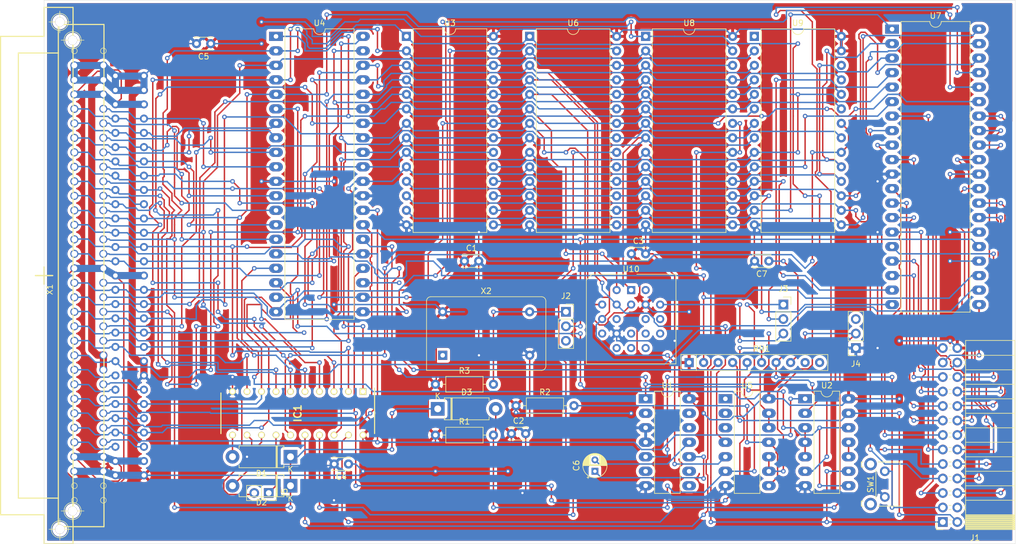
<source format=kicad_pcb>
(kicad_pcb (version 20171130) (host pcbnew "(5.1.10)-1")
  (layers (0 F.Cu signal) (31 B.Cu signal) (34 B.Paste user) (35 F.Paste user) (36 B.SilkS user) (37 F.SilkS user) (38 B.Mask user) (39 F.Mask user) (44 Edge.Cuts user))
  (net 0 "")
  (net 1 "Net-(U1-Pad1)")
  (net 2 "Net-(U2-Pad12)")
  (net 3 "Net-(U2-Pad10)")
  (net 4 "Net-(U2-Pad6)")
  (net 5 "Net-(U2-Pad3)")
  (net 6 "Net-(U2-Pad1)")
  (net 7 "Net-(X1-PadA15)")
  (net 8 "Net-(X1-PadA22)")
  (net 9 "Net-(X1-PadA23)")
  (net 10 "Net-(X1-PadA27)")
  (net 11 "Net-(X1-PadA28)")
  (net 12 "Net-(X1-PadC03)")
  (net 13 "Net-(X1-PadC10)")
  (net 14 "Net-(X1-PadC15)")
  (net 15 "Net-(X1-PadC23)")
  (net 16 "Net-(X1-PadC25)")
  (net 17 "Net-(X1-PadC27)")
  (net 18 "Net-(X1-PadC28)")
  (net 19 "Net-(X1-PadA03)")
  (net 20 +5P)
  (net 21 "Net-(IC1-Pad19)")
  (net 22 "Net-(IC1-Pad18)")
  (net 23 "Net-(IC1-Pad17)")
  (net 24 "Net-(IC1-Pad16)")
  (net 25 "Net-(IC1-Pad15)")
  (net 26 "Net-(IC1-Pad14)")
  (net 27 GND)
  (net 28 "Net-(IC1-Pad9)")
  (net 29 "Net-(IC1-Pad8)")
  (net 30 "Net-(IC1-Pad7)")
  (net 31 "Net-(IC1-Pad6)")
  (net 32 "Net-(IC1-Pad5)")
  (net 33 "Net-(IC1-Pad4)")
  (net 34 "Net-(IC1-Pad3)")
  (net 35 "Net-(IC1-Pad2)")
  (net 36 "Net-(IC1-Pad1)")
  (net 37 "Net-(U3-Pad27)")
  (net 38 "Net-(U3-Pad13)")
  (net 39 "Net-(U3-Pad12)")
  (net 40 "Net-(U3-Pad25)")
  (net 41 "Net-(U3-Pad11)")
  (net 42 "Net-(U3-Pad24)")
  (net 43 "Net-(U3-Pad10)")
  (net 44 "Net-(U3-Pad9)")
  (net 45 "Net-(U3-Pad22)")
  (net 46 "Net-(U3-Pad19)")
  (net 47 "Net-(U3-Pad18)")
  (net 48 "Net-(U3-Pad17)")
  (net 49 "Net-(U3-Pad16)")
  (net 50 "Net-(U3-Pad15)")
  (net 51 "Net-(U4-Pad13)")
  (net 52 "Net-(U4-Pad12)")
  (net 53 "Net-(U4-Pad10)")
  (net 54 "Net-(U4-Pad9)")
  (net 55 "Net-(U4-Pad8)")
  (net 56 "Net-(U4-Pad7)")
  (net 57 "Net-(U4-Pad19)")
  (net 58 "Net-(U4-Pad18)")
  (net 59 "Net-(U4-Pad15)")
  (net 60 "Net-(U7-Pad22)")
  (net 61 "Net-(J1-Pad24)")
  (net 62 "Net-(J1-Pad23)")
  (net 63 "Net-(J1-Pad22)")
  (net 64 "Net-(J1-Pad21)")
  (net 65 "Net-(J1-Pad20)")
  (net 66 "Net-(J1-Pad19)")
  (net 67 "Net-(J1-Pad18)")
  (net 68 "Net-(J1-Pad17)")
  (net 69 "Net-(J1-Pad16)")
  (net 70 "Net-(J1-Pad15)")
  (net 71 "Net-(J1-Pad14)")
  (net 72 "Net-(J1-Pad13)")
  (net 73 "Net-(J1-Pad12)")
  (net 74 "Net-(J1-Pad11)")
  (net 75 "Net-(J1-Pad10)")
  (net 76 "Net-(J1-Pad9)")
  (net 77 "Net-(J1-Pad8)")
  (net 78 "Net-(J1-Pad7)")
  (net 79 "Net-(J1-Pad6)")
  (net 80 "Net-(J1-Pad5)")
  (net 81 "Net-(J1-Pad2)")
  (net 82 "Net-(J1-Pad1)")
  (net 83 "Net-(RN1-Pad6)")
  (net 84 "Net-(RN1-Pad5)")
  (net 85 "Net-(RN1-Pad2)")
  (net 86 "Net-(U4-Pad28)")
  (net 87 "Net-(U4-Pad14)")
  (net 88 "Net-(D1-Pad2)")
  (net 89 "Net-(D1-Pad1)")
  (net 90 "Net-(D2-Pad2)")
  (net 91 "Net-(C6-Pad2)")
  (net 92 "Net-(C6-Pad1)")
  (net 93 "Net-(C7-Pad1)")
  (net 94 "Net-(D3-Pad2)")
  (net 95 "Net-(R2-Pad2)")
  (net 96 "Net-(J2-Pad2)")
  (net 97 "Net-(J2-Pad1)")
  (net 98 "Net-(IC1-Pad12)")
  (net 99 "Net-(J3-Pad3)")
  (net 100 "Net-(J3-Pad2)")
  (net 101 "Net-(U10-Pad1)")
  (net 102 "Net-(U10-Pad2)")
  (net 103 "Net-(U10-Pad3)")
  (net 104 "Net-(U10-Pad4)")
  (net 105 "Net-(U10-Pad5)")
  (net 106 "Net-(U10-Pad6)")
  (module Button_Switch_THT:SW_Tactile_SKHH_Angled (layer F.Cu) (at 185.42 127 270)
    (fp_text reference SW1 (at 2.25 2.5 90) (layer F.SilkS))
    (fp_text value SW_SPST)
    (pad 1 thru_hole circle (at 0 0 90) (size 1.7 1.7) (drill 1) (layers *.Cu *.Mask) (net 93 "Net-(C7-Pad1)"))
    (pad 2 thru_hole circle (at 4.5 0 90) (size 1.7 1.7) (drill 1) (layers *.Cu *.Mask) (net 27 GND))
    (pad "" thru_hole circle (at -1.25 2.5 90) (size 2.2 2.2) (drill 1.3) (layers *.Cu *.Mask))
    (pad "" thru_hole circle (at 5.75 2.5 90) (size 2.2 2.2) (drill 1.3) (layers *.Cu *.Mask))
  )
  (module Connector_PinSocket_2.54mm:PinSocket_1x02_P2.54mm_Vertical (layer F.Cu) (at 77.47 130.81 270)
    (fp_text reference J5 (at 0 -2.77 90) (layer F.SilkS))
    (fp_text value Conn_01x02)
    (pad 2 thru_hole oval (at 0 2.54 270) (size 1.7 1.7) (drill 1) (layers *.Cu *.Mask) (net 98 "Net-(IC1-Pad12)"))
    (pad 1 thru_hole rect (at 0 0 270) (size 1.7 1.7) (drill 1) (layers *.Cu *.Mask) (net 26 "Net-(IC1-Pad14)"))
  )
  (module Package_LCC:PLCC-20_THT-Socket (layer F.Cu) (at 140.97 95.25)
    (fp_text reference U10 (at 0 -3.67) (layer F.SilkS))
    (fp_text value GAL16V8)
    (pad 18 thru_hole circle (at 5.08 2.54) (size 1.4224 1.4224) (drill 0.8) (layers *.Cu *.Mask) (net 99 "Net-(J3-Pad3)"))
    (pad 16 thru_hole circle (at 5.08 5.08) (size 1.4224 1.4224) (drill 0.8) (layers *.Cu *.Mask))
    (pad 19 thru_hole circle (at 2.54 0) (size 1.4224 1.4224) (drill 0.8) (layers *.Cu *.Mask))
    (pad 17 thru_hole circle (at 2.54 5.08) (size 1.4224 1.4224) (drill 0.8) (layers *.Cu *.Mask))
    (pad 15 thru_hole circle (at 2.54 7.62) (size 1.4224 1.4224) (drill 0.8) (layers *.Cu *.Mask))
    (pad 13 thru_hole circle (at 2.54 10.16) (size 1.4224 1.4224) (drill 0.8) (layers *.Cu *.Mask))
    (pad 11 thru_hole circle (at 0 10.16) (size 1.4224 1.4224) (drill 0.8) (layers *.Cu *.Mask))
    (pad 9 thru_hole circle (at -2.54 10.16) (size 1.4224 1.4224) (drill 0.8) (layers *.Cu *.Mask))
    (pad 14 thru_hole circle (at 5.08 7.62) (size 1.4224 1.4224) (drill 0.8) (layers *.Cu *.Mask))
    (pad 12 thru_hole circle (at 0 7.62) (size 1.4224 1.4224) (drill 0.8) (layers *.Cu *.Mask))
    (pad 10 thru_hole circle (at -2.54 7.62) (size 1.4224 1.4224) (drill 0.8) (layers *.Cu *.Mask) (net 27 GND))
    (pad 8 thru_hole circle (at -5.08 7.62) (size 1.4224 1.4224) (drill 0.8) (layers *.Cu *.Mask))
    (pad 6 thru_hole circle (at -5.08 5.08) (size 1.4224 1.4224) (drill 0.8) (layers *.Cu *.Mask) (net 106 "Net-(U10-Pad6)"))
    (pad 4 thru_hole circle (at -5.08 2.54) (size 1.4224 1.4224) (drill 0.8) (layers *.Cu *.Mask) (net 104 "Net-(U10-Pad4)"))
    (pad 7 thru_hole circle (at -2.54 5.08) (size 1.4224 1.4224) (drill 0.8) (layers *.Cu *.Mask))
    (pad 5 thru_hole circle (at -2.54 2.54) (size 1.4224 1.4224) (drill 0.8) (layers *.Cu *.Mask) (net 105 "Net-(U10-Pad5)"))
    (pad 3 thru_hole circle (at -2.54 0) (size 1.4224 1.4224) (drill 0.8) (layers *.Cu *.Mask) (net 103 "Net-(U10-Pad3)"))
    (pad 1 thru_hole rect (at 0 0) (size 1.4224 1.4224) (drill 0.8) (layers *.Cu *.Mask) (net 101 "Net-(U10-Pad1)"))
    (pad 20 thru_hole circle (at 2.54 2.54) (size 1.4224 1.4224) (drill 0.8) (layers *.Cu *.Mask) (net 20 +5P))
    (pad 2 thru_hole circle (at 0 2.54) (size 1.4224 1.4224) (drill 0.8) (layers *.Cu *.Mask) (net 102 "Net-(U10-Pad2)"))
  )
  (module Connector_PinSocket_2.54mm:PinSocket_1x03_P2.54mm_Vertical (layer F.Cu) (at 180.34 105.41 180)
    (fp_text reference J4 (at 0 -2.77) (layer F.SilkS))
    (fp_text value Conn_01x03)
    (pad 3 thru_hole oval (at 0 5.08 180) (size 1.7 1.7) (drill 1) (layers *.Cu *.Mask))
    (pad 2 thru_hole oval (at 0 2.54 180) (size 1.7 1.7) (drill 1) (layers *.Cu *.Mask) (net 21 "Net-(IC1-Pad19)"))
    (pad 1 thru_hole rect (at 0 0 180) (size 1.7 1.7) (drill 1) (layers *.Cu *.Mask) (net 27 GND))
  )
  (module Connector_PinSocket_2.54mm:PinSocket_1x03_P2.54mm_Vertical (layer F.Cu) (at 167.64 97.79)
    (fp_text reference J3 (at 0 -2.77) (layer F.SilkS))
    (fp_text value Conn_01x03)
    (pad 3 thru_hole oval (at 0 5.08) (size 1.7 1.7) (drill 1) (layers *.Cu *.Mask) (net 99 "Net-(J3-Pad3)"))
    (pad 2 thru_hole oval (at 0 2.54) (size 1.7 1.7) (drill 1) (layers *.Cu *.Mask) (net 100 "Net-(J3-Pad2)"))
    (pad 1 thru_hole rect (at 0 0) (size 1.7 1.7) (drill 1) (layers *.Cu *.Mask) (net 94 "Net-(D3-Pad2)"))
  )
  (module Package_DIP:DIP-40_W15.24mm_LongPads (layer F.Cu) (at 186.69 49.53)
    (fp_text reference U7 (at 7.62 -2.33) (layer F.SilkS))
    (fp_text value U855D)
    (pad 40 thru_hole oval (at 15.24 0) (size 2.4 1.6) (drill 0.8) (layers *.Cu *.Mask) (net 50 "Net-(U3-Pad15)"))
    (pad 20 thru_hole oval (at 0 48.26) (size 2.4 1.6) (drill 0.8) (layers *.Cu *.Mask) (net 39 "Net-(U3-Pad12)"))
    (pad 39 thru_hole oval (at 15.24 2.54) (size 2.4 1.6) (drill 0.8) (layers *.Cu *.Mask) (net 49 "Net-(U3-Pad16)"))
    (pad 19 thru_hole oval (at 0 45.72) (size 2.4 1.6) (drill 0.8) (layers *.Cu *.Mask) (net 41 "Net-(U3-Pad11)"))
    (pad 38 thru_hole oval (at 15.24 5.08) (size 2.4 1.6) (drill 0.8) (layers *.Cu *.Mask) (net 48 "Net-(U3-Pad17)"))
    (pad 18 thru_hole oval (at 0 43.18) (size 2.4 1.6) (drill 0.8) (layers *.Cu *.Mask) (net 64 "Net-(J1-Pad21)"))
    (pad 37 thru_hole oval (at 15.24 7.62) (size 2.4 1.6) (drill 0.8) (layers *.Cu *.Mask) (net 4 "Net-(U2-Pad6)"))
    (pad 17 thru_hole oval (at 0 40.64) (size 2.4 1.6) (drill 0.8) (layers *.Cu *.Mask) (net 61 "Net-(J1-Pad24)"))
    (pad 36 thru_hole oval (at 15.24 10.16) (size 2.4 1.6) (drill 0.8) (layers *.Cu *.Mask) (net 29 "Net-(IC1-Pad8)"))
    (pad 16 thru_hole oval (at 0 38.1) (size 2.4 1.6) (drill 0.8) (layers *.Cu *.Mask) (net 63 "Net-(J1-Pad22)"))
    (pad 35 thru_hole oval (at 15.24 12.7) (size 2.4 1.6) (drill 0.8) (layers *.Cu *.Mask) (net 45 "Net-(U3-Pad22)"))
    (pad 15 thru_hole oval (at 0 35.56) (size 2.4 1.6) (drill 0.8) (layers *.Cu *.Mask) (net 66 "Net-(J1-Pad19)"))
    (pad 34 thru_hole oval (at 15.24 15.24) (size 2.4 1.6) (drill 0.8) (layers *.Cu *.Mask) (net 79 "Net-(J1-Pad6)"))
    (pad 14 thru_hole oval (at 0 33.02) (size 2.4 1.6) (drill 0.8) (layers *.Cu *.Mask) (net 68 "Net-(J1-Pad17)"))
    (pad 33 thru_hole oval (at 15.24 17.78) (size 2.4 1.6) (drill 0.8) (layers *.Cu *.Mask) (net 77 "Net-(J1-Pad8)"))
    (pad 13 thru_hole oval (at 0 30.48) (size 2.4 1.6) (drill 0.8) (layers *.Cu *.Mask) (net 70 "Net-(J1-Pad15)"))
    (pad 32 thru_hole oval (at 15.24 20.32) (size 2.4 1.6) (drill 0.8) (layers *.Cu *.Mask) (net 75 "Net-(J1-Pad10)"))
    (pad 12 thru_hole oval (at 0 27.94) (size 2.4 1.6) (drill 0.8) (layers *.Cu *.Mask) (net 72 "Net-(J1-Pad13)"))
    (pad 31 thru_hole oval (at 15.24 22.86) (size 2.4 1.6) (drill 0.8) (layers *.Cu *.Mask) (net 73 "Net-(J1-Pad12)"))
    (pad 11 thru_hole oval (at 0 25.4) (size 2.4 1.6) (drill 0.8) (layers *.Cu *.Mask) (net 27 GND))
    (pad 30 thru_hole oval (at 15.24 25.4) (size 2.4 1.6) (drill 0.8) (layers *.Cu *.Mask) (net 71 "Net-(J1-Pad14)"))
    (pad 10 thru_hole oval (at 0 22.86) (size 2.4 1.6) (drill 0.8) (layers *.Cu *.Mask) (net 74 "Net-(J1-Pad11)"))
    (pad 29 thru_hole oval (at 15.24 27.94) (size 2.4 1.6) (drill 0.8) (layers *.Cu *.Mask) (net 69 "Net-(J1-Pad16)"))
    (pad 9 thru_hole oval (at 0 20.32) (size 2.4 1.6) (drill 0.8) (layers *.Cu *.Mask) (net 76 "Net-(J1-Pad9)"))
    (pad 28 thru_hole oval (at 15.24 30.48) (size 2.4 1.6) (drill 0.8) (layers *.Cu *.Mask) (net 67 "Net-(J1-Pad18)"))
    (pad 8 thru_hole oval (at 0 17.78) (size 2.4 1.6) (drill 0.8) (layers *.Cu *.Mask) (net 78 "Net-(J1-Pad7)"))
    (pad 27 thru_hole oval (at 15.24 33.02) (size 2.4 1.6) (drill 0.8) (layers *.Cu *.Mask) (net 65 "Net-(J1-Pad20)"))
    (pad 7 thru_hole oval (at 0 15.24) (size 2.4 1.6) (drill 0.8) (layers *.Cu *.Mask) (net 80 "Net-(J1-Pad5)"))
    (pad 26 thru_hole oval (at 15.24 35.56) (size 2.4 1.6) (drill 0.8) (layers *.Cu *.Mask) (net 20 +5P))
    (pad 6 thru_hole oval (at 0 12.7) (size 2.4 1.6) (drill 0.8) (layers *.Cu *.Mask) (net 43 "Net-(U3-Pad10)"))
    (pad 25 thru_hole oval (at 15.24 38.1) (size 2.4 1.6) (drill 0.8) (layers *.Cu *.Mask) (net 96 "Net-(J2-Pad2)"))
    (pad 5 thru_hole oval (at 0 10.16) (size 2.4 1.6) (drill 0.8) (layers *.Cu *.Mask) (net 44 "Net-(U3-Pad9)"))
    (pad 24 thru_hole oval (at 15.24 40.64) (size 2.4 1.6) (drill 0.8) (layers *.Cu *.Mask) (net 20 +5P))
    (pad 4 thru_hole oval (at 0 7.62) (size 2.4 1.6) (drill 0.8) (layers *.Cu *.Mask) (net 100 "Net-(J3-Pad2)"))
    (pad 23 thru_hole oval (at 15.24 43.18) (size 2.4 1.6) (drill 0.8) (layers *.Cu *.Mask) (net 85 "Net-(RN1-Pad2)"))
    (pad 3 thru_hole oval (at 0 5.08) (size 2.4 1.6) (drill 0.8) (layers *.Cu *.Mask) (net 47 "Net-(U3-Pad18)"))
    (pad 22 thru_hole oval (at 15.24 45.72) (size 2.4 1.6) (drill 0.8) (layers *.Cu *.Mask) (net 60 "Net-(U7-Pad22)"))
    (pad 2 thru_hole oval (at 0 2.54) (size 2.4 1.6) (drill 0.8) (layers *.Cu *.Mask) (net 46 "Net-(U3-Pad19)"))
    (pad 21 thru_hole oval (at 15.24 48.26) (size 2.4 1.6) (drill 0.8) (layers *.Cu *.Mask) (net 62 "Net-(J1-Pad23)"))
    (pad 1 thru_hole rect (at 0 0) (size 2.4 1.6) (drill 0.8) (layers *.Cu *.Mask) (net 38 "Net-(U3-Pad13)"))
  )
  (module Oscillator:Oscillator_DIP-14 (layer F.Cu) (at 107.95 106.68)
    (fp_text reference X2 (at 7.62 -11.26) (layer F.SilkS))
    (fp_text value CXO_DIP14)
    (pad 7 thru_hole circle (at 15.24 0) (size 1.6 1.6) (drill 0.8) (layers *.Cu *.Mask) (net 27 GND))
    (pad 8 thru_hole circle (at 15.24 -7.62) (size 1.6 1.6) (drill 0.8) (layers *.Cu *.Mask) (net 97 "Net-(J2-Pad1)"))
    (pad 14 thru_hole circle (at 0 -7.62) (size 1.6 1.6) (drill 0.8) (layers *.Cu *.Mask) (net 20 +5P))
    (pad 1 thru_hole rect (at 0 0) (size 1.6 1.6) (drill 0.8) (layers *.Cu *.Mask))
  )
  (module Resistor_THT:R_Axial_DIN0207_L6.3mm_D2.5mm_P10.16mm_Horizontal (layer F.Cu) (at 106.68 111.76)
    (fp_text reference R3 (at 5.08 -2.37) (layer F.SilkS))
    (fp_text value 680)
    (pad 2 thru_hole oval (at 10.16 0) (size 1.6 1.6) (drill 0.8) (layers *.Cu *.Mask) (net 97 "Net-(J2-Pad1)"))
    (pad 1 thru_hole circle (at 0 0) (size 1.6 1.6) (drill 0.8) (layers *.Cu *.Mask) (net 20 +5P))
  )
  (module Connector_PinSocket_2.54mm:PinSocket_1x03_P2.54mm_Vertical (layer F.Cu) (at 129.54 99.06)
    (fp_text reference J2 (at 0 -2.77) (layer F.SilkS))
    (fp_text value Conn_01x03)
    (pad 3 thru_hole oval (at 0 5.08) (size 1.7 1.7) (drill 1) (layers *.Cu *.Mask))
    (pad 2 thru_hole oval (at 0 2.54) (size 1.7 1.7) (drill 1) (layers *.Cu *.Mask) (net 96 "Net-(J2-Pad2)"))
    (pad 1 thru_hole rect (at 0 0) (size 1.7 1.7) (drill 1) (layers *.Cu *.Mask) (net 97 "Net-(J2-Pad1)"))
  )
  (module Resistor_THT:R_Axial_DIN0207_L6.3mm_D2.5mm_P10.16mm_Horizontal (layer F.Cu) (at 120.79 115.51)
    (fp_text reference R2 (at 5.08 -2.37) (layer F.SilkS))
    (fp_text value 470)
    (pad 2 thru_hole oval (at 10.16 0) (size 1.6 1.6) (drill 0.8) (layers *.Cu *.Mask) (net 95 "Net-(R2-Pad2)"))
    (pad 1 thru_hole circle (at 0 0) (size 1.6 1.6) (drill 0.8) (layers *.Cu *.Mask) (net 20 +5P))
  )
  (module Resistor_THT:R_Axial_DIN0207_L6.3mm_D2.5mm_P10.16mm_Horizontal (layer F.Cu) (at 106.68 120.66)
    (fp_text reference R1 (at 5.08 -2.37) (layer F.SilkS))
    (fp_text value 470)
    (pad 2 thru_hole oval (at 10.16 0) (size 1.6 1.6) (drill 0.8) (layers *.Cu *.Mask) (net 94 "Net-(D3-Pad2)"))
    (pad 1 thru_hole circle (at 0 0) (size 1.6 1.6) (drill 0.8) (layers *.Cu *.Mask) (net 20 +5P))
  )
  (module Diode_THT:D_DO-15_P10.16mm_Horizontal (layer F.Cu) (at 107.08 116.06)
    (fp_text reference D3 (at 5.08 -2.92) (layer F.SilkS))
    (fp_text value 1N4148)
    (fp_text user K (at 0 -2.2) (layer F.SilkS))
    (pad 2 thru_hole oval (at 10.16 0) (size 2.4 2.4) (drill 1.2) (layers *.Cu *.Mask) (net 94 "Net-(D3-Pad2)"))
    (pad 1 thru_hole rect (at 0 0) (size 2.4 2.4) (drill 1.2) (layers *.Cu *.Mask) (net 89 "Net-(D1-Pad1)"))
  )
  (module Capacitor_THT:C_Disc_D3.0mm_W2.0mm_P2.50mm (layer F.Cu) (at 165.1 90.17 180)
    (fp_text reference C7 (at 1.25 -2.25) (layer F.SilkS))
    (fp_text value 10n)
    (pad 2 thru_hole circle (at 2.5 0 180) (size 1.6 1.6) (drill 0.8) (layers *.Cu *.Mask) (net 27 GND))
    (pad 1 thru_hole circle (at 0 0 180) (size 1.6 1.6) (drill 0.8) (layers *.Cu *.Mask) (net 93 "Net-(C7-Pad1)"))
  )
  (module Capacitor_THT:CP_Radial_D4.0mm_P2.00mm (layer F.Cu) (at 134.62 127 90)
    (fp_text reference C6 (at 1 -3.25 90) (layer F.SilkS))
    (fp_text value 0,68µF)
    (pad 2 thru_hole circle (at 2 0 90) (size 1.2 1.2) (drill 0.6) (layers *.Cu *.Mask) (net 91 "Net-(C6-Pad2)"))
    (pad 1 thru_hole rect (at 0 0 90) (size 1.2 1.2) (drill 0.6) (layers *.Cu *.Mask) (net 92 "Net-(C6-Pad1)"))
  )
  (module Capacitor_THT:C_Disc_D3.0mm_W2.0mm_P2.50mm (layer F.Cu) (at 67.31 52.07 180)
    (fp_text reference C5 (at 1.25 -2.25) (layer F.SilkS))
    (fp_text value 100n)
    (pad 2 thru_hole circle (at 2.5 0 180) (size 1.6 1.6) (drill 0.8) (layers *.Cu *.Mask) (net 27 GND))
    (pad 1 thru_hole circle (at 0 0 180) (size 1.6 1.6) (drill 0.8) (layers *.Cu *.Mask) (net 20 +5P))
  )
  (module Capacitor_THT:C_Disc_D3.0mm_W2.0mm_P2.50mm (layer F.Cu) (at 91.44 125.73 180)
    (fp_text reference C4 (at 1.25 -2.25) (layer F.SilkS))
    (fp_text value 100n)
    (pad 2 thru_hole circle (at 2.5 0 180) (size 1.6 1.6) (drill 0.8) (layers *.Cu *.Mask) (net 27 GND))
    (pad 1 thru_hole circle (at 0 0 180) (size 1.6 1.6) (drill 0.8) (layers *.Cu *.Mask) (net 20 +5P))
  )
  (module Capacitor_THT:C_Disc_D3.0mm_W2.0mm_P2.50mm (layer F.Cu) (at 141.01 88.9)
    (fp_text reference C3 (at 1.25 -2.25) (layer F.SilkS))
    (fp_text value 100n)
    (pad 2 thru_hole circle (at 2.5 0) (size 1.6 1.6) (drill 0.8) (layers *.Cu *.Mask) (net 27 GND))
    (pad 1 thru_hole circle (at 0 0) (size 1.6 1.6) (drill 0.8) (layers *.Cu *.Mask) (net 20 +5P))
  )
  (module Capacitor_THT:C_Disc_D3.0mm_W2.0mm_P2.50mm (layer F.Cu) (at 119.99 120.41)
    (fp_text reference C2 (at 1.25 -2.25) (layer F.SilkS))
    (fp_text value 100n)
    (pad 2 thru_hole circle (at 2.5 0) (size 1.6 1.6) (drill 0.8) (layers *.Cu *.Mask) (net 27 GND))
    (pad 1 thru_hole circle (at 0 0) (size 1.6 1.6) (drill 0.8) (layers *.Cu *.Mask) (net 20 +5P))
  )
  (module Capacitor_THT:C_Disc_D3.0mm_W2.0mm_P2.50mm (layer F.Cu) (at 111.76 90.17)
    (fp_text reference C1 (at 1.25 -2.25) (layer F.SilkS))
    (fp_text value 100n)
    (pad 2 thru_hole circle (at 2.5 0) (size 1.6 1.6) (drill 0.8) (layers *.Cu *.Mask) (net 27 GND))
    (pad 1 thru_hole circle (at 0 0) (size 1.6 1.6) (drill 0.8) (layers *.Cu *.Mask) (net 20 +5P))
  )
  (module Diode_THT:D_DO-15_P10.16mm_Horizontal (layer F.Cu) (at 81.28 129.54 180)
    (fp_text reference D2 (at 5.08 -2.92) (layer F.SilkS))
    (fp_text value D)
    (fp_text user K (at 0 -2.2) (layer F.SilkS))
    (pad 2 thru_hole oval (at 10.16 0 180) (size 2.4 2.4) (drill 1.2) (layers *.Cu *.Mask) (net 90 "Net-(D2-Pad2)"))
    (pad 1 thru_hole rect (at 0 0 180) (size 2.4 2.4) (drill 1.2) (layers *.Cu *.Mask) (net 89 "Net-(D1-Pad1)"))
  )
  (module Diode_THT:D_DO-15_P10.16mm_Horizontal (layer F.Cu) (at 81.28 124.46 180)
    (fp_text reference D1 (at 5.08 -2.92) (layer F.SilkS))
    (fp_text value D)
    (fp_text user K (at 0 -2.2) (layer F.SilkS))
    (pad 2 thru_hole oval (at 10.16 0 180) (size 2.4 2.4) (drill 1.2) (layers *.Cu *.Mask) (net 88 "Net-(D1-Pad2)"))
    (pad 1 thru_hole rect (at 0 0 180) (size 2.4 2.4) (drill 1.2) (layers *.Cu *.Mask) (net 89 "Net-(D1-Pad1)"))
  )
  (module Package_DIP:DIP-14_W7.62mm_LongPads (layer F.Cu) (at 143.51 114.3)
    (fp_text reference U1 (at 3.81 -2.33) (layer F.SilkS))
    (fp_text value 74LS121)
    (pad 14 thru_hole oval (at 7.62 0) (size 2.4 1.6) (drill 0.8) (layers *.Cu *.Mask) (net 20 +5P))
    (pad 7 thru_hole oval (at 0 15.24) (size 2.4 1.6) (drill 0.8) (layers *.Cu *.Mask) (net 27 GND))
    (pad 13 thru_hole oval (at 7.62 2.54) (size 2.4 1.6) (drill 0.8) (layers *.Cu *.Mask))
    (pad 6 thru_hole oval (at 0 12.7) (size 2.4 1.6) (drill 0.8) (layers *.Cu *.Mask))
    (pad 12 thru_hole oval (at 7.62 5.08) (size 2.4 1.6) (drill 0.8) (layers *.Cu *.Mask))
    (pad 5 thru_hole oval (at 0 10.16) (size 2.4 1.6) (drill 0.8) (layers *.Cu *.Mask) (net 93 "Net-(C7-Pad1)"))
    (pad 11 thru_hole oval (at 7.62 7.62) (size 2.4 1.6) (drill 0.8) (layers *.Cu *.Mask) (net 91 "Net-(C6-Pad2)"))
    (pad 4 thru_hole oval (at 0 7.62) (size 2.4 1.6) (drill 0.8) (layers *.Cu *.Mask) (net 27 GND))
    (pad 10 thru_hole oval (at 7.62 10.16) (size 2.4 1.6) (drill 0.8) (layers *.Cu *.Mask) (net 92 "Net-(C6-Pad1)"))
    (pad 3 thru_hole oval (at 0 5.08) (size 2.4 1.6) (drill 0.8) (layers *.Cu *.Mask) (net 27 GND))
    (pad 9 thru_hole oval (at 7.62 12.7) (size 2.4 1.6) (drill 0.8) (layers *.Cu *.Mask))
    (pad 2 thru_hole oval (at 0 2.54) (size 2.4 1.6) (drill 0.8) (layers *.Cu *.Mask))
    (pad 8 thru_hole oval (at 7.62 15.24) (size 2.4 1.6) (drill 0.8) (layers *.Cu *.Mask))
    (pad 1 thru_hole rect (at 0 0) (size 2.4 1.6) (drill 0.8) (layers *.Cu *.Mask) (net 1 "Net-(U1-Pad1)"))
  )
  (module Package_DIP:DIP-14_W7.62mm_LongPads (layer F.Cu) (at 157.48 114.3)
    (fp_text reference U5 (at 3.81 -2.33) (layer F.SilkS))
    (fp_text value 74LS03)
    (pad 14 thru_hole oval (at 7.62 0) (size 2.4 1.6) (drill 0.8) (layers *.Cu *.Mask) (net 20 +5P))
    (pad 7 thru_hole oval (at 0 15.24) (size 2.4 1.6) (drill 0.8) (layers *.Cu *.Mask) (net 27 GND))
    (pad 13 thru_hole oval (at 7.62 2.54) (size 2.4 1.6) (drill 0.8) (layers *.Cu *.Mask) (net 57 "Net-(U4-Pad19)"))
    (pad 6 thru_hole oval (at 0 12.7) (size 2.4 1.6) (drill 0.8) (layers *.Cu *.Mask) (net 94 "Net-(D3-Pad2)"))
    (pad 12 thru_hole oval (at 7.62 5.08) (size 2.4 1.6) (drill 0.8) (layers *.Cu *.Mask) (net 57 "Net-(U4-Pad19)"))
    (pad 5 thru_hole oval (at 0 10.16) (size 2.4 1.6) (drill 0.8) (layers *.Cu *.Mask) (net 106 "Net-(U10-Pad6)"))
    (pad 11 thru_hole oval (at 7.62 7.62) (size 2.4 1.6) (drill 0.8) (layers *.Cu *.Mask) (net 95 "Net-(R2-Pad2)"))
    (pad 4 thru_hole oval (at 0 7.62) (size 2.4 1.6) (drill 0.8) (layers *.Cu *.Mask) (net 105 "Net-(U10-Pad5)"))
    (pad 10 thru_hole oval (at 7.62 10.16) (size 2.4 1.6) (drill 0.8) (layers *.Cu *.Mask) (net 31 "Net-(IC1-Pad6)"))
    (pad 3 thru_hole oval (at 0 5.08) (size 2.4 1.6) (drill 0.8) (layers *.Cu *.Mask))
    (pad 9 thru_hole oval (at 7.62 12.7) (size 2.4 1.6) (drill 0.8) (layers *.Cu *.Mask) (net 31 "Net-(IC1-Pad6)"))
    (pad 2 thru_hole oval (at 0 2.54) (size 2.4 1.6) (drill 0.8) (layers *.Cu *.Mask))
    (pad 8 thru_hole oval (at 7.62 15.24) (size 2.4 1.6) (drill 0.8) (layers *.Cu *.Mask) (net 95 "Net-(R2-Pad2)"))
    (pad 1 thru_hole rect (at 0 0) (size 2.4 1.6) (drill 0.8) (layers *.Cu *.Mask))
  )
  (module Package_DIP:DIP-14_W7.62mm_LongPads (layer F.Cu) (at 171.45 114.3)
    (fp_text reference U2 (at 3.81 -2.33) (layer F.SilkS))
    (fp_text value 74LS00)
    (pad 14 thru_hole oval (at 7.62 0) (size 2.4 1.6) (drill 0.8) (layers *.Cu *.Mask) (net 20 +5P))
    (pad 7 thru_hole oval (at 0 15.24) (size 2.4 1.6) (drill 0.8) (layers *.Cu *.Mask) (net 27 GND))
    (pad 13 thru_hole oval (at 7.62 2.54) (size 2.4 1.6) (drill 0.8) (layers *.Cu *.Mask) (net 81 "Net-(J1-Pad2)"))
    (pad 6 thru_hole oval (at 0 12.7) (size 2.4 1.6) (drill 0.8) (layers *.Cu *.Mask) (net 4 "Net-(U2-Pad6)"))
    (pad 12 thru_hole oval (at 7.62 5.08) (size 2.4 1.6) (drill 0.8) (layers *.Cu *.Mask) (net 2 "Net-(U2-Pad12)"))
    (pad 5 thru_hole oval (at 0 10.16) (size 2.4 1.6) (drill 0.8) (layers *.Cu *.Mask) (net 5 "Net-(U2-Pad3)"))
    (pad 11 thru_hole oval (at 7.62 7.62) (size 2.4 1.6) (drill 0.8) (layers *.Cu *.Mask) (net 3 "Net-(U2-Pad10)"))
    (pad 4 thru_hole oval (at 0 7.62) (size 2.4 1.6) (drill 0.8) (layers *.Cu *.Mask) (net 5 "Net-(U2-Pad3)"))
    (pad 10 thru_hole oval (at 7.62 10.16) (size 2.4 1.6) (drill 0.8) (layers *.Cu *.Mask) (net 3 "Net-(U2-Pad10)"))
    (pad 3 thru_hole oval (at 0 5.08) (size 2.4 1.6) (drill 0.8) (layers *.Cu *.Mask) (net 5 "Net-(U2-Pad3)"))
    (pad 9 thru_hole oval (at 7.62 12.7) (size 2.4 1.6) (drill 0.8) (layers *.Cu *.Mask) (net 82 "Net-(J1-Pad1)"))
    (pad 2 thru_hole oval (at 0 2.54) (size 2.4 1.6) (drill 0.8) (layers *.Cu *.Mask) (net 1 "Net-(U1-Pad1)"))
    (pad 8 thru_hole oval (at 7.62 15.24) (size 2.4 1.6) (drill 0.8) (layers *.Cu *.Mask) (net 2 "Net-(U2-Pad12)"))
    (pad 1 thru_hole rect (at 0 0) (size 2.4 1.6) (drill 0.8) (layers *.Cu *.Mask) (net 6 "Net-(U2-Pad1)"))
  )
  (module Resistor_THT:R_Array_SIP10 (layer F.Cu) (at 151.13 107.95)
    (fp_text reference RN1 (at 12.7 -2.4) (layer F.SilkS))
    (fp_text value 4K7)
    (pad 10 thru_hole oval (at 22.86 0) (size 1.6 1.6) (drill 0.8) (layers *.Cu *.Mask))
    (pad 9 thru_hole oval (at 20.32 0) (size 1.6 1.6) (drill 0.8) (layers *.Cu *.Mask))
    (pad 8 thru_hole oval (at 17.78 0) (size 1.6 1.6) (drill 0.8) (layers *.Cu *.Mask) (net 21 "Net-(IC1-Pad19)"))
    (pad 7 thru_hole oval (at 15.24 0) (size 1.6 1.6) (drill 0.8) (layers *.Cu *.Mask) (net 93 "Net-(C7-Pad1)"))
    (pad 6 thru_hole oval (at 12.7 0) (size 1.6 1.6) (drill 0.8) (layers *.Cu *.Mask) (net 83 "Net-(RN1-Pad6)"))
    (pad 5 thru_hole oval (at 10.16 0) (size 1.6 1.6) (drill 0.8) (layers *.Cu *.Mask) (net 84 "Net-(RN1-Pad5)"))
    (pad 4 thru_hole oval (at 7.62 0) (size 1.6 1.6) (drill 0.8) (layers *.Cu *.Mask) (net 81 "Net-(J1-Pad2)"))
    (pad 3 thru_hole oval (at 5.08 0) (size 1.6 1.6) (drill 0.8) (layers *.Cu *.Mask) (net 82 "Net-(J1-Pad1)"))
    (pad 2 thru_hole oval (at 2.54 0) (size 1.6 1.6) (drill 0.8) (layers *.Cu *.Mask) (net 85 "Net-(RN1-Pad2)"))
    (pad 1 thru_hole rect (at 0 0) (size 1.6 1.6) (drill 0.8) (layers *.Cu *.Mask) (net 20 +5P))
  )
  (module Connector_PinSocket_2.54mm:PinSocket_2x13_P2.54mm_Horizontal (layer F.Cu) (at 195.58 135.89 180)
    (fp_text reference J1 (at -5.65 -2.77) (layer F.SilkS))
    (fp_text value Conn_02x13_Odd_Even)
    (pad 26 thru_hole oval (at -2.54 30.48 180) (size 1.7 1.7) (drill 1) (layers *.Cu *.Mask) (net 20 +5P))
    (pad 25 thru_hole oval (at 0 30.48 180) (size 1.7 1.7) (drill 1) (layers *.Cu *.Mask) (net 27 GND))
    (pad 24 thru_hole oval (at -2.54 27.94 180) (size 1.7 1.7) (drill 1) (layers *.Cu *.Mask) (net 61 "Net-(J1-Pad24)"))
    (pad 23 thru_hole oval (at 0 27.94 180) (size 1.7 1.7) (drill 1) (layers *.Cu *.Mask) (net 62 "Net-(J1-Pad23)"))
    (pad 22 thru_hole oval (at -2.54 25.4 180) (size 1.7 1.7) (drill 1) (layers *.Cu *.Mask) (net 63 "Net-(J1-Pad22)"))
    (pad 21 thru_hole oval (at 0 25.4 180) (size 1.7 1.7) (drill 1) (layers *.Cu *.Mask) (net 64 "Net-(J1-Pad21)"))
    (pad 20 thru_hole oval (at -2.54 22.86 180) (size 1.7 1.7) (drill 1) (layers *.Cu *.Mask) (net 65 "Net-(J1-Pad20)"))
    (pad 19 thru_hole oval (at 0 22.86 180) (size 1.7 1.7) (drill 1) (layers *.Cu *.Mask) (net 66 "Net-(J1-Pad19)"))
    (pad 18 thru_hole oval (at -2.54 20.32 180) (size 1.7 1.7) (drill 1) (layers *.Cu *.Mask) (net 67 "Net-(J1-Pad18)"))
    (pad 17 thru_hole oval (at 0 20.32 180) (size 1.7 1.7) (drill 1) (layers *.Cu *.Mask) (net 68 "Net-(J1-Pad17)"))
    (pad 16 thru_hole oval (at -2.54 17.78 180) (size 1.7 1.7) (drill 1) (layers *.Cu *.Mask) (net 69 "Net-(J1-Pad16)"))
    (pad 15 thru_hole oval (at 0 17.78 180) (size 1.7 1.7) (drill 1) (layers *.Cu *.Mask) (net 70 "Net-(J1-Pad15)"))
    (pad 14 thru_hole oval (at -2.54 15.24 180) (size 1.7 1.7) (drill 1) (layers *.Cu *.Mask) (net 71 "Net-(J1-Pad14)"))
    (pad 13 thru_hole oval (at 0 15.24 180) (size 1.7 1.7) (drill 1) (layers *.Cu *.Mask) (net 72 "Net-(J1-Pad13)"))
    (pad 12 thru_hole oval (at -2.54 12.7 180) (size 1.7 1.7) (drill 1) (layers *.Cu *.Mask) (net 73 "Net-(J1-Pad12)"))
    (pad 11 thru_hole oval (at 0 12.7 180) (size 1.7 1.7) (drill 1) (layers *.Cu *.Mask) (net 74 "Net-(J1-Pad11)"))
    (pad 10 thru_hole oval (at -2.54 10.16 180) (size 1.7 1.7) (drill 1) (layers *.Cu *.Mask) (net 75 "Net-(J1-Pad10)"))
    (pad 9 thru_hole oval (at 0 10.16 180) (size 1.7 1.7) (drill 1) (layers *.Cu *.Mask) (net 76 "Net-(J1-Pad9)"))
    (pad 8 thru_hole oval (at -2.54 7.62 180) (size 1.7 1.7) (drill 1) (layers *.Cu *.Mask) (net 77 "Net-(J1-Pad8)"))
    (pad 7 thru_hole oval (at 0 7.62 180) (size 1.7 1.7) (drill 1) (layers *.Cu *.Mask) (net 78 "Net-(J1-Pad7)"))
    (pad 6 thru_hole oval (at -2.54 5.08 180) (size 1.7 1.7) (drill 1) (layers *.Cu *.Mask) (net 79 "Net-(J1-Pad6)"))
    (pad 5 thru_hole oval (at 0 5.08 180) (size 1.7 1.7) (drill 1) (layers *.Cu *.Mask) (net 80 "Net-(J1-Pad5)"))
    (pad 4 thru_hole oval (at -2.54 2.54 180) (size 1.7 1.7) (drill 1) (layers *.Cu *.Mask))
    (pad 3 thru_hole oval (at 0 2.54 180) (size 1.7 1.7) (drill 1) (layers *.Cu *.Mask) (net 93 "Net-(C7-Pad1)"))
    (pad 2 thru_hole oval (at -2.54 0 180) (size 1.7 1.7) (drill 1) (layers *.Cu *.Mask) (net 81 "Net-(J1-Pad2)"))
    (pad 1 thru_hole rect (at 0 0 180) (size 1.7 1.7) (drill 1) (layers *.Cu *.Mask) (net 82 "Net-(J1-Pad1)"))
  )
  (module Package_DIP:DIP-28_W15.24mm (layer F.Cu) (at 162.56 50.8)
    (fp_text reference U9 (at 7.62 -2.33) (layer F.SilkS))
    (fp_text value 28C64)
    (pad 28 thru_hole oval (at 15.24 0) (size 1.6 1.6) (drill 0.8) (layers *.Cu *.Mask) (net 20 +5P))
    (pad 14 thru_hole oval (at 0 33.02) (size 1.6 1.6) (drill 0.8) (layers *.Cu *.Mask) (net 27 GND))
    (pad 27 thru_hole oval (at 15.24 2.54) (size 1.6 1.6) (drill 0.8) (layers *.Cu *.Mask) (net 20 +5P))
    (pad 13 thru_hole oval (at 0 30.48) (size 1.6 1.6) (drill 0.8) (layers *.Cu *.Mask) (net 38 "Net-(U3-Pad13)"))
    (pad 26 thru_hole oval (at 15.24 5.08) (size 1.6 1.6) (drill 0.8) (layers *.Cu *.Mask))
    (pad 12 thru_hole oval (at 0 27.94) (size 1.6 1.6) (drill 0.8) (layers *.Cu *.Mask) (net 39 "Net-(U3-Pad12)"))
    (pad 25 thru_hole oval (at 15.24 7.62) (size 1.6 1.6) (drill 0.8) (layers *.Cu *.Mask) (net 40 "Net-(U3-Pad25)"))
    (pad 11 thru_hole oval (at 0 25.4) (size 1.6 1.6) (drill 0.8) (layers *.Cu *.Mask) (net 41 "Net-(U3-Pad11)"))
    (pad 24 thru_hole oval (at 15.24 10.16) (size 1.6 1.6) (drill 0.8) (layers *.Cu *.Mask) (net 42 "Net-(U3-Pad24)"))
    (pad 10 thru_hole oval (at 0 22.86) (size 1.6 1.6) (drill 0.8) (layers *.Cu *.Mask) (net 43 "Net-(U3-Pad10)"))
    (pad 23 thru_hole oval (at 15.24 12.7) (size 1.6 1.6) (drill 0.8) (layers *.Cu *.Mask) (net 35 "Net-(IC1-Pad2)"))
    (pad 9 thru_hole oval (at 0 20.32) (size 1.6 1.6) (drill 0.8) (layers *.Cu *.Mask) (net 44 "Net-(U3-Pad9)"))
    (pad 22 thru_hole oval (at 15.24 15.24) (size 1.6 1.6) (drill 0.8) (layers *.Cu *.Mask) (net 25 "Net-(IC1-Pad15)"))
    (pad 8 thru_hole oval (at 0 17.78) (size 1.6 1.6) (drill 0.8) (layers *.Cu *.Mask) (net 101 "Net-(U10-Pad1)"))
    (pad 21 thru_hole oval (at 15.24 17.78) (size 1.6 1.6) (drill 0.8) (layers *.Cu *.Mask) (net 36 "Net-(IC1-Pad1)"))
    (pad 7 thru_hole oval (at 0 15.24) (size 1.6 1.6) (drill 0.8) (layers *.Cu *.Mask) (net 102 "Net-(U10-Pad2)"))
    (pad 20 thru_hole oval (at 15.24 20.32) (size 1.6 1.6) (drill 0.8) (layers *.Cu *.Mask) (net 25 "Net-(IC1-Pad15)"))
    (pad 6 thru_hole oval (at 0 12.7) (size 1.6 1.6) (drill 0.8) (layers *.Cu *.Mask) (net 103 "Net-(U10-Pad3)"))
    (pad 19 thru_hole oval (at 15.24 22.86) (size 1.6 1.6) (drill 0.8) (layers *.Cu *.Mask) (net 46 "Net-(U3-Pad19)"))
    (pad 5 thru_hole oval (at 0 10.16) (size 1.6 1.6) (drill 0.8) (layers *.Cu *.Mask) (net 104 "Net-(U10-Pad4)"))
    (pad 18 thru_hole oval (at 15.24 25.4) (size 1.6 1.6) (drill 0.8) (layers *.Cu *.Mask) (net 47 "Net-(U3-Pad18)"))
    (pad 4 thru_hole oval (at 0 7.62) (size 1.6 1.6) (drill 0.8) (layers *.Cu *.Mask) (net 105 "Net-(U10-Pad5)"))
    (pad 17 thru_hole oval (at 15.24 27.94) (size 1.6 1.6) (drill 0.8) (layers *.Cu *.Mask) (net 48 "Net-(U3-Pad17)"))
    (pad 3 thru_hole oval (at 0 5.08) (size 1.6 1.6) (drill 0.8) (layers *.Cu *.Mask) (net 106 "Net-(U10-Pad6)"))
    (pad 16 thru_hole oval (at 15.24 30.48) (size 1.6 1.6) (drill 0.8) (layers *.Cu *.Mask) (net 49 "Net-(U3-Pad16)"))
    (pad 2 thru_hole oval (at 0 2.54) (size 1.6 1.6) (drill 0.8) (layers *.Cu *.Mask) (net 34 "Net-(IC1-Pad3)"))
    (pad 15 thru_hole oval (at 15.24 33.02) (size 1.6 1.6) (drill 0.8) (layers *.Cu *.Mask) (net 50 "Net-(U3-Pad15)"))
    (pad 1 thru_hole rect (at 0 0) (size 1.6 1.6) (drill 0.8) (layers *.Cu *.Mask))
  )
  (module Package_DIP:DIP-28_W15.24mm (layer F.Cu) (at 143.51 50.8)
    (fp_text reference U8 (at 7.62 -2.33) (layer F.SilkS))
    (fp_text value 27C512)
    (pad 28 thru_hole oval (at 15.24 0) (size 1.6 1.6) (drill 0.8) (layers *.Cu *.Mask) (net 20 +5P))
    (pad 14 thru_hole oval (at 0 33.02) (size 1.6 1.6) (drill 0.8) (layers *.Cu *.Mask) (net 27 GND))
    (pad 27 thru_hole oval (at 15.24 2.54) (size 1.6 1.6) (drill 0.8) (layers *.Cu *.Mask) (net 32 "Net-(IC1-Pad5)"))
    (pad 13 thru_hole oval (at 0 30.48) (size 1.6 1.6) (drill 0.8) (layers *.Cu *.Mask) (net 38 "Net-(U3-Pad13)"))
    (pad 26 thru_hole oval (at 15.24 5.08) (size 1.6 1.6) (drill 0.8) (layers *.Cu *.Mask) (net 33 "Net-(IC1-Pad4)"))
    (pad 12 thru_hole oval (at 0 27.94) (size 1.6 1.6) (drill 0.8) (layers *.Cu *.Mask) (net 39 "Net-(U3-Pad12)"))
    (pad 25 thru_hole oval (at 15.24 7.62) (size 1.6 1.6) (drill 0.8) (layers *.Cu *.Mask) (net 40 "Net-(U3-Pad25)"))
    (pad 11 thru_hole oval (at 0 25.4) (size 1.6 1.6) (drill 0.8) (layers *.Cu *.Mask) (net 41 "Net-(U3-Pad11)"))
    (pad 24 thru_hole oval (at 15.24 10.16) (size 1.6 1.6) (drill 0.8) (layers *.Cu *.Mask) (net 42 "Net-(U3-Pad24)"))
    (pad 10 thru_hole oval (at 0 22.86) (size 1.6 1.6) (drill 0.8) (layers *.Cu *.Mask) (net 43 "Net-(U3-Pad10)"))
    (pad 23 thru_hole oval (at 15.24 12.7) (size 1.6 1.6) (drill 0.8) (layers *.Cu *.Mask) (net 35 "Net-(IC1-Pad2)"))
    (pad 9 thru_hole oval (at 0 20.32) (size 1.6 1.6) (drill 0.8) (layers *.Cu *.Mask) (net 44 "Net-(U3-Pad9)"))
    (pad 22 thru_hole oval (at 15.24 15.24) (size 1.6 1.6) (drill 0.8) (layers *.Cu *.Mask) (net 24 "Net-(IC1-Pad16)"))
    (pad 8 thru_hole oval (at 0 17.78) (size 1.6 1.6) (drill 0.8) (layers *.Cu *.Mask) (net 101 "Net-(U10-Pad1)"))
    (pad 21 thru_hole oval (at 15.24 17.78) (size 1.6 1.6) (drill 0.8) (layers *.Cu *.Mask) (net 36 "Net-(IC1-Pad1)"))
    (pad 7 thru_hole oval (at 0 15.24) (size 1.6 1.6) (drill 0.8) (layers *.Cu *.Mask) (net 102 "Net-(U10-Pad2)"))
    (pad 20 thru_hole oval (at 15.24 20.32) (size 1.6 1.6) (drill 0.8) (layers *.Cu *.Mask) (net 24 "Net-(IC1-Pad16)"))
    (pad 6 thru_hole oval (at 0 12.7) (size 1.6 1.6) (drill 0.8) (layers *.Cu *.Mask) (net 103 "Net-(U10-Pad3)"))
    (pad 19 thru_hole oval (at 15.24 22.86) (size 1.6 1.6) (drill 0.8) (layers *.Cu *.Mask) (net 46 "Net-(U3-Pad19)"))
    (pad 5 thru_hole oval (at 0 10.16) (size 1.6 1.6) (drill 0.8) (layers *.Cu *.Mask) (net 104 "Net-(U10-Pad4)"))
    (pad 18 thru_hole oval (at 15.24 25.4) (size 1.6 1.6) (drill 0.8) (layers *.Cu *.Mask) (net 47 "Net-(U3-Pad18)"))
    (pad 4 thru_hole oval (at 0 7.62) (size 1.6 1.6) (drill 0.8) (layers *.Cu *.Mask) (net 105 "Net-(U10-Pad5)"))
    (pad 17 thru_hole oval (at 15.24 27.94) (size 1.6 1.6) (drill 0.8) (layers *.Cu *.Mask) (net 48 "Net-(U3-Pad17)"))
    (pad 3 thru_hole oval (at 0 5.08) (size 1.6 1.6) (drill 0.8) (layers *.Cu *.Mask) (net 106 "Net-(U10-Pad6)"))
    (pad 16 thru_hole oval (at 15.24 30.48) (size 1.6 1.6) (drill 0.8) (layers *.Cu *.Mask) (net 49 "Net-(U3-Pad16)"))
    (pad 2 thru_hole oval (at 0 2.54) (size 1.6 1.6) (drill 0.8) (layers *.Cu *.Mask) (net 34 "Net-(IC1-Pad3)"))
    (pad 15 thru_hole oval (at 15.24 33.02) (size 1.6 1.6) (drill 0.8) (layers *.Cu *.Mask) (net 50 "Net-(U3-Pad15)"))
    (pad 1 thru_hole rect (at 0 0) (size 1.6 1.6) (drill 0.8) (layers *.Cu *.Mask) (net 31 "Net-(IC1-Pad6)"))
  )
  (module Package_DIP:DIP-28_W15.24mm (layer F.Cu) (at 123.19 50.8)
    (fp_text reference U6 (at 7.62 -2.33) (layer F.SilkS))
    (fp_text value KM62256CLP)
    (pad 28 thru_hole oval (at 15.24 0) (size 1.6 1.6) (drill 0.8) (layers *.Cu *.Mask) (net 20 +5P))
    (pad 14 thru_hole oval (at 0 33.02) (size 1.6 1.6) (drill 0.8) (layers *.Cu *.Mask) (net 27 GND))
    (pad 27 thru_hole oval (at 15.24 2.54) (size 1.6 1.6) (drill 0.8) (layers *.Cu *.Mask) (net 37 "Net-(U3-Pad27)"))
    (pad 13 thru_hole oval (at 0 30.48) (size 1.6 1.6) (drill 0.8) (layers *.Cu *.Mask) (net 38 "Net-(U3-Pad13)"))
    (pad 26 thru_hole oval (at 15.24 5.08) (size 1.6 1.6) (drill 0.8) (layers *.Cu *.Mask) (net 33 "Net-(IC1-Pad4)"))
    (pad 12 thru_hole oval (at 0 27.94) (size 1.6 1.6) (drill 0.8) (layers *.Cu *.Mask) (net 39 "Net-(U3-Pad12)"))
    (pad 25 thru_hole oval (at 15.24 7.62) (size 1.6 1.6) (drill 0.8) (layers *.Cu *.Mask) (net 40 "Net-(U3-Pad25)"))
    (pad 11 thru_hole oval (at 0 25.4) (size 1.6 1.6) (drill 0.8) (layers *.Cu *.Mask) (net 41 "Net-(U3-Pad11)"))
    (pad 24 thru_hole oval (at 15.24 10.16) (size 1.6 1.6) (drill 0.8) (layers *.Cu *.Mask) (net 42 "Net-(U3-Pad24)"))
    (pad 10 thru_hole oval (at 0 22.86) (size 1.6 1.6) (drill 0.8) (layers *.Cu *.Mask) (net 43 "Net-(U3-Pad10)"))
    (pad 23 thru_hole oval (at 15.24 12.7) (size 1.6 1.6) (drill 0.8) (layers *.Cu *.Mask) (net 35 "Net-(IC1-Pad2)"))
    (pad 9 thru_hole oval (at 0 20.32) (size 1.6 1.6) (drill 0.8) (layers *.Cu *.Mask) (net 44 "Net-(U3-Pad9)"))
    (pad 22 thru_hole oval (at 15.24 15.24) (size 1.6 1.6) (drill 0.8) (layers *.Cu *.Mask) (net 45 "Net-(U3-Pad22)"))
    (pad 8 thru_hole oval (at 0 17.78) (size 1.6 1.6) (drill 0.8) (layers *.Cu *.Mask) (net 101 "Net-(U10-Pad1)"))
    (pad 21 thru_hole oval (at 15.24 17.78) (size 1.6 1.6) (drill 0.8) (layers *.Cu *.Mask) (net 36 "Net-(IC1-Pad1)"))
    (pad 7 thru_hole oval (at 0 15.24) (size 1.6 1.6) (drill 0.8) (layers *.Cu *.Mask) (net 102 "Net-(U10-Pad2)"))
    (pad 20 thru_hole oval (at 15.24 20.32) (size 1.6 1.6) (drill 0.8) (layers *.Cu *.Mask) (net 23 "Net-(IC1-Pad17)"))
    (pad 6 thru_hole oval (at 0 12.7) (size 1.6 1.6) (drill 0.8) (layers *.Cu *.Mask) (net 103 "Net-(U10-Pad3)"))
    (pad 19 thru_hole oval (at 15.24 22.86) (size 1.6 1.6) (drill 0.8) (layers *.Cu *.Mask) (net 46 "Net-(U3-Pad19)"))
    (pad 5 thru_hole oval (at 0 10.16) (size 1.6 1.6) (drill 0.8) (layers *.Cu *.Mask) (net 104 "Net-(U10-Pad4)"))
    (pad 18 thru_hole oval (at 15.24 25.4) (size 1.6 1.6) (drill 0.8) (layers *.Cu *.Mask) (net 47 "Net-(U3-Pad18)"))
    (pad 4 thru_hole oval (at 0 7.62) (size 1.6 1.6) (drill 0.8) (layers *.Cu *.Mask) (net 105 "Net-(U10-Pad5)"))
    (pad 17 thru_hole oval (at 15.24 27.94) (size 1.6 1.6) (drill 0.8) (layers *.Cu *.Mask) (net 48 "Net-(U3-Pad17)"))
    (pad 3 thru_hole oval (at 0 5.08) (size 1.6 1.6) (drill 0.8) (layers *.Cu *.Mask) (net 106 "Net-(U10-Pad6)"))
    (pad 16 thru_hole oval (at 15.24 30.48) (size 1.6 1.6) (drill 0.8) (layers *.Cu *.Mask) (net 49 "Net-(U3-Pad16)"))
    (pad 2 thru_hole oval (at 0 2.54) (size 1.6 1.6) (drill 0.8) (layers *.Cu *.Mask) (net 34 "Net-(IC1-Pad3)"))
    (pad 15 thru_hole oval (at 15.24 33.02) (size 1.6 1.6) (drill 0.8) (layers *.Cu *.Mask) (net 50 "Net-(U3-Pad15)"))
    (pad 1 thru_hole rect (at 0 0) (size 1.6 1.6) (drill 0.8) (layers *.Cu *.Mask) (net 32 "Net-(IC1-Pad5)"))
  )
  (module Package_DIP:DIP-28_W15.24mm (layer F.Cu) (at 101.6 50.8)
    (fp_text reference U3 (at 7.62 -2.33) (layer F.SilkS))
    (fp_text value KM62256CLP)
    (pad 28 thru_hole oval (at 15.24 0) (size 1.6 1.6) (drill 0.8) (layers *.Cu *.Mask) (net 20 +5P))
    (pad 14 thru_hole oval (at 0 33.02) (size 1.6 1.6) (drill 0.8) (layers *.Cu *.Mask) (net 27 GND))
    (pad 27 thru_hole oval (at 15.24 2.54) (size 1.6 1.6) (drill 0.8) (layers *.Cu *.Mask) (net 37 "Net-(U3-Pad27)"))
    (pad 13 thru_hole oval (at 0 30.48) (size 1.6 1.6) (drill 0.8) (layers *.Cu *.Mask) (net 38 "Net-(U3-Pad13)"))
    (pad 26 thru_hole oval (at 15.24 5.08) (size 1.6 1.6) (drill 0.8) (layers *.Cu *.Mask) (net 33 "Net-(IC1-Pad4)"))
    (pad 12 thru_hole oval (at 0 27.94) (size 1.6 1.6) (drill 0.8) (layers *.Cu *.Mask) (net 39 "Net-(U3-Pad12)"))
    (pad 25 thru_hole oval (at 15.24 7.62) (size 1.6 1.6) (drill 0.8) (layers *.Cu *.Mask) (net 40 "Net-(U3-Pad25)"))
    (pad 11 thru_hole oval (at 0 25.4) (size 1.6 1.6) (drill 0.8) (layers *.Cu *.Mask) (net 41 "Net-(U3-Pad11)"))
    (pad 24 thru_hole oval (at 15.24 10.16) (size 1.6 1.6) (drill 0.8) (layers *.Cu *.Mask) (net 42 "Net-(U3-Pad24)"))
    (pad 10 thru_hole oval (at 0 22.86) (size 1.6 1.6) (drill 0.8) (layers *.Cu *.Mask) (net 43 "Net-(U3-Pad10)"))
    (pad 23 thru_hole oval (at 15.24 12.7) (size 1.6 1.6) (drill 0.8) (layers *.Cu *.Mask) (net 35 "Net-(IC1-Pad2)"))
    (pad 9 thru_hole oval (at 0 20.32) (size 1.6 1.6) (drill 0.8) (layers *.Cu *.Mask) (net 44 "Net-(U3-Pad9)"))
    (pad 22 thru_hole oval (at 15.24 15.24) (size 1.6 1.6) (drill 0.8) (layers *.Cu *.Mask) (net 45 "Net-(U3-Pad22)"))
    (pad 8 thru_hole oval (at 0 17.78) (size 1.6 1.6) (drill 0.8) (layers *.Cu *.Mask) (net 101 "Net-(U10-Pad1)"))
    (pad 21 thru_hole oval (at 15.24 17.78) (size 1.6 1.6) (drill 0.8) (layers *.Cu *.Mask) (net 36 "Net-(IC1-Pad1)"))
    (pad 7 thru_hole oval (at 0 15.24) (size 1.6 1.6) (drill 0.8) (layers *.Cu *.Mask) (net 102 "Net-(U10-Pad2)"))
    (pad 20 thru_hole oval (at 15.24 20.32) (size 1.6 1.6) (drill 0.8) (layers *.Cu *.Mask) (net 22 "Net-(IC1-Pad18)"))
    (pad 6 thru_hole oval (at 0 12.7) (size 1.6 1.6) (drill 0.8) (layers *.Cu *.Mask) (net 103 "Net-(U10-Pad3)"))
    (pad 19 thru_hole oval (at 15.24 22.86) (size 1.6 1.6) (drill 0.8) (layers *.Cu *.Mask) (net 46 "Net-(U3-Pad19)"))
    (pad 5 thru_hole oval (at 0 10.16) (size 1.6 1.6) (drill 0.8) (layers *.Cu *.Mask) (net 104 "Net-(U10-Pad4)"))
    (pad 18 thru_hole oval (at 15.24 25.4) (size 1.6 1.6) (drill 0.8) (layers *.Cu *.Mask) (net 47 "Net-(U3-Pad18)"))
    (pad 4 thru_hole oval (at 0 7.62) (size 1.6 1.6) (drill 0.8) (layers *.Cu *.Mask) (net 105 "Net-(U10-Pad5)"))
    (pad 17 thru_hole oval (at 15.24 27.94) (size 1.6 1.6) (drill 0.8) (layers *.Cu *.Mask) (net 48 "Net-(U3-Pad17)"))
    (pad 3 thru_hole oval (at 0 5.08) (size 1.6 1.6) (drill 0.8) (layers *.Cu *.Mask) (net 106 "Net-(U10-Pad6)"))
    (pad 16 thru_hole oval (at 15.24 30.48) (size 1.6 1.6) (drill 0.8) (layers *.Cu *.Mask) (net 49 "Net-(U3-Pad16)"))
    (pad 2 thru_hole oval (at 0 2.54) (size 1.6 1.6) (drill 0.8) (layers *.Cu *.Mask) (net 34 "Net-(IC1-Pad3)"))
    (pad 15 thru_hole oval (at 15.24 33.02) (size 1.6 1.6) (drill 0.8) (layers *.Cu *.Mask) (net 50 "Net-(U3-Pad15)"))
    (pad 1 thru_hole rect (at 0 0) (size 1.6 1.6) (drill 0.8) (layers *.Cu *.Mask) (net 32 "Net-(IC1-Pad5)"))
  )
  (module GAL16V8D-25LPN:DIP762W56P254L2591H533Q20N (layer F.Cu) (at 82.55 116.84 270)
    (fp_text reference IC1 (at 0 0 90) (layer F.SilkS) (effects (font (size 1.27 1.27) (thickness 0.254))))
    (fp_text value GAL16V8D-25LPN hide)
    (pad 20 thru_hole circle (at 3.81 -11.43) (size 1.159 1.159) (drill 0.759) (layers *.Cu *.Mask F.SilkS) (net 20 +5P))
    (pad 19 thru_hole circle (at 3.81 -8.89) (size 1.159 1.159) (drill 0.759) (layers *.Cu *.Mask F.SilkS) (net 21 "Net-(IC1-Pad19)"))
    (pad 18 thru_hole circle (at 3.81 -6.35) (size 1.159 1.159) (drill 0.759) (layers *.Cu *.Mask F.SilkS) (net 22 "Net-(IC1-Pad18)"))
    (pad 17 thru_hole circle (at 3.81 -3.81) (size 1.159 1.159) (drill 0.759) (layers *.Cu *.Mask F.SilkS) (net 23 "Net-(IC1-Pad17)"))
    (pad 16 thru_hole circle (at 3.81 -1.27) (size 1.159 1.159) (drill 0.759) (layers *.Cu *.Mask F.SilkS) (net 24 "Net-(IC1-Pad16)"))
    (pad 15 thru_hole circle (at 3.81 1.27) (size 1.159 1.159) (drill 0.759) (layers *.Cu *.Mask F.SilkS) (net 25 "Net-(IC1-Pad15)"))
    (pad 14 thru_hole circle (at 3.81 3.81) (size 1.159 1.159) (drill 0.759) (layers *.Cu *.Mask F.SilkS) (net 26 "Net-(IC1-Pad14)"))
    (pad 13 thru_hole circle (at 3.81 6.35) (size 1.159 1.159) (drill 0.759) (layers *.Cu *.Mask F.SilkS) (net 90 "Net-(D2-Pad2)"))
    (pad 12 thru_hole circle (at 3.81 8.89) (size 1.159 1.159) (drill 0.759) (layers *.Cu *.Mask F.SilkS) (net 98 "Net-(IC1-Pad12)"))
    (pad 11 thru_hole circle (at 3.81 11.43) (size 1.159 1.159) (drill 0.759) (layers *.Cu *.Mask F.SilkS) (net 88 "Net-(D1-Pad2)"))
    (pad 10 thru_hole circle (at -3.81 11.43) (size 1.159 1.159) (drill 0.759) (layers *.Cu *.Mask F.SilkS) (net 27 GND))
    (pad 9 thru_hole circle (at -3.81 8.89) (size 1.159 1.159) (drill 0.759) (layers *.Cu *.Mask F.SilkS) (net 28 "Net-(IC1-Pad9)"))
    (pad 8 thru_hole circle (at -3.81 6.35) (size 1.159 1.159) (drill 0.759) (layers *.Cu *.Mask F.SilkS) (net 29 "Net-(IC1-Pad8)"))
    (pad 7 thru_hole circle (at -3.81 3.81) (size 1.159 1.159) (drill 0.759) (layers *.Cu *.Mask F.SilkS) (net 30 "Net-(IC1-Pad7)"))
    (pad 6 thru_hole circle (at -3.81 1.27) (size 1.159 1.159) (drill 0.759) (layers *.Cu *.Mask F.SilkS) (net 31 "Net-(IC1-Pad6)"))
    (pad 5 thru_hole circle (at -3.81 -1.27) (size 1.159 1.159) (drill 0.759) (layers *.Cu *.Mask F.SilkS) (net 32 "Net-(IC1-Pad5)"))
    (pad 4 thru_hole circle (at -3.81 -3.81) (size 1.159 1.159) (drill 0.759) (layers *.Cu *.Mask F.SilkS) (net 33 "Net-(IC1-Pad4)"))
    (pad 3 thru_hole circle (at -3.81 -6.35) (size 1.159 1.159) (drill 0.759) (layers *.Cu *.Mask F.SilkS) (net 34 "Net-(IC1-Pad3)"))
    (pad 2 thru_hole circle (at -3.81 -8.89) (size 1.159 1.159) (drill 0.759) (layers *.Cu *.Mask F.SilkS) (net 35 "Net-(IC1-Pad2)"))
    (pad 1 thru_hole rect (at -3.81 -11.43) (size 1.159 1.159) (drill 0.759) (layers *.Cu *.Mask F.SilkS) (net 36 "Net-(IC1-Pad1)"))
  )
  (module Package_DIP:DIP-40_W15.24mm_LongPads (layer F.Cu) (at 78.74 50.8)
    (fp_text reference U4 (at 7.62 -2.33) (layer F.SilkS))
    (fp_text value U880D)
    (pad 1 thru_hole rect (at 0 0) (size 2.4 1.6) (drill 0.8) (layers *.Cu *.Mask) (net 35 "Net-(IC1-Pad2)"))
    (pad 21 thru_hole oval (at 15.24 48.26) (size 2.4 1.6) (drill 0.8) (layers *.Cu *.Mask) (net 45 "Net-(U3-Pad22)"))
    (pad 2 thru_hole oval (at 0 2.54) (size 2.4 1.6) (drill 0.8) (layers *.Cu *.Mask) (net 34 "Net-(IC1-Pad3)"))
    (pad 22 thru_hole oval (at 15.24 45.72) (size 2.4 1.6) (drill 0.8) (layers *.Cu *.Mask) (net 37 "Net-(U3-Pad27)"))
    (pad 3 thru_hole oval (at 0 5.08) (size 2.4 1.6) (drill 0.8) (layers *.Cu *.Mask) (net 33 "Net-(IC1-Pad4)"))
    (pad 23 thru_hole oval (at 15.24 43.18) (size 2.4 1.6) (drill 0.8) (layers *.Cu *.Mask))
    (pad 4 thru_hole oval (at 0 7.62) (size 2.4 1.6) (drill 0.8) (layers *.Cu *.Mask) (net 32 "Net-(IC1-Pad5)"))
    (pad 24 thru_hole oval (at 15.24 40.64) (size 2.4 1.6) (drill 0.8) (layers *.Cu *.Mask) (net 83 "Net-(RN1-Pad6)"))
    (pad 5 thru_hole oval (at 0 10.16) (size 2.4 1.6) (drill 0.8) (layers *.Cu *.Mask) (net 31 "Net-(IC1-Pad6)"))
    (pad 25 thru_hole oval (at 15.24 38.1) (size 2.4 1.6) (drill 0.8) (layers *.Cu *.Mask) (net 84 "Net-(RN1-Pad5)"))
    (pad 6 thru_hole oval (at 0 12.7) (size 2.4 1.6) (drill 0.8) (layers *.Cu *.Mask) (net 96 "Net-(J2-Pad2)"))
    (pad 26 thru_hole oval (at 15.24 35.56) (size 2.4 1.6) (drill 0.8) (layers *.Cu *.Mask) (net 1 "Net-(U1-Pad1)"))
    (pad 7 thru_hole oval (at 0 15.24) (size 2.4 1.6) (drill 0.8) (layers *.Cu *.Mask) (net 56 "Net-(U4-Pad7)"))
    (pad 27 thru_hole oval (at 15.24 33.02) (size 2.4 1.6) (drill 0.8) (layers *.Cu *.Mask) (net 6 "Net-(U2-Pad1)"))
    (pad 8 thru_hole oval (at 0 17.78) (size 2.4 1.6) (drill 0.8) (layers *.Cu *.Mask) (net 55 "Net-(U4-Pad8)"))
    (pad 28 thru_hole oval (at 15.24 30.48) (size 2.4 1.6) (drill 0.8) (layers *.Cu *.Mask) (net 86 "Net-(U4-Pad28)"))
    (pad 9 thru_hole oval (at 0 20.32) (size 2.4 1.6) (drill 0.8) (layers *.Cu *.Mask) (net 54 "Net-(U4-Pad9)"))
    (pad 29 thru_hole oval (at 15.24 27.94) (size 2.4 1.6) (drill 0.8) (layers *.Cu *.Mask) (net 27 GND))
    (pad 10 thru_hole oval (at 0 22.86) (size 2.4 1.6) (drill 0.8) (layers *.Cu *.Mask) (net 53 "Net-(U4-Pad10)"))
    (pad 30 thru_hole oval (at 15.24 25.4) (size 2.4 1.6) (drill 0.8) (layers *.Cu *.Mask) (net 43 "Net-(U3-Pad10)"))
    (pad 11 thru_hole oval (at 0 25.4) (size 2.4 1.6) (drill 0.8) (layers *.Cu *.Mask) (net 20 +5P))
    (pad 31 thru_hole oval (at 15.24 22.86) (size 2.4 1.6) (drill 0.8) (layers *.Cu *.Mask) (net 44 "Net-(U3-Pad9)"))
    (pad 12 thru_hole oval (at 0 27.94) (size 2.4 1.6) (drill 0.8) (layers *.Cu *.Mask) (net 52 "Net-(U4-Pad12)"))
    (pad 32 thru_hole oval (at 15.24 20.32) (size 2.4 1.6) (drill 0.8) (layers *.Cu *.Mask) (net 101 "Net-(U10-Pad1)"))
    (pad 13 thru_hole oval (at 0 30.48) (size 2.4 1.6) (drill 0.8) (layers *.Cu *.Mask) (net 51 "Net-(U4-Pad13)"))
    (pad 33 thru_hole oval (at 15.24 17.78) (size 2.4 1.6) (drill 0.8) (layers *.Cu *.Mask) (net 102 "Net-(U10-Pad2)"))
    (pad 14 thru_hole oval (at 0 33.02) (size 2.4 1.6) (drill 0.8) (layers *.Cu *.Mask) (net 87 "Net-(U4-Pad14)"))
    (pad 34 thru_hole oval (at 15.24 15.24) (size 2.4 1.6) (drill 0.8) (layers *.Cu *.Mask) (net 103 "Net-(U10-Pad3)"))
    (pad 15 thru_hole oval (at 0 35.56) (size 2.4 1.6) (drill 0.8) (layers *.Cu *.Mask) (net 59 "Net-(U4-Pad15)"))
    (pad 35 thru_hole oval (at 15.24 12.7) (size 2.4 1.6) (drill 0.8) (layers *.Cu *.Mask) (net 104 "Net-(U10-Pad4)"))
    (pad 16 thru_hole oval (at 0 38.1) (size 2.4 1.6) (drill 0.8) (layers *.Cu *.Mask) (net 85 "Net-(RN1-Pad2)"))
    (pad 36 thru_hole oval (at 15.24 10.16) (size 2.4 1.6) (drill 0.8) (layers *.Cu *.Mask) (net 105 "Net-(U10-Pad5)"))
    (pad 17 thru_hole oval (at 0 40.64) (size 2.4 1.6) (drill 0.8) (layers *.Cu *.Mask) (net 2 "Net-(U2-Pad12)"))
    (pad 37 thru_hole oval (at 15.24 7.62) (size 2.4 1.6) (drill 0.8) (layers *.Cu *.Mask) (net 106 "Net-(U10-Pad6)"))
    (pad 18 thru_hole oval (at 0 43.18) (size 2.4 1.6) (drill 0.8) (layers *.Cu *.Mask) (net 58 "Net-(U4-Pad18)"))
    (pad 38 thru_hole oval (at 15.24 5.08) (size 2.4 1.6) (drill 0.8) (layers *.Cu *.Mask) (net 40 "Net-(U3-Pad25)"))
    (pad 19 thru_hole oval (at 0 45.72) (size 2.4 1.6) (drill 0.8) (layers *.Cu *.Mask) (net 57 "Net-(U4-Pad19)"))
    (pad 39 thru_hole oval (at 15.24 2.54) (size 2.4 1.6) (drill 0.8) (layers *.Cu *.Mask) (net 42 "Net-(U3-Pad24)"))
    (pad 20 thru_hole oval (at 0 48.26) (size 2.4 1.6) (drill 0.8) (layers *.Cu *.Mask) (net 29 "Net-(IC1-Pad8)"))
    (pad 40 thru_hole oval (at 15.24 0) (size 2.4 1.6) (drill 0.8) (layers *.Cu *.Mask) (net 36 "Net-(IC1-Pad1)"))
  )
  (module K1520:K1520_EFS2x29_DIN_male (layer F.Cu) (at 38.1 92.71 270)
    (fp_text reference X1 (at 1.4 -1 90) (layer F.SilkS) (effects (justify right)))
    (fp_text value K1520_2x29-AC)
    (pad "" thru_hole circle (at -44.45 -2.7686 270) (size 1.61 1.61) (drill 1.6) (layers *.Cu *.Mask))
    (pad "" thru_hole circle (at 44.45 -2.7686 270) (size 1.61 1.61) (drill 1.6) (layers *.Cu *.Mask))
    (pad A01 thru_hole circle (at -36.83 -5.3086 270) (size 1.4 1.4) (drill 1) (layers *.Cu *.Mask) (net 27 GND))
    (pad A02 thru_hole circle (at -34.29 -5.3086 270) (size 1.4 1.4) (drill 1) (layers *.Cu *.Mask) (net 27 GND))
    (pad A04 thru_hole circle (at -29.21 -5.3086 270) (size 1.4 1.4) (drill 1) (layers *.Cu *.Mask) (net 51 "Net-(U4-Pad13)"))
    (pad A05 thru_hole circle (at -26.67 -5.3086 270) (size 1.4 1.4) (drill 1) (layers *.Cu *.Mask) (net 54 "Net-(U4-Pad9)"))
    (pad A06 thru_hole circle (at -24.13 -5.3086 270) (size 1.4 1.4) (drill 1) (layers *.Cu *.Mask) (net 55 "Net-(U4-Pad8)"))
    (pad A07 thru_hole circle (at -21.59 -5.3086 270) (size 1.4 1.4) (drill 1) (layers *.Cu *.Mask) (net 59 "Net-(U4-Pad15)"))
    (pad A08 thru_hole circle (at -19.05 -5.3086 270) (size 1.4 1.4) (drill 1) (layers *.Cu *.Mask) (net 37 "Net-(U3-Pad27)"))
    (pad A09 thru_hole circle (at -16.51 -5.3086 270) (size 1.4 1.4) (drill 1) (layers *.Cu *.Mask) (net 30 "Net-(IC1-Pad7)"))
    (pad A10 thru_hole circle (at -13.97 -5.3086 270) (size 1.4 1.4) (drill 1) (layers *.Cu *.Mask) (net 60 "Net-(U7-Pad22)"))
    (pad A11 thru_hole circle (at -11.43 -5.3086 270) (size 1.4 1.4) (drill 1) (layers *.Cu *.Mask) (net 32 "Net-(IC1-Pad5)"))
    (pad A12 thru_hole circle (at -8.89 -5.3086 270) (size 1.4 1.4) (drill 1) (layers *.Cu *.Mask) (net 34 "Net-(IC1-Pad3)"))
    (pad A13 thru_hole circle (at -6.35 -5.3086 270) (size 1.4 1.4) (drill 1) (layers *.Cu *.Mask) (net 36 "Net-(IC1-Pad1)"))
    (pad A14 thru_hole circle (at -3.81 -5.3086 270) (size 1.4 1.4) (drill 1) (layers *.Cu *.Mask) (net 40 "Net-(U3-Pad25)"))
    (pad A15 thru_hole circle (at -1.27 -5.3086 270) (size 1.4 1.4) (drill 1) (layers *.Cu *.Mask) (net 7 "Net-(X1-PadA15)"))
    (pad A16 thru_hole circle (at 1.27 -5.3086 270) (size 1.4 1.4) (drill 1) (layers *.Cu *.Mask) (net 105 "Net-(U10-Pad5)"))
    (pad A17 thru_hole circle (at 3.81 -5.3086 270) (size 1.4 1.4) (drill 1) (layers *.Cu *.Mask) (net 103 "Net-(U10-Pad3)"))
    (pad A18 thru_hole circle (at 6.35 -5.3086 270) (size 1.4 1.4) (drill 1) (layers *.Cu *.Mask) (net 101 "Net-(U10-Pad1)"))
    (pad A19 thru_hole circle (at 8.89 -5.3086 270) (size 1.4 1.4) (drill 1) (layers *.Cu *.Mask) (net 43 "Net-(U3-Pad10)"))
    (pad A20 thru_hole circle (at 11.43 -5.3086 270) (size 1.4 1.4) (drill 1) (layers *.Cu *.Mask) (net 28 "Net-(IC1-Pad9)"))
    (pad A21 thru_hole circle (at 13.97 -5.3086 270) (size 1.4 1.4) (drill 1) (layers *.Cu *.Mask) (net 96 "Net-(J2-Pad2)"))
    (pad A22 thru_hole circle (at 16.51 -5.3086 270) (size 1.4 1.4) (drill 1) (layers *.Cu *.Mask) (net 8 "Net-(X1-PadA22)"))
    (pad A23 thru_hole circle (at 19.05 -5.3086 270) (size 1.4 1.4) (drill 1) (layers *.Cu *.Mask) (net 9 "Net-(X1-PadA23)"))
    (pad A24 thru_hole circle (at 21.59 -5.3086 270) (size 1.4 1.4) (drill 1) (layers *.Cu *.Mask) (net 83 "Net-(RN1-Pad6)"))
    (pad A25 thru_hole circle (at 24.13 -5.3086 270) (size 1.4 1.4) (drill 1) (layers *.Cu *.Mask) (net 86 "Net-(U4-Pad28)"))
    (pad A26 thru_hole circle (at 26.67 -5.3086 270) (size 1.4 1.4) (drill 1) (layers *.Cu *.Mask) (net 6 "Net-(U2-Pad1)"))
    (pad A27 thru_hole circle (at 29.21 -5.3086 270) (size 1.4 1.4) (drill 1) (layers *.Cu *.Mask) (net 10 "Net-(X1-PadA27)"))
    (pad A28 thru_hole circle (at 31.75 -5.3086 270) (size 1.4 1.4) (drill 1) (layers *.Cu *.Mask) (net 11 "Net-(X1-PadA28)"))
    (pad A29 thru_hole circle (at 34.29 -5.3086 270) (size 1.4 1.4) (drill 1) (layers *.Cu *.Mask) (net 20 +5P))
    (pad C01 thru_hole circle (at -36.83 -10.3886 270) (size 1.4 1.4) (drill 1) (layers *.Cu *.Mask) (net 27 GND))
    (pad C02 thru_hole circle (at -34.29 -10.3886 270) (size 1.4 1.4) (drill 1) (layers *.Cu *.Mask) (net 27 GND))
    (pad C03 thru_hole circle (at -31.75 -10.3886 270) (size 1.4 1.4) (drill 1) (layers *.Cu *.Mask) (net 12 "Net-(X1-PadC03)"))
    (pad C04 thru_hole circle (at -29.21 -10.3886 270) (size 1.4 1.4) (drill 1) (layers *.Cu *.Mask) (net 53 "Net-(U4-Pad10)"))
    (pad C05 thru_hole circle (at -26.67 -10.3886 270) (size 1.4 1.4) (drill 1) (layers *.Cu *.Mask) (net 56 "Net-(U4-Pad7)"))
    (pad C06 thru_hole circle (at -24.13 -10.3886 270) (size 1.4 1.4) (drill 1) (layers *.Cu *.Mask) (net 52 "Net-(U4-Pad12)"))
    (pad C07 thru_hole circle (at -21.59 -10.3886 270) (size 1.4 1.4) (drill 1) (layers *.Cu *.Mask) (net 87 "Net-(U4-Pad14)"))
    (pad C08 thru_hole circle (at -19.05 -10.3886 270) (size 1.4 1.4) (drill 1) (layers *.Cu *.Mask) (net 45 "Net-(U3-Pad22)"))
    (pad C09 thru_hole circle (at -16.51 -10.3886 270) (size 1.4 1.4) (drill 1) (layers *.Cu *.Mask) (net 89 "Net-(D1-Pad1)"))
    (pad C10 thru_hole circle (at -13.97 -10.3886 270) (size 1.4 1.4) (drill 1) (layers *.Cu *.Mask) (net 13 "Net-(X1-PadC10)"))
    (pad C11 thru_hole circle (at -11.43 -10.3886 270) (size 1.4 1.4) (drill 1) (layers *.Cu *.Mask) (net 31 "Net-(IC1-Pad6)"))
    (pad C12 thru_hole circle (at -8.89 -10.3886 270) (size 1.4 1.4) (drill 1) (layers *.Cu *.Mask) (net 33 "Net-(IC1-Pad4)"))
    (pad C13 thru_hole circle (at -6.35 -10.3886 270) (size 1.4 1.4) (drill 1) (layers *.Cu *.Mask) (net 35 "Net-(IC1-Pad2)"))
    (pad C14 thru_hole circle (at -3.81 -10.3886 270) (size 1.4 1.4) (drill 1) (layers *.Cu *.Mask) (net 42 "Net-(U3-Pad24)"))
    (pad C15 thru_hole circle (at -1.27 -10.3886 270) (size 1.4 1.4) (drill 1) (layers *.Cu *.Mask) (net 14 "Net-(X1-PadC15)"))
    (pad C16 thru_hole circle (at 1.27 -10.3886 270) (size 1.4 1.4) (drill 1) (layers *.Cu *.Mask) (net 106 "Net-(U10-Pad6)"))
    (pad C17 thru_hole circle (at 3.81 -10.3886 270) (size 1.4 1.4) (drill 1) (layers *.Cu *.Mask) (net 104 "Net-(U10-Pad4)"))
    (pad C18 thru_hole circle (at 6.35 -10.3886 270) (size 1.4 1.4) (drill 1) (layers *.Cu *.Mask) (net 102 "Net-(U10-Pad2)"))
    (pad C19 thru_hole circle (at 8.89 -10.3886 270) (size 1.4 1.4) (drill 1) (layers *.Cu *.Mask) (net 44 "Net-(U3-Pad9)"))
    (pad C20 thru_hole circle (at 11.43 -10.3886 270) (size 1.4 1.4) (drill 1) (layers *.Cu *.Mask) (net 84 "Net-(RN1-Pad5)"))
    (pad C21 thru_hole circle (at 13.97 -10.3886 270) (size 1.4 1.4) (drill 1) (layers *.Cu *.Mask) (net 27 GND))
    (pad C22 thru_hole circle (at 16.51 -10.3886 270) (size 1.4 1.4) (drill 1) (layers *.Cu *.Mask) (net 27 GND))
    (pad C23 thru_hole circle (at 19.05 -10.3886 270) (size 1.4 1.4) (drill 1) (layers *.Cu *.Mask) (net 15 "Net-(X1-PadC23)"))
    (pad C24 thru_hole circle (at 21.59 -10.3886 270) (size 1.4 1.4) (drill 1) (layers *.Cu *.Mask) (net 29 "Net-(IC1-Pad8)"))
    (pad C25 thru_hole circle (at 24.13 -10.3886 270) (size 1.4 1.4) (drill 1) (layers *.Cu *.Mask) (net 16 "Net-(X1-PadC25)"))
    (pad C26 thru_hole circle (at 26.67 -10.3886 270) (size 1.4 1.4) (drill 1) (layers *.Cu *.Mask) (net 58 "Net-(U4-Pad18)"))
    (pad C27 thru_hole circle (at 29.21 -10.3886 270) (size 1.4 1.4) (drill 1) (layers *.Cu *.Mask) (net 17 "Net-(X1-PadC27)"))
    (pad C28 thru_hole circle (at 31.75 -10.3886 270) (size 1.4 1.4) (drill 1) (layers *.Cu *.Mask) (net 18 "Net-(X1-PadC28)"))
    (pad C29 thru_hole circle (at 34.29 -10.3886 270) (size 1.4 1.4) (drill 1) (layers *.Cu *.Mask) (net 20 +5P))
    (pad "" thru_hole circle (at -41.25 -5 270) (size 1.61 1.61) (drill 1.6) (layers *.Cu *.Mask))
    (pad "" thru_hole circle (at 41.25 -5 270) (size 1.61 1.61) (drill 1.6) (layers *.Cu))
    (pad C01 thru_hole circle (at -35 -17.5 270) (size 1.4 1.4) (drill 0.8) (layers *.Cu *.Mask) (net 27 GND))
    (pad C02 thru_hole circle (at -32.5 -17.5 270) (size 1.4 1.4) (drill 0.8) (layers *.Cu *.Mask) (net 27 GND))
    (pad C03 thru_hole circle (at -30 -17.5 270) (size 1.4 1.4) (drill 0.8) (layers *.Cu *.Mask) (net 12 "Net-(X1-PadC03)"))
    (pad C04 thru_hole circle (at -27.5 -17.5 270) (size 1.4 1.4) (drill 0.8) (layers *.Cu *.Mask) (net 53 "Net-(U4-Pad10)"))
    (pad C05 thru_hole circle (at -25 -17.5 270) (size 1.4 1.4) (drill 0.8) (layers *.Cu *.Mask) (net 56 "Net-(U4-Pad7)"))
    (pad C06 thru_hole circle (at -22.5 -17.5 270) (size 1.4 1.4) (drill 0.8) (layers *.Cu *.Mask) (net 52 "Net-(U4-Pad12)"))
    (pad C07 thru_hole circle (at -20 -17.5 270) (size 1.4 1.4) (drill 0.8) (layers *.Cu *.Mask) (net 87 "Net-(U4-Pad14)"))
    (pad C08 thru_hole circle (at -17.5 -17.5 270) (size 1.4 1.4) (drill 0.8) (layers *.Cu *.Mask) (net 45 "Net-(U3-Pad22)"))
    (pad C09 thru_hole circle (at -15 -17.5 270) (size 1.4 1.4) (drill 0.8) (layers *.Cu *.Mask) (net 89 "Net-(D1-Pad1)"))
    (pad C10 thru_hole circle (at -12.5 -17.5 270) (size 1.4 1.4) (drill 0.8) (layers *.Cu *.Mask) (net 13 "Net-(X1-PadC10)"))
    (pad C11 thru_hole circle (at -10 -17.5 270) (size 1.4 1.4) (drill 0.8) (layers *.Cu *.Mask) (net 31 "Net-(IC1-Pad6)"))
    (pad C12 thru_hole circle (at -7.5 -17.5 270) (size 1.4 1.4) (drill 0.8) (layers *.Cu *.Mask) (net 33 "Net-(IC1-Pad4)"))
    (pad C13 thru_hole circle (at -5 -17.5 270) (size 1.4 1.4) (drill 0.8) (layers *.Cu *.Mask) (net 35 "Net-(IC1-Pad2)"))
    (pad C14 thru_hole circle (at -2.5 -17.5 270) (size 1.4 1.4) (drill 0.8) (layers *.Cu *.Mask) (net 42 "Net-(U3-Pad24)"))
    (pad C15 thru_hole circle (at 0 -17.5 270) (size 1.4 1.4) (drill 0.8) (layers *.Cu *.Mask) (net 14 "Net-(X1-PadC15)"))
    (pad C16 thru_hole circle (at 2.5 -17.5 270) (size 1.4 1.4) (drill 0.8) (layers *.Cu *.Mask) (net 106 "Net-(U10-Pad6)"))
    (pad C17 thru_hole circle (at 5 -17.5 270) (size 1.4 1.4) (drill 0.8) (layers *.Cu *.Mask) (net 104 "Net-(U10-Pad4)"))
    (pad C18 thru_hole circle (at 7.5 -17.5 270) (size 1.4 1.4) (drill 0.8) (layers *.Cu *.Mask) (net 102 "Net-(U10-Pad2)"))
    (pad C19 thru_hole circle (at 10 -17.5 270) (size 1.4 1.4) (drill 0.8) (layers *.Cu *.Mask) (net 44 "Net-(U3-Pad9)"))
    (pad C20 thru_hole circle (at 12.5 -17.5 270) (size 1.4 1.4) (drill 0.8) (layers *.Cu *.Mask) (net 84 "Net-(RN1-Pad5)"))
    (pad C21 thru_hole circle (at 15 -17.5 270) (size 1.4 1.4) (drill 0.8) (layers *.Cu *.Mask) (net 27 GND))
    (pad C22 thru_hole circle (at 17.5 -17.5 270) (size 1.4 1.4) (drill 0.8) (layers *.Cu *.Mask) (net 27 GND))
    (pad C23 thru_hole circle (at 20 -17.5 270) (size 1.4 1.4) (drill 0.8) (layers *.Cu *.Mask) (net 15 "Net-(X1-PadC23)"))
    (pad C24 thru_hole circle (at 22.5 -17.5 270) (size 1.4 1.4) (drill 0.8) (layers *.Cu *.Mask) (net 29 "Net-(IC1-Pad8)"))
    (pad C25 thru_hole circle (at 25 -17.5 270) (size 1.4 1.4) (drill 0.8) (layers *.Cu *.Mask) (net 16 "Net-(X1-PadC25)"))
    (pad C26 thru_hole circle (at 27.5 -17.5 270) (size 1.4 1.4) (drill 0.8) (layers *.Cu *.Mask) (net 58 "Net-(U4-Pad18)"))
    (pad C27 thru_hole circle (at 30 -17.5 270) (size 1.4 1.4) (drill 0.8) (layers *.Cu *.Mask) (net 17 "Net-(X1-PadC27)"))
    (pad C28 thru_hole circle (at 32.5 -17.5 270) (size 1.4 1.4) (drill 0.8) (layers *.Cu *.Mask) (net 18 "Net-(X1-PadC28)"))
    (pad C29 thru_hole circle (at 35 -17.5 270) (size 1.4 1.4) (drill 0.8) (layers *.Cu *.Mask) (net 20 +5P))
    (pad A01 thru_hole circle (at -35 -12.5 270) (size 1.4 1.4) (drill 0.8) (layers *.Cu *.Mask) (net 27 GND))
    (pad A02 thru_hole circle (at -32.5 -12.5 270) (size 1.4 1.4) (drill 0.8) (layers *.Cu *.Mask) (net 27 GND))
    (pad A03 thru_hole circle (at -30 -12.5 270) (size 1.4 1.4) (drill 0.8) (layers *.Cu *.Mask) (net 19 "Net-(X1-PadA03)"))
    (pad A04 thru_hole circle (at -27.5 -12.5 270) (size 1.4 1.4) (drill 0.8) (layers *.Cu *.Mask) (net 51 "Net-(U4-Pad13)"))
    (pad A05 thru_hole circle (at -25 -12.5 270) (size 1.4 1.4) (drill 0.8) (layers *.Cu *.Mask) (net 54 "Net-(U4-Pad9)"))
    (pad A06 thru_hole circle (at -22.5 -12.5 270) (size 1.4 1.4) (drill 0.8) (layers *.Cu *.Mask) (net 55 "Net-(U4-Pad8)"))
    (pad A07 thru_hole circle (at -20 -12.5 270) (size 1.4 1.4) (drill 0.8) (layers *.Cu *.Mask) (net 59 "Net-(U4-Pad15)"))
    (pad A08 thru_hole circle (at -17.5 -12.5 270) (size 1.4 1.4) (drill 0.8) (layers *.Cu *.Mask) (net 37 "Net-(U3-Pad27)"))
    (pad A09 thru_hole circle (at -15 -12.5 270) (size 1.4 1.4) (drill 0.8) (layers *.Cu *.Mask) (net 30 "Net-(IC1-Pad7)"))
    (pad A10 thru_hole circle (at -12.5 -12.5 270) (size 1.4 1.4) (drill 0.8) (layers *.Cu *.Mask) (net 60 "Net-(U7-Pad22)"))
    (pad A11 thru_hole circle (at -10 -12.5 270) (size 1.4 1.4) (drill 0.8) (layers *.Cu *.Mask) (net 32 "Net-(IC1-Pad5)"))
    (pad A12 thru_hole circle (at -7.5 -12.5 270) (size 1.4 1.4) (drill 0.8) (layers *.Cu *.Mask) (net 34 "Net-(IC1-Pad3)"))
    (pad A13 thru_hole circle (at -5 -12.5 270) (size 1.4 1.4) (drill 0.8) (layers *.Cu *.Mask) (net 36 "Net-(IC1-Pad1)"))
    (pad A14 thru_hole circle (at -2.5 -12.5 270) (size 1.4 1.4) (drill 0.8) (layers *.Cu *.Mask) (net 40 "Net-(U3-Pad25)"))
    (pad A15 thru_hole circle (at 0 -12.5 270) (size 1.4 1.4) (drill 0.8) (layers *.Cu *.Mask) (net 7 "Net-(X1-PadA15)"))
    (pad A16 thru_hole circle (at 2.5 -12.5 270) (size 1.4 1.4) (drill 0.8) (layers *.Cu *.Mask) (net 105 "Net-(U10-Pad5)"))
    (pad A17 thru_hole circle (at 5 -12.5 270) (size 1.4 1.4) (drill 0.8) (layers *.Cu *.Mask) (net 103 "Net-(U10-Pad3)"))
    (pad A18 thru_hole circle (at 7.5 -12.5 270) (size 1.4 1.4) (drill 0.8) (layers *.Cu *.Mask) (net 101 "Net-(U10-Pad1)"))
    (pad A19 thru_hole circle (at 10 -12.5 270) (size 1.4 1.4) (drill 0.8) (layers *.Cu *.Mask) (net 43 "Net-(U3-Pad10)"))
    (pad A20 thru_hole circle (at 12.5 -12.5 270) (size 1.4 1.4) (drill 0.8) (layers *.Cu *.Mask) (net 28 "Net-(IC1-Pad9)"))
    (pad A21 thru_hole circle (at 15 -12.5 270) (size 1.4 1.4) (drill 0.8) (layers *.Cu *.Mask) (net 96 "Net-(J2-Pad2)"))
    (pad A22 thru_hole circle (at 17.5 -12.5 270) (size 1.4 1.4) (drill 0.8) (layers *.Cu *.Mask) (net 8 "Net-(X1-PadA22)"))
    (pad A23 thru_hole circle (at 20 -12.5 270) (size 1.4 1.4) (drill 0.8) (layers *.Cu *.Mask) (net 9 "Net-(X1-PadA23)"))
    (pad A24 thru_hole circle (at 22.5 -12.5 270) (size 1.4 1.4) (drill 0.8) (layers *.Cu *.Mask) (net 83 "Net-(RN1-Pad6)"))
    (pad A25 thru_hole circle (at 25 -12.5 270) (size 1.4 1.4) (drill 0.8) (layers *.Cu *.Mask) (net 86 "Net-(U4-Pad28)"))
    (pad A26 thru_hole circle (at 27.5 -12.5 270) (size 1.4 1.4) (drill 0.8) (layers *.Cu *.Mask) (net 6 "Net-(U2-Pad1)"))
    (pad A27 thru_hole circle (at 30 -12.5 270) (size 1.4 1.4) (drill 0.8) (layers *.Cu *.Mask) (net 10 "Net-(X1-PadA27)"))
    (pad A28 thru_hole circle (at 32.5 -12.5 270) (size 1.4 1.4) (drill 0.8) (layers *.Cu *.Mask) (net 11 "Net-(X1-PadA28)"))
    (pad A29 thru_hole circle (at 35 -12.5 270) (size 1.4 1.4) (drill 0.8) (layers *.Cu *.Mask) (net 20 +5P))
    (pad A03 thru_hole circle (at -31.75 -5.3086 270) (size 1.4 1.4) (drill 1) (layers *.Cu *.Mask) (net 19 "Net-(X1-PadA03)"))
    (pad C01 smd custom (at -35 -17.5 270) (size 1.4 1.4) (layers B.Cu) (net 27 GND) (options (clearance outline) (anchor circle)) (primitives (gr_line (start 0.75 12.2) (end 0.75 7.1) (width 1.25)) (gr_line (start 0.75 7.1) (end 2.55 5) (width 1.25)) (gr_line (start -1.8 12.2) (end -1.8 7.05) (width 1.25)) (gr_line (start 2.55 5) (end 2.55 0) (width 1.25)) (gr_line (start 2.55 0) (end 0.05 0) (width 1.25)) (gr_line (start 0.05 0) (end 0.05 5) (width 1.25)) (gr_line (start 0.05 5) (end -1.8 7.1) (width 1.25)) (gr_line (start -1.8 7.1) (end 0.7 7.1) (width 1.25)) (gr_line (start 2.55 5) (end 0.1 5) (width 1.25)) (gr_line (start 0.75 12.2) (end -1.8 12.2) (width 1.25))))
    (pad C02 smd custom (at -34.3 -10.4 270) (size 1.4 1.4) (layers F.Cu) (net 27 GND) (options (clearance outline) (anchor circle)) (primitives (gr_line (start 1 2.05) (end 0 1.05) (width 1.25)) (gr_line (start 0 0) (end 0 1.05) (width 1.25)) (gr_line (start 48.25 1.05) (end 47.25 2.05) (width 1.25)) (gr_line (start 48.25 1.05) (end 48.25 0) (width 1.25)) (gr_line (start 47.25 2.05) (end 1 2.05) (width 1.25))))
    (pad C02 smd custom (at -32.5 -17.5 270) (size 1.4 1.4) (layers F.Cu) (net 27 GND) (options (clearance outline) (anchor circle)) (primitives (gr_line (start 47.5 1.05) (end 46.5 2.05) (width 1.25)) (gr_line (start 47.5 1.05) (end 47.5 0) (width 1.25)) (gr_line (start 1 2.05) (end 46.5 2.05) (width 1.25)) (gr_line (start 1 2.05) (end 0 1.05) (width 1.25)) (gr_line (start 0 0) (end 0 1.05) (width 1.25))))
    (pad C21 smd custom (at 13.95 -10.4 270) (size 1.4 1.4) (layers F.Cu) (net 27 GND) (options (clearance outline) (anchor circle)) (primitives (gr_line (start 0 0) (end 2.55 0) (width 1.25))))
    (pad C21 smd custom (at 15 -17.5 270) (size 1.4 1.4) (layers F.Cu) (net 27 GND) (options (clearance outline) (anchor circle)) (primitives (gr_line (start 0 0) (end 2.5 0) (width 1.25))))
    (pad C03 smd custom (at -30 -17.5 270) (size 1.4 1.4) (layers B.Cu) (net 12 "Net-(X1-PadC03)") (options (clearance outline) (anchor circle)) (primitives (gr_line (start -1.75 12.2) (end -1.75 7.1) (width 1.25)) (gr_line (start -1.75 7.1) (end 0 5) (width 1.25)) (gr_line (start 0 5) (end 0 0) (width 1.25))))
    (pad A04 smd custom (at -27.5 -12.5 270) (size 1.4 1.4) (layers B.Cu) (net 51 "Net-(U4-Pad13)") (options (clearance outline) (anchor circle)) (primitives (gr_line (start -0.4 3.5) (end -1.7 4.8) (width 0.25)) (gr_line (start -1.7 4.8) (end -1.7 7.2) (width 0.25)) (gr_line (start 0 0) (end 0 0.9) (width 0.25)) (gr_line (start 0 0.9) (end -0.4 1.3) (width 0.25)) (gr_line (start -0.4 1.3) (end -0.4 3.5) (width 0.25))))
    (pad C04 smd custom (at -27.5 -17.5 270) (size 1.4 1.4) (layers B.Cu) (net 53 "Net-(U4-Pad10)") (options (clearance outline) (anchor circle)) (primitives (gr_line (start -1.7 6.1) (end -1.2 5.6) (width 0.25)) (gr_line (start -1.2 5.6) (end -1.2 2.7) (width 0.25)) (gr_line (start -1.7 7.1) (end -1.7 6.1) (width 0.25)) (gr_line (start 0 1.5) (end 0 0) (width 0.25)) (gr_line (start -1.2 2.7) (end 0 1.5) (width 0.25))))
    (pad C05 smd custom (at -25 -17.5 270) (size 1.4 1.4) (layers B.Cu) (net 56 "Net-(U4-Pad7)") (options (clearance outline) (anchor circle)) (primitives (gr_line (start -1.2 5.6) (end -1.2 2.7) (width 0.25)) (gr_line (start -1.2 2.7) (end 0 1.5) (width 0.25)) (gr_line (start -1.7 7.1) (end -1.7 6.1) (width 0.25)) (gr_line (start -1.7 6.1) (end -1.2 5.6) (width 0.25)) (gr_line (start 0 1.5) (end 0 0) (width 0.25))))
    (pad C06 smd custom (at -22.5 -17.5 270) (size 1.4 1.4) (layers B.Cu) (net 52 "Net-(U4-Pad12)") (options (clearance outline) (anchor circle)) (primitives (gr_line (start -1.2 5.7) (end -1.2 2.7) (width 0.25)) (gr_line (start -1.6 7.1) (end -1.6 6.1) (width 0.25)) (gr_line (start 0 1.5) (end 0 0) (width 0.25)) (gr_line (start -1.2 2.7) (end 0 1.5) (width 0.25)) (gr_line (start -1.6 6.1) (end -1.2 5.7) (width 0.25))))
    (pad C07 smd custom (at -20 -17.5 270) (size 1.4 1.4) (layers B.Cu) (net 87 "Net-(U4-Pad14)") (options (clearance outline) (anchor circle)) (primitives (gr_line (start -1.6 6.1) (end -1.2 5.7) (width 0.25)) (gr_line (start -1.6 7.1) (end -1.6 6.1) (width 0.25)) (gr_line (start -1.2 2.7) (end 0 1.5) (width 0.25)) (gr_line (start -1.2 5.7) (end -1.2 2.7) (width 0.25)) (gr_line (start 0 1.5) (end 0 0) (width 0.25))))
    (pad C08 smd custom (at -17.5 -17.5 270) (size 1.4 1.4) (layers B.Cu) (net 45 "Net-(U3-Pad22)") (options (clearance outline) (anchor circle)) (primitives (gr_line (start -1.5 6.1) (end -1.2 5.8) (width 0.25)) (gr_line (start 0 1.5) (end 0 0) (width 0.25)) (gr_line (start -1.2 5.8) (end -1.2 2.7) (width 0.25)) (gr_line (start -1.2 2.7) (end 0 1.5) (width 0.25)) (gr_line (start -1.5 7.1) (end -1.5 6.1) (width 0.25))))
    (pad C09 smd custom (at -15 -17.5 270) (size 1.4 1.4) (layers B.Cu) (net 89 "Net-(D1-Pad1)") (options (clearance outline) (anchor circle)) (primitives (gr_line (start -1.5 7.1) (end -1.5 6.1) (width 0.25)) (gr_line (start 0 1.5) (end 0 0) (width 0.25)) (gr_line (start -1.2 5.8) (end -1.2 2.7) (width 0.25)) (gr_line (start -1.2 2.7) (end 0 1.5) (width 0.25)) (gr_line (start -1.5 6.1) (end -1.2 5.8) (width 0.25))))
    (pad C10 smd custom (at -12.5 -17.5 270) (size 1.4 1.4) (layers B.Cu) (net 13 "Net-(X1-PadC10)") (options (clearance outline) (anchor circle)) (primitives (gr_line (start -1.2 2.7) (end 0 1.5) (width 0.25)) (gr_line (start -1.2 5.8) (end -1.2 2.7) (width 0.25)) (gr_line (start -1.5 6.1) (end -1.2 5.8) (width 0.25)) (gr_line (start -1.5 7.1) (end -1.5 6.1) (width 0.25)) (gr_line (start 0 1.5) (end 0 0) (width 0.25))))
    (pad C11 smd custom (at -10 -17.5 270) (size 1.4 1.4) (layers B.Cu) (net 31 "Net-(IC1-Pad6)") (options (clearance outline) (anchor circle)) (primitives (gr_line (start -1.2 2.7) (end 0 1.5) (width 0.25)) (gr_line (start 0 1.5) (end 0 0) (width 0.25)) (gr_line (start -1.4 6.1) (end -1.2 5.9) (width 0.25)) (gr_line (start -1.2 5.9) (end -1.2 2.7) (width 0.25)) (gr_line (start -1.4 7.1) (end -1.4 6.1) (width 0.25))))
    (pad C12 smd custom (at -7.5 -17.5 270) (size 1.4 1.4) (layers B.Cu) (net 33 "Net-(IC1-Pad4)") (options (clearance outline) (anchor circle)) (primitives (gr_line (start -1.4 7.1) (end -1.4 6.1) (width 0.25)) (gr_line (start -1.4 6.1) (end -1.2 5.9) (width 0.25)) (gr_line (start -1.2 5.9) (end -1.2 2.7) (width 0.25)) (gr_line (start -1.2 2.7) (end 0 1.5) (width 0.25)) (gr_line (start 0 1.5) (end 0 0) (width 0.25))))
    (pad C13 smd custom (at -5 -17.5 270) (size 1.4 1.4) (layers B.Cu) (net 35 "Net-(IC1-Pad2)") (options (clearance outline) (anchor circle)) (primitives (gr_line (start 0 1.5) (end 0 0) (width 0.25)) (gr_line (start -1.4 6.1) (end -1.2 5.9) (width 0.25)) (gr_line (start -1.2 5.9) (end -1.2 2.7) (width 0.25)) (gr_line (start -1.2 2.7) (end 0 1.5) (width 0.25)) (gr_line (start -1.4 7.1) (end -1.4 6.1) (width 0.25))))
    (pad C14 smd custom (at -2.5 -17.5 270) (size 1.4 1.4) (layers B.Cu) (net 42 "Net-(U3-Pad24)") (options (clearance outline) (anchor circle)) (primitives (gr_line (start -1.3 7.1) (end -1.3 6.1) (width 0.25)) (gr_line (start -1.3 6.1) (end -1.2 6) (width 0.25)) (gr_line (start -1.2 6) (end -1.2 2.7) (width 0.25)) (gr_line (start -1.2 2.7) (end 0 1.5) (width 0.25)) (gr_line (start 0 1.5) (end 0 0) (width 0.25))))
    (pad C16 smd custom (at 2.5 -17.5 270) (size 1.4 1.4) (layers B.Cu) (net 106 "Net-(U10-Pad6)") (options (clearance outline) (anchor circle)) (primitives (gr_line (start 0 1.5) (end 0 0) (width 0.25)) (gr_line (start -1.2 7.1) (end -1.2 2.7) (width 0.25)) (gr_line (start -1.2 2.7) (end 0 1.5) (width 0.25))))
    (pad C17 smd custom (at 5 -17.5 270) (size 1.4 1.4) (layers B.Cu) (net 104 "Net-(U10-Pad4)") (options (clearance outline) (anchor circle)) (primitives (gr_line (start -1.2 7.1) (end -1.2 2.7) (width 0.25)) (gr_line (start -1.2 2.7) (end 0 1.5) (width 0.25)) (gr_line (start 0 1.5) (end 0 0) (width 0.25))))
    (pad C18 smd custom (at 7.5 -17.5 270) (size 1.4 1.4) (layers B.Cu) (net 102 "Net-(U10-Pad2)") (options (clearance outline) (anchor circle)) (primitives (gr_line (start -1.2 7.2) (end -1.2 2.7) (width 0.25)) (gr_line (start -1.2 2.7) (end 0 1.5) (width 0.25)) (gr_line (start 0 1.5) (end 0 0) (width 0.25))))
    (pad C19 smd custom (at 10 -17.5 270) (size 1.4 1.4) (layers B.Cu) (net 44 "Net-(U3-Pad9)") (options (clearance outline) (anchor circle)) (primitives (gr_line (start -1.1 6.1) (end -1.2 6) (width 0.25)) (gr_line (start -1.2 6) (end -1.2 2.7) (width 0.25)) (gr_line (start -1.2 2.7) (end 0 1.5) (width 0.25)) (gr_line (start 0 1.5) (end 0 0) (width 0.25)) (gr_line (start -1.1 7.1) (end -1.1 6.1) (width 0.25))))
    (pad C20 smd custom (at 12.5 -17.5 270) (size 1.4 1.4) (layers B.Cu) (net 84 "Net-(RN1-Pad5)") (options (clearance outline) (anchor circle)) (primitives (gr_line (start -1.1 7.1) (end -1.1 6.1) (width 0.25)) (gr_line (start -1.1 6.1) (end -1.2 6) (width 0.25)) (gr_line (start -1.2 6) (end -1.2 2.7) (width 0.25)) (gr_line (start -1.2 2.7) (end 0 1.5) (width 0.25)) (gr_line (start 0 1.5) (end 0 0) (width 0.25))))
    (pad C23 smd custom (at 20 -17.5 270) (size 1.4 1.4) (layers B.Cu) (net 15 "Net-(X1-PadC23)") (options (clearance outline) (anchor circle)) (primitives (gr_line (start -1.2 2.7) (end 0 1.5) (width 0.25)) (gr_line (start 0 1.5) (end 0 0) (width 0.25)) (gr_line (start -1 7.1) (end -1 6.1) (width 0.25)) (gr_line (start -1 6.1) (end -1.2 5.9) (width 0.25)) (gr_line (start -1.2 5.9) (end -1.2 2.7) (width 0.25))))
    (pad C24 smd custom (at 22.5 -17.5 270) (size 1.4 1.4) (layers B.Cu) (net 29 "Net-(IC1-Pad8)") (options (clearance outline) (anchor circle)) (primitives (gr_line (start -0.9 7.1) (end -0.9 6.1) (width 0.25)) (gr_line (start -0.9 6.1) (end -1.2 5.8) (width 0.25)) (gr_line (start -1.2 5.8) (end -1.2 2.7) (width 0.25)) (gr_line (start -1.2 2.7) (end 0 1.5) (width 0.25)) (gr_line (start 0 1.5) (end 0 0) (width 0.25))))
    (pad C25 smd custom (at 25 -17.5 270) (size 1.4 1.4) (layers B.Cu) (net 16 "Net-(X1-PadC25)") (options (clearance outline) (anchor circle)) (primitives (gr_line (start -0.9 7.1) (end -0.9 6.1) (width 0.25)) (gr_line (start -0.9 6.1) (end -1.2 5.8) (width 0.25)) (gr_line (start -1.2 5.8) (end -1.2 2.7) (width 0.25)) (gr_line (start -1.2 2.7) (end 0 1.5) (width 0.25)) (gr_line (start 0 1.5) (end 0 0) (width 0.25))))
    (pad C26 smd custom (at 27.5 -17.5 270) (size 1.4 1.4) (layers B.Cu) (net 58 "Net-(U4-Pad18)") (options (clearance outline) (anchor circle)) (primitives (gr_line (start -0.8 7.1) (end -0.8 6.1) (width 0.25)) (gr_line (start -1.2 2.7) (end 0 1.5) (width 0.25)) (gr_line (start 0 1.5) (end 0 0) (width 0.25)) (gr_line (start -1.2 2.7) (end -1.2 5.7) (width 0.25)) (gr_line (start -1.2 5.7) (end -0.8 6.1) (width 0.25))))
    (pad C27 smd custom (at 30 -17.5 270) (size 1.4 1.4) (layers B.Cu) (net 17 "Net-(X1-PadC27)") (options (clearance outline) (anchor circle)) (primitives (gr_line (start -0.8 7.1) (end -0.8 6.1) (width 0.25)) (gr_line (start -0.8 6.1) (end -1.2 5.7) (width 0.25)) (gr_line (start -1.2 5.7) (end -1.2 2.7) (width 0.25)) (gr_line (start -1.2 2.7) (end 0 1.5) (width 0.25)) (gr_line (start 0 1.5) (end 0 0) (width 0.25))))
    (pad A05 smd custom (at -25 -12.5 270) (size 1.4 1.4) (layers B.Cu) (net 54 "Net-(U4-Pad9)") (options (clearance outline) (anchor circle)) (primitives (gr_line (start -0.4 1.3) (end -0.4 3.5) (width 0.25)) (gr_line (start -0.4 3.5) (end -1.7 4.8) (width 0.25)) (gr_line (start -1.7 4.8) (end -1.7 7.2) (width 0.25)) (gr_line (start 0 0) (end 0 0.9) (width 0.25)) (gr_line (start 0 0.9) (end -0.4 1.3) (width 0.25))))
    (pad A06 smd custom (at -22.5 -12.5 270) (size 1.4 1.4) (layers B.Cu) (net 55 "Net-(U4-Pad8)") (options (clearance outline) (anchor circle)) (primitives (gr_line (start 0 0) (end 0 0.9) (width 0.25)) (gr_line (start 0 0.9) (end -0.4 1.3) (width 0.25)) (gr_line (start -0.4 1.3) (end -0.4 3.5) (width 0.25)) (gr_line (start -0.4 3.5) (end -1.6 4.7) (width 0.25)) (gr_line (start -1.6 4.7) (end -1.6 7.2) (width 0.25))))
    (pad A07 smd custom (at -20 -12.5 270) (size 1.4 1.4) (layers B.Cu) (net 59 "Net-(U4-Pad15)") (options (clearance outline) (anchor circle)) (primitives (gr_line (start 0 0) (end 0 0.9) (width 0.25)) (gr_line (start 0 0.9) (end -0.3 1.2) (width 0.25)) (gr_line (start -0.3 1.2) (end -0.3 3.5) (width 0.25)) (gr_line (start -0.3 3.5) (end -1.6 4.8) (width 0.25)) (gr_line (start -1.6 4.8) (end -1.6 7.2) (width 0.25))))
    (pad A08 smd custom (at -17.5 -12.5 270) (size 1.4 1.4) (layers B.Cu) (net 37 "Net-(U3-Pad27)") (options (clearance outline) (anchor circle)) (primitives (gr_line (start -0.3 3.5) (end -1.6 4.8) (width 0.25)) (gr_line (start -1.6 4.8) (end -1.6 7.2) (width 0.25)) (gr_line (start 0 0) (end 0 0.9) (width 0.25)) (gr_line (start 0 0.9) (end -0.3 1.2) (width 0.25)) (gr_line (start -0.3 1.2) (end -0.3 3.5) (width 0.25))))
    (pad A09 smd custom (at -15 -12.5 270) (size 1.4 1.4) (layers B.Cu) (net 30 "Net-(IC1-Pad7)") (options (clearance outline) (anchor circle)) (primitives (gr_line (start 0 0) (end 0 0.9) (width 0.25)) (gr_line (start 0 0.9) (end -0.2 1.1) (width 0.25)) (gr_line (start -0.2 1.1) (end -0.2 3.5) (width 0.25)) (gr_line (start -0.2 3.5) (end -1.5 4.8) (width 0.25)) (gr_line (start -1.5 4.8) (end -1.5 7.2) (width 0.25))))
    (pad A10 smd custom (at -12.5 -12.5 270) (size 1.4 1.4) (layers B.Cu) (net 60 "Net-(U7-Pad22)") (options (clearance outline) (anchor circle)) (primitives (gr_line (start 0 0.9) (end -0.2 1.1) (width 0.25)) (gr_line (start -0.2 1.1) (end -0.2 3.5) (width 0.25)) (gr_line (start -0.2 3.5) (end -1.5 4.8) (width 0.25)) (gr_line (start -1.5 4.8) (end -1.5 7.2) (width 0.25)) (gr_line (start 0 0) (end 0 0.9) (width 0.25))))
    (pad A11 smd custom (at -10 -12.5 270) (size 1.4 1.4) (layers B.Cu) (net 32 "Net-(IC1-Pad5)") (options (clearance outline) (anchor circle)) (primitives (gr_line (start 0 0) (end 0 0.9) (width 0.25)) (gr_line (start 0 0.9) (end -0.1 1) (width 0.25)) (gr_line (start -0.1 1) (end -0.1 3.5) (width 0.25)) (gr_line (start -0.1 3.5) (end -1.4 4.8) (width 0.25)) (gr_line (start -1.4 4.8) (end -1.4 7.2) (width 0.25))))
    (pad A12 smd custom (at -7.5 -12.5 270) (size 1.4 1.4) (layers B.Cu) (net 34 "Net-(IC1-Pad3)") (options (clearance outline) (anchor circle)) (primitives (gr_line (start 0 0) (end 0 0.9) (width 0.25)) (gr_line (start 0 0.9) (end -0.1 1) (width 0.25)) (gr_line (start -0.1 1) (end -0.1 3.5) (width 0.25)) (gr_line (start -0.1 3.5) (end -1.4 4.8) (width 0.25)) (gr_line (start -1.4 4.8) (end -1.4 7.2) (width 0.25))))
    (pad A13 smd custom (at -5 -12.5 270) (size 1.4 1.4) (layers B.Cu) (net 36 "Net-(IC1-Pad1)") (options (clearance outline) (anchor circle)) (primitives (gr_line (start -0.1 1) (end -0.1 3.5) (width 0.25)) (gr_line (start -0.1 3.5) (end -1.4 4.8) (width 0.25)) (gr_line (start -1.4 4.8) (end -1.4 7.2) (width 0.25)) (gr_line (start 0 0) (end 0 0.9) (width 0.25)) (gr_line (start 0 0.9) (end -0.1 1) (width 0.25))))
    (pad A14 smd custom (at -2.5 -12.5 270) (size 1.4 1.4) (layers B.Cu) (net 40 "Net-(U3-Pad25)") (options (clearance outline) (anchor circle)) (primitives (gr_line (start 0 0.9) (end -0.1 1) (width 0.25)) (gr_line (start -0.1 1) (end -0.1 3.5) (width 0.25)) (gr_line (start -0.1 3.5) (end -1.3 4.7) (width 0.25)) (gr_line (start -1.3 4.7) (end -1.3 7.2) (width 0.25)) (gr_line (start 0 0) (end 0 0.9) (width 0.25))))
    (pad A16 smd custom (at 2.5 -12.5 270) (size 1.4 1.4) (layers B.Cu) (net 105 "Net-(U10-Pad5)") (options (clearance outline) (anchor circle)) (primitives (gr_line (start -1.2 4.8) (end -1.2 7.2) (width 0.25)) (gr_line (start 0 0) (end 0 0.9) (width 0.25)) (gr_line (start 0 0.9) (end 0.1 1) (width 0.25)) (gr_line (start 0.1 1) (end 0.1 3.5) (width 0.25)) (gr_line (start 0.1 3.5) (end -1.2 4.8) (width 0.25))))
    (pad A17 smd custom (at 5 -12.5 270) (size 1.4 1.4) (layers B.Cu) (net 103 "Net-(U10-Pad3)") (options (clearance outline) (anchor circle)) (primitives (gr_line (start 0 0) (end 0 0.9) (width 0.25)) (gr_line (start 0 0.9) (end 0.1 1) (width 0.25)) (gr_line (start 0.1 1) (end 0.1 3.5) (width 0.25)) (gr_line (start 0.1 3.5) (end -1.2 4.8) (width 0.25)) (gr_line (start -1.2 4.8) (end -1.2 7.2) (width 0.25))))
    (pad A18 smd custom (at 7.5 -12.5 270) (size 1.4 1.4) (layers B.Cu) (net 101 "Net-(U10-Pad1)") (options (clearance outline) (anchor circle)) (primitives (gr_line (start 0.1 1) (end 0.1 3.5) (width 0.25)) (gr_line (start 0.1 3.5) (end -1.2 4.8) (width 0.25)) (gr_line (start -1.2 4.8) (end -1.2 7.2) (width 0.25)) (gr_line (start 0 0) (end 0 0.9) (width 0.25)) (gr_line (start 0 0.9) (end 0.1 1) (width 0.25))))
    (pad A19 smd custom (at 10 -12.5 270) (size 1.4 1.4) (layers B.Cu) (net 43 "Net-(U3-Pad10)") (options (clearance outline) (anchor circle)) (primitives (gr_line (start 0 0.9) (end 0.2 1.1) (width 0.25)) (gr_line (start 0.2 1.1) (end 0.2 3.5) (width 0.25)) (gr_line (start 0.2 3.5) (end -1.1 4.8) (width 0.25)) (gr_line (start -1.1 4.8) (end -1.1 7.2) (width 0.25)) (gr_line (start 0 0) (end 0 0.9) (width 0.25))))
    (pad A20 smd custom (at 12.5 -12.5 270) (size 1.4 1.4) (layers B.Cu) (net 28 "Net-(IC1-Pad9)") (options (clearance outline) (anchor circle)) (primitives (gr_line (start 0 0) (end 0 0.9) (width 0.25)) (gr_line (start 0 0.9) (end 0.2 1.1) (width 0.25)) (gr_line (start 0.2 1.1) (end 0.2 3.5) (width 0.25)) (gr_line (start 0.2 3.5) (end -1.1 4.8) (width 0.25)) (gr_line (start -1.1 4.8) (end -1.1 7.2) (width 0.25))))
    (pad A21 smd custom (at 15 -12.5 270) (size 1.4 1.4) (layers B.Cu) (net 96 "Net-(J2-Pad2)") (options (clearance outline) (anchor circle)) (primitives (gr_line (start 0.2 3.5) (end -1 4.7) (width 0.25)) (gr_line (start -1 4.7) (end -1 7.2) (width 0.25)) (gr_line (start 0 0) (end 0 0.9) (width 0.25)) (gr_line (start 0 0.9) (end 0.2 1.1) (width 0.25)) (gr_line (start 0.2 1.1) (end 0.2 3.5) (width 0.25))))
    (pad A22 smd custom (at 17.5 -12.5 270) (size 1.4 1.4) (layers B.Cu) (net 8 "Net-(X1-PadA22)") (options (clearance outline) (anchor circle)) (primitives (gr_line (start 0 0) (end 0 0.9) (width 0.25)) (gr_line (start 0 0.9) (end 0.3 1.2) (width 0.25)) (gr_line (start 0.3 1.2) (end 0.3 3.5) (width 0.25)) (gr_line (start 0.3 3.5) (end -1 4.8) (width 0.25)) (gr_line (start -1 4.8) (end -1 7.2) (width 0.25))))
    (pad A23 smd custom (at 20 -12.5 270) (size 1.4 1.4) (layers B.Cu) (net 9 "Net-(X1-PadA23)") (options (clearance outline) (anchor circle)) (primitives (gr_line (start 0 0.9) (end 0.3 1.2) (width 0.25)) (gr_line (start 0.3 1.2) (end 0.3 3.5) (width 0.25)) (gr_line (start 0.3 3.5) (end -0.9 4.7) (width 0.25)) (gr_line (start -0.9 4.7) (end -0.9 7.2) (width 0.25)) (gr_line (start 0 0) (end 0 0.9) (width 0.25))))
    (pad A24 smd custom (at 22.5 -12.5 270) (size 1.4 1.4) (layers B.Cu) (net 83 "Net-(RN1-Pad6)") (options (clearance outline) (anchor circle)) (primitives (gr_line (start 0 0) (end 0 0.9) (width 0.25)) (gr_line (start 0 0.9) (end 0.3 1.2) (width 0.25)) (gr_line (start 0.3 1.2) (end 0.3 3.5) (width 0.25)) (gr_line (start 0.3 3.5) (end -0.9 4.7) (width 0.25)) (gr_line (start -0.9 4.7) (end -0.9 7.2) (width 0.25))))
    (pad A25 smd custom (at 25 -12.5 270) (size 1.4 1.4) (layers B.Cu) (net 86 "Net-(U4-Pad28)") (options (clearance outline) (anchor circle)) (primitives (gr_line (start 0.4 3.5) (end -0.9 4.8) (width 0.25)) (gr_line (start -0.9 4.8) (end -0.9 7.2) (width 0.25)) (gr_line (start 0 0) (end 0 0.9) (width 0.25)) (gr_line (start 0 0.9) (end 0.4 1.3) (width 0.25)) (gr_line (start 0.4 1.3) (end 0.4 3.5) (width 0.25))))
    (pad A26 smd custom (at 27.5 -12.5 270) (size 1.4 1.4) (layers B.Cu) (net 6 "Net-(U2-Pad1)") (options (clearance outline) (anchor circle)) (primitives (gr_line (start 0 0) (end 0 0.9) (width 0.25)) (gr_line (start 0 0.9) (end 0.4 1.3) (width 0.25)) (gr_line (start 0.4 1.3) (end 0.4 3.5) (width 0.25)) (gr_line (start 0.4 3.5) (end -0.8 4.7) (width 0.25)) (gr_line (start -0.8 4.7) (end -0.8 7.2) (width 0.25))))
    (pad A27 smd custom (at 30 -12.5 270) (size 1.4 1.4) (layers B.Cu) (net 10 "Net-(X1-PadA27)") (options (clearance outline) (anchor circle)) (primitives (gr_line (start 0 0) (end 0 0.9) (width 0.25)) (gr_line (start 0 0.9) (end 0.4 1.3) (width 0.25)) (gr_line (start 0.4 1.3) (end 0.4 3.5) (width 0.25)) (gr_line (start 0.4 3.5) (end -0.8 4.7) (width 0.25)) (gr_line (start -0.8 4.7) (end -0.8 7.2) (width 0.25))))
    (pad C28 smd custom (at 32.5 -17.5 270) (size 1.4 1.4) (layers B.Cu) (net 18 "Net-(X1-PadC28)") (options (clearance outline) (anchor circle)) (primitives (gr_line (start -0.75 7.1) (end 0 5) (width 1.25)) (gr_line (start -0.75 12.2) (end -0.75 7.1) (width 1.25)) (gr_line (start 0 5) (end 0 0) (width 1.25))))
    (pad C29 smd custom (at 35 -17.5 270) (size 1.4 1.4) (layers B.Cu) (net 20 +5P) (options (clearance outline) (anchor circle)) (primitives (gr_line (start 0 0) (end 0 5) (width 1.25)) (gr_line (start 0 5) (end -0.7 7.1) (width 1.25)) (gr_line (start -0.7 7.1) (end -0.7 12.2) (width 1.25))))
    (pad C15 smd custom (at 0 -17.5 270) (size 1.4 1.4) (layers B.Cu) (net 14 "Net-(X1-PadC15)") (options (clearance outline) (anchor circle)) (primitives (gr_line (start -1.25 7.1) (end 0 5) (width 1.25)) (gr_line (start 0 5) (end 0 0) (width 1.25)) (gr_line (start -1.25 12.2) (end -1.25 7.1) (width 1.25))))
  )
  (gr_line (start 38.1 44.45) (end 38.1 139.7) (layer Edge.Cuts) (width 0.05))
  (gr_line (start 208.28 44.45) (end 38.1 44.45) (layer Edge.Cuts) (width 0.05))
  (gr_line (start 208.28 139.7) (end 208.28 44.45) (layer Edge.Cuts) (width 0.05))
  (gr_line (start 38.1 139.7) (end 208.28 139.7) (layer Edge.Cuts) (width 0.05))
  (segment (start 171.45 116.84) (end 173.99 114.3) (width 0.25) (layer F.Cu) (net 1))
  (segment (start 173.99 114.3) (end 172.72 113.03) (width 0.25) (layer F.Cu) (net 1))
  (segment (start 172.72 113.03) (end 172.72 111.76) (width 0.25) (layer F.Cu) (net 1))
  (segment (start 172.72 111.76) (end 172.72 111.76) (width 0.25) (layer F.Cu) (net 1))
  (via (at 172.72 111.76) (size 0.8) (drill 0.4) (layers F.Cu B.Cu) (net 1))
  (segment (start 172.72 111.76) (end 171.994999 111.034999) (width 0.25) (layer B.Cu) (net 1))
  (segment (start 166.898003 111.034999) (end 166.173002 111.76) (width 0.25) (layer B.Cu) (net 1))
  (segment (start 171.994999 111.034999) (end 166.898003 111.034999) (width 0.25) (layer B.Cu) (net 1))
  (segment (start 166.173002 111.76) (end 143.51 111.76) (width 0.25) (layer B.Cu) (net 1))
  (segment (start 143.51 111.76) (end 143.51 111.76) (width 0.25) (layer B.Cu) (net 1))
  (via (at 143.51 111.76) (size 0.8) (drill 0.4) (layers F.Cu B.Cu) (net 1))
  (segment (start 143.51 114.3) (end 143.51 111.76) (width 0.25) (layer F.Cu) (net 1))
  (segment (start 143.51 111.76) (end 143.51 110.49) (width 0.25) (layer F.Cu) (net 1))
  (segment (start 143.51 110.49) (end 143.51 110.49) (width 0.25) (layer F.Cu) (net 1))
  (via (at 143.51 110.49) (size 0.8) (drill 0.4) (layers F.Cu B.Cu) (net 1))
  (segment (start 143.51 110.49) (end 101.6 110.49) (width 0.25) (layer B.Cu) (net 1))
  (segment (start 101.6 110.49) (end 100.33 109.22) (width 0.25) (layer B.Cu) (net 1))
  (segment (start 100.33 109.22) (end 100.33 109.22) (width 0.25) (layer B.Cu) (net 1))
  (via (at 100.33 109.22) (size 0.8) (drill 0.4) (layers F.Cu B.Cu) (net 1))
  (segment (start 99.06 87.63) (end 99.06 87.63) (width 0.25) (layer F.Cu) (net 1))
  (via (at 99.06 87.63) (size 0.8) (drill 0.4) (layers F.Cu B.Cu) (net 1))
  (segment (start 95.25 87.63) (end 99.06 87.63) (width 0.25) (layer B.Cu) (net 1))
  (segment (start 93.98 86.36) (end 95.25 87.63) (width 0.25) (layer B.Cu) (net 1))
  (segment (start 99.604999 108.494999) (end 100.33 109.22) (width 0.25) (layer F.Cu) (net 1))
  (segment (start 99.604999 106.774989) (end 99.604999 108.494999) (width 0.25) (layer F.Cu) (net 1))
  (segment (start 98.24001 105.41) (end 99.604999 106.774989) (width 0.25) (layer F.Cu) (net 1))
  (segment (start 98.24001 92.25999) (end 98.24001 105.41) (width 0.25) (layer F.Cu) (net 1))
  (segment (start 99.06 91.44) (end 98.24001 92.25999) (width 0.25) (layer F.Cu) (net 1))
  (segment (start 99.06 87.63) (end 99.06 91.44) (width 0.25) (layer F.Cu) (net 1))
  (segment (start 166.173002 111.76) (end 165.1 111.76) (width 0.25) (layer B.Cu) (net 1))
  (segment (start 179.07 119.38) (end 175.26 119.38) (width 0.25) (layer B.Cu) (net 2))
  (segment (start 179.07 129.54) (end 173.99 129.54) (width 0.25) (layer B.Cu) (net 2))
  (segment (start 175.26 119.38) (end 173.99 119.38) (width 0.25) (layer B.Cu) (net 2))
  (segment (start 173.99 129.54) (end 173.99 129.54) (width 0.25) (layer B.Cu) (net 2))
  (via (at 173.99 129.54) (size 0.8) (drill 0.4) (layers F.Cu B.Cu) (net 2))
  (segment (start 173.99 119.38) (end 173.99 119.38) (width 0.25) (layer B.Cu) (net 2))
  (via (at 173.99 119.38) (size 0.8) (drill 0.4) (layers F.Cu B.Cu) (net 2))
  (segment (start 173.99 129.54) (end 173.99 119.38) (width 0.25) (layer F.Cu) (net 2))
  (segment (start 173.99 119.38) (end 172.72 120.65) (width 0.25) (layer B.Cu) (net 2))
  (segment (start 170.728996 120.65) (end 169.458996 119.38) (width 0.25) (layer B.Cu) (net 2))
  (segment (start 172.72 120.65) (end 170.728996 120.65) (width 0.25) (layer B.Cu) (net 2))
  (segment (start 169.458996 119.38) (end 167.64 119.38) (width 0.25) (layer B.Cu) (net 2))
  (segment (start 167.64 119.38) (end 167.64 119.38) (width 0.25) (layer B.Cu) (net 2))
  (via (at 167.64 119.38) (size 0.8) (drill 0.4) (layers F.Cu B.Cu) (net 2))
  (segment (start 167.64 119.38) (end 167.64 113.03) (width 0.25) (layer F.Cu) (net 2))
  (segment (start 78.74 91.44) (end 74.93 91.44) (width 0.25) (layer B.Cu) (net 2))
  (segment (start 74.93 110.49) (end 74.93 110.49) (width 0.25) (layer B.Cu) (net 2))
  (via (at 74.93 110.49) (size 0.8) (drill 0.4) (layers F.Cu B.Cu) (net 2))
  (segment (start 75.655001 106.135001) (end 75.38001 105.86001) (width 0.25) (layer F.Cu) (net 2))
  (segment (start 75.655001 109.764999) (end 75.655001 106.135001) (width 0.25) (layer F.Cu) (net 2))
  (segment (start 74.93 110.49) (end 75.655001 109.764999) (width 0.25) (layer F.Cu) (net 2))
  (segment (start 75.38001 105.86001) (end 74.74642 105.86001) (width 0.25) (layer F.Cu) (net 2))
  (segment (start 72.75998 103.87357) (end 72.75998 93.61002) (width 0.25) (layer F.Cu) (net 2))
  (segment (start 74.74642 105.86001) (end 72.75998 103.87357) (width 0.25) (layer F.Cu) (net 2))
  (segment (start 72.75998 93.61002) (end 74.93 91.44) (width 0.25) (layer F.Cu) (net 2))
  (segment (start 74.93 91.44) (end 74.93 91.44) (width 0.25) (layer F.Cu) (net 2))
  (via (at 74.93 91.44) (size 0.8) (drill 0.4) (layers F.Cu B.Cu) (net 2))
  (segment (start 162.56 114.3) (end 163.83 113.03) (width 0.25) (layer B.Cu) (net 2))
  (segment (start 158.75 113.03) (end 160.02 114.3) (width 0.25) (layer B.Cu) (net 2))
  (segment (start 95.724002 113.03) (end 158.75 113.03) (width 0.25) (layer B.Cu) (net 2))
  (segment (start 94.454002 111.76) (end 95.724002 113.03) (width 0.25) (layer B.Cu) (net 2))
  (segment (start 163.83 113.03) (end 166.37 113.03) (width 0.25) (layer B.Cu) (net 2))
  (segment (start 74.93 111.76) (end 94.454002 111.76) (width 0.25) (layer B.Cu) (net 2))
  (segment (start 160.02 114.3) (end 162.56 114.3) (width 0.25) (layer B.Cu) (net 2))
  (segment (start 74.93 110.49) (end 74.93 111.76) (width 0.25) (layer B.Cu) (net 2))
  (via (at 167.64 113.03) (size 0.8) (drill 0.4) (layers F.Cu B.Cu) (net 2))
  (segment (start 166.37 113.03) (end 167.64 113.03) (width 0.25) (layer B.Cu) (net 2))
  (segment (start 179.07 121.92) (end 179.07 124.46) (width 0.25) (layer F.Cu) (net 3))
  (segment (start 201.93 57.15) (end 198.12 57.15) (width 0.25) (layer B.Cu) (net 4))
  (segment (start 198.12 57.15) (end 198.12 57.15) (width 0.25) (layer B.Cu) (net 4))
  (via (at 198.12 57.15) (size 0.8) (drill 0.4) (layers F.Cu B.Cu) (net 4))
  (segment (start 198.12 57.15) (end 198.12 45.72) (width 0.25) (layer F.Cu) (net 4))
  (via (at 198.12 45.72) (size 0.8) (drill 0.4) (layers F.Cu B.Cu) (net 4))
  (segment (start 198.12 45.72) (end 180.34 45.72) (width 0.25) (layer B.Cu) (net 4))
  (segment (start 171.45 127) (end 172.72 127) (width 0.25) (layer B.Cu) (net 4))
  (segment (start 172.72 127) (end 175.26 124.46) (width 0.25) (layer B.Cu) (net 4))
  (segment (start 175.26 124.46) (end 175.26 124.46) (width 0.25) (layer B.Cu) (net 4))
  (via (at 175.26 124.46) (size 0.8) (drill 0.4) (layers F.Cu B.Cu) (net 4))
  (segment (start 175.26 124.46) (end 175.26 111.76) (width 0.25) (layer F.Cu) (net 4))
  (segment (start 173.264999 74.581999) (end 173.53999 74.307008) (width 0.25) (layer F.Cu) (net 4))
  (segment (start 173.53999 74.307008) (end 173.53999 56.502992) (width 0.25) (layer F.Cu) (net 4))
  (segment (start 173.264999 75.278001) (end 173.264999 74.581999) (width 0.25) (layer F.Cu) (net 4))
  (segment (start 173.53999 56.502992) (end 172.72 55.683002) (width 0.25) (layer F.Cu) (net 4))
  (segment (start 175.985001 77.998003) (end 173.264999 75.278001) (width 0.25) (layer F.Cu) (net 4))
  (segment (start 175.985001 111.034999) (end 175.985001 77.998003) (width 0.25) (layer F.Cu) (net 4))
  (segment (start 175.26 111.76) (end 175.985001 111.034999) (width 0.25) (layer F.Cu) (net 4))
  (segment (start 172.72 55.683002) (end 172.72 48.26) (width 0.25) (layer F.Cu) (net 4))
  (segment (start 172.72 48.26) (end 172.72 48.26) (width 0.25) (layer F.Cu) (net 4))
  (segment (start 166.37 45.72) (end 166.37 46.99) (width 0.25) (layer B.Cu) (net 4))
  (segment (start 180.34 45.72) (end 166.37 45.72) (width 0.25) (layer B.Cu) (net 4))
  (segment (start 166.37 46.99) (end 166.37 46.99) (width 0.25) (layer B.Cu) (net 4))
  (via (at 166.37 46.99) (size 0.8) (drill 0.4) (layers F.Cu B.Cu) (net 4))
  (segment (start 167.095001 46.264999) (end 170.724999 46.264999) (width 0.25) (layer F.Cu) (net 4))
  (segment (start 166.37 46.99) (end 167.095001 46.264999) (width 0.25) (layer F.Cu) (net 4))
  (segment (start 170.724999 46.264999) (end 172.72 48.26) (width 0.25) (layer F.Cu) (net 4))
  (segment (start 171.45 119.38) (end 171.45 124.46) (width 0.25) (layer F.Cu) (net 5))
  (segment (start 50.6 120.21) (end 51.63 120.21) (width 0.25) (layer B.Cu) (net 6))
  (segment (start 51.63 120.21) (end 52.07 120.65) (width 0.25) (layer B.Cu) (net 6))
  (segment (start 52.07 120.65) (end 53.34 120.65) (width 0.25) (layer B.Cu) (net 6))
  (segment (start 53.34 120.65) (end 54.61 121.92) (width 0.25) (layer B.Cu) (net 6))
  (segment (start 55.107999 121.684999) (end 96.284999 121.684999) (width 0.25) (layer B.Cu) (net 6))
  (segment (start 54.872998 121.92) (end 55.107999 121.684999) (width 0.25) (layer B.Cu) (net 6))
  (segment (start 54.61 121.92) (end 54.872998 121.92) (width 0.25) (layer B.Cu) (net 6))
  (segment (start 96.284999 121.684999) (end 96.52 121.92) (width 0.25) (layer B.Cu) (net 6))
  (segment (start 96.52 121.92) (end 96.52 121.92) (width 0.25) (layer B.Cu) (net 6))
  (via (at 96.52 121.92) (size 0.8) (drill 0.4) (layers F.Cu B.Cu) (net 6))
  (segment (start 146.246998 123.19) (end 148.786998 120.65) (width 0.25) (layer B.Cu) (net 6))
  (segment (start 142.788996 123.19) (end 146.246998 123.19) (width 0.25) (layer B.Cu) (net 6))
  (segment (start 141.518996 121.92) (end 142.788996 123.19) (width 0.25) (layer B.Cu) (net 6))
  (segment (start 96.52 121.92) (end 141.518996 121.92) (width 0.25) (layer B.Cu) (net 6))
  (segment (start 148.786998 120.65) (end 168.91 120.65) (width 0.25) (layer B.Cu) (net 6))
  (segment (start 171.45 114.3) (end 168.91 114.3) (width 0.25) (layer B.Cu) (net 6))
  (segment (start 168.91 120.65) (end 168.91 120.65) (width 0.25) (layer B.Cu) (net 6))
  (via (at 168.91 120.65) (size 0.8) (drill 0.4) (layers F.Cu B.Cu) (net 6))
  (segment (start 168.91 114.3) (end 168.91 114.3) (width 0.25) (layer B.Cu) (net 6))
  (via (at 168.91 114.3) (size 0.8) (drill 0.4) (layers F.Cu B.Cu) (net 6))
  (segment (start 168.91 120.65) (end 168.91 114.3) (width 0.25) (layer F.Cu) (net 6))
  (segment (start 95.50501 85.34501) (end 93.98 83.82) (width 0.25) (layer F.Cu) (net 6))
  (segment (start 95.50501 89.365994) (end 95.50501 85.34501) (width 0.25) (layer F.Cu) (net 6))
  (segment (start 95.25 89.621004) (end 95.50501 89.365994) (width 0.25) (layer F.Cu) (net 6))
  (segment (start 95.50501 90.42501) (end 95.25 90.17) (width 0.25) (layer F.Cu) (net 6))
  (segment (start 95.25 90.17) (end 95.25 89.621004) (width 0.25) (layer F.Cu) (net 6))
  (segment (start 95.50501 94.445994) (end 95.50501 90.42501) (width 0.25) (layer F.Cu) (net 6))
  (segment (start 95.25 94.701004) (end 95.50501 94.445994) (width 0.25) (layer F.Cu) (net 6))
  (segment (start 95.25 95.25) (end 95.25 94.701004) (width 0.25) (layer F.Cu) (net 6))
  (segment (start 95.50501 95.50501) (end 95.25 95.25) (width 0.25) (layer F.Cu) (net 6))
  (segment (start 95.50501 115.31499) (end 95.50501 95.50501) (width 0.25) (layer F.Cu) (net 6))
  (segment (start 94.524999 116.295001) (end 95.50501 115.31499) (width 0.25) (layer F.Cu) (net 6))
  (segment (start 94.524999 117.188001) (end 94.524999 116.295001) (width 0.25) (layer F.Cu) (net 6))
  (segment (start 96.52 119.183002) (end 94.524999 117.188001) (width 0.25) (layer F.Cu) (net 6))
  (segment (start 96.52 121.92) (end 96.52 119.183002) (width 0.25) (layer F.Cu) (net 6))
  (segment (start 116.84 50.8) (end 118.11 49.53) (width 0.25) (layer B.Cu) (net 20))
  (segment (start 137.16 49.53) (end 138.43 50.8) (width 0.25) (layer B.Cu) (net 20))
  (segment (start 118.11 49.53) (end 137.16 49.53) (width 0.25) (layer B.Cu) (net 20))
  (segment (start 157.624999 49.674999) (end 158.75 50.8) (width 0.25) (layer B.Cu) (net 20))
  (segment (start 139.555001 49.674999) (end 157.624999 49.674999) (width 0.25) (layer B.Cu) (net 20))
  (segment (start 138.43 50.8) (end 139.555001 49.674999) (width 0.25) (layer B.Cu) (net 20))
  (segment (start 158.75 50.8) (end 160.02 49.53) (width 0.25) (layer B.Cu) (net 20))
  (segment (start 160.02 49.53) (end 176.53 49.53) (width 0.25) (layer B.Cu) (net 20))
  (segment (start 176.53 49.53) (end 177.8 50.8) (width 0.25) (layer B.Cu) (net 20))
  (segment (start 177.8 50.8) (end 177.8 53.34) (width 0.25) (layer B.Cu) (net 20))
  (segment (start 116.84 50.8) (end 104.14 50.8) (width 0.25) (layer B.Cu) (net 20))
  (segment (start 104.14 50.8) (end 101.149991 47.809991) (width 0.25) (layer B.Cu) (net 20))
  (segment (start 76.2 48.26) (end 76.2 48.26) (width 0.25) (layer B.Cu) (net 20))
  (via (at 76.2 48.26) (size 0.8) (drill 0.4) (layers F.Cu B.Cu) (net 20))
  (segment (start 78.74 76.2) (end 76.2 76.2) (width 0.25) (layer B.Cu) (net 20))
  (segment (start 76.2 76.2) (end 76.2 76.2) (width 0.25) (layer B.Cu) (net 20))
  (via (at 76.2 76.2) (size 0.8) (drill 0.4) (layers F.Cu B.Cu) (net 20))
  (segment (start 76.2 48.26) (end 76.2 76.2) (width 0.25) (layer F.Cu) (net 20))
  (segment (start 76.2 48.26) (end 83.82 48.26) (width 0.25) (layer B.Cu) (net 20))
  (segment (start 85.09 49.53) (end 85.09 50.79718) (width 0.25) (layer B.Cu) (net 20))
  (segment (start 83.82 48.26) (end 85.09 49.53) (width 0.25) (layer B.Cu) (net 20))
  (segment (start 85.09 50.79718) (end 85.09282 50.8) (width 0.25) (layer B.Cu) (net 20))
  (segment (start 85.09282 50.8) (end 88.26077 50.8) (width 0.25) (layer B.Cu) (net 20))
  (segment (start 88.26077 50.8) (end 90.80077 48.26) (width 0.25) (layer B.Cu) (net 20))
  (segment (start 93.079982 48.26) (end 93.529991 47.809991) (width 0.25) (layer B.Cu) (net 20))
  (segment (start 90.80077 48.26) (end 93.079982 48.26) (width 0.25) (layer B.Cu) (net 20))
  (segment (start 101.149991 47.809991) (end 93.529991 47.809991) (width 0.25) (layer B.Cu) (net 20))
  (segment (start 78.74 76.2) (end 88.9 76.2) (width 0.25) (layer B.Cu) (net 20))
  (segment (start 55.6 127.71) (end 93.27 127.71) (width 0.25) (layer B.Cu) (net 20))
  (segment (start 93.27 127.71) (end 93.98 127) (width 0.25) (layer B.Cu) (net 20))
  (segment (start 93.98 127) (end 93.98 127) (width 0.25) (layer B.Cu) (net 20))
  (via (at 93.98 127) (size 0.8) (drill 0.4) (layers F.Cu B.Cu) (net 20))
  (segment (start 93.98 127) (end 93.98 120.65) (width 0.25) (layer F.Cu) (net 20))
  (segment (start 88.9 76.2) (end 88.9 76.2) (width 0.25) (layer B.Cu) (net 20))
  (via (at 88.9 76.2) (size 0.8) (drill 0.4) (layers F.Cu B.Cu) (net 20))
  (segment (start 88.9 76.2) (end 88.9 85.09) (width 0.25) (layer F.Cu) (net 20))
  (segment (start 89.71999 85.90999) (end 89.71999 96.97001) (width 0.25) (layer F.Cu) (net 20))
  (segment (start 88.9 85.09) (end 89.71999 85.90999) (width 0.25) (layer F.Cu) (net 20))
  (segment (start 88.9 97.79) (end 88.9 97.79) (width 0.25) (layer F.Cu) (net 20))
  (segment (start 88.9 97.79) (end 89.71999 96.97001) (width 0.25) (layer F.Cu) (net 20))
  (via (at 88.9 97.79) (size 0.8) (drill 0.4) (layers F.Cu B.Cu) (net 20))
  (segment (start 106.68 97.79) (end 107.95 99.06) (width 0.25) (layer B.Cu) (net 20))
  (segment (start 88.9 97.79) (end 106.68 97.79) (width 0.25) (layer B.Cu) (net 20))
  (segment (start 151.13 107.95) (end 151.13 114.3) (width 0.25) (layer F.Cu) (net 20))
  (segment (start 179.07 114.3) (end 187.96 114.3) (width 0.25) (layer B.Cu) (net 20))
  (segment (start 198.12 105.41) (end 196.85 104.14) (width 0.25) (layer B.Cu) (net 20))
  (segment (start 196.85 104.14) (end 196.85 104.14) (width 0.25) (layer B.Cu) (net 20))
  (segment (start 187.96 104.14) (end 187.96 104.14) (width 0.25) (layer B.Cu) (net 20))
  (via (at 187.96 104.14) (size 0.8) (drill 0.4) (layers F.Cu B.Cu) (net 20))
  (segment (start 187.96 114.3) (end 187.96 114.3) (width 0.25) (layer B.Cu) (net 20))
  (via (at 187.96 114.3) (size 0.8) (drill 0.4) (layers F.Cu B.Cu) (net 20))
  (segment (start 187.96 104.14) (end 187.96 114.3) (width 0.25) (layer F.Cu) (net 20))
  (segment (start 196.85 104.14) (end 187.96 104.14) (width 0.25) (layer B.Cu) (net 20))
  (via (at 196.85 104.14) (size 0.8) (drill 0.4) (layers F.Cu B.Cu) (net 20))
  (segment (start 196.85 104.14) (end 196.85 90.17) (width 0.25) (layer F.Cu) (net 20))
  (segment (start 196.85 90.17) (end 196.85 90.17) (width 0.25) (layer F.Cu) (net 20))
  (segment (start 196.85 90.17) (end 196.85 85.09) (width 0.25) (layer F.Cu) (net 20))
  (via (at 196.85 90.17) (size 0.8) (drill 0.4) (layers F.Cu B.Cu) (net 20))
  (segment (start 196.85 85.09) (end 196.85 85.09) (width 0.25) (layer F.Cu) (net 20))
  (via (at 196.85 85.09) (size 0.8) (drill 0.4) (layers F.Cu B.Cu) (net 20))
  (segment (start 196.85 90.17) (end 201.93 90.17) (width 0.25) (layer B.Cu) (net 20))
  (segment (start 201.93 85.09) (end 196.85 85.09) (width 0.25) (layer B.Cu) (net 20))
  (segment (start 67.31 52.07) (end 76.2 52.07) (width 0.25) (layer B.Cu) (net 20))
  (segment (start 76.2 52.07) (end 76.2 52.07) (width 0.25) (layer B.Cu) (net 20))
  (via (at 76.2 52.07) (size 0.8) (drill 0.4) (layers F.Cu B.Cu) (net 20))
  (segment (start 111.76 90.17) (end 111.76 99.06) (width 0.25) (layer F.Cu) (net 20))
  (segment (start 111.76 99.06) (end 107.95 99.06) (width 0.25) (layer F.Cu) (net 20))
  (segment (start 111.76 99.06) (end 111.76 99.06) (width 0.25) (layer F.Cu) (net 20))
  (segment (start 107.95 99.06) (end 111.76 99.06) (width 0.25) (layer B.Cu) (net 20))
  (segment (start 106.824999 111.615001) (end 106.68 111.76) (width 0.25) (layer F.Cu) (net 20))
  (segment (start 106.824999 100.185001) (end 106.824999 111.615001) (width 0.25) (layer F.Cu) (net 20))
  (segment (start 107.95 99.06) (end 106.824999 100.185001) (width 0.25) (layer F.Cu) (net 20))
  (segment (start 120.789999 119.610001) (end 119.99 120.41) (width 0.25) (layer F.Cu) (net 20))
  (segment (start 120.79 115.51) (end 120.789999 116.700001) (width 0.25) (layer F.Cu) (net 20))
  (segment (start 106.68 111.76) (end 105.41 113.03) (width 0.25) (layer F.Cu) (net 20))
  (segment (start 105.41 119.39) (end 106.68 120.66) (width 0.25) (layer F.Cu) (net 20))
  (segment (start 105.41 113.03) (end 105.41 119.39) (width 0.25) (layer F.Cu) (net 20))
  (segment (start 92.71 125.73) (end 93.98 127) (width 0.25) (layer B.Cu) (net 20))
  (segment (start 91.44 125.73) (end 92.71 125.73) (width 0.25) (layer B.Cu) (net 20))
  (segment (start 106.68 120.66) (end 106.68 127) (width 0.25) (layer F.Cu) (net 20))
  (segment (start 119.99 120.41) (end 119.99 126.39) (width 0.25) (layer F.Cu) (net 20))
  (segment (start 119.38 127) (end 119.38 127) (width 0.25) (layer F.Cu) (net 20))
  (segment (start 119.38 127) (end 119.99 126.39) (width 0.25) (layer F.Cu) (net 20))
  (via (at 119.38 127) (size 0.8) (drill 0.4) (layers F.Cu B.Cu) (net 20))
  (segment (start 106.68 127) (end 106.68 127) (width 0.25) (layer F.Cu) (net 20))
  (via (at 106.68 127) (size 0.8) (drill 0.4) (layers F.Cu B.Cu) (net 20))
  (segment (start 93.98 127) (end 119.38 127) (width 0.25) (layer B.Cu) (net 20))
  (segment (start 143.51 97.79) (end 144.78 99.06) (width 0.25) (layer B.Cu) (net 20))
  (segment (start 144.78 99.06) (end 151.13 99.06) (width 0.25) (layer B.Cu) (net 20))
  (segment (start 151.13 99.06) (end 151.13 99.06) (width 0.25) (layer B.Cu) (net 20))
  (via (at 151.13 99.06) (size 0.8) (drill 0.4) (layers F.Cu B.Cu) (net 20))
  (segment (start 141.01 88.9) (end 141.01 92.75) (width 0.25) (layer F.Cu) (net 20))
  (segment (start 142.473799 96.753799) (end 143.51 97.79) (width 0.25) (layer F.Cu) (net 20))
  (segment (start 142.473799 94.213799) (end 142.473799 96.753799) (width 0.25) (layer F.Cu) (net 20))
  (segment (start 141.01 92.75) (end 142.473799 94.213799) (width 0.25) (layer F.Cu) (net 20))
  (segment (start 151.13 99.06) (end 151.13 107.95) (width 0.25) (layer F.Cu) (net 20))
  (segment (start 142.006201 113.218797) (end 140.97 114.254998) (width 0.25) (layer F.Cu) (net 20))
  (segment (start 142.006201 99.293799) (end 142.006201 113.218797) (width 0.25) (layer F.Cu) (net 20))
  (segment (start 143.51 97.79) (end 142.006201 99.293799) (width 0.25) (layer F.Cu) (net 20))
  (segment (start 140.97 114.254998) (end 140.97 116.84) (width 0.25) (layer F.Cu) (net 20))
  (segment (start 140.97 116.84) (end 140.97 116.84) (width 0.25) (layer F.Cu) (net 20))
  (via (at 140.97 116.84) (size 0.8) (drill 0.4) (layers F.Cu B.Cu) (net 20))
  (segment (start 120.789999 116.700001) (end 120.789999 119.610001) (width 0.25) (layer F.Cu) (net 20))
  (via (at 120.789999 116.700001) (size 0.8) (drill 0.4) (layers F.Cu B.Cu) (net 20))
  (segment (start 120.929998 116.84) (end 120.789999 116.700001) (width 0.25) (layer B.Cu) (net 20))
  (segment (start 140.97 116.84) (end 120.929998 116.84) (width 0.25) (layer B.Cu) (net 20))
  (segment (start 151.13 114.3) (end 153.67 116.84) (width 0.25) (layer F.Cu) (net 20))
  (segment (start 153.67 116.84) (end 153.67 116.84) (width 0.25) (layer F.Cu) (net 20))
  (via (at 153.67 116.84) (size 0.8) (drill 0.4) (layers F.Cu B.Cu) (net 20))
  (segment (start 165.1 114.3) (end 163.83 114.3) (width 0.25) (layer B.Cu) (net 20))
  (segment (start 154.79501 117.96501) (end 153.67 116.84) (width 0.25) (layer B.Cu) (net 20))
  (segment (start 158.345994 117.96501) (end 154.79501 117.96501) (width 0.25) (layer B.Cu) (net 20))
  (segment (start 158.926005 117.384999) (end 158.345994 117.96501) (width 0.25) (layer B.Cu) (net 20))
  (segment (start 160.745001 117.384999) (end 158.926005 117.384999) (width 0.25) (layer B.Cu) (net 20))
  (segment (start 163.83 114.3) (end 160.745001 117.384999) (width 0.25) (layer B.Cu) (net 20))
  (segment (start 165.1 114.3) (end 167.64 114.3) (width 0.25) (layer B.Cu) (net 20))
  (segment (start 177.944999 115.425001) (end 179.07 114.3) (width 0.25) (layer B.Cu) (net 20))
  (segment (start 168.765001 115.425001) (end 177.944999 115.425001) (width 0.25) (layer B.Cu) (net 20))
  (segment (start 167.64 114.3) (end 168.765001 115.425001) (width 0.25) (layer B.Cu) (net 20))
  (segment (start 180.34 102.87) (end 171.45 102.87) (width 0.25) (layer B.Cu) (net 21))
  (segment (start 171.45 102.87) (end 171.45 102.87) (width 0.25) (layer B.Cu) (net 21))
  (via (at 171.45 102.87) (size 0.8) (drill 0.4) (layers F.Cu B.Cu) (net 21))
  (segment (start 171.45 105.41) (end 168.91 107.95) (width 0.25) (layer F.Cu) (net 21))
  (segment (start 171.45 102.87) (end 171.45 105.41) (width 0.25) (layer F.Cu) (net 21))
  (segment (start 177.54499 105.66501) (end 177.54499 132.33501) (width 0.25) (layer F.Cu) (net 21))
  (segment (start 180.34 102.87) (end 177.54499 105.66501) (width 0.25) (layer F.Cu) (net 21))
  (segment (start 177.54499 132.33501) (end 176.53 133.35) (width 0.25) (layer F.Cu) (net 21))
  (segment (start 176.53 133.35) (end 176.53 133.35) (width 0.25) (layer F.Cu) (net 21))
  (via (at 176.53 133.35) (size 0.8) (drill 0.4) (layers F.Cu B.Cu) (net 21))
  (segment (start 176.53 133.35) (end 148.59 133.35) (width 0.25) (layer B.Cu) (net 21))
  (segment (start 148.59 133.35) (end 146.05 135.89) (width 0.25) (layer B.Cu) (net 21))
  (segment (start 146.05 135.89) (end 130.81 135.89) (width 0.25) (layer B.Cu) (net 21))
  (segment (start 130.81 135.89) (end 91.44 135.89) (width 0.25) (layer B.Cu) (net 21))
  (segment (start 91.44 135.89) (end 91.44 135.89) (width 0.25) (layer B.Cu) (net 21))
  (via (at 91.44 135.89) (size 0.8) (drill 0.4) (layers F.Cu B.Cu) (net 21))
  (segment (start 90.314999 134.764999) (end 91.44 135.89) (width 0.25) (layer F.Cu) (net 21))
  (segment (start 90.314999 121.775001) (end 90.314999 134.764999) (width 0.25) (layer F.Cu) (net 21))
  (segment (start 91.44 120.65) (end 90.314999 121.775001) (width 0.25) (layer F.Cu) (net 21))
  (segment (start 101.059999 69.994999) (end 98.664998 72.39) (width 0.25) (layer B.Cu) (net 22))
  (segment (start 102.140001 69.994999) (end 101.059999 69.994999) (width 0.25) (layer B.Cu) (net 22))
  (segment (start 103.265002 71.12) (end 102.140001 69.994999) (width 0.25) (layer B.Cu) (net 22))
  (segment (start 116.84 71.12) (end 103.265002 71.12) (width 0.25) (layer B.Cu) (net 22))
  (segment (start 98.664998 72.39) (end 90.17 72.39) (width 0.25) (layer B.Cu) (net 22))
  (segment (start 90.17 72.39) (end 90.17 72.39) (width 0.25) (layer B.Cu) (net 22))
  (via (at 90.17 72.39) (size 0.8) (drill 0.4) (layers F.Cu B.Cu) (net 22))
  (segment (start 90.17 119.38) (end 88.9 120.65) (width 0.25) (layer F.Cu) (net 22))
  (segment (start 90.17 99.06) (end 88.9 100.33) (width 0.25) (layer F.Cu) (net 22))
  (segment (start 90.17 72.39) (end 90.17 99.06) (width 0.25) (layer F.Cu) (net 22))
  (segment (start 88.9 100.33) (end 88.9 102.87) (width 0.25) (layer F.Cu) (net 22))
  (segment (start 88.9 102.87) (end 90.17 104.14) (width 0.25) (layer F.Cu) (net 22))
  (segment (start 90.17 104.14) (end 90.17 119.38) (width 0.25) (layer F.Cu) (net 22))
  (segment (start 138.43 71.12) (end 130.81 71.12) (width 0.25) (layer B.Cu) (net 23))
  (segment (start 130.81 71.12) (end 130.81 71.12) (width 0.25) (layer B.Cu) (net 23))
  (via (at 130.81 71.12) (size 0.8) (drill 0.4) (layers F.Cu B.Cu) (net 23))
  (segment (start 130.81 71.12) (end 130.81 91.44) (width 0.25) (layer F.Cu) (net 23))
  (segment (start 130.81 91.44) (end 130.81 91.44) (width 0.25) (layer F.Cu) (net 23))
  (via (at 130.81 91.44) (size 0.8) (drill 0.4) (layers F.Cu B.Cu) (net 23))
  (segment (start 130.81 134.62) (end 130.81 134.62) (width 0.25) (layer B.Cu) (net 23))
  (via (at 130.81 134.62) (size 0.8) (drill 0.4) (layers F.Cu B.Cu) (net 23))
  (segment (start 128.27 93.98) (end 130.81 91.44) (width 0.25) (layer F.Cu) (net 23))
  (segment (start 128.27 106.68) (end 128.27 93.98) (width 0.25) (layer F.Cu) (net 23))
  (segment (start 129.54 126.170998) (end 129.54 107.95) (width 0.25) (layer F.Cu) (net 23))
  (segment (start 129.54 107.95) (end 128.27 106.68) (width 0.25) (layer F.Cu) (net 23))
  (segment (start 130.81 127.440998) (end 129.54 126.170998) (width 0.25) (layer F.Cu) (net 23))
  (segment (start 130.81 134.62) (end 130.81 127.440998) (width 0.25) (layer F.Cu) (net 23))
  (segment (start 96.52 134.62) (end 95.25 134.62) (width 0.25) (layer B.Cu) (net 23))
  (segment (start 96.52 134.62) (end 130.81 134.62) (width 0.25) (layer B.Cu) (net 23))
  (segment (start 95.25 134.62) (end 93.98 133.35) (width 0.25) (layer B.Cu) (net 23))
  (segment (start 93.98 133.35) (end 86.36 133.35) (width 0.25) (layer B.Cu) (net 23))
  (segment (start 86.36 133.35) (end 86.36 133.35) (width 0.25) (layer B.Cu) (net 23))
  (via (at 86.36 133.35) (size 0.8) (drill 0.4) (layers F.Cu B.Cu) (net 23))
  (segment (start 86.36 120.65) (end 86.36 133.35) (width 0.25) (layer F.Cu) (net 23))
  (segment (start 158.75 71.12) (end 152.4 71.12) (width 0.25) (layer B.Cu) (net 24))
  (segment (start 152.4 71.12) (end 152.4 71.12) (width 0.25) (layer B.Cu) (net 24))
  (via (at 152.4 71.12) (size 0.8) (drill 0.4) (layers F.Cu B.Cu) (net 24))
  (segment (start 152.4 71.12) (end 152.4 91.44) (width 0.25) (layer F.Cu) (net 24))
  (segment (start 152.4 91.44) (end 152.4 91.44) (width 0.25) (layer F.Cu) (net 24))
  (via (at 152.4 91.44) (size 0.8) (drill 0.4) (layers F.Cu B.Cu) (net 24))
  (segment (start 83.82 120.65) (end 83.82 133.35) (width 0.25) (layer F.Cu) (net 24))
  (segment (start 83.82 133.35) (end 83.82 135.89) (width 0.25) (layer F.Cu) (net 24))
  (segment (start 83.82 135.89) (end 83.82 135.89) (width 0.25) (layer F.Cu) (net 24))
  (via (at 83.82 135.89) (size 0.8) (drill 0.4) (layers F.Cu B.Cu) (net 24))
  (segment (start 84.545001 136.615001) (end 151.674999 136.615001) (width 0.25) (layer B.Cu) (net 24))
  (segment (start 83.82 135.89) (end 84.545001 136.615001) (width 0.25) (layer B.Cu) (net 24))
  (segment (start 151.674999 136.615001) (end 153.67 134.62) (width 0.25) (layer B.Cu) (net 24))
  (segment (start 153.67 134.62) (end 153.67 134.62) (width 0.25) (layer B.Cu) (net 24))
  (via (at 153.67 134.62) (size 0.8) (drill 0.4) (layers F.Cu B.Cu) (net 24))
  (segment (start 154.94 91.44) (end 152.4 91.44) (width 0.25) (layer F.Cu) (net 24))
  (segment (start 154.94 108.345002) (end 154.94 91.44) (width 0.25) (layer F.Cu) (net 24))
  (segment (start 154.12001 125.082992) (end 154.395001 124.808001) (width 0.25) (layer F.Cu) (net 24))
  (segment (start 154.12001 127.45001) (end 154.12001 125.082992) (width 0.25) (layer F.Cu) (net 24))
  (segment (start 154.395001 124.808001) (end 154.395001 108.890001) (width 0.25) (layer F.Cu) (net 24))
  (segment (start 154.395001 127.725001) (end 154.12001 127.45001) (width 0.25) (layer F.Cu) (net 24))
  (segment (start 154.395001 133.894999) (end 154.395001 127.725001) (width 0.25) (layer F.Cu) (net 24))
  (segment (start 154.395001 108.890001) (end 154.94 108.345002) (width 0.25) (layer F.Cu) (net 24))
  (segment (start 153.67 134.62) (end 154.395001 133.894999) (width 0.25) (layer F.Cu) (net 24))
  (segment (start 158.75 66.04) (end 160.02 66.04) (width 0.25) (layer B.Cu) (net 24))
  (segment (start 158.75 71.12) (end 160.02 71.12) (width 0.25) (layer B.Cu) (net 24))
  (segment (start 160.02 71.12) (end 160.02 71.12) (width 0.25) (layer B.Cu) (net 24))
  (via (at 160.02 71.12) (size 0.8) (drill 0.4) (layers F.Cu B.Cu) (net 24))
  (segment (start 160.02 66.04) (end 160.02 66.04) (width 0.25) (layer B.Cu) (net 24))
  (via (at 160.02 66.04) (size 0.8) (drill 0.4) (layers F.Cu B.Cu) (net 24))
  (segment (start 160.02 66.04) (end 160.02 71.12) (width 0.25) (layer F.Cu) (net 24))
  (segment (start 177.8 71.12) (end 172.72 71.12) (width 0.25) (layer B.Cu) (net 25))
  (segment (start 172.72 71.12) (end 172.72 71.12) (width 0.25) (layer B.Cu) (net 25))
  (via (at 172.72 71.12) (size 0.8) (drill 0.4) (layers F.Cu B.Cu) (net 25))
  (segment (start 172.72 71.12) (end 172.72 90.17) (width 0.25) (layer F.Cu) (net 25))
  (segment (start 172.72 90.17) (end 172.72 90.17) (width 0.25) (layer F.Cu) (net 25))
  (via (at 172.72 90.17) (size 0.8) (drill 0.4) (layers F.Cu B.Cu) (net 25))
  (segment (start 172.72 90.17) (end 171.45 91.44) (width 0.25) (layer B.Cu) (net 25))
  (segment (start 114.800001 89.044999) (end 100.185001 89.044999) (width 0.25) (layer B.Cu) (net 25))
  (segment (start 115.925002 90.17) (end 114.800001 89.044999) (width 0.25) (layer B.Cu) (net 25))
  (segment (start 143.905002 90.17) (end 115.925002 90.17) (width 0.25) (layer B.Cu) (net 25))
  (segment (start 145.030003 89.044999) (end 143.905002 90.17) (width 0.25) (layer B.Cu) (net 25))
  (segment (start 169.054999 89.044999) (end 145.030003 89.044999) (width 0.25) (layer B.Cu) (net 25))
  (segment (start 171.45 91.44) (end 169.054999 89.044999) (width 0.25) (layer B.Cu) (net 25))
  (segment (start 100.185001 89.044999) (end 97.79 91.44) (width 0.25) (layer B.Cu) (net 25))
  (segment (start 97.79 91.44) (end 97.79 91.44) (width 0.25) (layer B.Cu) (net 25))
  (via (at 97.79 91.44) (size 0.8) (drill 0.4) (layers F.Cu B.Cu) (net 25))
  (segment (start 97.79 91.44) (end 97.79 102.87) (width 0.25) (layer F.Cu) (net 25))
  (segment (start 97.79 102.87) (end 97.79 102.87) (width 0.25) (layer F.Cu) (net 25))
  (segment (start 93.98 106.68) (end 81.28 106.68) (width 0.25) (layer B.Cu) (net 25))
  (segment (start 81.28 106.68) (end 81.28 106.68) (width 0.25) (layer B.Cu) (net 25))
  (via (at 81.28 106.68) (size 0.8) (drill 0.4) (layers F.Cu B.Cu) (net 25))
  (segment (start 80.375499 119.745499) (end 81.28 120.65) (width 0.25) (layer F.Cu) (net 25))
  (segment (start 80.375499 107.584501) (end 80.375499 119.745499) (width 0.25) (layer F.Cu) (net 25))
  (segment (start 81.28 106.68) (end 80.375499 107.584501) (width 0.25) (layer F.Cu) (net 25))
  (segment (start 93.98 106.68) (end 97.79 106.68) (width 0.25) (layer B.Cu) (net 25))
  (segment (start 97.79 106.68) (end 97.79 106.68) (width 0.25) (layer B.Cu) (net 25))
  (via (at 97.79 106.68) (size 0.8) (drill 0.4) (layers F.Cu B.Cu) (net 25))
  (segment (start 97.79 102.87) (end 97.79 106.68) (width 0.25) (layer F.Cu) (net 25))
  (segment (start 177.8 66.04) (end 179.07 67.31) (width 0.25) (layer F.Cu) (net 25))
  (segment (start 179.07 67.31) (end 179.07 69.85) (width 0.25) (layer F.Cu) (net 25))
  (segment (start 179.07 69.85) (end 177.8 71.12) (width 0.25) (layer F.Cu) (net 25))
  (segment (start 101.6 83.82) (end 102.87 85.09) (width 0.25) (layer B.Cu) (net 27))
  (segment (start 102.87 85.09) (end 121.92 85.09) (width 0.25) (layer B.Cu) (net 27))
  (segment (start 121.92 85.09) (end 123.19 83.82) (width 0.25) (layer B.Cu) (net 27))
  (segment (start 123.19 83.82) (end 124.46 85.09) (width 0.25) (layer B.Cu) (net 27))
  (segment (start 124.46 85.09) (end 142.24 85.09) (width 0.25) (layer B.Cu) (net 27))
  (segment (start 142.24 85.09) (end 143.51 83.82) (width 0.25) (layer B.Cu) (net 27))
  (segment (start 143.51 83.82) (end 144.78 85.09) (width 0.25) (layer B.Cu) (net 27))
  (segment (start 144.78 85.09) (end 162.56 85.09) (width 0.25) (layer B.Cu) (net 27))
  (segment (start 162.56 85.09) (end 162.56 83.82) (width 0.25) (layer B.Cu) (net 27))
  (segment (start 162.56 83.82) (end 163.83 85.09) (width 0.25) (layer B.Cu) (net 27))
  (segment (start 185.42 76.2) (end 186.69 74.93) (width 0.25) (layer B.Cu) (net 27))
  (segment (start 184.15 76.2) (end 185.42 76.2) (width 0.25) (layer B.Cu) (net 27))
  (segment (start 177.8 85.09) (end 184.15 85.09) (width 0.25) (layer B.Cu) (net 27))
  (segment (start 163.83 85.09) (end 177.8 85.09) (width 0.25) (layer B.Cu) (net 27))
  (segment (start 177.8 85.09) (end 178.195002 85.09) (width 0.25) (layer B.Cu) (net 27))
  (segment (start 184.15 85.09) (end 184.15 85.09) (width 0.25) (layer B.Cu) (net 27))
  (via (at 184.15 85.09) (size 0.8) (drill 0.4) (layers F.Cu B.Cu) (net 27))
  (segment (start 184.15 76.2) (end 184.15 76.2) (width 0.25) (layer B.Cu) (net 27))
  (via (at 184.15 76.2) (size 0.8) (drill 0.4) (layers F.Cu B.Cu) (net 27))
  (segment (start 184.15 76.2) (end 184.15 85.09) (width 0.25) (layer F.Cu) (net 27))
  (segment (start 93.98 78.74) (end 99.06 78.74) (width 0.25) (layer B.Cu) (net 27))
  (segment (start 99.06 81.28) (end 101.6 83.82) (width 0.25) (layer B.Cu) (net 27))
  (segment (start 99.06 78.74) (end 99.06 81.28) (width 0.25) (layer B.Cu) (net 27))
  (segment (start 71.12 110.49) (end 71.12 110.49) (width 0.25) (layer B.Cu) (net 27))
  (segment (start 157.48 129.54) (end 157.48 130.81) (width 0.25) (layer B.Cu) (net 27))
  (segment (start 157.48 130.81) (end 158.75 132.08) (width 0.25) (layer B.Cu) (net 27))
  (segment (start 168.91 132.08) (end 171.45 129.54) (width 0.25) (layer B.Cu) (net 27))
  (segment (start 158.75 132.08) (end 168.91 132.08) (width 0.25) (layer B.Cu) (net 27))
  (segment (start 143.51 119.38) (end 123.19 119.38) (width 0.25) (layer B.Cu) (net 27))
  (segment (start 123.19 119.71) (end 122.49 120.41) (width 0.25) (layer B.Cu) (net 27))
  (segment (start 123.19 119.38) (end 123.19 119.71) (width 0.25) (layer B.Cu) (net 27))
  (segment (start 143.51 83.82) (end 143.51 88.9) (width 0.25) (layer F.Cu) (net 27))
  (segment (start 162.56 83.82) (end 162.56 90.17) (width 0.25) (layer F.Cu) (net 27))
  (segment (start 184.15 85.09) (end 184.15 105.41) (width 0.25) (layer F.Cu) (net 27))
  (segment (start 184.15 105.41) (end 184.15 105.41) (width 0.25) (layer F.Cu) (net 27))
  (via (at 184.15 105.41) (size 0.8) (drill 0.4) (layers F.Cu B.Cu) (net 27))
  (segment (start 184.15 105.41) (end 195.58 105.41) (width 0.25) (layer B.Cu) (net 27))
  (segment (start 64.81 52.07) (end 57.15 52.07) (width 0.25) (layer B.Cu) (net 27))
  (segment (start 57.15 56.16) (end 55.6 57.71) (width 0.25) (layer B.Cu) (net 27))
  (segment (start 57.15 52.07) (end 57.15 56.16) (width 0.25) (layer B.Cu) (net 27))
  (segment (start 114.26 90.17) (end 114.26 106.64) (width 0.25) (layer F.Cu) (net 27))
  (segment (start 114.26 106.64) (end 114.3 106.68) (width 0.25) (layer F.Cu) (net 27))
  (segment (start 114.3 106.68) (end 114.3 106.68) (width 0.25) (layer F.Cu) (net 27))
  (via (at 114.3 106.68) (size 0.8) (drill 0.4) (layers F.Cu B.Cu) (net 27))
  (segment (start 114.3 106.68) (end 123.19 106.68) (width 0.25) (layer B.Cu) (net 27))
  (segment (start 123.19 119.71) (end 122.49 120.41) (width 0.25) (layer F.Cu) (net 27))
  (segment (start 123.19 106.68) (end 123.19 119.71) (width 0.25) (layer F.Cu) (net 27))
  (via (at 71.12 110.49) (size 0.8) (drill 0.4) (layers F.Cu B.Cu) (net 27))
  (segment (start 71.12 110.49) (end 71.12 113.03) (width 0.25) (layer F.Cu) (net 27))
  (segment (start 72.755499 123.555499) (end 73.20999 124.00999) (width 0.25) (layer F.Cu) (net 27))
  (segment (start 72.755499 114.665499) (end 72.755499 123.555499) (width 0.25) (layer F.Cu) (net 27))
  (segment (start 71.12 113.03) (end 72.755499 114.665499) (width 0.25) (layer F.Cu) (net 27))
  (segment (start 73.20999 124.00999) (end 73.66 124.46) (width 0.25) (layer F.Cu) (net 27))
  (segment (start 73.66 124.46) (end 73.66 124.46) (width 0.25) (layer F.Cu) (net 27))
  (via (at 73.66 124.46) (size 0.8) (drill 0.4) (layers F.Cu B.Cu) (net 27))
  (segment (start 88.684999 125.985001) (end 88.94 125.73) (width 0.25) (layer B.Cu) (net 27))
  (segment (start 75.185001 125.985001) (end 88.684999 125.985001) (width 0.25) (layer B.Cu) (net 27))
  (segment (start 73.66 124.46) (end 75.185001 125.985001) (width 0.25) (layer B.Cu) (net 27))
  (segment (start 184.15 105.41) (end 180.34 105.41) (width 0.25) (layer B.Cu) (net 27))
  (segment (start 88.94 125.73) (end 88.94 132.04) (width 0.25) (layer F.Cu) (net 27))
  (segment (start 88.94 132.04) (end 88.9 132.08) (width 0.25) (layer F.Cu) (net 27))
  (segment (start 122.49 120.41) (end 122.49 130.24) (width 0.25) (layer F.Cu) (net 27))
  (segment (start 122.49 130.24) (end 121.92 130.81) (width 0.25) (layer F.Cu) (net 27))
  (segment (start 88.9 132.08) (end 88.9 132.08) (width 0.25) (layer F.Cu) (net 27))
  (via (at 88.9 132.08) (size 0.8) (drill 0.4) (layers F.Cu B.Cu) (net 27))
  (segment (start 121.92 130.81) (end 121.92 130.81) (width 0.25) (layer F.Cu) (net 27))
  (via (at 121.92 130.81) (size 0.8) (drill 0.4) (layers F.Cu B.Cu) (net 27))
  (segment (start 120.65 132.08) (end 121.92 130.81) (width 0.25) (layer B.Cu) (net 27))
  (segment (start 88.9 132.08) (end 120.65 132.08) (width 0.25) (layer B.Cu) (net 27))
  (segment (start 142.24 130.81) (end 143.51 129.54) (width 0.25) (layer B.Cu) (net 27))
  (segment (start 121.92 130.81) (end 142.24 130.81) (width 0.25) (layer B.Cu) (net 27))
  (segment (start 114.26 90.17) (end 114.26 85.13) (width 0.25) (layer F.Cu) (net 27))
  (segment (start 114.26 85.13) (end 114.3 85.09) (width 0.25) (layer F.Cu) (net 27))
  (segment (start 114.3 85.09) (end 114.3 85.09) (width 0.25) (layer F.Cu) (net 27))
  (via (at 114.3 85.09) (size 0.8) (drill 0.4) (layers F.Cu B.Cu) (net 27))
  (segment (start 143.51 88.9) (end 144.78 88.9) (width 0.25) (layer F.Cu) (net 27))
  (segment (start 144.78 88.9) (end 148.59 92.71) (width 0.25) (layer F.Cu) (net 27))
  (segment (start 148.59 92.71) (end 148.59 104.14) (width 0.25) (layer F.Cu) (net 27))
  (segment (start 148.59 104.14) (end 148.59 104.14) (width 0.25) (layer F.Cu) (net 27))
  (via (at 148.59 104.14) (size 0.8) (drill 0.4) (layers F.Cu B.Cu) (net 27))
  (segment (start 148.59 104.14) (end 138.43 104.14) (width 0.25) (layer B.Cu) (net 27))
  (segment (start 138.43 104.14) (end 138.43 102.87) (width 0.25) (layer B.Cu) (net 27))
  (segment (start 156.21 130.81) (end 157.48 129.54) (width 0.25) (layer B.Cu) (net 27))
  (segment (start 156.21 132.08) (end 156.21 130.81) (width 0.25) (layer B.Cu) (net 27))
  (segment (start 147.32 132.08) (end 156.21 132.08) (width 0.25) (layer B.Cu) (net 27))
  (segment (start 144.78 129.54) (end 147.32 132.08) (width 0.25) (layer B.Cu) (net 27))
  (segment (start 143.51 129.54) (end 144.78 129.54) (width 0.25) (layer B.Cu) (net 27))
  (segment (start 143.51 119.38) (end 143.51 121.92) (width 0.25) (layer F.Cu) (net 27))
  (segment (start 64.77 113.03) (end 58.42 113.03) (width 0.25) (layer B.Cu) (net 27))
  (segment (start 67.59 110.21) (end 64.77 113.03) (width 0.25) (layer B.Cu) (net 27))
  (segment (start 70.84 110.21) (end 67.59 110.21) (width 0.25) (layer B.Cu) (net 27))
  (segment (start 58.42 113.03) (end 55.6 110.21) (width 0.25) (layer B.Cu) (net 27))
  (segment (start 71.12 110.49) (end 70.84 110.21) (width 0.25) (layer B.Cu) (net 27))
  (segment (start 50.6 105.21) (end 51.87 105.21) (width 0.25) (layer B.Cu) (net 28))
  (segment (start 51.87 105.21) (end 53.34 106.68) (width 0.25) (layer B.Cu) (net 28))
  (segment (start 73.66 106.68) (end 73.66 106.68) (width 0.25) (layer B.Cu) (net 28))
  (via (at 73.66 106.68) (size 0.8) (drill 0.4) (layers F.Cu B.Cu) (net 28))
  (segment (start 73.66 106.68) (end 73.66 113.03) (width 0.25) (layer F.Cu) (net 28))
  (segment (start 68.58 106.68) (end 69.85 107.95) (width 0.25) (layer B.Cu) (net 28))
  (segment (start 53.34 106.68) (end 68.58 106.68) (width 0.25) (layer B.Cu) (net 28))
  (segment (start 69.85 107.95) (end 72.39 107.95) (width 0.25) (layer B.Cu) (net 28))
  (segment (start 72.39 107.95) (end 73.66 106.68) (width 0.25) (layer B.Cu) (net 28))
  (segment (start 55.6 115.21) (end 75.29 115.21) (width 0.25) (layer B.Cu) (net 29))
  (segment (start 76.2 114.3) (end 76.2 113.03) (width 0.25) (layer B.Cu) (net 29))
  (segment (start 75.29 115.21) (end 76.2 114.3) (width 0.25) (layer B.Cu) (net 29))
  (segment (start 201.93 59.69) (end 196.85 59.69) (width 0.25) (layer B.Cu) (net 29))
  (segment (start 196.85 59.69) (end 196.85 59.69) (width 0.25) (layer B.Cu) (net 29))
  (via (at 196.85 59.69) (size 0.8) (drill 0.4) (layers F.Cu B.Cu) (net 29))
  (segment (start 196.85 59.69) (end 196.85 46.99) (width 0.25) (layer F.Cu) (net 29))
  (segment (start 196.85 46.99) (end 196.85 46.99) (width 0.25) (layer F.Cu) (net 29))
  (via (at 196.85 46.99) (size 0.8) (drill 0.4) (layers F.Cu B.Cu) (net 29))
  (segment (start 196.85 46.99) (end 196.124999 46.264999) (width 0.25) (layer B.Cu) (net 29))
  (segment (start 107.95 48.26) (end 107.95 48.26) (width 0.25) (layer B.Cu) (net 29))
  (via (at 107.95 48.26) (size 0.8) (drill 0.4) (layers F.Cu B.Cu) (net 29))
  (segment (start 108.76999 65.786988) (end 108.76999 88.9) (width 0.25) (layer F.Cu) (net 29))
  (segment (start 108.494999 48.804999) (end 107.95 48.26) (width 0.25) (layer F.Cu) (net 29))
  (segment (start 108.494999 65.511997) (end 108.494999 48.804999) (width 0.25) (layer F.Cu) (net 29))
  (segment (start 108.76999 65.786988) (end 108.494999 65.511997) (width 0.25) (layer F.Cu) (net 29))
  (segment (start 108.76999 88.9) (end 108.76999 90.62001) (width 0.25) (layer F.Cu) (net 29))
  (segment (start 108.76999 90.62001) (end 106.68 92.71) (width 0.25) (layer F.Cu) (net 29))
  (segment (start 106.68 92.71) (end 106.68 92.71) (width 0.25) (layer F.Cu) (net 29))
  (via (at 106.68 92.71) (size 0.8) (drill 0.4) (layers F.Cu B.Cu) (net 29))
  (segment (start 168.184999 46.264999) (end 168.184999 47.715001) (width 0.25) (layer B.Cu) (net 29))
  (segment (start 196.124999 46.264999) (end 168.184999 46.264999) (width 0.25) (layer B.Cu) (net 29))
  (segment (start 168.184999 47.715001) (end 167.64 48.26) (width 0.25) (layer B.Cu) (net 29))
  (segment (start 167.64 48.26) (end 142.24 48.26) (width 0.25) (layer B.Cu) (net 29))
  (segment (start 141.514999 47.534999) (end 140.425001 47.534999) (width 0.25) (layer B.Cu) (net 29))
  (segment (start 142.24 48.26) (end 141.514999 47.534999) (width 0.25) (layer B.Cu) (net 29))
  (segment (start 140.425001 47.534999) (end 139.7 48.26) (width 0.25) (layer B.Cu) (net 29))
  (segment (start 139.7 48.26) (end 107.95 48.26) (width 0.25) (layer B.Cu) (net 29))
  (segment (start 76.2 105.41) (end 76.2 113.03) (width 0.25) (layer F.Cu) (net 29))
  (segment (start 73.20999 102.41999) (end 76.2 105.41) (width 0.25) (layer F.Cu) (net 29))
  (segment (start 73.20999 96.97001) (end 73.20999 102.41999) (width 0.25) (layer F.Cu) (net 29))
  (segment (start 73.66 96.52) (end 73.20999 96.97001) (width 0.25) (layer F.Cu) (net 29))
  (segment (start 76.2 96.52) (end 73.66 96.52) (width 0.25) (layer F.Cu) (net 29))
  (segment (start 78.74 99.06) (end 76.2 96.52) (width 0.25) (layer F.Cu) (net 29))
  (segment (start 80.735001 97.064999) (end 78.74 99.06) (width 0.25) (layer B.Cu) (net 29))
  (segment (start 82.005001 97.064999) (end 80.735001 97.064999) (width 0.25) (layer B.Cu) (net 29))
  (segment (start 100.18501 95.39499) (end 83.67501 95.39499) (width 0.25) (layer B.Cu) (net 29))
  (segment (start 102.87 92.71) (end 100.18501 95.39499) (width 0.25) (layer B.Cu) (net 29))
  (segment (start 83.67501 95.39499) (end 82.005001 97.064999) (width 0.25) (layer B.Cu) (net 29))
  (segment (start 106.68 92.71) (end 102.87 92.71) (width 0.25) (layer B.Cu) (net 29))
  (segment (start 51.299999 78.409999) (end 53.009999 78.409999) (width 0.25) (layer B.Cu) (net 30))
  (segment (start 50.6 77.71) (end 51.299999 78.409999) (width 0.25) (layer B.Cu) (net 30))
  (segment (start 53.009999 78.409999) (end 53.34 78.74) (width 0.25) (layer B.Cu) (net 30))
  (segment (start 53.34 78.74) (end 58.42 78.74) (width 0.25) (layer B.Cu) (net 30))
  (segment (start 58.42 78.74) (end 58.42 78.74) (width 0.25) (layer B.Cu) (net 30))
  (via (at 58.42 78.74) (size 0.8) (drill 0.4) (layers F.Cu B.Cu) (net 30))
  (segment (start 78.74 113.03) (end 78.74 109.22) (width 0.25) (layer F.Cu) (net 30))
  (segment (start 78.74 109.22) (end 78.74 109.22) (width 0.25) (layer F.Cu) (net 30))
  (via (at 78.74 109.22) (size 0.8) (drill 0.4) (layers F.Cu B.Cu) (net 30))
  (segment (start 59.69 107.95) (end 59.69 107.95) (width 0.25) (layer B.Cu) (net 30))
  (via (at 59.69 107.95) (size 0.8) (drill 0.4) (layers F.Cu B.Cu) (net 30))
  (segment (start 68.58 109.22) (end 78.74 109.22) (width 0.25) (layer B.Cu) (net 30))
  (segment (start 68.58 107.95) (end 68.58 109.22) (width 0.25) (layer B.Cu) (net 30))
  (segment (start 59.69 107.95) (end 68.58 107.95) (width 0.25) (layer B.Cu) (net 30))
  (segment (start 59.145001 79.465001) (end 58.42 78.74) (width 0.25) (layer F.Cu) (net 30))
  (segment (start 58.768001 86.011999) (end 59.69 85.09) (width 0.25) (layer F.Cu) (net 30))
  (segment (start 58.768001 107.028001) (end 58.768001 86.011999) (width 0.25) (layer F.Cu) (net 30))
  (segment (start 59.69 107.95) (end 58.768001 107.028001) (width 0.25) (layer F.Cu) (net 30))
  (segment (start 60.05998 82.18002) (end 60.059981 81.543609) (width 0.25) (layer F.Cu) (net 30))
  (segment (start 59.69 85.09) (end 59.69 82.55) (width 0.25) (layer F.Cu) (net 30))
  (segment (start 59.69 82.55) (end 60.05998 82.18002) (width 0.25) (layer F.Cu) (net 30))
  (segment (start 59.145001 80.628629) (end 59.145001 79.465001) (width 0.25) (layer F.Cu) (net 30))
  (segment (start 60.059981 81.543609) (end 59.145001 80.628629) (width 0.25) (layer F.Cu) (net 30))
  (segment (start 143.51 50.8) (end 140.97 50.8) (width 0.25) (layer B.Cu) (net 31))
  (segment (start 140.97 50.8) (end 140.97 50.8) (width 0.25) (layer B.Cu) (net 31))
  (via (at 140.97 50.8) (size 0.8) (drill 0.4) (layers F.Cu B.Cu) (net 31))
  (segment (start 140.97 50.8) (end 140.97 48.26) (width 0.25) (layer F.Cu) (net 31))
  (segment (start 140.97 48.26) (end 140.97 48.26) (width 0.25) (layer F.Cu) (net 31))
  (via (at 140.97 48.26) (size 0.8) (drill 0.4) (layers F.Cu B.Cu) (net 31))
  (segment (start 140.97 48.26) (end 140.15001 49.07999) (width 0.25) (layer B.Cu) (net 31))
  (segment (start 140.15001 49.07999) (end 103.68999 49.07999) (width 0.25) (layer B.Cu) (net 31))
  (segment (start 103.68999 49.07999) (end 101.6 46.99) (width 0.25) (layer B.Cu) (net 31))
  (segment (start 101.6 46.99) (end 87.63 46.99) (width 0.25) (layer B.Cu) (net 31))
  (segment (start 78.74 60.96) (end 87.63 60.96) (width 0.25) (layer B.Cu) (net 31))
  (segment (start 87.63 46.99) (end 87.63 46.99) (width 0.25) (layer B.Cu) (net 31))
  (via (at 87.63 46.99) (size 0.8) (drill 0.4) (layers F.Cu B.Cu) (net 31))
  (segment (start 87.63 60.96) (end 87.63 60.96) (width 0.25) (layer B.Cu) (net 31))
  (via (at 87.63 60.96) (size 0.8) (drill 0.4) (layers F.Cu B.Cu) (net 31))
  (segment (start 87.63 46.99) (end 87.63 60.96) (width 0.25) (layer F.Cu) (net 31))
  (segment (start 55.6 82.71) (end 60.8 82.71) (width 0.25) (layer B.Cu) (net 31))
  (segment (start 60.8 82.71) (end 60.96 82.55) (width 0.25) (layer B.Cu) (net 31))
  (segment (start 60.96 82.55) (end 60.96 82.55) (width 0.25) (layer B.Cu) (net 31))
  (segment (start 143.51 50.8) (end 148.59 50.8) (width 0.25) (layer B.Cu) (net 31))
  (segment (start 148.59 50.8) (end 148.59 50.8) (width 0.25) (layer B.Cu) (net 31))
  (segment (start 81.28 113.03) (end 81.28 109.22) (width 0.25) (layer F.Cu) (net 31))
  (segment (start 81.28 109.22) (end 81.28 109.22) (width 0.25) (layer F.Cu) (net 31))
  (via (at 81.28 109.22) (size 0.8) (drill 0.4) (layers F.Cu B.Cu) (net 31))
  (segment (start 81.28 109.22) (end 78.74 106.68) (width 0.25) (layer B.Cu) (net 31))
  (segment (start 78.74 106.68) (end 74.93 106.68) (width 0.25) (layer B.Cu) (net 31))
  (segment (start 74.93 106.68) (end 74.93 106.68) (width 0.25) (layer B.Cu) (net 31))
  (via (at 74.93 106.68) (size 0.8) (drill 0.4) (layers F.Cu B.Cu) (net 31))
  (segment (start 71.93999 103.68999) (end 71.93999 83.00001) (width 0.25) (layer F.Cu) (net 31))
  (segment (start 74.93 106.68) (end 71.93999 103.68999) (width 0.25) (layer F.Cu) (net 31))
  (segment (start 71.93999 83.00001) (end 72.39 82.55) (width 0.25) (layer F.Cu) (net 31))
  (segment (start 72.39 82.55) (end 72.39 82.55) (width 0.25) (layer F.Cu) (net 31))
  (via (at 72.39 82.55) (size 0.8) (drill 0.4) (layers F.Cu B.Cu) (net 31))
  (segment (start 60.96 82.55) (end 72.39 82.55) (width 0.25) (layer B.Cu) (net 31))
  (segment (start 78.74 60.96) (end 73.66 60.96) (width 0.25) (layer B.Cu) (net 31))
  (segment (start 73.66 60.96) (end 73.66 60.96) (width 0.25) (layer B.Cu) (net 31))
  (via (at 73.66 60.96) (size 0.8) (drill 0.4) (layers F.Cu B.Cu) (net 31))
  (segment (start 73.66 81.28) (end 72.39 82.55) (width 0.25) (layer F.Cu) (net 31))
  (segment (start 73.66 60.96) (end 73.66 81.28) (width 0.25) (layer F.Cu) (net 31))
  (segment (start 165.1 127) (end 165.1 124.46) (width 0.25) (layer F.Cu) (net 31))
  (segment (start 165.1 127) (end 167.64 127) (width 0.25) (layer B.Cu) (net 31))
  (segment (start 167.64 127) (end 167.64 127) (width 0.25) (layer B.Cu) (net 31))
  (via (at 167.64 127) (size 0.8) (drill 0.4) (layers F.Cu B.Cu) (net 31))
  (segment (start 172.72 91.243002) (end 173.99 89.973002) (width 0.25) (layer F.Cu) (net 31))
  (segment (start 172.72 108.345002) (end 172.72 91.243002) (width 0.25) (layer F.Cu) (net 31))
  (segment (start 170.521997 109.075001) (end 171.990001 109.075001) (width 0.25) (layer F.Cu) (net 31))
  (segment (start 166.62501 112.971988) (end 170.521997 109.075001) (width 0.25) (layer F.Cu) (net 31))
  (segment (start 166.62501 119.63501) (end 166.62501 112.971988) (width 0.25) (layer F.Cu) (net 31))
  (segment (start 167.64 120.65) (end 166.62501 119.63501) (width 0.25) (layer F.Cu) (net 31))
  (segment (start 171.990001 109.075001) (end 172.72 108.345002) (width 0.25) (layer F.Cu) (net 31))
  (segment (start 167.64 127) (end 167.64 120.65) (width 0.25) (layer F.Cu) (net 31))
  (segment (start 173.99 89.973002) (end 173.99 78.74) (width 0.25) (layer F.Cu) (net 31))
  (segment (start 173.99 78.74) (end 173.99 78.74) (width 0.25) (layer F.Cu) (net 31))
  (via (at 173.99 78.74) (size 0.8) (drill 0.4) (layers F.Cu B.Cu) (net 31))
  (segment (start 173.99 78.74) (end 171.45 78.74) (width 0.25) (layer B.Cu) (net 31))
  (via (at 171.45 78.74) (size 0.8) (drill 0.4) (layers F.Cu B.Cu) (net 31))
  (segment (start 171.45 78.74) (end 169.36001 76.65001) (width 0.25) (layer F.Cu) (net 31))
  (segment (start 169.36001 76.65001) (end 169.36001 64.77) (width 0.25) (layer F.Cu) (net 31))
  (segment (start 169.36001 64.77) (end 169.36001 52.88999) (width 0.25) (layer F.Cu) (net 31))
  (segment (start 169.36001 52.88999) (end 170.18 52.07) (width 0.25) (layer F.Cu) (net 31))
  (segment (start 170.18 52.07) (end 170.18 52.07) (width 0.25) (layer F.Cu) (net 31))
  (via (at 170.18 52.07) (size 0.8) (drill 0.4) (layers F.Cu B.Cu) (net 31))
  (segment (start 157.084998 50.8) (end 148.59 50.8) (width 0.25) (layer B.Cu) (net 31))
  (segment (start 158.354998 52.07) (end 157.084998 50.8) (width 0.25) (layer B.Cu) (net 31))
  (segment (start 170.18 52.07) (end 158.354998 52.07) (width 0.25) (layer B.Cu) (net 31))
  (segment (start 157.624999 52.214999) (end 124.604999 52.214999) (width 0.25) (layer B.Cu) (net 32))
  (segment (start 158.75 53.34) (end 157.624999 52.214999) (width 0.25) (layer B.Cu) (net 32))
  (segment (start 124.604999 52.214999) (end 123.19 50.8) (width 0.25) (layer B.Cu) (net 32))
  (segment (start 102.87 52.07) (end 101.6 50.8) (width 0.25) (layer B.Cu) (net 32))
  (segment (start 121.92 52.07) (end 102.87 52.07) (width 0.25) (layer B.Cu) (net 32))
  (segment (start 123.19 50.8) (end 121.92 52.07) (width 0.25) (layer B.Cu) (net 32))
  (segment (start 78.74 58.42) (end 81.28 58.42) (width 0.25) (layer B.Cu) (net 32))
  (segment (start 81.28 58.42) (end 81.28 58.42) (width 0.25) (layer B.Cu) (net 32))
  (via (at 81.28 58.42) (size 0.8) (drill 0.4) (layers F.Cu B.Cu) (net 32))
  (segment (start 81.28 49.53) (end 81.28 49.53) (width 0.25) (layer B.Cu) (net 32))
  (via (at 81.28 49.53) (size 0.8) (drill 0.4) (layers F.Cu B.Cu) (net 32))
  (segment (start 81.28 49.53) (end 81.28 58.42) (width 0.25) (layer F.Cu) (net 32))
  (segment (start 82.005001 48.804999) (end 81.28 49.53) (width 0.25) (layer B.Cu) (net 32))
  (segment (start 84.138205 50.481795) (end 84.138205 49.848205) (width 0.25) (layer B.Cu) (net 32))
  (segment (start 83.094999 48.804999) (end 82.005001 48.804999) (width 0.25) (layer B.Cu) (net 32))
  (segment (start 85.09 51.43359) (end 84.138205 50.481795) (width 0.25) (layer B.Cu) (net 32))
  (segment (start 87.62718 52.07) (end 85.09 52.07) (width 0.25) (layer B.Cu) (net 32))
  (segment (start 90.16718 49.53) (end 87.62718 52.07) (width 0.25) (layer B.Cu) (net 32))
  (segment (start 92.07359 49.53) (end 90.16718 49.53) (width 0.25) (layer B.Cu) (net 32))
  (segment (start 84.138205 49.848205) (end 83.094999 48.804999) (width 0.25) (layer B.Cu) (net 32))
  (segment (start 85.09 52.07) (end 85.09 51.43359) (width 0.25) (layer B.Cu) (net 32))
  (segment (start 92.798591 48.804999) (end 92.07359 49.53) (width 0.25) (layer B.Cu) (net 32))
  (segment (start 99.604999 48.804999) (end 92.798591 48.804999) (width 0.25) (layer B.Cu) (net 32))
  (segment (start 101.6 50.8) (end 99.604999 48.804999) (width 0.25) (layer B.Cu) (net 32))
  (segment (start 50.6 82.71) (end 52.69001 82.71) (width 0.25) (layer B.Cu) (net 32))
  (segment (start 52.69001 82.71) (end 53.80001 83.82) (width 0.25) (layer B.Cu) (net 32))
  (segment (start 53.80001 83.82) (end 58.42 83.82) (width 0.25) (layer B.Cu) (net 32))
  (segment (start 58.42 83.82) (end 58.42 83.82) (width 0.25) (layer B.Cu) (net 32))
  (via (at 58.42 83.82) (size 0.8) (drill 0.4) (layers F.Cu B.Cu) (net 32))
  (segment (start 83.82 113.03) (end 83.82 109.22) (width 0.25) (layer F.Cu) (net 32))
  (segment (start 83.82 109.22) (end 83.82 109.22) (width 0.25) (layer F.Cu) (net 32))
  (via (at 83.82 109.22) (size 0.8) (drill 0.4) (layers F.Cu B.Cu) (net 32))
  (segment (start 83.82 109.22) (end 82.55 109.22) (width 0.25) (layer B.Cu) (net 32))
  (segment (start 82.55 109.22) (end 80.01 106.68) (width 0.25) (layer B.Cu) (net 32))
  (segment (start 80.01 106.68) (end 80.01 106.68) (width 0.25) (layer B.Cu) (net 32))
  (via (at 80.01 106.68) (size 0.8) (drill 0.4) (layers F.Cu B.Cu) (net 32))
  (segment (start 80.01 106.68) (end 74.93 101.6) (width 0.25) (layer F.Cu) (net 32))
  (segment (start 74.93 101.6) (end 74.93 100.33) (width 0.25) (layer F.Cu) (net 32))
  (segment (start 74.93 100.33) (end 74.93 100.33) (width 0.25) (layer F.Cu) (net 32))
  (via (at 74.93 100.33) (size 0.8) (drill 0.4) (layers F.Cu B.Cu) (net 32))
  (segment (start 68.58 99.06) (end 68.58 99.06) (width 0.25) (layer B.Cu) (net 32))
  (via (at 68.58 99.06) (size 0.8) (drill 0.4) (layers F.Cu B.Cu) (net 32))
  (segment (start 68.58 99.06) (end 68.58 93.98) (width 0.25) (layer F.Cu) (net 32))
  (segment (start 68.58 93.98) (end 68.58 93.98) (width 0.25) (layer F.Cu) (net 32))
  (via (at 68.58 93.98) (size 0.8) (drill 0.4) (layers F.Cu B.Cu) (net 32))
  (segment (start 68.58 93.98) (end 58.42 93.98) (width 0.25) (layer B.Cu) (net 32))
  (segment (start 58.42 93.98) (end 57.15 93.98) (width 0.25) (layer B.Cu) (net 32))
  (segment (start 57.15 93.98) (end 57.15 93.98) (width 0.25) (layer B.Cu) (net 32))
  (via (at 57.15 93.98) (size 0.8) (drill 0.4) (layers F.Cu B.Cu) (net 32))
  (segment (start 57.15 85.09) (end 58.42 83.82) (width 0.25) (layer F.Cu) (net 32))
  (segment (start 57.15 93.98) (end 57.15 85.09) (width 0.25) (layer F.Cu) (net 32))
  (segment (start 57.15 58.42) (end 57.15 58.42) (width 0.25) (layer F.Cu) (net 32))
  (via (at 57.15 58.42) (size 0.8) (drill 0.4) (layers F.Cu B.Cu) (net 32))
  (segment (start 78.74 58.42) (end 57.15 58.42) (width 0.25) (layer B.Cu) (net 32))
  (segment (start 68.58 99.06) (end 69.85 100.33) (width 0.25) (layer B.Cu) (net 32))
  (segment (start 74.93 100.33) (end 69.85 100.33) (width 0.25) (layer B.Cu) (net 32))
  (segment (start 57.15 82.55) (end 58.42 83.82) (width 0.25) (layer F.Cu) (net 32))
  (segment (start 56.598501 80.728501) (end 56.598501 81.998501) (width 0.25) (layer F.Cu) (net 32))
  (segment (start 56.598501 81.998501) (end 57.15 82.55) (width 0.25) (layer F.Cu) (net 32))
  (segment (start 57.15 80.177002) (end 56.598501 80.728501) (width 0.25) (layer F.Cu) (net 32))
  (segment (start 57.15 58.42) (end 57.15 80.177002) (width 0.25) (layer F.Cu) (net 32))
  (segment (start 125.09359 55.88) (end 138.43 55.88) (width 0.25) (layer B.Cu) (net 33))
  (segment (start 123.82359 54.61) (end 125.09359 55.88) (width 0.25) (layer B.Cu) (net 33))
  (segment (start 122.794998 54.61) (end 123.82359 54.61) (width 0.25) (layer B.Cu) (net 33))
  (segment (start 121.524998 55.88) (end 122.794998 54.61) (width 0.25) (layer B.Cu) (net 33))
  (segment (start 116.84 55.88) (end 121.524998 55.88) (width 0.25) (layer B.Cu) (net 33))
  (segment (start 145.41359 55.88) (end 158.75 55.88) (width 0.25) (layer B.Cu) (net 33))
  (segment (start 143.114998 54.61) (end 144.14359 54.61) (width 0.25) (layer B.Cu) (net 33))
  (segment (start 141.844998 55.88) (end 143.114998 54.61) (width 0.25) (layer B.Cu) (net 33))
  (segment (start 144.14359 54.61) (end 145.41359 55.88) (width 0.25) (layer B.Cu) (net 33))
  (segment (start 138.43 55.88) (end 141.844998 55.88) (width 0.25) (layer B.Cu) (net 33))
  (segment (start 79.86501 54.75499) (end 78.74 55.88) (width 0.25) (layer B.Cu) (net 33))
  (segment (start 102.37858 54.75499) (end 79.86501 54.75499) (width 0.25) (layer B.Cu) (net 33))
  (segment (start 103.50359 55.88) (end 102.37858 54.75499) (width 0.25) (layer B.Cu) (net 33))
  (segment (start 116.84 55.88) (end 103.50359 55.88) (width 0.25) (layer B.Cu) (net 33))
  (segment (start 55.6 85.21) (end 65.92 85.21) (width 0.25) (layer B.Cu) (net 33))
  (segment (start 65.92 85.21) (end 66.04 85.09) (width 0.25) (layer B.Cu) (net 33))
  (segment (start 66.04 85.09) (end 66.04 85.09) (width 0.25) (layer B.Cu) (net 33))
  (via (at 66.04 85.09) (size 0.8) (drill 0.4) (layers F.Cu B.Cu) (net 33))
  (segment (start 86.36 113.03) (end 86.36 107.95) (width 0.25) (layer F.Cu) (net 33))
  (segment (start 86.36 107.95) (end 86.36 107.95) (width 0.25) (layer F.Cu) (net 33))
  (via (at 86.36 107.95) (size 0.8) (drill 0.4) (layers F.Cu B.Cu) (net 33))
  (segment (start 86.36 107.95) (end 83.82 107.95) (width 0.25) (layer F.Cu) (net 33))
  (segment (start 83.82 107.95) (end 80.01 104.14) (width 0.25) (layer F.Cu) (net 33))
  (segment (start 80.01 104.14) (end 78.74 104.14) (width 0.25) (layer F.Cu) (net 33))
  (segment (start 78.74 104.14) (end 76.2 101.6) (width 0.25) (layer F.Cu) (net 33))
  (segment (start 76.2 101.6) (end 76.2 101.6) (width 0.25) (layer F.Cu) (net 33))
  (via (at 76.2 101.6) (size 0.8) (drill 0.4) (layers F.Cu B.Cu) (net 33))
  (segment (start 66.04 97.79) (end 66.04 97.79) (width 0.25) (layer B.Cu) (net 33))
  (via (at 66.04 97.79) (size 0.8) (drill 0.4) (layers F.Cu B.Cu) (net 33))
  (segment (start 66.04 85.09) (end 66.04 97.79) (width 0.25) (layer F.Cu) (net 33))
  (segment (start 66.04 85.09) (end 66.04 76.2) (width 0.25) (layer F.Cu) (net 33))
  (segment (start 66.04 76.2) (end 67.31 74.93) (width 0.25) (layer F.Cu) (net 33))
  (segment (start 68.485011 64.667991) (end 72.39 60.763002) (width 0.25) (layer F.Cu) (net 33))
  (segment (start 68.485011 73.754989) (end 68.485011 64.667991) (width 0.25) (layer F.Cu) (net 33))
  (segment (start 67.31 74.93) (end 68.485011 73.754989) (width 0.25) (layer F.Cu) (net 33))
  (segment (start 72.39 60.763002) (end 72.39 55.88) (width 0.25) (layer F.Cu) (net 33))
  (segment (start 72.39 55.88) (end 72.39 55.88) (width 0.25) (layer F.Cu) (net 33))
  (via (at 72.39 55.88) (size 0.8) (drill 0.4) (layers F.Cu B.Cu) (net 33))
  (segment (start 78.74 55.88) (end 72.39 55.88) (width 0.25) (layer B.Cu) (net 33))
  (segment (start 76.744999 101.055001) (end 76.2 101.6) (width 0.25) (layer B.Cu) (net 33))
  (segment (start 69.124999 101.055001) (end 76.744999 101.055001) (width 0.25) (layer B.Cu) (net 33))
  (segment (start 66.310008 98.24001) (end 69.124999 101.055001) (width 0.25) (layer B.Cu) (net 33))
  (segment (start 65.58999 98.24001) (end 66.310008 98.24001) (width 0.25) (layer B.Cu) (net 33))
  (segment (start 66.04 97.79) (end 65.58999 98.24001) (width 0.25) (layer B.Cu) (net 33))
  (segment (start 101.6 53.34) (end 102.87 54.61) (width 0.25) (layer B.Cu) (net 34))
  (segment (start 121.92 54.61) (end 123.19 53.34) (width 0.25) (layer B.Cu) (net 34))
  (segment (start 102.87 54.61) (end 121.92 54.61) (width 0.25) (layer B.Cu) (net 34))
  (segment (start 123.19 53.34) (end 124.46 54.61) (width 0.25) (layer B.Cu) (net 34))
  (segment (start 142.24 54.61) (end 143.51 53.34) (width 0.25) (layer B.Cu) (net 34))
  (segment (start 124.46 54.61) (end 142.24 54.61) (width 0.25) (layer B.Cu) (net 34))
  (segment (start 143.51 53.34) (end 144.78 54.61) (width 0.25) (layer B.Cu) (net 34))
  (segment (start 161.29 54.61) (end 162.56 53.34) (width 0.25) (layer B.Cu) (net 34))
  (segment (start 144.78 54.61) (end 161.29 54.61) (width 0.25) (layer B.Cu) (net 34))
  (segment (start 101.6 53.34) (end 96.52 53.34) (width 0.25) (layer B.Cu) (net 34))
  (segment (start 96.52 53.34) (end 96.52 53.34) (width 0.25) (layer B.Cu) (net 34))
  (via (at 96.52 53.34) (size 0.8) (drill 0.4) (layers F.Cu B.Cu) (net 34))
  (segment (start 78.74 53.34) (end 82.55 53.34) (width 0.25) (layer B.Cu) (net 34))
  (segment (start 82.55 53.34) (end 82.55 53.34) (width 0.25) (layer B.Cu) (net 34))
  (via (at 82.55 53.34) (size 0.8) (drill 0.4) (layers F.Cu B.Cu) (net 34))
  (segment (start 96.52 53.34) (end 96.52 49.53) (width 0.25) (layer F.Cu) (net 34))
  (segment (start 82.55 53.34) (end 82.55 49.53) (width 0.25) (layer F.Cu) (net 34))
  (segment (start 82.55 49.53) (end 82.55 49.53) (width 0.25) (layer F.Cu) (net 34))
  (via (at 82.55 49.53) (size 0.8) (drill 0.4) (layers F.Cu B.Cu) (net 34))
  (segment (start 96.52 49.53) (end 96.52 49.53) (width 0.25) (layer F.Cu) (net 34))
  (via (at 96.52 49.53) (size 0.8) (drill 0.4) (layers F.Cu B.Cu) (net 34))
  (segment (start 82.55 49.53) (end 84.138205 51.118205) (width 0.25) (layer B.Cu) (net 34))
  (segment (start 84.138205 51.751795) (end 84.27001 51.8836) (width 0.25) (layer B.Cu) (net 34))
  (segment (start 84.138205 51.118205) (end 84.138205 51.751795) (width 0.25) (layer B.Cu) (net 34))
  (segment (start 84.27001 51.8836) (end 84.27001 52.52001) (width 0.25) (layer B.Cu) (net 34))
  (segment (start 84.27001 52.52001) (end 84.63999 52.88999) (width 0.25) (layer B.Cu) (net 34))
  (segment (start 84.63999 52.88999) (end 87.4436 52.88999) (width 0.25) (layer B.Cu) (net 34))
  (segment (start 92.165001 50.074999) (end 92.71 49.53) (width 0.25) (layer B.Cu) (net 34))
  (segment (start 90.258591 50.074999) (end 92.165001 50.074999) (width 0.25) (layer B.Cu) (net 34))
  (segment (start 87.4436 52.88999) (end 90.258591 50.074999) (width 0.25) (layer B.Cu) (net 34))
  (segment (start 96.52 49.53) (end 92.71 49.53) (width 0.25) (layer B.Cu) (net 34))
  (segment (start 50.6 85.21) (end 52.69001 85.21) (width 0.25) (layer B.Cu) (net 34))
  (segment (start 52.69001 85.21) (end 53.84001 86.36) (width 0.25) (layer B.Cu) (net 34))
  (segment (start 53.84001 86.36) (end 60.96 86.36) (width 0.25) (layer B.Cu) (net 34))
  (segment (start 60.96 86.36) (end 60.96 86.36) (width 0.25) (layer B.Cu) (net 34))
  (via (at 60.96 86.36) (size 0.8) (drill 0.4) (layers F.Cu B.Cu) (net 34))
  (segment (start 88.9 113.03) (end 88.9 107.95) (width 0.25) (layer F.Cu) (net 34))
  (segment (start 88.9 107.95) (end 88.9 107.95) (width 0.25) (layer F.Cu) (net 34))
  (via (at 88.9 107.95) (size 0.8) (drill 0.4) (layers F.Cu B.Cu) (net 34))
  (segment (start 88.9 107.95) (end 87.63 106.68) (width 0.25) (layer F.Cu) (net 34))
  (segment (start 83.18641 106.68) (end 76.83641 100.33) (width 0.25) (layer F.Cu) (net 34))
  (segment (start 87.63 106.68) (end 83.18641 106.68) (width 0.25) (layer F.Cu) (net 34))
  (segment (start 76.83641 100.33) (end 76.2 100.33) (width 0.25) (layer F.Cu) (net 34))
  (segment (start 76.2 100.33) (end 76.2 100.33) (width 0.25) (layer F.Cu) (net 34))
  (via (at 76.2 100.33) (size 0.8) (drill 0.4) (layers F.Cu B.Cu) (net 34))
  (segment (start 76.2 100.33) (end 76.2 97.79) (width 0.25) (layer B.Cu) (net 34))
  (segment (start 76.2 97.79) (end 74.93 96.52) (width 0.25) (layer B.Cu) (net 34))
  (segment (start 74.93 96.52) (end 63.5 96.52) (width 0.25) (layer B.Cu) (net 34))
  (segment (start 60.96 86.36) (end 60.96 93.98) (width 0.25) (layer F.Cu) (net 34))
  (segment (start 63.5 96.52) (end 60.96 96.52) (width 0.25) (layer B.Cu) (net 34))
  (segment (start 60.96 96.52) (end 60.96 96.52) (width 0.25) (layer B.Cu) (net 34))
  (via (at 60.96 96.52) (size 0.8) (drill 0.4) (layers F.Cu B.Cu) (net 34))
  (segment (start 60.96 93.98) (end 60.96 96.52) (width 0.25) (layer F.Cu) (net 34))
  (segment (start 78.74 53.34) (end 74.93 53.34) (width 0.25) (layer B.Cu) (net 34))
  (segment (start 74.93 53.34) (end 60.96 53.34) (width 0.25) (layer B.Cu) (net 34))
  (segment (start 60.96 53.34) (end 59.69 54.61) (width 0.25) (layer B.Cu) (net 34))
  (segment (start 59.69 54.61) (end 59.69 54.61) (width 0.25) (layer B.Cu) (net 34))
  (via (at 59.69 54.61) (size 0.8) (drill 0.4) (layers F.Cu B.Cu) (net 34))
  (segment (start 59.145001 74.188003) (end 59.145001 75.348003) (width 0.25) (layer F.Cu) (net 34))
  (segment (start 58.964999 74.008001) (end 59.145001 74.188003) (width 0.25) (layer F.Cu) (net 34))
  (segment (start 58.929998 75.563006) (end 58.929998 76.709998) (width 0.25) (layer F.Cu) (net 34))
  (segment (start 59.145001 75.348003) (end 58.929998 75.563006) (width 0.25) (layer F.Cu) (net 34))
  (segment (start 58.929998 76.709998) (end 59.69 77.47) (width 0.25) (layer F.Cu) (net 34))
  (segment (start 59.69 54.61) (end 59.69 63.5) (width 0.25) (layer F.Cu) (net 34))
  (segment (start 59.69 63.5) (end 58.964999 64.225001) (width 0.25) (layer F.Cu) (net 34))
  (segment (start 58.964999 64.225001) (end 58.964999 74.008001) (width 0.25) (layer F.Cu) (net 34))
  (segment (start 60.96 83.82) (end 60.96 86.36) (width 0.25) (layer F.Cu) (net 34))
  (segment (start 60.96 82.55) (end 60.96 83.82) (width 0.25) (layer F.Cu) (net 34))
  (segment (start 60.50999 79.55999) (end 62.23 81.28) (width 0.25) (layer F.Cu) (net 34))
  (segment (start 62.23 81.28) (end 60.96 82.55) (width 0.25) (layer F.Cu) (net 34))
  (segment (start 60.50999 78.28999) (end 60.50999 79.55999) (width 0.25) (layer F.Cu) (net 34))
  (segment (start 58.929998 76.709998) (end 60.50999 78.28999) (width 0.25) (layer F.Cu) (net 34))
  (segment (start 124.855002 63.5) (end 138.43 63.5) (width 0.25) (layer B.Cu) (net 35))
  (segment (start 123.585002 62.23) (end 124.855002 63.5) (width 0.25) (layer B.Cu) (net 35))
  (segment (start 122.794998 62.23) (end 123.585002 62.23) (width 0.25) (layer B.Cu) (net 35))
  (segment (start 121.524998 63.5) (end 122.794998 62.23) (width 0.25) (layer B.Cu) (net 35))
  (segment (start 116.84 63.5) (end 121.524998 63.5) (width 0.25) (layer B.Cu) (net 35))
  (segment (start 145.175002 63.5) (end 158.75 63.5) (width 0.25) (layer B.Cu) (net 35))
  (segment (start 143.905002 62.23) (end 145.175002 63.5) (width 0.25) (layer B.Cu) (net 35))
  (segment (start 143.114998 62.23) (end 143.905002 62.23) (width 0.25) (layer B.Cu) (net 35))
  (segment (start 141.844998 63.5) (end 143.114998 62.23) (width 0.25) (layer B.Cu) (net 35))
  (segment (start 138.43 63.5) (end 141.844998 63.5) (width 0.25) (layer B.Cu) (net 35))
  (segment (start 176.674999 62.374999) (end 177.8 63.5) (width 0.25) (layer B.Cu) (net 35))
  (segment (start 162.019999 62.374999) (end 176.674999 62.374999) (width 0.25) (layer B.Cu) (net 35))
  (segment (start 160.894998 63.5) (end 162.019999 62.374999) (width 0.25) (layer B.Cu) (net 35))
  (segment (start 158.75 63.5) (end 160.894998 63.5) (width 0.25) (layer B.Cu) (net 35))
  (segment (start 102.140001 62.374999) (end 98.915001 62.374999) (width 0.25) (layer B.Cu) (net 35))
  (segment (start 103.265002 63.5) (end 102.140001 62.374999) (width 0.25) (layer B.Cu) (net 35))
  (segment (start 116.84 63.5) (end 103.265002 63.5) (width 0.25) (layer B.Cu) (net 35))
  (segment (start 98.915001 62.374999) (end 97.79 63.5) (width 0.25) (layer B.Cu) (net 35))
  (segment (start 97.15641 63.5) (end 95.88641 64.77) (width 0.25) (layer B.Cu) (net 35))
  (segment (start 97.79 63.5) (end 97.15641 63.5) (width 0.25) (layer B.Cu) (net 35))
  (segment (start 95.88641 64.77) (end 91.44 64.77) (width 0.25) (layer B.Cu) (net 35))
  (segment (start 91.44 64.77) (end 91.44 64.77) (width 0.25) (layer B.Cu) (net 35))
  (via (at 91.44 64.77) (size 0.8) (drill 0.4) (layers F.Cu B.Cu) (net 35))
  (segment (start 91.44 64.77) (end 91.44 50.8) (width 0.25) (layer F.Cu) (net 35))
  (segment (start 91.44 50.8) (end 91.44 50.8) (width 0.25) (layer F.Cu) (net 35))
  (via (at 91.44 50.8) (size 0.8) (drill 0.4) (layers F.Cu B.Cu) (net 35))
  (segment (start 90.17 50.8) (end 91.44 50.8) (width 0.25) (layer B.Cu) (net 35))
  (segment (start 87.63 53.34) (end 90.17 50.8) (width 0.25) (layer B.Cu) (net 35))
  (segment (start 83.82 53.34) (end 87.63 53.34) (width 0.25) (layer B.Cu) (net 35))
  (segment (start 83.82 52.07) (end 83.82 53.34) (width 0.25) (layer B.Cu) (net 35))
  (segment (start 82.55 50.8) (end 83.82 52.07) (width 0.25) (layer B.Cu) (net 35))
  (segment (start 78.74 50.8) (end 82.55 50.8) (width 0.25) (layer B.Cu) (net 35))
  (segment (start 91.44 113.03) (end 91.44 105.41) (width 0.25) (layer F.Cu) (net 35))
  (segment (start 91.44 105.41) (end 91.44 105.41) (width 0.25) (layer F.Cu) (net 35))
  (via (at 91.44 105.41) (size 0.8) (drill 0.4) (layers F.Cu B.Cu) (net 35))
  (segment (start 84.741999 106.135001) (end 84.561997 105.954999) (width 0.25) (layer B.Cu) (net 35))
  (segment (start 90.714999 106.135001) (end 84.741999 106.135001) (width 0.25) (layer B.Cu) (net 35))
  (segment (start 91.44 105.41) (end 90.714999 106.135001) (width 0.25) (layer B.Cu) (net 35))
  (segment (start 71.664999 105.954999) (end 71.664999 106.135001) (width 0.25) (layer B.Cu) (net 35))
  (segment (start 84.561997 105.954999) (end 71.664999 105.954999) (width 0.25) (layer B.Cu) (net 35))
  (segment (start 71.664999 106.135001) (end 71.12 106.68) (width 0.25) (layer B.Cu) (net 35))
  (segment (start 71.12 106.68) (end 71.12 106.68) (width 0.25) (layer B.Cu) (net 35))
  (via (at 71.12 106.68) (size 0.8) (drill 0.4) (layers F.Cu B.Cu) (net 35))
  (segment (start 71.12 106.68) (end 71.12 87.63) (width 0.25) (layer F.Cu) (net 35))
  (segment (start 71.12 87.63) (end 71.12 87.63) (width 0.25) (layer F.Cu) (net 35))
  (via (at 71.12 87.63) (size 0.8) (drill 0.4) (layers F.Cu B.Cu) (net 35))
  (segment (start 55.68 87.63) (end 55.6 87.71) (width 0.25) (layer B.Cu) (net 35))
  (segment (start 71.12 87.63) (end 55.68 87.63) (width 0.25) (layer B.Cu) (net 35))
  (segment (start 91.44 64.77) (end 85.09 64.77) (width 0.25) (layer B.Cu) (net 35))
  (segment (start 85.09 64.77) (end 85.09 64.77) (width 0.25) (layer B.Cu) (net 35))
  (segment (start 83.094999 84.561997) (end 83.275001 84.741999) (width 0.25) (layer F.Cu) (net 35))
  (segment (start 83.094999 66.765001) (end 83.094999 84.561997) (width 0.25) (layer F.Cu) (net 35))
  (segment (start 73.80499 87.77499) (end 73.66 87.63) (width 0.25) (layer F.Cu) (net 35))
  (segment (start 73.66 87.63) (end 73.66 87.63) (width 0.25) (layer F.Cu) (net 35))
  (via (at 73.66 87.63) (size 0.8) (drill 0.4) (layers F.Cu B.Cu) (net 35))
  (segment (start 73.66 87.63) (end 71.12 87.63) (width 0.25) (layer B.Cu) (net 35))
  (segment (start 81.42499 87.665012) (end 83.275001 85.815001) (width 0.25) (layer F.Cu) (net 35))
  (segment (start 81.42499 87.77499) (end 81.42499 87.665012) (width 0.25) (layer F.Cu) (net 35))
  (segment (start 83.275001 84.741999) (end 83.275001 85.815001) (width 0.25) (layer F.Cu) (net 35))
  (segment (start 81.42499 87.77499) (end 73.80499 87.77499) (width 0.25) (layer F.Cu) (net 35))
  (segment (start 83.094999 66.765001) (end 83.094999 65.495001) (width 0.25) (layer F.Cu) (net 35))
  (segment (start 83.094999 65.495001) (end 83.82 64.77) (width 0.25) (layer F.Cu) (net 35))
  (segment (start 83.82 64.77) (end 83.82 64.77) (width 0.25) (layer F.Cu) (net 35))
  (via (at 83.82 64.77) (size 0.8) (drill 0.4) (layers F.Cu B.Cu) (net 35))
  (segment (start 85.09 64.77) (end 83.82 64.77) (width 0.25) (layer B.Cu) (net 35))
  (segment (start 124.855002 68.58) (end 138.43 68.58) (width 0.25) (layer B.Cu) (net 36))
  (segment (start 123.730001 67.454999) (end 124.855002 68.58) (width 0.25) (layer B.Cu) (net 36))
  (segment (start 122.649999 67.454999) (end 123.730001 67.454999) (width 0.25) (layer B.Cu) (net 36))
  (segment (start 121.524998 68.58) (end 122.649999 67.454999) (width 0.25) (layer B.Cu) (net 36))
  (segment (start 116.84 68.58) (end 121.524998 68.58) (width 0.25) (layer B.Cu) (net 36))
  (segment (start 143.905002 67.31) (end 145.175002 68.58) (width 0.25) (layer B.Cu) (net 36))
  (segment (start 143.114998 67.31) (end 143.905002 67.31) (width 0.25) (layer B.Cu) (net 36))
  (segment (start 141.844998 68.58) (end 143.114998 67.31) (width 0.25) (layer B.Cu) (net 36))
  (segment (start 145.175002 68.58) (end 158.75 68.58) (width 0.25) (layer B.Cu) (net 36))
  (segment (start 138.43 68.58) (end 141.844998 68.58) (width 0.25) (layer B.Cu) (net 36))
  (segment (start 162.019999 67.454999) (end 176.674999 67.454999) (width 0.25) (layer B.Cu) (net 36))
  (segment (start 176.674999 67.454999) (end 177.8 68.58) (width 0.25) (layer B.Cu) (net 36))
  (segment (start 160.894998 68.58) (end 162.019999 67.454999) (width 0.25) (layer B.Cu) (net 36))
  (segment (start 158.75 68.58) (end 160.894998 68.58) (width 0.25) (layer B.Cu) (net 36))
  (segment (start 98.5714 69.70501) (end 93.114006 69.70501) (width 0.25) (layer B.Cu) (net 36))
  (segment (start 101.995002 67.31) (end 100.96641 67.31) (width 0.25) (layer B.Cu) (net 36))
  (segment (start 100.96641 67.31) (end 98.5714 69.70501) (width 0.25) (layer B.Cu) (net 36))
  (segment (start 103.265002 68.58) (end 101.995002 67.31) (width 0.25) (layer B.Cu) (net 36))
  (segment (start 116.84 68.58) (end 103.265002 68.58) (width 0.25) (layer B.Cu) (net 36))
  (segment (start 90.17 67.31) (end 90.17 52.07) (width 0.25) (layer F.Cu) (net 36))
  (segment (start 90.17 52.07) (end 90.17 52.07) (width 0.25) (layer F.Cu) (net 36))
  (via (at 90.17 52.07) (size 0.8) (drill 0.4) (layers F.Cu B.Cu) (net 36))
  (segment (start 92.71 52.07) (end 93.98 50.8) (width 0.25) (layer B.Cu) (net 36))
  (segment (start 90.17 52.07) (end 92.71 52.07) (width 0.25) (layer B.Cu) (net 36))
  (segment (start 93.114006 69.70501) (end 91.29501 69.70501) (width 0.25) (layer B.Cu) (net 36))
  (segment (start 91.29501 69.70501) (end 90.17 68.58) (width 0.25) (layer B.Cu) (net 36))
  (segment (start 90.17 68.58) (end 90.17 68.58) (width 0.25) (layer B.Cu) (net 36))
  (via (at 90.17 68.58) (size 0.8) (drill 0.4) (layers F.Cu B.Cu) (net 36))
  (segment (start 90.17 67.31) (end 90.17 68.58) (width 0.25) (layer F.Cu) (net 36))
  (segment (start 50.6 87.71) (end 53.42 87.71) (width 0.25) (layer B.Cu) (net 36))
  (segment (start 53.42 87.71) (end 54.61 88.9) (width 0.25) (layer B.Cu) (net 36))
  (segment (start 76.748996 88.9) (end 78.018996 87.63) (width 0.25) (layer B.Cu) (net 36))
  (segment (start 54.61 88.9) (end 76.748996 88.9) (width 0.25) (layer B.Cu) (net 36))
  (segment (start 91.44 87.63) (end 91.44 87.63) (width 0.25) (layer B.Cu) (net 36))
  (via (at 91.44 87.63) (size 0.8) (drill 0.4) (layers F.Cu B.Cu) (net 36))
  (segment (start 91.44 87.63) (end 90.62001 86.81001) (width 0.25) (layer F.Cu) (net 36))
  (segment (start 90.895001 69.305001) (end 90.17 68.58) (width 0.25) (layer F.Cu) (net 36))
  (segment (start 90.895001 72.738001) (end 90.895001 69.305001) (width 0.25) (layer F.Cu) (net 36))
  (segment (start 90.62001 73.012992) (end 90.895001 72.738001) (width 0.25) (layer F.Cu) (net 36))
  (segment (start 90.62001 86.81001) (end 90.62001 73.012992) (width 0.25) (layer F.Cu) (net 36))
  (segment (start 93.98 113.03) (end 93.98 101.6) (width 0.25) (layer F.Cu) (net 36))
  (segment (start 93.98 101.6) (end 93.98 101.6) (width 0.25) (layer F.Cu) (net 36))
  (via (at 93.98 101.6) (size 0.8) (drill 0.4) (layers F.Cu B.Cu) (net 36))
  (segment (start 91.44 87.63) (end 90.17 87.63) (width 0.25) (layer B.Cu) (net 36))
  (segment (start 90.17 87.63) (end 88.9 86.36) (width 0.25) (layer B.Cu) (net 36))
  (segment (start 83.82 86.36) (end 82.55 87.63) (width 0.25) (layer B.Cu) (net 36))
  (segment (start 88.9 86.36) (end 83.82 86.36) (width 0.25) (layer B.Cu) (net 36))
  (segment (start 78.018996 87.63) (end 82.55 87.63) (width 0.25) (layer B.Cu) (net 36))
  (segment (start 91.44 87.63) (end 90.62001 88.44999) (width 0.25) (layer F.Cu) (net 36))
  (segment (start 90.62001 88.44999) (end 90.62001 101.6) (width 0.25) (layer F.Cu) (net 36))
  (segment (start 90.62001 101.6) (end 90.62001 101.6) (width 0.25) (layer F.Cu) (net 36))
  (via (at 90.62001 101.6) (size 0.8) (drill 0.4) (layers F.Cu B.Cu) (net 36))
  (segment (start 90.62001 101.6) (end 93.98 101.6) (width 0.25) (layer B.Cu) (net 36))
  (segment (start 51.299999 75.909999) (end 53.049999 75.909999) (width 0.25) (layer B.Cu) (net 37))
  (segment (start 50.6 75.21) (end 51.299999 75.909999) (width 0.25) (layer B.Cu) (net 37))
  (segment (start 53.375001 76.235001) (end 59.654999 76.235001) (width 0.25) (layer B.Cu) (net 37))
  (segment (start 53.049999 75.909999) (end 53.375001 76.235001) (width 0.25) (layer B.Cu) (net 37))
  (segment (start 59.654999 76.235001) (end 59.654999 76.235001) (width 0.25) (layer B.Cu) (net 37))
  (segment (start 93.98 96.52) (end 101.6 96.52) (width 0.25) (layer B.Cu) (net 37))
  (segment (start 101.6 96.52) (end 101.6 96.52) (width 0.25) (layer B.Cu) (net 37))
  (via (at 101.6 96.52) (size 0.8) (drill 0.4) (layers F.Cu B.Cu) (net 37))
  (segment (start 104.77641 96.52) (end 109.22 92.07641) (width 0.25) (layer F.Cu) (net 37))
  (segment (start 101.6 96.52) (end 104.77641 96.52) (width 0.25) (layer F.Cu) (net 37))
  (segment (start 109.22 92.07641) (end 109.22 53.34) (width 0.25) (layer F.Cu) (net 37))
  (segment (start 109.22 53.34) (end 109.22 53.34) (width 0.25) (layer F.Cu) (net 37))
  (via (at 109.22 53.34) (size 0.8) (drill 0.4) (layers F.Cu B.Cu) (net 37))
  (segment (start 109.22 53.34) (end 116.84 53.34) (width 0.25) (layer B.Cu) (net 37))
  (segment (start 123.585002 52.07) (end 124.46 52.944998) (width 0.25) (layer B.Cu) (net 37))
  (segment (start 122.794998 52.07) (end 123.585002 52.07) (width 0.25) (layer B.Cu) (net 37))
  (segment (start 121.524998 53.34) (end 122.794998 52.07) (width 0.25) (layer B.Cu) (net 37))
  (segment (start 116.84 53.34) (end 121.524998 53.34) (width 0.25) (layer B.Cu) (net 37))
  (segment (start 138.034998 52.944998) (end 138.43 53.34) (width 0.25) (layer B.Cu) (net 37))
  (segment (start 124.46 52.944998) (end 138.034998 52.944998) (width 0.25) (layer B.Cu) (net 37))
  (segment (start 59.654999 76.235001) (end 60.889998 77.47) (width 0.25) (layer B.Cu) (net 37))
  (segment (start 60.889998 77.47) (end 71.12 77.47) (width 0.25) (layer B.Cu) (net 37))
  (segment (start 71.12 77.47) (end 71.12 77.47) (width 0.25) (layer B.Cu) (net 37))
  (via (at 71.12 77.47) (size 0.8) (drill 0.4) (layers F.Cu B.Cu) (net 37))
  (segment (start 93.98 96.52) (end 86.36 96.52) (width 0.25) (layer B.Cu) (net 37))
  (segment (start 86.36 96.52) (end 86.36 96.52) (width 0.25) (layer B.Cu) (net 37))
  (via (at 86.36 96.52) (size 0.8) (drill 0.4) (layers F.Cu B.Cu) (net 37))
  (segment (start 71.12 77.47) (end 86.36 77.47) (width 0.25) (layer B.Cu) (net 37))
  (segment (start 86.36 77.47) (end 86.36 77.47) (width 0.25) (layer B.Cu) (net 37))
  (via (at 86.36 77.47) (size 0.8) (drill 0.4) (layers F.Cu B.Cu) (net 37))
  (segment (start 87.085001 78.195001) (end 86.36 77.47) (width 0.25) (layer F.Cu) (net 37))
  (segment (start 87.085001 95.794999) (end 87.085001 78.195001) (width 0.25) (layer F.Cu) (net 37))
  (segment (start 86.36 96.52) (end 87.085001 95.794999) (width 0.25) (layer F.Cu) (net 37))
  (segment (start 121.775001 82.694999) (end 123.19 81.28) (width 0.25) (layer B.Cu) (net 38))
  (segment (start 103.014999 82.694999) (end 121.775001 82.694999) (width 0.25) (layer B.Cu) (net 38))
  (segment (start 101.6 81.28) (end 103.014999 82.694999) (width 0.25) (layer B.Cu) (net 38))
  (segment (start 123.19 81.28) (end 124.46 82.55) (width 0.25) (layer B.Cu) (net 38))
  (segment (start 124.46 82.55) (end 142.24 82.55) (width 0.25) (layer B.Cu) (net 38))
  (segment (start 142.24 82.55) (end 143.51 81.28) (width 0.25) (layer B.Cu) (net 38))
  (segment (start 161.29 82.55) (end 162.56 81.28) (width 0.25) (layer B.Cu) (net 38))
  (segment (start 144.78 82.55) (end 161.29 82.55) (width 0.25) (layer B.Cu) (net 38))
  (segment (start 143.51 81.28) (end 144.78 82.55) (width 0.25) (layer B.Cu) (net 38))
  (segment (start 186.69 49.53) (end 184.15 46.99) (width 0.25) (layer B.Cu) (net 38))
  (segment (start 184.15 46.99) (end 168.91 46.99) (width 0.25) (layer B.Cu) (net 38))
  (segment (start 162.56 81.28) (end 167.64 81.28) (width 0.25) (layer B.Cu) (net 38))
  (segment (start 168.91 46.99) (end 168.91 46.99) (width 0.25) (layer B.Cu) (net 38))
  (via (at 168.91 46.99) (size 0.8) (drill 0.4) (layers F.Cu B.Cu) (net 38))
  (segment (start 167.64 81.28) (end 168.91 81.28) (width 0.25) (layer B.Cu) (net 38))
  (segment (start 168.91 81.28) (end 168.91 81.28) (width 0.25) (layer B.Cu) (net 38))
  (via (at 168.91 81.28) (size 0.8) (drill 0.4) (layers F.Cu B.Cu) (net 38))
  (segment (start 168.91 46.99) (end 168.91 81.28) (width 0.25) (layer F.Cu) (net 38))
  (segment (start 142.24 80.01) (end 143.51 78.74) (width 0.25) (layer B.Cu) (net 39))
  (segment (start 124.46 80.01) (end 142.24 80.01) (width 0.25) (layer B.Cu) (net 39))
  (segment (start 123.19 78.74) (end 124.46 80.01) (width 0.25) (layer B.Cu) (net 39))
  (segment (start 102.87 80.01) (end 101.6 78.74) (width 0.25) (layer B.Cu) (net 39))
  (segment (start 121.92 80.01) (end 102.87 80.01) (width 0.25) (layer B.Cu) (net 39))
  (segment (start 123.19 78.74) (end 121.92 80.01) (width 0.25) (layer B.Cu) (net 39))
  (segment (start 143.51 78.74) (end 144.78 80.01) (width 0.25) (layer B.Cu) (net 39))
  (segment (start 144.78 80.01) (end 161.29 80.01) (width 0.25) (layer B.Cu) (net 39))
  (segment (start 161.29 80.01) (end 162.56 78.74) (width 0.25) (layer B.Cu) (net 39))
  (segment (start 162.56 78.74) (end 165.1 78.74) (width 0.25) (layer B.Cu) (net 39))
  (segment (start 165.1 78.74) (end 165.1 78.74) (width 0.25) (layer B.Cu) (net 39))
  (via (at 165.1 78.74) (size 0.8) (drill 0.4) (layers F.Cu B.Cu) (net 39))
  (segment (start 186.69 97.79) (end 171.45 97.79) (width 0.25) (layer B.Cu) (net 39))
  (segment (start 171.45 97.79) (end 170.18 99.06) (width 0.25) (layer B.Cu) (net 39))
  (segment (start 170.18 99.06) (end 163.83 99.06) (width 0.25) (layer B.Cu) (net 39))
  (segment (start 163.83 99.06) (end 163.83 99.06) (width 0.25) (layer B.Cu) (net 39))
  (via (at 163.83 99.06) (size 0.8) (drill 0.4) (layers F.Cu B.Cu) (net 39))
  (segment (start 163.83 80.01) (end 165.1 78.74) (width 0.25) (layer F.Cu) (net 39))
  (segment (start 163.83 99.06) (end 163.83 80.01) (width 0.25) (layer F.Cu) (net 39))
  (segment (start 124.855002 58.42) (end 138.43 58.42) (width 0.25) (layer B.Cu) (net 40))
  (segment (start 123.585002 57.15) (end 124.855002 58.42) (width 0.25) (layer B.Cu) (net 40))
  (segment (start 122.794998 57.15) (end 123.585002 57.15) (width 0.25) (layer B.Cu) (net 40))
  (segment (start 121.524998 58.42) (end 122.794998 57.15) (width 0.25) (layer B.Cu) (net 40))
  (segment (start 116.84 58.42) (end 121.524998 58.42) (width 0.25) (layer B.Cu) (net 40))
  (segment (start 145.41359 58.42) (end 158.75 58.42) (width 0.25) (layer B.Cu) (net 40))
  (segment (start 144.14359 57.15) (end 145.41359 58.42) (width 0.25) (layer B.Cu) (net 40))
  (segment (start 143.114998 57.15) (end 144.14359 57.15) (width 0.25) (layer B.Cu) (net 40))
  (segment (start 141.844998 58.42) (end 143.114998 57.15) (width 0.25) (layer B.Cu) (net 40))
  (segment (start 138.43 58.42) (end 141.844998 58.42) (width 0.25) (layer B.Cu) (net 40))
  (segment (start 160.65641 58.42) (end 158.75 58.42) (width 0.25) (layer B.Cu) (net 40))
  (segment (start 161.781411 57.294999) (end 160.65641 58.42) (width 0.25) (layer B.Cu) (net 40))
  (segment (start 176.674999 57.294999) (end 161.781411 57.294999) (width 0.25) (layer B.Cu) (net 40))
  (segment (start 177.8 58.42) (end 176.674999 57.294999) (width 0.25) (layer B.Cu) (net 40))
  (segment (start 102.140001 57.294999) (end 103.265002 58.42) (width 0.25) (layer B.Cu) (net 40))
  (segment (start 97.64501 59.54501) (end 97.64501 58.56499) (width 0.25) (layer B.Cu) (net 40))
  (segment (start 98.915001 57.294999) (end 102.140001 57.294999) (width 0.25) (layer B.Cu) (net 40))
  (segment (start 103.265002 58.42) (end 116.84 58.42) (width 0.25) (layer B.Cu) (net 40))
  (segment (start 97.64501 58.56499) (end 98.915001 57.294999) (width 0.25) (layer B.Cu) (net 40))
  (segment (start 93.98 55.88) (end 92.71 57.15) (width 0.25) (layer B.Cu) (net 40))
  (segment (start 92.71 57.15) (end 86.36 57.15) (width 0.25) (layer B.Cu) (net 40))
  (segment (start 93.98 55.88) (end 96.52 55.88) (width 0.25) (layer B.Cu) (net 40))
  (segment (start 96.52 55.88) (end 96.52 55.88) (width 0.25) (layer B.Cu) (net 40))
  (via (at 96.52 55.88) (size 0.8) (drill 0.4) (layers F.Cu B.Cu) (net 40))
  (segment (start 96.66499 59.54501) (end 97.64501 59.54501) (width 0.25) (layer B.Cu) (net 40))
  (via (at 96.66499 59.54501) (size 0.8) (drill 0.4) (layers F.Cu B.Cu) (net 40))
  (segment (start 96.52 59.40002) (end 96.66499 59.54501) (width 0.25) (layer F.Cu) (net 40))
  (segment (start 96.52 55.88) (end 96.52 59.40002) (width 0.25) (layer F.Cu) (net 40))
  (segment (start 86.36 57.15) (end 86.36 57.15) (width 0.25) (layer B.Cu) (net 40))
  (via (at 86.36 57.15) (size 0.8) (drill 0.4) (layers F.Cu B.Cu) (net 40))
  (segment (start 86.36 92.71) (end 86.36 92.71) (width 0.25) (layer B.Cu) (net 40))
  (via (at 86.36 92.71) (size 0.8) (drill 0.4) (layers F.Cu B.Cu) (net 40))
  (segment (start 52.11 90.21) (end 50.6 90.21) (width 0.25) (layer B.Cu) (net 40))
  (segment (start 53.34 91.44) (end 52.11 90.21) (width 0.25) (layer B.Cu) (net 40))
  (segment (start 72.39 91.44) (end 53.34 91.44) (width 0.25) (layer B.Cu) (net 40))
  (segment (start 73.66 92.71) (end 72.39 91.44) (width 0.25) (layer B.Cu) (net 40))
  (segment (start 86.36 92.71) (end 73.66 92.71) (width 0.25) (layer B.Cu) (net 40))
  (segment (start 86.359999 74.930001) (end 86.36 74.93) (width 0.25) (layer F.Cu) (net 40))
  (segment (start 86.359999 73.659999) (end 86.36 57.15) (width 0.25) (layer F.Cu) (net 40))
  (segment (start 86.36 78.74) (end 85.72641 78.74) (width 0.25) (layer F.Cu) (net 40))
  (segment (start 86.36 92.71) (end 86.36 78.74) (width 0.25) (layer F.Cu) (net 40))
  (segment (start 85.634999 75.655001) (end 86.359999 74.930001) (width 0.25) (layer F.Cu) (net 40))
  (segment (start 85.634999 78.648589) (end 85.634999 75.655001) (width 0.25) (layer F.Cu) (net 40))
  (segment (start 85.72641 78.74) (end 85.634999 78.648589) (width 0.25) (layer F.Cu) (net 40))
  (segment (start 86.359999 74.930001) (end 86.359999 73.659999) (width 0.25) (layer F.Cu) (net 40))
  (segment (start 121.92 77.47) (end 123.19 76.2) (width 0.25) (layer B.Cu) (net 41))
  (segment (start 102.87 77.47) (end 121.92 77.47) (width 0.25) (layer B.Cu) (net 41))
  (segment (start 101.6 76.2) (end 102.87 77.47) (width 0.25) (layer B.Cu) (net 41))
  (segment (start 142.24 77.47) (end 143.51 76.2) (width 0.25) (layer B.Cu) (net 41))
  (segment (start 124.46 77.47) (end 142.24 77.47) (width 0.25) (layer B.Cu) (net 41))
  (segment (start 123.19 76.2) (end 124.46 77.47) (width 0.25) (layer B.Cu) (net 41))
  (segment (start 143.51 76.2) (end 144.78 77.47) (width 0.25) (layer B.Cu) (net 41))
  (segment (start 161.29 77.47) (end 162.56 76.2) (width 0.25) (layer B.Cu) (net 41))
  (segment (start 144.78 77.47) (end 161.29 77.47) (width 0.25) (layer B.Cu) (net 41))
  (segment (start 162.56 76.2) (end 167.64 76.2) (width 0.25) (layer B.Cu) (net 41))
  (segment (start 167.64 76.2) (end 167.64 76.2) (width 0.25) (layer B.Cu) (net 41))
  (via (at 167.64 76.2) (size 0.8) (drill 0.4) (layers F.Cu B.Cu) (net 41))
  (segment (start 186.69 95.25) (end 180.34 95.25) (width 0.25) (layer B.Cu) (net 41))
  (segment (start 180.34 95.25) (end 173.99 95.25) (width 0.25) (layer B.Cu) (net 41))
  (segment (start 173.99 95.25) (end 171.45 92.71) (width 0.25) (layer B.Cu) (net 41))
  (segment (start 171.45 92.71) (end 170.18 92.71) (width 0.25) (layer B.Cu) (net 41))
  (segment (start 170.18 92.71) (end 167.64 92.71) (width 0.25) (layer B.Cu) (net 41))
  (segment (start 167.64 92.71) (end 167.64 92.71) (width 0.25) (layer B.Cu) (net 41))
  (via (at 167.64 92.71) (size 0.8) (drill 0.4) (layers F.Cu B.Cu) (net 41))
  (segment (start 166.914999 76.925001) (end 167.64 76.2) (width 0.25) (layer F.Cu) (net 41))
  (segment (start 166.914999 91.984999) (end 166.914999 76.925001) (width 0.25) (layer F.Cu) (net 41))
  (segment (start 167.64 92.71) (end 166.914999 91.984999) (width 0.25) (layer F.Cu) (net 41))
  (segment (start 121.524998 60.96) (end 122.794998 59.69) (width 0.25) (layer B.Cu) (net 42))
  (segment (start 116.84 60.96) (end 121.524998 60.96) (width 0.25) (layer B.Cu) (net 42))
  (segment (start 124.855002 60.96) (end 138.43 60.96) (width 0.25) (layer B.Cu) (net 42))
  (segment (start 123.585002 59.69) (end 124.855002 60.96) (width 0.25) (layer B.Cu) (net 42))
  (segment (start 122.794998 59.69) (end 123.585002 59.69) (width 0.25) (layer B.Cu) (net 42))
  (segment (start 143.905002 59.69) (end 145.175002 60.96) (width 0.25) (layer B.Cu) (net 42))
  (segment (start 145.175002 60.96) (end 158.75 60.96) (width 0.25) (layer B.Cu) (net 42))
  (segment (start 143.114998 59.69) (end 143.905002 59.69) (width 0.25) (layer B.Cu) (net 42))
  (segment (start 141.844998 60.96) (end 143.114998 59.69) (width 0.25) (layer B.Cu) (net 42))
  (segment (start 138.43 60.96) (end 141.844998 60.96) (width 0.25) (layer B.Cu) (net 42))
  (segment (start 176.674999 59.834999) (end 177.8 60.96) (width 0.25) (layer B.Cu) (net 42))
  (segment (start 162.019999 59.834999) (end 176.674999 59.834999) (width 0.25) (layer B.Cu) (net 42))
  (segment (start 160.894998 60.96) (end 162.019999 59.834999) (width 0.25) (layer B.Cu) (net 42))
  (segment (start 158.75 60.96) (end 160.894998 60.96) (width 0.25) (layer B.Cu) (net 42))
  (segment (start 101.995002 59.69) (end 103.265002 60.96) (width 0.25) (layer B.Cu) (net 42))
  (segment (start 99.06 59.69) (end 101.995002 59.69) (width 0.25) (layer B.Cu) (net 42))
  (segment (start 96.37501 62.37499) (end 99.06 59.69) (width 0.25) (layer B.Cu) (net 42))
  (segment (start 92.42497 62.37499) (end 96.37501 62.37499) (width 0.25) (layer B.Cu) (net 42))
  (segment (start 103.265002 60.96) (end 116.84 60.96) (width 0.25) (layer B.Cu) (net 42))
  (segment (start 92.42497 62.37499) (end 89.04499 62.37499) (width 0.25) (layer B.Cu) (net 42))
  (segment (start 93.98 53.34) (end 88.9 53.34) (width 0.25) (layer B.Cu) (net 42))
  (segment (start 88.9 53.34) (end 88.9 53.34) (width 0.25) (layer B.Cu) (net 42))
  (via (at 88.9 53.34) (size 0.8) (drill 0.4) (layers F.Cu B.Cu) (net 42))
  (segment (start 89.04499 62.37499) (end 89.04499 62.37499) (width 0.25) (layer B.Cu) (net 42))
  (via (at 89.04499 62.37499) (size 0.8) (drill 0.4) (layers F.Cu B.Cu) (net 42))
  (segment (start 88.9 62.23) (end 89.04499 62.37499) (width 0.25) (layer F.Cu) (net 42))
  (segment (start 88.9 53.34) (end 88.9 62.23) (width 0.25) (layer F.Cu) (net 42))
  (segment (start 55.6 90.21) (end 88.86 90.21) (width 0.25) (layer B.Cu) (net 42))
  (segment (start 88.86 90.21) (end 88.9 90.17) (width 0.25) (layer B.Cu) (net 42))
  (segment (start 88.9 90.17) (end 88.9 90.17) (width 0.25) (layer B.Cu) (net 42))
  (via (at 88.9 90.17) (size 0.8) (drill 0.4) (layers F.Cu B.Cu) (net 42))
  (segment (start 88.08001 89.35001) (end 88.9 90.17) (width 0.25) (layer F.Cu) (net 42))
  (segment (start 88.08001 68.12999) (end 88.08001 89.35001) (width 0.25) (layer F.Cu) (net 42))
  (segment (start 89.625001 66.584999) (end 88.08001 68.12999) (width 0.25) (layer F.Cu) (net 42))
  (segment (start 89.625001 62.955001) (end 89.625001 66.584999) (width 0.25) (layer F.Cu) (net 42))
  (segment (start 89.04499 62.37499) (end 89.625001 62.955001) (width 0.25) (layer F.Cu) (net 42))
  (segment (start 101.6 73.66) (end 102.87 74.93) (width 0.25) (layer B.Cu) (net 43))
  (segment (start 102.87 74.93) (end 121.92 74.93) (width 0.25) (layer B.Cu) (net 43))
  (segment (start 121.92 74.93) (end 123.19 73.66) (width 0.25) (layer B.Cu) (net 43))
  (segment (start 142.24 74.93) (end 143.51 73.66) (width 0.25) (layer B.Cu) (net 43))
  (segment (start 124.46 74.93) (end 142.24 74.93) (width 0.25) (layer B.Cu) (net 43))
  (segment (start 123.19 73.66) (end 124.46 74.93) (width 0.25) (layer B.Cu) (net 43))
  (segment (start 143.51 73.66) (end 144.78 74.93) (width 0.25) (layer B.Cu) (net 43))
  (segment (start 161.29 74.93) (end 162.56 73.66) (width 0.25) (layer B.Cu) (net 43))
  (segment (start 144.78 74.93) (end 161.29 74.93) (width 0.25) (layer B.Cu) (net 43))
  (segment (start 101.6 73.66) (end 99.06 76.2) (width 0.25) (layer B.Cu) (net 43))
  (segment (start 99.06 76.2) (end 93.98 76.2) (width 0.25) (layer B.Cu) (net 43))
  (segment (start 93.98 76.2) (end 92.71 76.2) (width 0.25) (layer B.Cu) (net 43))
  (segment (start 92.71 76.2) (end 91.44 77.47) (width 0.25) (layer B.Cu) (net 43))
  (segment (start 91.44 77.47) (end 91.44 77.47) (width 0.25) (layer B.Cu) (net 43))
  (via (at 91.44 77.47) (size 0.8) (drill 0.4) (layers F.Cu B.Cu) (net 43))
  (segment (start 50.6 102.71) (end 53.18 102.71) (width 0.25) (layer B.Cu) (net 43))
  (segment (start 53.18 102.71) (end 54.61 104.14) (width 0.25) (layer B.Cu) (net 43))
  (segment (start 54.61 104.14) (end 62.23 104.14) (width 0.25) (layer B.Cu) (net 43))
  (segment (start 92.165001 78.195001) (end 92.165001 88.174999) (width 0.25) (layer F.Cu) (net 43))
  (segment (start 91.44 77.47) (end 92.165001 78.195001) (width 0.25) (layer F.Cu) (net 43))
  (segment (start 92.165001 88.174999) (end 91.44 88.9) (width 0.25) (layer F.Cu) (net 43))
  (segment (start 91.44 88.9) (end 91.44 104.14) (width 0.25) (layer F.Cu) (net 43))
  (segment (start 91.44 104.14) (end 91.44 104.14) (width 0.25) (layer F.Cu) (net 43))
  (via (at 91.44 104.14) (size 0.8) (drill 0.4) (layers F.Cu B.Cu) (net 43))
  (segment (start 91.44 104.14) (end 62.23 104.14) (width 0.25) (layer B.Cu) (net 43))
  (segment (start 162.56 73.66) (end 171.45 73.66) (width 0.25) (layer B.Cu) (net 43))
  (segment (start 186.69 62.23) (end 184.15 64.77) (width 0.25) (layer B.Cu) (net 43))
  (segment (start 184.15 64.77) (end 171.45 64.77) (width 0.25) (layer B.Cu) (net 43))
  (segment (start 171.45 73.66) (end 171.45 73.66) (width 0.25) (layer B.Cu) (net 43))
  (via (at 171.45 73.66) (size 0.8) (drill 0.4) (layers F.Cu B.Cu) (net 43))
  (segment (start 171.45 64.77) (end 171.45 64.77) (width 0.25) (layer B.Cu) (net 43))
  (via (at 171.45 64.77) (size 0.8) (drill 0.4) (layers F.Cu B.Cu) (net 43))
  (segment (start 171.45 73.66) (end 171.45 64.77) (width 0.25) (layer F.Cu) (net 43))
  (segment (start 121.92 72.39) (end 123.19 71.12) (width 0.25) (layer B.Cu) (net 44))
  (segment (start 102.87 72.39) (end 121.92 72.39) (width 0.25) (layer B.Cu) (net 44))
  (segment (start 101.6 71.12) (end 102.87 72.39) (width 0.25) (layer B.Cu) (net 44))
  (segment (start 123.19 71.12) (end 124.46 72.39) (width 0.25) (layer B.Cu) (net 44))
  (segment (start 124.46 72.39) (end 142.24 72.39) (width 0.25) (layer B.Cu) (net 44))
  (segment (start 142.24 72.39) (end 143.51 71.12) (width 0.25) (layer B.Cu) (net 44))
  (segment (start 143.51 71.12) (end 144.78 72.39) (width 0.25) (layer B.Cu) (net 44))
  (segment (start 161.29 72.39) (end 162.56 71.12) (width 0.25) (layer B.Cu) (net 44))
  (segment (start 144.78 72.39) (end 161.29 72.39) (width 0.25) (layer B.Cu) (net 44))
  (segment (start 101.6 71.12) (end 100.33 72.39) (width 0.25) (layer B.Cu) (net 44))
  (segment (start 100.33 72.39) (end 100.33 73.66) (width 0.25) (layer B.Cu) (net 44))
  (segment (start 100.33 73.66) (end 93.98 73.66) (width 0.25) (layer B.Cu) (net 44))
  (segment (start 55.6 102.71) (end 64.61 102.71) (width 0.25) (layer B.Cu) (net 44))
  (segment (start 64.61 102.71) (end 83.66 102.71) (width 0.25) (layer B.Cu) (net 44))
  (segment (start 83.82 74.93) (end 83.82 74.93) (width 0.25) (layer F.Cu) (net 44))
  (via (at 83.82 74.93) (size 0.8) (drill 0.4) (layers F.Cu B.Cu) (net 44))
  (segment (start 177.404998 62.23) (end 176.134998 60.96) (width 0.25) (layer B.Cu) (net 44))
  (segment (start 176.134998 60.96) (end 170.18 60.96) (width 0.25) (layer B.Cu) (net 44))
  (segment (start 162.56 71.12) (end 168.91 71.12) (width 0.25) (layer B.Cu) (net 44))
  (segment (start 168.91 71.12) (end 170.18 71.12) (width 0.25) (layer B.Cu) (net 44))
  (segment (start 170.18 71.12) (end 170.18 71.12) (width 0.25) (layer B.Cu) (net 44))
  (via (at 170.18 71.12) (size 0.8) (drill 0.4) (layers F.Cu B.Cu) (net 44))
  (segment (start 170.18 60.96) (end 168.91 60.96) (width 0.25) (layer B.Cu) (net 44))
  (via (at 170.18 60.96) (size 0.8) (drill 0.4) (layers F.Cu B.Cu) (net 44))
  (segment (start 186.69 59.69) (end 185.42 59.69) (width 0.25) (layer B.Cu) (net 44))
  (segment (start 185.42 59.69) (end 182.88 62.23) (width 0.25) (layer B.Cu) (net 44))
  (segment (start 182.88 62.23) (end 177.404998 62.23) (width 0.25) (layer B.Cu) (net 44))
  (segment (start 170.18 71.12) (end 170.18 60.96) (width 0.25) (layer F.Cu) (net 44))
  (segment (start 83.66 102.71) (end 83.66 102.71) (width 0.25) (layer B.Cu) (net 44))
  (via (at 83.66 102.71) (size 0.8) (drill 0.4) (layers F.Cu B.Cu) (net 44))
  (segment (start 82.586998 102.71) (end 83.66 102.71) (width 0.25) (layer F.Cu) (net 44))
  (segment (start 81.73001 101.853012) (end 82.586998 102.71) (width 0.25) (layer F.Cu) (net 44))
  (segment (start 81.73001 96.3336) (end 81.73001 101.853012) (width 0.25) (layer F.Cu) (net 44))
  (segment (start 81.28 95.88359) (end 81.73001 96.3336) (width 0.25) (layer F.Cu) (net 44))
  (segment (start 81.28 93.98) (end 81.28 95.88359) (width 0.25) (layer F.Cu) (net 44))
  (segment (start 83.82 86.36) (end 82.55 87.63) (width 0.25) (layer F.Cu) (net 44))
  (segment (start 83.82 86.36) (end 83.82 74.93) (width 0.25) (layer F.Cu) (net 44))
  (segment (start 82.55 87.63) (end 82.55 92.71) (width 0.25) (layer F.Cu) (net 44))
  (segment (start 82.55 92.71) (end 81.28 93.98) (width 0.25) (layer F.Cu) (net 44))
  (segment (start 85.09 73.66) (end 83.82 74.93) (width 0.25) (layer B.Cu) (net 44))
  (segment (start 93.98 73.66) (end 85.09 73.66) (width 0.25) (layer B.Cu) (net 44))
  (segment (start 55.6 75.21) (end 58.14 75.21) (width 0.25) (layer B.Cu) (net 45))
  (segment (start 58.14 75.21) (end 58.42 74.93) (width 0.25) (layer B.Cu) (net 45))
  (segment (start 58.42 74.93) (end 58.42 74.93) (width 0.25) (layer B.Cu) (net 45))
  (segment (start 93.98 99.06) (end 101.6 99.06) (width 0.25) (layer B.Cu) (net 45))
  (segment (start 101.6 99.06) (end 101.6 99.06) (width 0.25) (layer B.Cu) (net 45))
  (via (at 101.6 99.06) (size 0.8) (drill 0.4) (layers F.Cu B.Cu) (net 45))
  (segment (start 101.6 99.06) (end 100.33 97.79) (width 0.25) (layer F.Cu) (net 45))
  (segment (start 100.33 97.79) (end 100.33 95.25) (width 0.25) (layer F.Cu) (net 45))
  (segment (start 100.33 95.25) (end 105.41 95.25) (width 0.25) (layer F.Cu) (net 45))
  (segment (start 107.95 66.04) (end 107.95 66.04) (width 0.25) (layer F.Cu) (net 45))
  (via (at 107.95 66.04) (size 0.8) (drill 0.4) (layers F.Cu B.Cu) (net 45))
  (segment (start 107.95 66.04) (end 116.84 66.04) (width 0.25) (layer B.Cu) (net 45))
  (segment (start 121.524998 66.04) (end 122.794998 64.77) (width 0.25) (layer B.Cu) (net 45))
  (segment (start 116.84 66.04) (end 121.524998 66.04) (width 0.25) (layer B.Cu) (net 45))
  (segment (start 124.855002 66.04) (end 138.43 66.04) (width 0.25) (layer B.Cu) (net 45))
  (segment (start 123.585002 64.77) (end 124.855002 66.04) (width 0.25) (layer B.Cu) (net 45))
  (segment (start 122.794998 64.77) (end 123.585002 64.77) (width 0.25) (layer B.Cu) (net 45))
  (segment (start 144.050001 64.914999) (end 145.175002 66.04) (width 0.25) (layer B.Cu) (net 45))
  (segment (start 142.969999 64.914999) (end 144.050001 64.914999) (width 0.25) (layer B.Cu) (net 45))
  (segment (start 141.844998 66.04) (end 142.969999 64.914999) (width 0.25) (layer B.Cu) (net 45))
  (segment (start 138.43 66.04) (end 141.844998 66.04) (width 0.25) (layer B.Cu) (net 45))
  (segment (start 201.93 62.23) (end 189.23 62.23) (width 0.25) (layer B.Cu) (net 45))
  (segment (start 189.23 62.23) (end 187.96 60.96) (width 0.25) (layer B.Cu) (net 45))
  (segment (start 187.96 60.96) (end 186.69 60.96) (width 0.25) (layer B.Cu) (net 45))
  (segment (start 185.968996 60.96) (end 183.428996 63.5) (width 0.25) (layer B.Cu) (net 45))
  (segment (start 187.96 60.96) (end 185.968996 60.96) (width 0.25) (layer B.Cu) (net 45))
  (segment (start 183.428996 63.5) (end 180.34 63.5) (width 0.25) (layer B.Cu) (net 45))
  (segment (start 180.34 63.5) (end 180.34 63.5) (width 0.25) (layer B.Cu) (net 45))
  (via (at 180.34 63.5) (size 0.8) (drill 0.4) (layers F.Cu B.Cu) (net 45))
  (segment (start 180.34 63.5) (end 179.07 64.77) (width 0.25) (layer F.Cu) (net 45))
  (segment (start 177.404998 64.77) (end 176.134998 63.5) (width 0.25) (layer F.Cu) (net 45))
  (segment (start 179.07 64.77) (end 177.404998 64.77) (width 0.25) (layer F.Cu) (net 45))
  (segment (start 176.134998 63.5) (end 175.26 63.5) (width 0.25) (layer F.Cu) (net 45))
  (segment (start 175.26 63.5) (end 175.26 63.5) (width 0.25) (layer F.Cu) (net 45))
  (via (at 175.26 63.5) (size 0.8) (drill 0.4) (layers F.Cu B.Cu) (net 45))
  (segment (start 175.26 63.5) (end 166.37 63.5) (width 0.25) (layer B.Cu) (net 45))
  (segment (start 165.1 64.77) (end 163.83 64.77) (width 0.25) (layer B.Cu) (net 45))
  (segment (start 166.37 63.5) (end 165.1 64.77) (width 0.25) (layer B.Cu) (net 45))
  (via (at 163.83 64.77) (size 0.8) (drill 0.4) (layers F.Cu B.Cu) (net 45))
  (segment (start 163.83 64.77) (end 157.48 64.77) (width 0.25) (layer F.Cu) (net 45))
  (segment (start 157.48 64.77) (end 156.21 66.04) (width 0.25) (layer F.Cu) (net 45))
  (segment (start 156.21 66.04) (end 156.21 66.04) (width 0.25) (layer F.Cu) (net 45))
  (via (at 156.21 66.04) (size 0.8) (drill 0.4) (layers F.Cu B.Cu) (net 45))
  (segment (start 156.21 66.04) (end 145.175002 66.04) (width 0.25) (layer B.Cu) (net 45))
  (segment (start 107.95 86.36) (end 105.41 88.9) (width 0.25) (layer F.Cu) (net 45))
  (segment (start 107.95 86.36) (end 107.95 66.04) (width 0.25) (layer F.Cu) (net 45))
  (segment (start 105.41 88.9) (end 105.41 95.25) (width 0.25) (layer F.Cu) (net 45))
  (segment (start 61.156998 74.93) (end 62.426998 76.2) (width 0.25) (layer B.Cu) (net 45))
  (segment (start 58.42 74.93) (end 61.156998 74.93) (width 0.25) (layer B.Cu) (net 45))
  (segment (start 62.426998 76.2) (end 71.12 76.2) (width 0.25) (layer B.Cu) (net 45))
  (segment (start 71.12 76.2) (end 71.12 76.2) (width 0.25) (layer B.Cu) (net 45))
  (via (at 71.12 76.2) (size 0.8) (drill 0.4) (layers F.Cu B.Cu) (net 45))
  (segment (start 71.12 76.2) (end 72.39 77.47) (width 0.25) (layer F.Cu) (net 45))
  (segment (start 72.39 77.47) (end 72.39 80.01) (width 0.25) (layer F.Cu) (net 45))
  (segment (start 72.39 80.01) (end 72.39 80.01) (width 0.25) (layer F.Cu) (net 45))
  (via (at 72.39 80.01) (size 0.8) (drill 0.4) (layers F.Cu B.Cu) (net 45))
  (segment (start 72.39 80.01) (end 83.82 80.01) (width 0.25) (layer B.Cu) (net 45))
  (segment (start 89.096998 99.06) (end 87.826998 97.79) (width 0.25) (layer B.Cu) (net 45))
  (segment (start 93.98 99.06) (end 89.096998 99.06) (width 0.25) (layer B.Cu) (net 45))
  (segment (start 87.826998 97.79) (end 83.82 97.79) (width 0.25) (layer B.Cu) (net 45))
  (segment (start 83.82 97.79) (end 83.82 97.79) (width 0.25) (layer B.Cu) (net 45))
  (via (at 83.82 97.79) (size 0.8) (drill 0.4) (layers F.Cu B.Cu) (net 45))
  (segment (start 83.82 80.01) (end 85.09 80.01) (width 0.25) (layer B.Cu) (net 45))
  (segment (start 85.09 80.01) (end 85.09 80.01) (width 0.25) (layer B.Cu) (net 45))
  (via (at 85.09 80.01) (size 0.8) (drill 0.4) (layers F.Cu B.Cu) (net 45))
  (segment (start 83.82 97.79) (end 83.82 87.63) (width 0.25) (layer F.Cu) (net 45))
  (segment (start 85.09 86.36) (end 85.09 80.01) (width 0.25) (layer F.Cu) (net 45))
  (segment (start 83.82 87.63) (end 85.09 86.36) (width 0.25) (layer F.Cu) (net 45))
  (segment (start 162.019999 72.534999) (end 176.674999 72.534999) (width 0.25) (layer B.Cu) (net 46))
  (segment (start 160.894998 73.66) (end 162.019999 72.534999) (width 0.25) (layer B.Cu) (net 46))
  (segment (start 176.674999 72.534999) (end 177.8 73.66) (width 0.25) (layer B.Cu) (net 46))
  (segment (start 158.75 73.66) (end 160.894998 73.66) (width 0.25) (layer B.Cu) (net 46))
  (segment (start 141.60641 73.66) (end 138.43 73.66) (width 0.25) (layer B.Cu) (net 46))
  (segment (start 142.87641 72.39) (end 141.60641 73.66) (width 0.25) (layer B.Cu) (net 46))
  (segment (start 143.905002 72.39) (end 142.87641 72.39) (width 0.25) (layer B.Cu) (net 46))
  (segment (start 145.175002 73.66) (end 143.905002 72.39) (width 0.25) (layer B.Cu) (net 46))
  (segment (start 158.75 73.66) (end 145.175002 73.66) (width 0.25) (layer B.Cu) (net 46))
  (segment (start 121.524998 73.66) (end 116.84 73.66) (width 0.25) (layer B.Cu) (net 46))
  (segment (start 122.649999 72.534999) (end 121.524998 73.66) (width 0.25) (layer B.Cu) (net 46))
  (segment (start 123.730001 72.534999) (end 122.649999 72.534999) (width 0.25) (layer B.Cu) (net 46))
  (segment (start 124.855002 73.66) (end 123.730001 72.534999) (width 0.25) (layer B.Cu) (net 46))
  (segment (start 138.43 73.66) (end 124.855002 73.66) (width 0.25) (layer B.Cu) (net 46))
  (segment (start 175.26 53.34) (end 175.26 53.34) (width 0.25) (layer B.Cu) (net 46))
  (via (at 175.26 53.34) (size 0.8) (drill 0.4) (layers F.Cu B.Cu) (net 46))
  (segment (start 176.385001 54.465001) (end 175.26 53.34) (width 0.25) (layer B.Cu) (net 46))
  (segment (start 180.484999 54.465001) (end 176.385001 54.465001) (width 0.25) (layer B.Cu) (net 46))
  (segment (start 182.88 52.07) (end 180.484999 54.465001) (width 0.25) (layer B.Cu) (net 46))
  (segment (start 186.69 52.07) (end 182.88 52.07) (width 0.25) (layer B.Cu) (net 46))
  (segment (start 175.26 53.34) (end 175.26 58.87001) (width 0.25) (layer F.Cu) (net 46))
  (segment (start 174.534999 59.595011) (end 174.534999 71.664999) (width 0.25) (layer F.Cu) (net 46))
  (segment (start 175.26 58.87001) (end 174.534999 59.595011) (width 0.25) (layer F.Cu) (net 46))
  (segment (start 174.534999 71.664999) (end 175.26 72.39) (width 0.25) (layer F.Cu) (net 46))
  (segment (start 175.26 72.39) (end 175.26 72.39) (width 0.25) (layer F.Cu) (net 46))
  (via (at 175.26 72.39) (size 0.8) (drill 0.4) (layers F.Cu B.Cu) (net 46))
  (segment (start 176.53 72.39) (end 177.8 73.66) (width 0.25) (layer F.Cu) (net 46))
  (segment (start 175.26 72.39) (end 176.53 72.39) (width 0.25) (layer F.Cu) (net 46))
  (segment (start 123.730001 75.074999) (end 124.855002 76.2) (width 0.25) (layer B.Cu) (net 47))
  (segment (start 122.649999 75.074999) (end 123.730001 75.074999) (width 0.25) (layer B.Cu) (net 47))
  (segment (start 121.524998 76.2) (end 122.649999 75.074999) (width 0.25) (layer B.Cu) (net 47))
  (segment (start 124.855002 76.2) (end 138.43 76.2) (width 0.25) (layer B.Cu) (net 47))
  (segment (start 116.84 76.2) (end 121.524998 76.2) (width 0.25) (layer B.Cu) (net 47))
  (segment (start 145.175002 76.2) (end 158.75 76.2) (width 0.25) (layer B.Cu) (net 47))
  (segment (start 144.050001 75.074999) (end 145.175002 76.2) (width 0.25) (layer B.Cu) (net 47))
  (segment (start 142.969999 75.074999) (end 144.050001 75.074999) (width 0.25) (layer B.Cu) (net 47))
  (segment (start 141.844998 76.2) (end 142.969999 75.074999) (width 0.25) (layer B.Cu) (net 47))
  (segment (start 138.43 76.2) (end 141.844998 76.2) (width 0.25) (layer B.Cu) (net 47))
  (segment (start 162.019999 75.074999) (end 176.674999 75.074999) (width 0.25) (layer B.Cu) (net 47))
  (segment (start 160.894998 76.2) (end 162.019999 75.074999) (width 0.25) (layer B.Cu) (net 47))
  (segment (start 176.674999 75.074999) (end 177.8 76.2) (width 0.25) (layer B.Cu) (net 47))
  (segment (start 158.75 76.2) (end 160.894998 76.2) (width 0.25) (layer B.Cu) (net 47))
  (segment (start 182.391409 57.005001) (end 177.259999 57.005001) (width 0.25) (layer B.Cu) (net 47))
  (segment (start 184.78641 54.61) (end 182.391409 57.005001) (width 0.25) (layer B.Cu) (net 47))
  (segment (start 177.259999 57.005001) (end 176.134998 55.88) (width 0.25) (layer B.Cu) (net 47))
  (segment (start 186.69 54.61) (end 184.78641 54.61) (width 0.25) (layer B.Cu) (net 47))
  (segment (start 176.134998 55.88) (end 173.99 55.88) (width 0.25) (layer B.Cu) (net 47))
  (segment (start 173.99 55.88) (end 173.99 55.88) (width 0.25) (layer B.Cu) (net 47))
  (via (at 173.99 55.88) (size 0.8) (drill 0.4) (layers F.Cu B.Cu) (net 47))
  (segment (start 173.99 55.88) (end 173.99 74.93) (width 0.25) (layer F.Cu) (net 47))
  (segment (start 173.99 74.93) (end 173.99 74.93) (width 0.25) (layer F.Cu) (net 47))
  (via (at 173.99 74.93) (size 0.8) (drill 0.4) (layers F.Cu B.Cu) (net 47))
  (segment (start 176.53 74.93) (end 177.8 76.2) (width 0.25) (layer F.Cu) (net 47))
  (segment (start 173.99 74.93) (end 176.53 74.93) (width 0.25) (layer F.Cu) (net 47))
  (segment (start 123.730001 77.614999) (end 124.855002 78.74) (width 0.25) (layer B.Cu) (net 48))
  (segment (start 124.855002 78.74) (end 138.43 78.74) (width 0.25) (layer B.Cu) (net 48))
  (segment (start 122.649999 77.614999) (end 123.730001 77.614999) (width 0.25) (layer B.Cu) (net 48))
  (segment (start 121.524998 78.74) (end 122.649999 77.614999) (width 0.25) (layer B.Cu) (net 48))
  (segment (start 116.84 78.74) (end 121.524998 78.74) (width 0.25) (layer B.Cu) (net 48))
  (segment (start 145.41359 78.74) (end 158.75 78.74) (width 0.25) (layer B.Cu) (net 48))
  (segment (start 144.14359 77.47) (end 145.41359 78.74) (width 0.25) (layer B.Cu) (net 48))
  (segment (start 143.114998 77.47) (end 144.14359 77.47) (width 0.25) (layer B.Cu) (net 48))
  (segment (start 141.844998 78.74) (end 143.114998 77.47) (width 0.25) (layer B.Cu) (net 48))
  (segment (start 138.43 78.74) (end 141.844998 78.74) (width 0.25) (layer B.Cu) (net 48))
  (segment (start 162.019999 77.614999) (end 176.674999 77.614999) (width 0.25) (layer B.Cu) (net 48))
  (segment (start 176.674999 77.614999) (end 177.8 78.74) (width 0.25) (layer B.Cu) (net 48))
  (segment (start 160.894998 78.74) (end 162.019999 77.614999) (width 0.25) (layer B.Cu) (net 48))
  (segment (start 158.75 78.74) (end 160.894998 78.74) (width 0.25) (layer B.Cu) (net 48))
  (segment (start 200.80499 55.73501) (end 185.56499 55.73501) (width 0.25) (layer B.Cu) (net 48))
  (segment (start 201.93 54.61) (end 200.80499 55.73501) (width 0.25) (layer B.Cu) (net 48))
  (segment (start 185.56499 55.73501) (end 184.15 57.15) (width 0.25) (layer B.Cu) (net 48))
  (segment (start 177.8 78.74) (end 180.34 78.74) (width 0.25) (layer B.Cu) (net 48))
  (segment (start 184.15 57.15) (end 184.15 57.15) (width 0.25) (layer B.Cu) (net 48))
  (via (at 184.15 57.15) (size 0.8) (drill 0.4) (layers F.Cu B.Cu) (net 48))
  (segment (start 180.34 78.74) (end 180.34 78.74) (width 0.25) (layer B.Cu) (net 48))
  (via (at 180.34 78.74) (size 0.8) (drill 0.4) (layers F.Cu B.Cu) (net 48))
  (segment (start 184.15 52.266998) (end 184.15 57.15) (width 0.25) (layer F.Cu) (net 48))
  (segment (start 181.958001 50.074999) (end 184.15 52.266998) (width 0.25) (layer F.Cu) (net 48))
  (segment (start 181.261999 50.074999) (end 181.958001 50.074999) (width 0.25) (layer F.Cu) (net 48))
  (segment (start 180.884999 50.451999) (end 181.261999 50.074999) (width 0.25) (layer F.Cu) (net 48))
  (segment (start 181.15999 51.422992) (end 180.884999 51.148001) (width 0.25) (layer F.Cu) (net 48))
  (segment (start 181.15999 77.92001) (end 181.15999 51.422992) (width 0.25) (layer F.Cu) (net 48))
  (segment (start 180.884999 51.148001) (end 180.884999 50.451999) (width 0.25) (layer F.Cu) (net 48))
  (segment (start 180.34 78.74) (end 181.15999 77.92001) (width 0.25) (layer F.Cu) (net 48))
  (segment (start 123.730001 80.154999) (end 124.855002 81.28) (width 0.25) (layer B.Cu) (net 49))
  (segment (start 122.649999 80.154999) (end 123.730001 80.154999) (width 0.25) (layer B.Cu) (net 49))
  (segment (start 124.855002 81.28) (end 138.43 81.28) (width 0.25) (layer B.Cu) (net 49))
  (segment (start 121.524998 81.28) (end 122.649999 80.154999) (width 0.25) (layer B.Cu) (net 49))
  (segment (start 116.84 81.28) (end 121.524998 81.28) (width 0.25) (layer B.Cu) (net 49))
  (segment (start 145.175002 81.28) (end 158.75 81.28) (width 0.25) (layer B.Cu) (net 49))
  (segment (start 142.969999 80.154999) (end 144.050001 80.154999) (width 0.25) (layer B.Cu) (net 49))
  (segment (start 144.050001 80.154999) (end 145.175002 81.28) (width 0.25) (layer B.Cu) (net 49))
  (segment (start 141.844998 81.28) (end 142.969999 80.154999) (width 0.25) (layer B.Cu) (net 49))
  (segment (start 138.43 81.28) (end 141.844998 81.28) (width 0.25) (layer B.Cu) (net 49))
  (segment (start 176.674999 80.154999) (end 177.8 81.28) (width 0.25) (layer B.Cu) (net 49))
  (segment (start 160.894998 81.28) (end 162.019999 80.154999) (width 0.25) (layer B.Cu) (net 49))
  (segment (start 162.019999 80.154999) (end 176.674999 80.154999) (width 0.25) (layer B.Cu) (net 49))
  (segment (start 158.75 81.28) (end 160.894998 81.28) (width 0.25) (layer B.Cu) (net 49))
  (segment (start 177.8 81.28) (end 180.34 81.28) (width 0.25) (layer B.Cu) (net 49))
  (segment (start 201.93 52.07) (end 188.681004 52.07) (width 0.25) (layer B.Cu) (net 49))
  (segment (start 188.681004 52.07) (end 187.411004 53.34) (width 0.25) (layer B.Cu) (net 49))
  (segment (start 187.411004 53.34) (end 186.05641 53.34) (width 0.25) (layer B.Cu) (net 49))
  (segment (start 186.05641 53.34) (end 185.91142 53.48499) (width 0.25) (layer B.Cu) (net 49))
  (segment (start 185.91142 53.48499) (end 183.02499 53.48499) (width 0.25) (layer B.Cu) (net 49))
  (segment (start 183.02499 53.48499) (end 182.88 53.62998) (width 0.25) (layer B.Cu) (net 49))
  (segment (start 182.88 53.62998) (end 182.88 54.61) (width 0.25) (layer B.Cu) (net 49))
  (segment (start 182.88 54.61) (end 182.88 54.61) (width 0.25) (layer B.Cu) (net 49))
  (via (at 182.88 54.61) (size 0.8) (drill 0.4) (layers F.Cu B.Cu) (net 49))
  (segment (start 180.34 81.28) (end 180.34 81.28) (width 0.25) (layer B.Cu) (net 49))
  (via (at 180.34 81.28) (size 0.8) (drill 0.4) (layers F.Cu B.Cu) (net 49))
  (segment (start 182.42999 67.932992) (end 182.42999 83.00001) (width 0.25) (layer F.Cu) (net 49))
  (segment (start 182.154999 67.658001) (end 182.42999 67.932992) (width 0.25) (layer F.Cu) (net 49))
  (segment (start 182.154999 55.335001) (end 182.154999 67.658001) (width 0.25) (layer F.Cu) (net 49))
  (segment (start 182.88 54.61) (end 182.154999 55.335001) (width 0.25) (layer F.Cu) (net 49))
  (segment (start 180.34 82.353002) (end 180.34 81.28) (width 0.25) (layer F.Cu) (net 49))
  (segment (start 181.261999 83.275001) (end 180.34 82.353002) (width 0.25) (layer F.Cu) (net 49))
  (segment (start 182.154999 83.275001) (end 181.261999 83.275001) (width 0.25) (layer F.Cu) (net 49))
  (segment (start 182.42999 83.00001) (end 182.154999 83.275001) (width 0.25) (layer F.Cu) (net 49))
  (segment (start 124.855002 83.82) (end 138.43 83.82) (width 0.25) (layer B.Cu) (net 50))
  (segment (start 122.649999 82.694999) (end 123.730001 82.694999) (width 0.25) (layer B.Cu) (net 50))
  (segment (start 121.524998 83.82) (end 122.649999 82.694999) (width 0.25) (layer B.Cu) (net 50))
  (segment (start 123.730001 82.694999) (end 124.855002 83.82) (width 0.25) (layer B.Cu) (net 50))
  (segment (start 116.84 83.82) (end 121.524998 83.82) (width 0.25) (layer B.Cu) (net 50))
  (segment (start 162.019999 82.694999) (end 176.674999 82.694999) (width 0.25) (layer B.Cu) (net 50))
  (segment (start 176.674999 82.694999) (end 177.8 83.82) (width 0.25) (layer B.Cu) (net 50))
  (segment (start 160.894998 83.82) (end 162.019999 82.694999) (width 0.25) (layer B.Cu) (net 50))
  (segment (start 158.75 83.82) (end 160.894998 83.82) (width 0.25) (layer B.Cu) (net 50))
  (segment (start 145.175002 83.82) (end 158.75 83.82) (width 0.25) (layer B.Cu) (net 50))
  (segment (start 144.050001 82.694999) (end 145.175002 83.82) (width 0.25) (layer B.Cu) (net 50))
  (segment (start 142.969999 82.694999) (end 144.050001 82.694999) (width 0.25) (layer B.Cu) (net 50))
  (segment (start 141.844998 83.82) (end 142.969999 82.694999) (width 0.25) (layer B.Cu) (net 50))
  (segment (start 138.43 83.82) (end 141.844998 83.82) (width 0.25) (layer B.Cu) (net 50))
  (segment (start 200.804999 50.655001) (end 181.754999 50.655001) (width 0.25) (layer B.Cu) (net 50))
  (segment (start 201.93 49.53) (end 200.804999 50.655001) (width 0.25) (layer B.Cu) (net 50))
  (segment (start 181.754999 50.655001) (end 181.61 50.8) (width 0.25) (layer B.Cu) (net 50))
  (segment (start 177.8 83.82) (end 180.34 83.82) (width 0.25) (layer B.Cu) (net 50))
  (segment (start 180.34 83.82) (end 181.61 82.55) (width 0.25) (layer B.Cu) (net 50))
  (segment (start 181.61 50.8) (end 181.61 50.8) (width 0.25) (layer B.Cu) (net 50))
  (via (at 181.61 50.8) (size 0.8) (drill 0.4) (layers F.Cu B.Cu) (net 50))
  (segment (start 181.61 82.55) (end 181.61 82.55) (width 0.25) (layer B.Cu) (net 50))
  (via (at 181.61 82.55) (size 0.8) (drill 0.4) (layers F.Cu B.Cu) (net 50))
  (segment (start 181.61 50.8) (end 181.61 82.55) (width 0.25) (layer F.Cu) (net 50))
  (segment (start 50.6 65.21) (end 52.51 65.21) (width 0.25) (layer B.Cu) (net 51))
  (segment (start 53.535001 66.235001) (end 59.885001 66.235001) (width 0.25) (layer B.Cu) (net 51))
  (segment (start 52.51 65.21) (end 53.535001 66.235001) (width 0.25) (layer B.Cu) (net 51))
  (segment (start 59.885001 66.235001) (end 60.96 67.31) (width 0.25) (layer B.Cu) (net 51))
  (segment (start 60.96 67.31) (end 60.96 67.31) (width 0.25) (layer B.Cu) (net 51))
  (via (at 60.96 67.31) (size 0.8) (drill 0.4) (layers F.Cu B.Cu) (net 51))
  (segment (start 71.12 81.28) (end 78.74 81.28) (width 0.25) (layer B.Cu) (net 51))
  (segment (start 69.85 80.01) (end 71.12 81.28) (width 0.25) (layer B.Cu) (net 51))
  (segment (start 62.23 80.01) (end 69.85 80.01) (width 0.25) (layer B.Cu) (net 51))
  (via (at 62.23 80.01) (size 0.8) (drill 0.4) (layers F.Cu B.Cu) (net 51))
  (segment (start 60.96 76.396998) (end 60.96 67.31) (width 0.25) (layer F.Cu) (net 51))
  (segment (start 60.96 78.74) (end 60.96 76.396998) (width 0.25) (layer F.Cu) (net 51))
  (segment (start 62.23 80.01) (end 60.96 78.74) (width 0.25) (layer F.Cu) (net 51))
  (segment (start 78.74 78.74) (end 63.5 78.74) (width 0.25) (layer B.Cu) (net 52))
  (segment (start 56.589949 70.21) (end 57.16494 70.784991) (width 0.25) (layer B.Cu) (net 52))
  (segment (start 55.6 70.21) (end 56.589949 70.21) (width 0.25) (layer B.Cu) (net 52))
  (segment (start 57.16494 70.784991) (end 58.755009 70.784991) (width 0.25) (layer B.Cu) (net 52))
  (segment (start 58.755009 70.784991) (end 59.69 69.85) (width 0.25) (layer B.Cu) (net 52))
  (segment (start 59.69 69.85) (end 59.69 69.85) (width 0.25) (layer B.Cu) (net 52))
  (via (at 59.69 69.85) (size 0.8) (drill 0.4) (layers F.Cu B.Cu) (net 52))
  (segment (start 61.685001 67.658001) (end 61.41001 67.932992) (width 0.25) (layer F.Cu) (net 52))
  (segment (start 61.685001 66.961999) (end 61.685001 67.658001) (width 0.25) (layer F.Cu) (net 52))
  (segment (start 61.308001 66.584999) (end 61.685001 66.961999) (width 0.25) (layer F.Cu) (net 52))
  (segment (start 60.611999 66.584999) (end 61.308001 66.584999) (width 0.25) (layer F.Cu) (net 52))
  (segment (start 59.69 67.506998) (end 60.611999 66.584999) (width 0.25) (layer F.Cu) (net 52))
  (segment (start 59.69 69.85) (end 59.69 67.506998) (width 0.25) (layer F.Cu) (net 52))
  (segment (start 61.41001 74.11001) (end 62.68001 74.11001) (width 0.25) (layer F.Cu) (net 52))
  (segment (start 61.41001 67.932992) (end 61.41001 74.11001) (width 0.25) (layer F.Cu) (net 52))
  (segment (start 62.68001 74.11001) (end 63.04999 74.47999) (width 0.25) (layer F.Cu) (net 52))
  (via (at 63.5 78.74) (size 0.8) (drill 0.4) (layers F.Cu B.Cu) (net 52))
  (segment (start 63.5 74.733002) (end 63.5 78.74) (width 0.25) (layer F.Cu) (net 52))
  (segment (start 62.68001 73.913012) (end 63.5 74.733002) (width 0.25) (layer F.Cu) (net 52))
  (segment (start 62.68001 74.11001) (end 62.68001 73.913012) (width 0.25) (layer F.Cu) (net 52))
  (segment (start 78.74 73.66) (end 66.04 73.66) (width 0.25) (layer B.Cu) (net 53))
  (segment (start 55.6 65.21) (end 65.21 65.21) (width 0.25) (layer B.Cu) (net 53))
  (segment (start 65.21 65.21) (end 66.04 66.04) (width 0.25) (layer B.Cu) (net 53))
  (segment (start 66.04 73.66) (end 66.04 73.66) (width 0.25) (layer B.Cu) (net 53))
  (via (at 66.04 73.66) (size 0.8) (drill 0.4) (layers F.Cu B.Cu) (net 53))
  (segment (start 66.04 66.04) (end 66.04 66.04) (width 0.25) (layer B.Cu) (net 53))
  (via (at 66.04 66.04) (size 0.8) (drill 0.4) (layers F.Cu B.Cu) (net 53))
  (segment (start 66.04 73.66) (end 66.04 66.04) (width 0.25) (layer F.Cu) (net 53))
  (segment (start 93.98 93.98) (end 100.33 93.98) (width 0.25) (layer B.Cu) (net 0))
  (segment (start 100.33 93.98) (end 100.33 93.98) (width 0.25) (layer B.Cu) (net 0))
  (via (at 100.33 93.98) (size 0.8) (drill 0.4) (layers F.Cu B.Cu) (net 0))
  (segment (start 43.4086 91.44) (end 41.91 92.9386) (width 0.25) (layer F.Cu) (net 7))
  (segment (start 41.91 127.018402) (end 45.701598 130.81) (width 0.25) (layer F.Cu) (net 7))
  (segment (start 41.91 92.9386) (end 41.91 127.018402) (width 0.25) (layer F.Cu) (net 7))
  (segment (start 52.075011 94.185011) (end 50.6 92.71) (width 0.25) (layer F.Cu) (net 7))
  (segment (start 52.075011 128.388401) (end 52.075011 94.185011) (width 0.25) (layer F.Cu) (net 7))
  (segment (start 49.653412 130.81) (end 52.075011 128.388401) (width 0.25) (layer F.Cu) (net 7))
  (segment (start 45.701598 130.81) (end 49.653412 130.81) (width 0.25) (layer F.Cu) (net 7))
  (segment (start 47.683601 128.735001) (end 43.4086 124.46) (width 0.25) (layer F.Cu) (net 11))
  (segment (start 51.092001 128.735001) (end 47.683601 128.735001) (width 0.25) (layer F.Cu) (net 11))
  (segment (start 51.625001 128.202001) (end 51.092001 128.735001) (width 0.25) (layer F.Cu) (net 11))
  (segment (start 51.625001 126.235001) (end 51.625001 128.202001) (width 0.25) (layer F.Cu) (net 11))
  (segment (start 50.6 125.21) (end 51.625001 126.235001) (width 0.25) (layer F.Cu) (net 11))
  (segment (start 51.625001 57.217999) (end 51.625001 61.684999) (width 0.25) (layer F.Cu) (net 19))
  (segment (start 51.092001 56.684999) (end 51.625001 57.217999) (width 0.25) (layer F.Cu) (net 19))
  (segment (start 49.995001 56.684999) (end 51.092001 56.684999) (width 0.25) (layer F.Cu) (net 19))
  (segment (start 51.625001 61.684999) (end 50.6 62.71) (width 0.25) (layer F.Cu) (net 19))
  (segment (start 49.774999 56.905001) (end 49.995001 56.684999) (width 0.25) (layer F.Cu) (net 19))
  (segment (start 47.463599 56.905001) (end 49.774999 56.905001) (width 0.25) (layer F.Cu) (net 19))
  (segment (start 43.4086 60.96) (end 47.463599 56.905001) (width 0.25) (layer F.Cu) (net 19))
  (segment (start 78.74 129.54) (end 77.47 130.81) (width 0.25) (layer F.Cu) (net 26))
  (segment (start 78.74 120.65) (end 78.74 129.54) (width 0.25) (layer F.Cu) (net 26))
  (segment (start 171.45 129.54) (end 172.72 130.81) (width 0.25) (layer B.Cu) (net 27))
  (segment (start 184.73 130.81) (end 185.42 131.5) (width 0.25) (layer B.Cu) (net 27))
  (segment (start 172.72 130.81) (end 184.73 130.81) (width 0.25) (layer B.Cu) (net 27))
  (segment (start 78.74 71.12) (end 67.31 71.12) (width 0.25) (layer B.Cu) (net 54))
  (segment (start 67.31 71.12) (end 67.31 71.12) (width 0.25) (layer B.Cu) (net 54))
  (via (at 67.31 71.12) (size 0.8) (drill 0.4) (layers F.Cu B.Cu) (net 54))
  (segment (start 67.31 68.58) (end 67.31 68.58) (width 0.25) (layer B.Cu) (net 54))
  (via (at 67.31 68.58) (size 0.8) (drill 0.4) (layers F.Cu B.Cu) (net 54))
  (segment (start 67.31 71.12) (end 67.31 68.58) (width 0.25) (layer F.Cu) (net 54))
  (segment (start 52.47 67.71) (end 50.6 67.71) (width 0.25) (layer B.Cu) (net 54))
  (segment (start 61.115001 68.735001) (end 53.495001 68.735001) (width 0.25) (layer B.Cu) (net 54))
  (segment (start 62.23 69.85) (end 61.115001 68.735001) (width 0.25) (layer B.Cu) (net 54))
  (segment (start 53.495001 68.735001) (end 52.47 67.71) (width 0.25) (layer B.Cu) (net 54))
  (segment (start 66.04 69.85) (end 62.23 69.85) (width 0.25) (layer B.Cu) (net 54))
  (segment (start 67.31 68.58) (end 66.04 69.85) (width 0.25) (layer B.Cu) (net 54))
  (segment (start 50.6 70.21) (end 52.43 70.21) (width 0.25) (layer B.Cu) (net 55))
  (segment (start 53.455001 71.235001) (end 63.384999 71.235001) (width 0.25) (layer B.Cu) (net 55))
  (segment (start 52.43 70.21) (end 53.455001 71.235001) (width 0.25) (layer B.Cu) (net 55))
  (segment (start 63.384999 71.235001) (end 63.5 71.12) (width 0.25) (layer B.Cu) (net 55))
  (segment (start 78.74 68.58) (end 77.47 67.31) (width 0.25) (layer B.Cu) (net 55))
  (segment (start 77.47 67.31) (end 63.5 67.31) (width 0.25) (layer B.Cu) (net 55))
  (segment (start 63.5 71.12) (end 63.5 71.12) (width 0.25) (layer B.Cu) (net 55))
  (via (at 63.5 71.12) (size 0.8) (drill 0.4) (layers F.Cu B.Cu) (net 55))
  (segment (start 63.5 67.31) (end 63.5 68.284991) (width 0.25) (layer B.Cu) (net 55))
  (segment (start 63.5 68.284991) (end 63.5 68.284991) (width 0.25) (layer B.Cu) (net 55))
  (via (at 63.5 68.284991) (size 0.8) (drill 0.4) (layers F.Cu B.Cu) (net 55))
  (segment (start 63.5 68.284991) (end 63.5 71.12) (width 0.25) (layer F.Cu) (net 55))
  (segment (start 78.74 66.04) (end 77.92001 66.85999) (width 0.25) (layer B.Cu) (net 56))
  (segment (start 56.589949 67.71) (end 57.16494 68.284991) (width 0.25) (layer B.Cu) (net 56))
  (segment (start 55.6 67.71) (end 56.589949 67.71) (width 0.25) (layer B.Cu) (net 56))
  (segment (start 61.255009 68.284991) (end 62.68001 66.85999) (width 0.25) (layer B.Cu) (net 56))
  (segment (start 57.16494 68.284991) (end 61.255009 68.284991) (width 0.25) (layer B.Cu) (net 56))
  (segment (start 77.92001 66.85999) (end 62.68001 66.85999) (width 0.25) (layer B.Cu) (net 56))
  (segment (start 78.74 96.52) (end 81.28 96.52) (width 0.25) (layer B.Cu) (net 57))
  (segment (start 81.28 96.52) (end 82.55 95.25) (width 0.25) (layer B.Cu) (net 57))
  (segment (start 82.55 95.25) (end 82.55 95.25) (width 0.25) (layer B.Cu) (net 57))
  (via (at 82.55 95.25) (size 0.8) (drill 0.4) (layers F.Cu B.Cu) (net 57))
  (segment (start 82.55 95.25) (end 82.55 101.6) (width 0.25) (layer F.Cu) (net 57))
  (segment (start 82.55 101.6) (end 82.55 101.6) (width 0.25) (layer F.Cu) (net 57))
  (via (at 82.55 101.6) (size 0.8) (drill 0.4) (layers F.Cu B.Cu) (net 57))
  (segment (start 165.1 102.87) (end 165.1 102.87) (width 0.25) (layer B.Cu) (net 57))
  (via (at 165.1 102.87) (size 0.8) (drill 0.4) (layers F.Cu B.Cu) (net 57))
  (segment (start 163.57499 115.31499) (end 165.1 116.84) (width 0.25) (layer F.Cu) (net 57))
  (segment (start 165.1 108.345002) (end 163.57499 109.870012) (width 0.25) (layer F.Cu) (net 57))
  (segment (start 165.1 102.87) (end 165.1 108.345002) (width 0.25) (layer F.Cu) (net 57))
  (segment (start 165.1 116.84) (end 165.1 119.38) (width 0.25) (layer F.Cu) (net 57))
  (segment (start 88.9 102.87) (end 87.63 101.6) (width 0.25) (layer B.Cu) (net 57))
  (segment (start 87.63 101.6) (end 82.55 101.6) (width 0.25) (layer B.Cu) (net 57))
  (segment (start 132.08 102.87) (end 88.9 102.87) (width 0.25) (layer B.Cu) (net 57))
  (via (at 132.08 102.87) (size 0.8) (drill 0.4) (layers F.Cu B.Cu) (net 57))
  (segment (start 132.08 102.87) (end 132.08 111.76) (width 0.25) (layer F.Cu) (net 57))
  (segment (start 132.08 111.76) (end 132.08 111.76) (width 0.25) (layer F.Cu) (net 57))
  (via (at 132.08 111.76) (size 0.8) (drill 0.4) (layers F.Cu B.Cu) (net 57))
  (segment (start 144.054999 112.485001) (end 144.32999 112.21001) (width 0.25) (layer B.Cu) (net 57))
  (segment (start 132.805001 112.485001) (end 144.054999 112.485001) (width 0.25) (layer B.Cu) (net 57))
  (segment (start 132.08 111.76) (end 132.805001 112.485001) (width 0.25) (layer B.Cu) (net 57))
  (segment (start 144.32999 112.21001) (end 161.29 112.21001) (width 0.25) (layer B.Cu) (net 57))
  (segment (start 163.57499 112.77499) (end 161.54501 112.77499) (width 0.25) (layer F.Cu) (net 57))
  (segment (start 163.57499 109.870012) (end 163.57499 112.77499) (width 0.25) (layer F.Cu) (net 57))
  (segment (start 163.57499 112.77499) (end 163.57499 115.31499) (width 0.25) (layer F.Cu) (net 57))
  (segment (start 161.54501 112.77499) (end 161.54501 112.77499) (width 0.25) (layer F.Cu) (net 57))
  (via (at 161.54501 112.77499) (size 0.8) (drill 0.4) (layers F.Cu B.Cu) (net 57))
  (segment (start 161.29 112.51998) (end 161.54501 112.77499) (width 0.25) (layer B.Cu) (net 57))
  (segment (start 161.29 112.21001) (end 161.29 112.51998) (width 0.25) (layer B.Cu) (net 57))
  (segment (start 58.86 120.21) (end 59.69 119.38) (width 0.25) (layer B.Cu) (net 58))
  (segment (start 55.6 120.21) (end 58.86 120.21) (width 0.25) (layer B.Cu) (net 58))
  (segment (start 59.69 119.38) (end 76.2 119.38) (width 0.25) (layer B.Cu) (net 58))
  (segment (start 76.2 119.38) (end 76.2 119.38) (width 0.25) (layer B.Cu) (net 58))
  (via (at 76.2 119.38) (size 0.8) (drill 0.4) (layers F.Cu B.Cu) (net 58))
  (segment (start 81.28 96.52) (end 78.74 93.98) (width 0.25) (layer F.Cu) (net 58))
  (segment (start 81.28 100.33) (end 81.28 96.52) (width 0.25) (layer F.Cu) (net 58))
  (segment (start 76.2 98.511004) (end 78.018996 100.33) (width 0.25) (layer F.Cu) (net 58))
  (segment (start 78.018996 100.33) (end 81.28 100.33) (width 0.25) (layer F.Cu) (net 58))
  (segment (start 73.66 97.79) (end 76.2 97.79) (width 0.25) (layer F.Cu) (net 58))
  (segment (start 73.66 101.6) (end 73.66 97.79) (width 0.25) (layer F.Cu) (net 58))
  (segment (start 76.2 97.79) (end 76.2 98.511004) (width 0.25) (layer F.Cu) (net 58))
  (segment (start 77.47 105.41) (end 73.66 101.6) (width 0.25) (layer F.Cu) (net 58))
  (segment (start 77.47 118.11) (end 77.47 105.41) (width 0.25) (layer F.Cu) (net 58))
  (segment (start 76.2 119.38) (end 77.47 118.11) (width 0.25) (layer F.Cu) (net 58))
  (segment (start 78.74 86.36) (end 62.23 86.36) (width 0.25) (layer B.Cu) (net 59))
  (segment (start 51.299999 73.409999) (end 54.359999 73.409999) (width 0.25) (layer B.Cu) (net 59))
  (segment (start 50.6 72.71) (end 51.299999 73.409999) (width 0.25) (layer B.Cu) (net 59))
  (segment (start 54.685001 73.735001) (end 61.035001 73.735001) (width 0.25) (layer B.Cu) (net 59))
  (segment (start 54.359999 73.409999) (end 54.685001 73.735001) (width 0.25) (layer B.Cu) (net 59))
  (segment (start 61.035001 73.735001) (end 62.23 74.93) (width 0.25) (layer B.Cu) (net 59))
  (segment (start 62.23 74.93) (end 62.23 74.93) (width 0.25) (layer B.Cu) (net 59))
  (via (at 62.23 74.93) (size 0.8) (drill 0.4) (layers F.Cu B.Cu) (net 59))
  (segment (start 62.23 86.36) (end 62.23 86.36) (width 0.25) (layer B.Cu) (net 59))
  (via (at 62.23 86.36) (size 0.8) (drill 0.4) (layers F.Cu B.Cu) (net 59))
  (segment (start 62.23 82.55) (end 62.23 86.36) (width 0.25) (layer F.Cu) (net 59))
  (segment (start 63.5 81.28) (end 62.23 82.55) (width 0.25) (layer F.Cu) (net 59))
  (segment (start 63.5 80.01) (end 63.5 81.28) (width 0.25) (layer F.Cu) (net 59))
  (segment (start 62.23 78.74) (end 63.5 80.01) (width 0.25) (layer F.Cu) (net 59))
  (segment (start 62.23 74.93) (end 62.23 78.74) (width 0.25) (layer F.Cu) (net 59))
  (segment (start 201.93 95.25) (end 200.66 95.25) (width 0.25) (layer B.Cu) (net 60))
  (segment (start 196.99499 98.91501) (end 184.00501 98.91501) (width 0.25) (layer B.Cu) (net 60))
  (segment (start 184.00501 98.91501) (end 183.33001 98.24001) (width 0.25) (layer B.Cu) (net 60))
  (segment (start 200.66 95.25) (end 196.99499 98.91501) (width 0.25) (layer B.Cu) (net 60))
  (segment (start 171.6364 98.24001) (end 168.91 100.96641) (width 0.25) (layer B.Cu) (net 60))
  (segment (start 183.33001 98.24001) (end 171.6364 98.24001) (width 0.25) (layer B.Cu) (net 60))
  (segment (start 60.038001 108.675001) (end 58.511411 108.675001) (width 0.25) (layer B.Cu) (net 60))
  (segment (start 60.312992 108.40001) (end 60.038001 108.675001) (width 0.25) (layer B.Cu) (net 60))
  (segment (start 168.91 100.96641) (end 168.371409 101.505001) (width 0.25) (layer B.Cu) (net 60))
  (segment (start 168.371409 101.505001) (end 158.648001 101.505001) (width 0.25) (layer B.Cu) (net 60))
  (segment (start 158.648001 101.505001) (end 157.828001 102.325001) (width 0.25) (layer B.Cu) (net 60))
  (segment (start 157.828001 102.325001) (end 152.748001 102.325001) (width 0.25) (layer B.Cu) (net 60))
  (segment (start 58.511411 108.675001) (end 58.103205 108.266795) (width 0.25) (layer B.Cu) (net 60))
  (segment (start 68.12999 109.4064) (end 68.12999 108.40001) (width 0.25) (layer B.Cu) (net 60))
  (segment (start 152.748001 102.325001) (end 146.775001 108.298001) (width 0.25) (layer B.Cu) (net 60))
  (segment (start 146.775001 108.298001) (end 89.625001 108.298001) (width 0.25) (layer B.Cu) (net 60))
  (segment (start 78.391999 109.945001) (end 78.117008 109.67001) (width 0.25) (layer B.Cu) (net 60))
  (segment (start 89.625001 108.298001) (end 87.978001 109.945001) (width 0.25) (layer B.Cu) (net 60))
  (segment (start 87.978001 109.945001) (end 78.391999 109.945001) (width 0.25) (layer B.Cu) (net 60))
  (segment (start 78.117008 109.67001) (end 68.3936 109.67001) (width 0.25) (layer B.Cu) (net 60))
  (segment (start 68.3936 109.67001) (end 68.12999 109.4064) (width 0.25) (layer B.Cu) (net 60))
  (segment (start 68.12999 108.40001) (end 60.312992 108.40001) (width 0.25) (layer B.Cu) (net 60))
  (segment (start 58.103205 108.266795) (end 57.78641 107.95) (width 0.25) (layer B.Cu) (net 60))
  (via (at 58.103205 108.266795) (size 0.8) (drill 0.4) (layers F.Cu B.Cu) (net 60))
  (segment (start 58.103205 108.266795) (end 58.103205 86.574786) (width 0.25) (layer F.Cu) (net 60))
  (segment (start 58.103205 86.574786) (end 58.317991 86.36) (width 0.25) (layer F.Cu) (net 60))
  (segment (start 58.103205 86.574786) (end 58.103205 85.406795) (width 0.25) (layer F.Cu) (net 60))
  (segment (start 59.145001 81.374231) (end 58.42 80.64923) (width 0.25) (layer F.Cu) (net 60))
  (segment (start 59.145001 84.364999) (end 59.145001 81.374231) (width 0.25) (layer F.Cu) (net 60))
  (segment (start 58.103205 85.406795) (end 59.145001 84.364999) (width 0.25) (layer F.Cu) (net 60))
  (segment (start 58.42 80.64923) (end 58.42 80.01) (width 0.25) (layer F.Cu) (net 60))
  (segment (start 58.42 80.01) (end 58.42 80.01) (width 0.25) (layer F.Cu) (net 60))
  (via (at 58.42 80.01) (size 0.8) (drill 0.4) (layers F.Cu B.Cu) (net 60))
  (segment (start 56.527008 81.28) (end 57.797008 80.01) (width 0.25) (layer B.Cu) (net 60))
  (segment (start 54.61 81.28) (end 56.527008 81.28) (width 0.25) (layer B.Cu) (net 60))
  (segment (start 54.18999 80.85999) (end 54.61 81.28) (width 0.25) (layer B.Cu) (net 60))
  (segment (start 57.797008 80.01) (end 58.42 80.01) (width 0.25) (layer B.Cu) (net 60))
  (segment (start 52.51999 80.85999) (end 54.18999 80.85999) (width 0.25) (layer B.Cu) (net 60))
  (segment (start 51.87 80.21) (end 52.51999 80.85999) (width 0.25) (layer B.Cu) (net 60))
  (segment (start 50.6 80.21) (end 51.87 80.21) (width 0.25) (layer B.Cu) (net 60))
  (segment (start 196.944999 109.125001) (end 191.864999 109.125001) (width 0.25) (layer B.Cu) (net 61))
  (segment (start 198.12 107.95) (end 196.944999 109.125001) (width 0.25) (layer B.Cu) (net 61))
  (segment (start 191.864999 109.125001) (end 191.77 109.22) (width 0.25) (layer B.Cu) (net 61))
  (segment (start 186.69 90.17) (end 190.5 90.17) (width 0.25) (layer B.Cu) (net 61))
  (segment (start 190.5 90.17) (end 190.5 90.17) (width 0.25) (layer B.Cu) (net 61))
  (via (at 190.5 90.17) (size 0.8) (drill 0.4) (layers F.Cu B.Cu) (net 61))
  (segment (start 191.77 109.22) (end 191.77 109.22) (width 0.25) (layer B.Cu) (net 61))
  (via (at 191.77 109.22) (size 0.8) (drill 0.4) (layers F.Cu B.Cu) (net 61))
  (segment (start 191.31999 108.76999) (end 191.31999 90.98999) (width 0.25) (layer F.Cu) (net 61))
  (segment (start 191.77 109.22) (end 191.31999 108.76999) (width 0.25) (layer F.Cu) (net 61))
  (segment (start 191.31999 90.98999) (end 190.5 90.17) (width 0.25) (layer F.Cu) (net 61))
  (segment (start 195.58 107.95) (end 196.85 106.68) (width 0.25) (layer B.Cu) (net 62))
  (segment (start 196.85 106.68) (end 200.66 106.68) (width 0.25) (layer B.Cu) (net 62))
  (segment (start 200.66 106.68) (end 201.93 106.68) (width 0.25) (layer B.Cu) (net 62))
  (segment (start 201.93 106.68) (end 201.93 106.68) (width 0.25) (layer B.Cu) (net 62))
  (via (at 201.93 106.68) (size 0.8) (drill 0.4) (layers F.Cu B.Cu) (net 62))
  (segment (start 201.93 106.68) (end 201.93 97.79) (width 0.25) (layer F.Cu) (net 62))
  (segment (start 186.69 87.63) (end 187.96 88.9) (width 0.25) (layer B.Cu) (net 63))
  (segment (start 187.96 88.9) (end 204.47 88.9) (width 0.25) (layer B.Cu) (net 63))
  (segment (start 198.12 110.49) (end 204.47 110.49) (width 0.25) (layer B.Cu) (net 63))
  (segment (start 204.47 110.49) (end 204.47 110.49) (width 0.25) (layer B.Cu) (net 63))
  (via (at 204.47 110.49) (size 0.8) (drill 0.4) (layers F.Cu B.Cu) (net 63))
  (segment (start 204.47 88.9) (end 204.47 88.9) (width 0.25) (layer B.Cu) (net 63))
  (via (at 204.47 88.9) (size 0.8) (drill 0.4) (layers F.Cu B.Cu) (net 63))
  (segment (start 204.47 88.9) (end 204.47 110.49) (width 0.25) (layer F.Cu) (net 63))
  (segment (start 195.58 110.49) (end 190.5 110.49) (width 0.25) (layer B.Cu) (net 64))
  (segment (start 186.69 92.71) (end 190.5 92.71) (width 0.25) (layer B.Cu) (net 64))
  (segment (start 190.5 92.71) (end 190.5 92.71) (width 0.25) (layer B.Cu) (net 64))
  (via (at 190.5 92.71) (size 0.8) (drill 0.4) (layers F.Cu B.Cu) (net 64))
  (segment (start 190.5 110.49) (end 190.5 110.49) (width 0.25) (layer B.Cu) (net 64))
  (via (at 190.5 110.49) (size 0.8) (drill 0.4) (layers F.Cu B.Cu) (net 64))
  (segment (start 190.5 110.49) (end 190.5 96.52) (width 0.25) (layer F.Cu) (net 64))
  (segment (start 190.5 96.52) (end 190.5 92.71) (width 0.25) (layer F.Cu) (net 64))
  (segment (start 201.93 82.55) (end 205.74 82.55) (width 0.25) (layer B.Cu) (net 65))
  (segment (start 198.12 113.03) (end 205.74 113.03) (width 0.25) (layer B.Cu) (net 65))
  (segment (start 205.74 113.03) (end 205.74 113.03) (width 0.25) (layer B.Cu) (net 65))
  (via (at 205.74 113.03) (size 0.8) (drill 0.4) (layers F.Cu B.Cu) (net 65))
  (via (at 205.74 82.55) (size 0.8) (drill 0.4) (layers F.Cu B.Cu) (net 65))
  (segment (start 205.74 82.55) (end 205.74 113.03) (width 0.25) (layer F.Cu) (net 65))
  (segment (start 186.69 85.09) (end 191.77 85.09) (width 0.25) (layer B.Cu) (net 66))
  (segment (start 195.58 113.03) (end 193.04 113.03) (width 0.25) (layer B.Cu) (net 66))
  (segment (start 193.04 113.03) (end 193.04 113.03) (width 0.25) (layer B.Cu) (net 66))
  (segment (start 191.77 85.09) (end 191.77 85.09) (width 0.25) (layer B.Cu) (net 66))
  (via (at 191.77 85.09) (size 0.8) (drill 0.4) (layers F.Cu B.Cu) (net 66))
  (segment (start 193.04 113.03) (end 191.77 113.03) (width 0.25) (layer B.Cu) (net 66))
  (segment (start 191.77 113.03) (end 191.77 113.03) (width 0.25) (layer B.Cu) (net 66))
  (via (at 191.77 113.03) (size 0.8) (drill 0.4) (layers F.Cu B.Cu) (net 66))
  (segment (start 191.77 85.09) (end 191.77 108.146998) (width 0.25) (layer F.Cu) (net 66))
  (segment (start 192.495001 108.871999) (end 191.77 108.146998) (width 0.25) (layer F.Cu) (net 66))
  (segment (start 192.495001 109.961997) (end 192.495001 108.871999) (width 0.25) (layer F.Cu) (net 66))
  (segment (start 191.868499 112.931501) (end 191.77 113.03) (width 0.25) (layer F.Cu) (net 66))
  (segment (start 191.868499 110.588499) (end 191.868499 112.931501) (width 0.25) (layer F.Cu) (net 66))
  (segment (start 191.77 110.686998) (end 191.868499 110.588499) (width 0.25) (layer F.Cu) (net 66))
  (segment (start 191.868499 110.588499) (end 192.495001 109.961997) (width 0.25) (layer F.Cu) (net 66))
  (segment (start 201.93 80.01) (end 205.74 80.01) (width 0.25) (layer B.Cu) (net 67))
  (segment (start 205.74 80.01) (end 205.74 80.01) (width 0.25) (layer B.Cu) (net 67))
  (via (at 205.74 80.01) (size 0.8) (drill 0.4) (layers F.Cu B.Cu) (net 67))
  (segment (start 206.465001 113.378001) (end 204.371501 115.471501) (width 0.25) (layer F.Cu) (net 67))
  (segment (start 206.465001 80.735001) (end 206.465001 113.378001) (width 0.25) (layer F.Cu) (net 67))
  (segment (start 205.74 80.01) (end 206.465001 80.735001) (width 0.25) (layer F.Cu) (net 67))
  (via (at 204.371501 115.471501) (size 0.8) (drill 0.4) (layers F.Cu B.Cu) (net 67))
  (segment (start 198.218499 115.471501) (end 198.12 115.57) (width 0.25) (layer B.Cu) (net 67))
  (segment (start 204.371501 115.471501) (end 198.218499 115.471501) (width 0.25) (layer B.Cu) (net 67))
  (segment (start 195.58 115.57) (end 190.5 115.57) (width 0.25) (layer B.Cu) (net 68))
  (segment (start 186.69 82.55) (end 190.5 82.55) (width 0.25) (layer B.Cu) (net 68))
  (segment (start 190.5 82.55) (end 190.5 82.55) (width 0.25) (layer B.Cu) (net 68))
  (via (at 190.5 82.55) (size 0.8) (drill 0.4) (layers F.Cu B.Cu) (net 68))
  (segment (start 190.5 115.57) (end 190.5 115.57) (width 0.25) (layer B.Cu) (net 68))
  (via (at 190.5 115.57) (size 0.8) (drill 0.4) (layers F.Cu B.Cu) (net 68))
  (segment (start 189.774999 114.844999) (end 190.5 115.57) (width 0.25) (layer F.Cu) (net 68))
  (segment (start 189.774999 83.275001) (end 189.774999 114.844999) (width 0.25) (layer F.Cu) (net 68))
  (segment (start 190.5 82.55) (end 189.774999 83.275001) (width 0.25) (layer F.Cu) (net 68))
  (segment (start 201.93 77.47) (end 199.39 77.47) (width 0.25) (layer B.Cu) (net 69))
  (segment (start 199.39 77.47) (end 199.39 77.47) (width 0.25) (layer B.Cu) (net 69))
  (via (at 199.39 77.47) (size 0.8) (drill 0.4) (layers F.Cu B.Cu) (net 69))
  (segment (start 198.12 118.11) (end 200.66 118.11) (width 0.25) (layer B.Cu) (net 69))
  (segment (start 200.66 118.11) (end 200.66 118.11) (width 0.25) (layer B.Cu) (net 69))
  (via (at 200.66 118.11) (size 0.8) (drill 0.4) (layers F.Cu B.Cu) (net 69))
  (segment (start 199.39 77.47) (end 195.58 81.28) (width 0.25) (layer F.Cu) (net 69))
  (segment (start 199.39 85.09) (end 199.39 96.52) (width 0.25) (layer F.Cu) (net 69))
  (segment (start 195.58 81.28) (end 199.39 85.09) (width 0.25) (layer F.Cu) (net 69))
  (segment (start 198.939991 96.970009) (end 198.939991 101.149991) (width 0.25) (layer F.Cu) (net 69))
  (segment (start 199.39 96.52) (end 198.939991 96.970009) (width 0.25) (layer F.Cu) (net 69))
  (segment (start 200.66 102.87) (end 200.66 118.11) (width 0.25) (layer F.Cu) (net 69))
  (segment (start 198.939991 101.149991) (end 200.66 102.87) (width 0.25) (layer F.Cu) (net 69))
  (segment (start 195.58 118.11) (end 190.5 118.11) (width 0.25) (layer B.Cu) (net 70))
  (segment (start 190.5 118.11) (end 190.5 118.11) (width 0.25) (layer B.Cu) (net 70))
  (via (at 190.5 118.11) (size 0.8) (drill 0.4) (layers F.Cu B.Cu) (net 70))
  (segment (start 190.5 118.11) (end 189.23 116.84) (width 0.25) (layer F.Cu) (net 70))
  (segment (start 189.23 116.84) (end 189.23 80.01) (width 0.25) (layer F.Cu) (net 70))
  (segment (start 189.23 80.01) (end 189.23 80.01) (width 0.25) (layer F.Cu) (net 70))
  (via (at 189.23 80.01) (size 0.8) (drill 0.4) (layers F.Cu B.Cu) (net 70))
  (segment (start 189.23 80.01) (end 186.69 80.01) (width 0.25) (layer B.Cu) (net 70))
  (segment (start 201.93 74.93) (end 196.85 74.93) (width 0.25) (layer B.Cu) (net 71))
  (segment (start 196.85 74.93) (end 196.85 74.93) (width 0.25) (layer B.Cu) (net 71))
  (via (at 196.85 74.93) (size 0.8) (drill 0.4) (layers F.Cu B.Cu) (net 71))
  (segment (start 199.295001 109.925999) (end 199.295001 119.474999) (width 0.25) (layer F.Cu) (net 71))
  (segment (start 197.745997 109.314999) (end 198.684001 109.314999) (width 0.25) (layer F.Cu) (net 71))
  (segment (start 199.295001 119.474999) (end 198.12 120.65) (width 0.25) (layer F.Cu) (net 71))
  (segment (start 196.944999 108.514001) (end 197.745997 109.314999) (width 0.25) (layer F.Cu) (net 71))
  (segment (start 196.144001 106.774999) (end 196.944999 107.575997) (width 0.25) (layer F.Cu) (net 71))
  (segment (start 194.404999 105.974001) (end 195.205997 106.774999) (width 0.25) (layer F.Cu) (net 71))
  (segment (start 194.404999 81.374999) (end 194.404999 105.974001) (width 0.25) (layer F.Cu) (net 71))
  (segment (start 198.684001 109.314999) (end 199.295001 109.925999) (width 0.25) (layer F.Cu) (net 71))
  (segment (start 196.944999 107.575997) (end 196.944999 108.514001) (width 0.25) (layer F.Cu) (net 71))
  (segment (start 194.31 81.28) (end 194.404999 81.374999) (width 0.25) (layer F.Cu) (net 71))
  (segment (start 195.205997 106.774999) (end 196.144001 106.774999) (width 0.25) (layer F.Cu) (net 71))
  (segment (start 196.85 78.74) (end 194.31 81.28) (width 0.25) (layer F.Cu) (net 71))
  (segment (start 196.85 74.93) (end 196.85 78.74) (width 0.25) (layer F.Cu) (net 71))
  (segment (start 195.58 120.65) (end 191.77 120.65) (width 0.25) (layer B.Cu) (net 72))
  (segment (start 191.77 120.65) (end 191.77 120.65) (width 0.25) (layer B.Cu) (net 72))
  (segment (start 191.77 120.65) (end 185.42 120.65) (width 0.25) (layer B.Cu) (net 72))
  (segment (start 185.42 120.65) (end 185.42 120.65) (width 0.25) (layer B.Cu) (net 72))
  (via (at 185.42 120.65) (size 0.8) (drill 0.4) (layers F.Cu B.Cu) (net 72))
  (segment (start 187.96 86.36) (end 187.96 85.811004) (width 0.25) (layer F.Cu) (net 72))
  (segment (start 188.21501 90.635994) (end 188.21501 86.61501) (width 0.25) (layer F.Cu) (net 72))
  (segment (start 188.21501 78.99501) (end 186.69 77.47) (width 0.25) (layer F.Cu) (net 72))
  (segment (start 187.96 90.891004) (end 188.21501 90.635994) (width 0.25) (layer F.Cu) (net 72))
  (segment (start 187.96 91.44) (end 187.96 90.891004) (width 0.25) (layer F.Cu) (net 72))
  (segment (start 188.21501 86.61501) (end 187.96 86.36) (width 0.25) (layer F.Cu) (net 72))
  (segment (start 188.21501 91.69501) (end 187.96 91.44) (width 0.25) (layer F.Cu) (net 72))
  (segment (start 188.21501 98.255994) (end 188.21501 91.69501) (width 0.25) (layer F.Cu) (net 72))
  (segment (start 188.21501 85.555994) (end 188.21501 78.99501) (width 0.25) (layer F.Cu) (net 72))
  (segment (start 185.42 101.051004) (end 188.21501 98.255994) (width 0.25) (layer F.Cu) (net 72))
  (segment (start 187.96 85.811004) (end 188.21501 85.555994) (width 0.25) (layer F.Cu) (net 72))
  (segment (start 185.42 120.65) (end 185.42 101.051004) (width 0.25) (layer F.Cu) (net 72))
  (segment (start 201.93 72.39) (end 198.12 72.39) (width 0.25) (layer B.Cu) (net 73))
  (segment (start 198.12 72.39) (end 198.12 72.39) (width 0.25) (layer B.Cu) (net 73))
  (via (at 198.12 72.39) (size 0.8) (drill 0.4) (layers F.Cu B.Cu) (net 73))
  (segment (start 198.12 123.19) (end 200.66 123.19) (width 0.25) (layer B.Cu) (net 73))
  (segment (start 200.66 123.19) (end 204.47 123.19) (width 0.25) (layer B.Cu) (net 73))
  (segment (start 204.47 123.19) (end 204.47 119.38) (width 0.25) (layer B.Cu) (net 73))
  (segment (start 204.47 119.38) (end 203.2 118.11) (width 0.25) (layer B.Cu) (net 73))
  (segment (start 203.2 118.11) (end 203.2 118.11) (width 0.25) (layer B.Cu) (net 73))
  (via (at 203.2 118.11) (size 0.8) (drill 0.4) (layers F.Cu B.Cu) (net 73))
  (segment (start 203.2 118.11) (end 203.2 116.84282) (width 0.25) (layer F.Cu) (net 73))
  (segment (start 201.204999 114.847819) (end 201.204999 105.954999) (width 0.25) (layer F.Cu) (net 73))
  (segment (start 203.2 116.84282) (end 201.204999 114.847819) (width 0.25) (layer F.Cu) (net 73))
  (segment (start 201.204999 105.954999) (end 201.47999 105.680008) (width 0.25) (layer F.Cu) (net 73))
  (segment (start 201.47999 105.680008) (end 201.47999 99.87999) (width 0.25) (layer F.Cu) (net 73))
  (segment (start 201.47999 99.87999) (end 199.39 97.79) (width 0.25) (layer F.Cu) (net 73))
  (segment (start 200.115001 74.385001) (end 198.12 72.39) (width 0.25) (layer F.Cu) (net 73))
  (segment (start 200.115001 97.064999) (end 200.115001 74.385001) (width 0.25) (layer F.Cu) (net 73))
  (segment (start 199.39 97.79) (end 200.115001 97.064999) (width 0.25) (layer F.Cu) (net 73))
  (segment (start 186.69 72.39) (end 190.5 72.39) (width 0.25) (layer B.Cu) (net 74))
  (segment (start 195.58 123.19) (end 193.04 123.19) (width 0.25) (layer B.Cu) (net 74))
  (segment (start 193.04 123.19) (end 193.04 123.19) (width 0.25) (layer B.Cu) (net 74))
  (via (at 193.04 123.19) (size 0.8) (drill 0.4) (layers F.Cu B.Cu) (net 74))
  (segment (start 193.04 82.353002) (end 190.5 79.813002) (width 0.25) (layer F.Cu) (net 74))
  (segment (start 193.04 123.19) (end 193.04 82.353002) (width 0.25) (layer F.Cu) (net 74))
  (segment (start 190.5 79.813002) (end 190.5 72.39) (width 0.25) (layer F.Cu) (net 74))
  (segment (start 190.5 72.39) (end 190.5 72.39) (width 0.25) (layer F.Cu) (net 74))
  (via (at 190.5 72.39) (size 0.8) (drill 0.4) (layers F.Cu B.Cu) (net 74))
  (segment (start 201.93 69.85) (end 205.74 69.85) (width 0.25) (layer B.Cu) (net 75))
  (segment (start 205.74 69.85) (end 205.74 69.85) (width 0.25) (layer B.Cu) (net 75))
  (via (at 205.74 69.85) (size 0.8) (drill 0.4) (layers F.Cu B.Cu) (net 75))
  (segment (start 203.2 125.73) (end 203.2 125.73) (width 0.25) (layer F.Cu) (net 75))
  (via (at 203.2 125.73) (size 0.8) (drill 0.4) (layers F.Cu B.Cu) (net 75))
  (segment (start 198.12 125.73) (end 203.2 125.73) (width 0.25) (layer B.Cu) (net 75))
  (segment (start 205.28999 83.172992) (end 205.014999 82.898001) (width 0.25) (layer F.Cu) (net 75))
  (segment (start 205.28999 110.94001) (end 205.28999 83.172992) (width 0.25) (layer F.Cu) (net 75))
  (segment (start 204.47 111.76) (end 205.28999 110.94001) (width 0.25) (layer F.Cu) (net 75))
  (segment (start 203.2 111.76) (end 204.47 111.76) (width 0.25) (layer F.Cu) (net 75))
  (segment (start 203.2 115.57) (end 203.2 111.76) (width 0.25) (layer F.Cu) (net 75))
  (segment (start 204.47 116.84) (end 203.2 115.57) (width 0.25) (layer F.Cu) (net 75))
  (segment (start 205.014999 82.898001) (end 205.014999 70.575001) (width 0.25) (layer F.Cu) (net 75))
  (segment (start 205.74 116.84) (end 204.47 116.84) (width 0.25) (layer F.Cu) (net 75))
  (segment (start 205.014999 70.575001) (end 205.74 69.85) (width 0.25) (layer F.Cu) (net 75))
  (segment (start 205.74 125.73) (end 205.74 116.84) (width 0.25) (layer F.Cu) (net 75))
  (segment (start 203.2 125.73) (end 205.74 125.73) (width 0.25) (layer F.Cu) (net 75))
  (segment (start 186.69 69.85) (end 184.15 69.85) (width 0.25) (layer B.Cu) (net 76))
  (segment (start 184.15 69.85) (end 184.15 69.85) (width 0.25) (layer B.Cu) (net 76))
  (via (at 184.15 69.85) (size 0.8) (drill 0.4) (layers F.Cu B.Cu) (net 76))
  (segment (start 184.15 69.85) (end 184.875001 70.575001) (width 0.25) (layer F.Cu) (net 76))
  (segment (start 184.875001 119.924999) (end 184.15 120.65) (width 0.25) (layer F.Cu) (net 76))
  (segment (start 184.875001 70.575001) (end 184.875001 117.384999) (width 0.25) (layer F.Cu) (net 76))
  (segment (start 184.875001 117.384999) (end 184.875001 119.924999) (width 0.25) (layer F.Cu) (net 76))
  (segment (start 184.875001 117.384999) (end 184.875001 117.565001) (width 0.25) (layer F.Cu) (net 76))
  (segment (start 184.15 123.19) (end 185.42 123.19) (width 0.25) (layer F.Cu) (net 76))
  (segment (start 184.15 120.65) (end 184.15 123.19) (width 0.25) (layer F.Cu) (net 76))
  (segment (start 185.42 123.19) (end 185.42 123.19) (width 0.25) (layer F.Cu) (net 76))
  (via (at 185.42 123.19) (size 0.8) (drill 0.4) (layers F.Cu B.Cu) (net 76))
  (segment (start 195.58 125.73) (end 191.77 125.73) (width 0.25) (layer B.Cu) (net 76))
  (segment (start 191.77 125.73) (end 191.77 123.19) (width 0.25) (layer B.Cu) (net 76))
  (segment (start 191.77 123.19) (end 185.42 123.19) (width 0.25) (layer B.Cu) (net 76))
  (segment (start 201.93 67.31) (end 205.74 67.31) (width 0.25) (layer B.Cu) (net 77))
  (segment (start 205.74 67.31) (end 205.74 67.31) (width 0.25) (layer B.Cu) (net 77))
  (via (at 205.74 67.31) (size 0.8) (drill 0.4) (layers F.Cu B.Cu) (net 77))
  (segment (start 201.93 128.27) (end 201.93 128.27) (width 0.25) (layer F.Cu) (net 77))
  (via (at 201.93 128.27) (size 0.8) (drill 0.4) (layers F.Cu B.Cu) (net 77))
  (segment (start 198.12 128.27) (end 201.93 128.27) (width 0.25) (layer B.Cu) (net 77))
  (segment (start 203.744999 69.305001) (end 205.74 67.31) (width 0.25) (layer F.Cu) (net 77))
  (segment (start 203.744999 107.405001) (end 203.744999 69.305001) (width 0.25) (layer F.Cu) (net 77))
  (segment (start 203.2 107.95) (end 203.744999 107.405001) (width 0.25) (layer F.Cu) (net 77))
  (segment (start 201.93 107.95) (end 203.2 107.95) (width 0.25) (layer F.Cu) (net 77))
  (segment (start 201.93 114.93641) (end 201.93 107.95) (width 0.25) (layer F.Cu) (net 77))
  (segment (start 204.283599 117.290009) (end 201.93 114.93641) (width 0.25) (layer F.Cu) (net 77))
  (segment (start 204.47 117.29001) (end 204.283599 117.290009) (width 0.25) (layer F.Cu) (net 77))
  (segment (start 204.47 124.46) (end 204.47 117.29001) (width 0.25) (layer F.Cu) (net 77))
  (segment (start 201.93 124.46) (end 204.47 124.46) (width 0.25) (layer F.Cu) (net 77))
  (segment (start 201.93 128.27) (end 201.93 124.46) (width 0.25) (layer F.Cu) (net 77))
  (segment (start 182.88 67.31) (end 182.88 67.31) (width 0.25) (layer F.Cu) (net 78))
  (via (at 182.88 67.31) (size 0.8) (drill 0.4) (layers F.Cu B.Cu) (net 78))
  (segment (start 186.69 67.31) (end 182.88 67.31) (width 0.25) (layer B.Cu) (net 78))
  (segment (start 182.88 67.31) (end 182.88 123.19) (width 0.25) (layer F.Cu) (net 78))
  (segment (start 191.77 128.27) (end 189.23 125.73) (width 0.25) (layer B.Cu) (net 78))
  (segment (start 195.58 128.27) (end 191.77 128.27) (width 0.25) (layer B.Cu) (net 78))
  (segment (start 189.23 125.73) (end 185.42 125.73) (width 0.25) (layer B.Cu) (net 78))
  (segment (start 185.42 125.73) (end 182.88 123.19) (width 0.25) (layer B.Cu) (net 78))
  (segment (start 182.88 123.19) (end 182.88 123.19) (width 0.25) (layer B.Cu) (net 78))
  (via (at 182.88 123.19) (size 0.8) (drill 0.4) (layers F.Cu B.Cu) (net 78))
  (segment (start 201.93 64.77) (end 205.74 64.77) (width 0.25) (layer B.Cu) (net 79))
  (segment (start 205.74 64.77) (end 205.74 64.77) (width 0.25) (layer B.Cu) (net 79))
  (via (at 205.74 64.77) (size 0.8) (drill 0.4) (layers F.Cu B.Cu) (net 79))
  (segment (start 206.91501 65.94501) (end 206.91501 129.63499) (width 0.25) (layer F.Cu) (net 79))
  (segment (start 205.74 64.77) (end 206.91501 65.94501) (width 0.25) (layer F.Cu) (net 79))
  (segment (start 206.91501 129.63499) (end 205.74 130.81) (width 0.25) (layer F.Cu) (net 79))
  (segment (start 205.74 130.81) (end 205.74 130.81) (width 0.25) (layer F.Cu) (net 79))
  (via (at 205.74 130.81) (size 0.8) (drill 0.4) (layers F.Cu B.Cu) (net 79))
  (segment (start 205.74 130.81) (end 198.12 130.81) (width 0.25) (layer B.Cu) (net 79))
  (segment (start 186.69 64.77) (end 193.04 64.77) (width 0.25) (layer B.Cu) (net 80))
  (segment (start 193.04 64.77) (end 193.04 64.77) (width 0.25) (layer B.Cu) (net 80))
  (via (at 193.04 64.77) (size 0.8) (drill 0.4) (layers F.Cu B.Cu) (net 80))
  (segment (start 195.58 130.81) (end 191.77 130.81) (width 0.25) (layer B.Cu) (net 80))
  (segment (start 191.77 130.81) (end 191.77 130.81) (width 0.25) (layer B.Cu) (net 80))
  (via (at 191.77 130.81) (size 0.8) (drill 0.4) (layers F.Cu B.Cu) (net 80))
  (segment (start 193.859991 128.720009) (end 191.77 130.81) (width 0.25) (layer F.Cu) (net 80))
  (segment (start 193.859991 80.632993) (end 193.859991 128.720009) (width 0.25) (layer F.Cu) (net 80))
  (segment (start 192.314999 79.088001) (end 193.859991 80.632993) (width 0.25) (layer F.Cu) (net 80))
  (segment (start 192.314999 70.771999) (end 192.314999 79.088001) (width 0.25) (layer F.Cu) (net 80))
  (segment (start 193.04 70.046998) (end 192.314999 70.771999) (width 0.25) (layer F.Cu) (net 80))
  (segment (start 193.04 64.77) (end 193.04 70.046998) (width 0.25) (layer F.Cu) (net 80))
  (segment (start 159.549999 108.749999) (end 159.549999 117.639999) (width 0.25) (layer F.Cu) (net 81))
  (segment (start 158.75 107.95) (end 159.549999 108.749999) (width 0.25) (layer F.Cu) (net 81))
  (segment (start 159.549999 117.639999) (end 160.02 118.11) (width 0.25) (layer F.Cu) (net 81))
  (segment (start 160.02 118.11) (end 160.02 118.11) (width 0.25) (layer F.Cu) (net 81))
  (via (at 160.02 118.11) (size 0.8) (drill 0.4) (layers F.Cu B.Cu) (net 81))
  (segment (start 179.07 116.84) (end 187.96 116.84) (width 0.25) (layer B.Cu) (net 81))
  (segment (start 198.12 135.89) (end 196.85 134.62) (width 0.25) (layer B.Cu) (net 81))
  (segment (start 196.85 134.62) (end 187.96 134.62) (width 0.25) (layer B.Cu) (net 81))
  (segment (start 187.96 116.84) (end 187.96 116.84) (width 0.25) (layer B.Cu) (net 81))
  (via (at 187.96 116.84) (size 0.8) (drill 0.4) (layers F.Cu B.Cu) (net 81))
  (segment (start 187.96 134.62) (end 187.96 134.62) (width 0.25) (layer B.Cu) (net 81))
  (via (at 187.96 134.62) (size 0.8) (drill 0.4) (layers F.Cu B.Cu) (net 81))
  (segment (start 187.96 116.84) (end 187.96 119.38) (width 0.25) (layer F.Cu) (net 81))
  (segment (start 187.96 116.84) (end 187.96 134.62) (width 0.25) (layer F.Cu) (net 81))
  (segment (start 160.02 118.11) (end 177.8 118.11) (width 0.25) (layer B.Cu) (net 81))
  (segment (start 177.8 118.11) (end 179.07 116.84) (width 0.25) (layer B.Cu) (net 81))
  (segment (start 156.21 107.95) (end 154.94 109.22) (width 0.25) (layer F.Cu) (net 82))
  (segment (start 154.94 109.22) (end 154.94 125.73) (width 0.25) (layer F.Cu) (net 82))
  (segment (start 154.94 125.73) (end 154.94 125.73) (width 0.25) (layer F.Cu) (net 82))
  (segment (start 195.58 135.89) (end 176.53 135.89) (width 0.25) (layer B.Cu) (net 82))
  (segment (start 176.53 135.89) (end 175.26 135.89) (width 0.25) (layer B.Cu) (net 82))
  (segment (start 175.26 135.89) (end 154.94 135.89) (width 0.25) (layer B.Cu) (net 82))
  (via (at 175.26 135.89) (size 0.8) (drill 0.4) (layers F.Cu B.Cu) (net 82))
  (segment (start 154.94 135.89) (end 154.94 135.89) (width 0.25) (layer B.Cu) (net 82))
  (via (at 154.94 135.89) (size 0.8) (drill 0.4) (layers F.Cu B.Cu) (net 82))
  (segment (start 154.94 125.73) (end 154.94 128.073002) (width 0.25) (layer F.Cu) (net 82))
  (segment (start 154.94 128.073002) (end 154.94 135.89) (width 0.25) (layer F.Cu) (net 82))
  (segment (start 175.26 135.89) (end 175.26 127) (width 0.25) (layer F.Cu) (net 82))
  (segment (start 175.26 127) (end 175.26 127) (width 0.25) (layer F.Cu) (net 82))
  (via (at 175.26 127) (size 0.8) (drill 0.4) (layers F.Cu B.Cu) (net 82))
  (segment (start 175.26 127) (end 179.07 127) (width 0.25) (layer B.Cu) (net 82))
  (segment (start 50.6 115.21) (end 52.98 115.21) (width 0.25) (layer B.Cu) (net 83))
  (segment (start 52.98 115.21) (end 54.61 116.84) (width 0.25) (layer B.Cu) (net 83))
  (segment (start 55.107999 116.684999) (end 67.154999 116.684999) (width 0.25) (layer B.Cu) (net 83))
  (segment (start 54.952998 116.84) (end 55.107999 116.684999) (width 0.25) (layer B.Cu) (net 83))
  (segment (start 54.61 116.84) (end 54.952998 116.84) (width 0.25) (layer B.Cu) (net 83))
  (segment (start 67.154999 116.684999) (end 67.31 116.84) (width 0.25) (layer B.Cu) (net 83))
  (segment (start 67.31 116.84) (end 92.71 116.84) (width 0.25) (layer B.Cu) (net 83))
  (segment (start 92.71 116.84) (end 92.71 116.84) (width 0.25) (layer B.Cu) (net 83))
  (via (at 92.71 116.84) (size 0.8) (drill 0.4) (layers F.Cu B.Cu) (net 83))
  (segment (start 92.45499 92.96501) (end 93.98 91.44) (width 0.25) (layer F.Cu) (net 83))
  (segment (start 92.45499 116.58499) (end 92.45499 92.96501) (width 0.25) (layer F.Cu) (net 83))
  (segment (start 92.71 116.84) (end 92.45499 116.58499) (width 0.25) (layer F.Cu) (net 83))
  (segment (start 92.71 116.84) (end 92.71 129.54) (width 0.25) (layer F.Cu) (net 83))
  (segment (start 92.71 129.54) (end 92.71 129.54) (width 0.25) (layer F.Cu) (net 83))
  (via (at 92.71 129.54) (size 0.8) (drill 0.4) (layers F.Cu B.Cu) (net 83))
  (segment (start 92.71 129.54) (end 127 129.54) (width 0.25) (layer B.Cu) (net 83))
  (segment (start 127 129.54) (end 127 129.54) (width 0.25) (layer B.Cu) (net 83))
  (via (at 127 129.54) (size 0.8) (drill 0.4) (layers F.Cu B.Cu) (net 83))
  (segment (start 127 129.54) (end 127 132.08) (width 0.25) (layer F.Cu) (net 83))
  (segment (start 127 132.08) (end 127 132.08) (width 0.25) (layer F.Cu) (net 83))
  (via (at 127 132.08) (size 0.8) (drill 0.4) (layers F.Cu B.Cu) (net 83))
  (segment (start 127.45001 132.53001) (end 157.02999 132.53001) (width 0.25) (layer B.Cu) (net 83))
  (segment (start 127 132.08) (end 127.45001 132.53001) (width 0.25) (layer B.Cu) (net 83))
  (segment (start 157.02999 132.53001) (end 157.48 132.08) (width 0.25) (layer B.Cu) (net 83))
  (segment (start 157.48 132.08) (end 157.48 132.08) (width 0.25) (layer B.Cu) (net 83))
  (via (at 157.48 132.08) (size 0.8) (drill 0.4) (layers F.Cu B.Cu) (net 83))
  (segment (start 163.83 107.95) (end 163.83 105.41) (width 0.25) (layer F.Cu) (net 83))
  (segment (start 163.83 105.41) (end 163.83 105.41) (width 0.25) (layer F.Cu) (net 83))
  (via (at 163.83 105.41) (size 0.8) (drill 0.4) (layers F.Cu B.Cu) (net 83))
  (segment (start 160.02 105.41) (end 160.02 105.41) (width 0.25) (layer F.Cu) (net 83))
  (via (at 160.02 105.41) (size 0.8) (drill 0.4) (layers F.Cu B.Cu) (net 83))
  (segment (start 163.83 105.41) (end 160.02 105.41) (width 0.25) (layer B.Cu) (net 83))
  (segment (start 159.005001 130.554999) (end 157.48 132.08) (width 0.25) (layer F.Cu) (net 83))
  (segment (start 160.02 129.54) (end 159.005001 130.554999) (width 0.25) (layer F.Cu) (net 83))
  (segment (start 160.02 122.100002) (end 160.02 129.54) (width 0.25) (layer F.Cu) (net 83))
  (segment (start 160.745001 121.375001) (end 160.02 122.100002) (width 0.25) (layer F.Cu) (net 83))
  (segment (start 160.745001 117.761999) (end 160.745001 121.375001) (width 0.25) (layer F.Cu) (net 83))
  (segment (start 160.02 117.036998) (end 160.745001 117.761999) (width 0.25) (layer F.Cu) (net 83))
  (segment (start 160.02 105.41) (end 160.02 117.036998) (width 0.25) (layer F.Cu) (net 83))
  (segment (start 55.6 105.21) (end 65.84 105.21) (width 0.25) (layer B.Cu) (net 84))
  (segment (start 65.84 105.21) (end 66.04 105.41) (width 0.25) (layer B.Cu) (net 84))
  (segment (start 65.84 105.21) (end 84.89 105.21) (width 0.25) (layer B.Cu) (net 84))
  (segment (start 84.89 105.21) (end 85.09 105.41) (width 0.25) (layer B.Cu) (net 84))
  (segment (start 85.09 88.9) (end 85.09 88.9) (width 0.25) (layer B.Cu) (net 84))
  (via (at 85.09 88.9) (size 0.8) (drill 0.4) (layers F.Cu B.Cu) (net 84))
  (segment (start 85.09 105.41) (end 85.09 105.41) (width 0.25) (layer B.Cu) (net 84))
  (via (at 85.09 105.41) (size 0.8) (drill 0.4) (layers F.Cu B.Cu) (net 84))
  (segment (start 84.364999 89.625001) (end 84.364999 95.975001) (width 0.25) (layer F.Cu) (net 84))
  (segment (start 85.09 88.9) (end 84.364999 89.625001) (width 0.25) (layer F.Cu) (net 84))
  (segment (start 100.33 91.44) (end 100.33 91.44) (width 0.25) (layer B.Cu) (net 84))
  (via (at 100.33 91.44) (size 0.8) (drill 0.4) (layers F.Cu B.Cu) (net 84))
  (segment (start 100.33 91.44) (end 100.33 92.71) (width 0.25) (layer F.Cu) (net 84))
  (segment (start 100.33 92.71) (end 99.06 93.98) (width 0.25) (layer F.Cu) (net 84))
  (segment (start 99.06 105.59358) (end 102.68642 109.22) (width 0.25) (layer F.Cu) (net 84))
  (segment (start 99.06 93.98) (end 99.06 105.59358) (width 0.25) (layer F.Cu) (net 84))
  (segment (start 102.68642 109.22) (end 102.87 109.22) (width 0.25) (layer F.Cu) (net 84))
  (segment (start 102.87 109.22) (end 102.87 109.22) (width 0.25) (layer F.Cu) (net 84))
  (via (at 102.87 109.22) (size 0.8) (drill 0.4) (layers F.Cu B.Cu) (net 84))
  (segment (start 102.87 109.22) (end 161.29 109.22) (width 0.25) (layer B.Cu) (net 84))
  (segment (start 161.29 109.22) (end 161.29 107.95) (width 0.25) (layer B.Cu) (net 84))
  (segment (start 85.09 88.9) (end 86.36 87.63) (width 0.25) (layer B.Cu) (net 84))
  (segment (start 86.36 87.63) (end 88.9 87.63) (width 0.25) (layer B.Cu) (net 84))
  (segment (start 90.17 88.9) (end 91.44 88.9) (width 0.25) (layer B.Cu) (net 84))
  (segment (start 88.9 87.63) (end 90.17 88.9) (width 0.25) (layer B.Cu) (net 84))
  (segment (start 93.98 88.9) (end 91.44 88.9) (width 0.25) (layer B.Cu) (net 84))
  (segment (start 99.06 91.44) (end 100.33 91.44) (width 0.25) (layer B.Cu) (net 84))
  (segment (start 97.79 92.71) (end 99.06 91.44) (width 0.25) (layer B.Cu) (net 84))
  (segment (start 96.52 91.44) (end 97.79 92.71) (width 0.25) (layer B.Cu) (net 84))
  (segment (start 96.52 88.9) (end 96.52 91.44) (width 0.25) (layer B.Cu) (net 84))
  (segment (start 93.98 88.9) (end 96.52 88.9) (width 0.25) (layer B.Cu) (net 84))
  (segment (start 85.09 96.700002) (end 84.364999 95.975001) (width 0.25) (layer F.Cu) (net 84))
  (segment (start 85.09 105.41) (end 85.09 96.700002) (width 0.25) (layer F.Cu) (net 84))
  (segment (start 153.67 107.95) (end 153.67 92.71) (width 0.25) (layer F.Cu) (net 85))
  (segment (start 153.67 92.71) (end 153.67 92.71) (width 0.25) (layer F.Cu) (net 85))
  (via (at 153.67 92.71) (size 0.8) (drill 0.4) (layers F.Cu B.Cu) (net 85))
  (segment (start 153.67 96.52) (end 153.67 96.52) (width 0.25) (layer B.Cu) (net 85))
  (via (at 153.67 96.52) (size 0.8) (drill 0.4) (layers F.Cu B.Cu) (net 85))
  (segment (start 133.153002 92.71) (end 153.67 92.71) (width 0.25) (layer B.Cu) (net 85))
  (segment (start 107.753002 92.71) (end 133.153002 92.71) (width 0.25) (layer B.Cu) (net 85))
  (segment (start 107.753002 91.636998) (end 107.753002 92.71) (width 0.25) (layer B.Cu) (net 85))
  (segment (start 106.286004 90.17) (end 107.753002 91.636998) (width 0.25) (layer B.Cu) (net 85))
  (segment (start 101.6 90.17) (end 106.286004 90.17) (width 0.25) (layer B.Cu) (net 85))
  (segment (start 78.74 88.9) (end 82.55 88.9) (width 0.25) (layer B.Cu) (net 85))
  (segment (start 82.55 88.9) (end 83.40999 89.75999) (width 0.25) (layer B.Cu) (net 85))
  (segment (start 83.40999 89.75999) (end 88.04001 89.75999) (width 0.25) (layer B.Cu) (net 85))
  (segment (start 88.04001 89.75999) (end 88.355001 89.444999) (width 0.25) (layer B.Cu) (net 85))
  (segment (start 88.355001 89.444999) (end 91.984999 89.444999) (width 0.25) (layer B.Cu) (net 85))
  (segment (start 91.984999 89.444999) (end 92.71 90.17) (width 0.25) (layer B.Cu) (net 85))
  (segment (start 92.71 90.17) (end 94.701004 90.17) (width 0.25) (layer B.Cu) (net 85))
  (segment (start 96.06999 91.538986) (end 96.06999 92.25999) (width 0.25) (layer B.Cu) (net 85))
  (segment (start 94.701004 90.17) (end 96.06999 91.538986) (width 0.25) (layer B.Cu) (net 85))
  (segment (start 96.06999 92.25999) (end 96.970009 93.160009) (width 0.25) (layer B.Cu) (net 85))
  (segment (start 96.970009 93.160009) (end 101.149991 93.160009) (width 0.25) (layer B.Cu) (net 85))
  (segment (start 101.149991 93.160009) (end 101.6 92.71) (width 0.25) (layer B.Cu) (net 85))
  (segment (start 101.6 92.71) (end 101.6 90.17) (width 0.25) (layer B.Cu) (net 85))
  (segment (start 200.66 92.71) (end 201.93 92.71) (width 0.25) (layer B.Cu) (net 85))
  (segment (start 196.70501 96.66499) (end 200.66 92.71) (width 0.25) (layer B.Cu) (net 85))
  (segment (start 162.56 95.25) (end 170.18 95.25) (width 0.25) (layer B.Cu) (net 85))
  (segment (start 161.14501 96.66499) (end 162.56 95.25) (width 0.25) (layer B.Cu) (net 85))
  (segment (start 171.59499 96.66499) (end 196.70501 96.66499) (width 0.25) (layer B.Cu) (net 85))
  (segment (start 170.18 95.25) (end 171.59499 96.66499) (width 0.25) (layer B.Cu) (net 85))
  (segment (start 153.81499 96.66499) (end 161.14501 96.66499) (width 0.25) (layer B.Cu) (net 85))
  (segment (start 153.67 96.52) (end 153.81499 96.66499) (width 0.25) (layer B.Cu) (net 85))
  (segment (start 95.25 116.84) (end 95.25 116.84) (width 0.25) (layer B.Cu) (net 86))
  (via (at 95.25 116.84) (size 0.8) (drill 0.4) (layers F.Cu B.Cu) (net 86))
  (segment (start 95.25 116.84) (end 96.52 115.57) (width 0.25) (layer F.Cu) (net 86))
  (segment (start 96.52 115.57) (end 96.52 81.28) (width 0.25) (layer F.Cu) (net 86))
  (segment (start 96.52 81.28) (end 96.52 81.28) (width 0.25) (layer F.Cu) (net 86))
  (via (at 96.52 81.28) (size 0.8) (drill 0.4) (layers F.Cu B.Cu) (net 86))
  (segment (start 96.52 81.28) (end 93.98 81.28) (width 0.25) (layer B.Cu) (net 86))
  (segment (start 93.16001 118.92999) (end 95.25 116.84) (width 0.25) (layer B.Cu) (net 86))
  (segment (start 78.28999 118.92999) (end 93.16001 118.92999) (width 0.25) (layer B.Cu) (net 86))
  (segment (start 74.93 118.11) (end 77.47 118.11) (width 0.25) (layer B.Cu) (net 86))
  (segment (start 74.11001 118.92999) (end 74.93 118.11) (width 0.25) (layer B.Cu) (net 86))
  (segment (start 58.87001 118.92999) (end 74.11001 118.92999) (width 0.25) (layer B.Cu) (net 86))
  (segment (start 58.615001 119.184999) (end 58.87001 118.92999) (width 0.25) (layer B.Cu) (net 86))
  (segment (start 77.47 118.11) (end 78.28999 118.92999) (width 0.25) (layer B.Cu) (net 86))
  (segment (start 55.684999 119.184999) (end 58.615001 119.184999) (width 0.25) (layer B.Cu) (net 86))
  (segment (start 55.429991 118.929991) (end 55.684999 119.184999) (width 0.25) (layer B.Cu) (net 86))
  (segment (start 52.49001 117.71) (end 53.710001 118.929991) (width 0.25) (layer B.Cu) (net 86))
  (segment (start 53.710001 118.929991) (end 55.429991 118.929991) (width 0.25) (layer B.Cu) (net 86))
  (segment (start 50.6 117.71) (end 52.49001 117.71) (width 0.25) (layer B.Cu) (net 86))
  (segment (start 55.6 72.71) (end 62.55 72.71) (width 0.25) (layer B.Cu) (net 87))
  (segment (start 62.55 72.71) (end 63.5 73.66) (width 0.25) (layer B.Cu) (net 87))
  (segment (start 78.74 83.82) (end 63.5 83.82) (width 0.25) (layer B.Cu) (net 87))
  (segment (start 63.5 73.66) (end 63.5 73.66) (width 0.25) (layer B.Cu) (net 87))
  (via (at 63.5 73.66) (size 0.8) (drill 0.4) (layers F.Cu B.Cu) (net 87))
  (segment (start 63.5 83.82) (end 63.5 83.82) (width 0.25) (layer B.Cu) (net 87))
  (via (at 63.5 83.82) (size 0.8) (drill 0.4) (layers F.Cu B.Cu) (net 87))
  (segment (start 63.5 73.66) (end 64.31999 74.47999) (width 0.25) (layer F.Cu) (net 87))
  (segment (start 64.31999 83.00001) (end 63.5 83.82) (width 0.25) (layer F.Cu) (net 87))
  (segment (start 64.31999 74.47999) (end 64.31999 83.00001) (width 0.25) (layer F.Cu) (net 87))
  (segment (start 71.12 124.46) (end 71.12 120.65) (width 0.25) (layer F.Cu) (net 88))
  (segment (start 55.6 77.71) (end 58.18 77.71) (width 0.25) (layer B.Cu) (net 89))
  (segment (start 58.18 77.71) (end 58.42 77.47) (width 0.25) (layer B.Cu) (net 89))
  (segment (start 81.28 129.54) (end 81.28 124.46) (width 0.25) (layer F.Cu) (net 89))
  (segment (start 58.42 77.47) (end 58.42 77.47) (width 0.25) (layer B.Cu) (net 89))
  (via (at 58.42 77.47) (size 0.8) (drill 0.4) (layers F.Cu B.Cu) (net 89))
  (segment (start 107.08 116.06) (end 99.84 116.06) (width 0.25) (layer B.Cu) (net 89))
  (segment (start 99.84 116.06) (end 99.06 116.84) (width 0.25) (layer B.Cu) (net 89))
  (segment (start 81.28 124.46) (end 82.55 124.46) (width 0.25) (layer B.Cu) (net 89))
  (segment (start 82.55 124.46) (end 83.82 123.19) (width 0.25) (layer B.Cu) (net 89))
  (segment (start 83.82 123.19) (end 99.06 123.19) (width 0.25) (layer B.Cu) (net 89))
  (segment (start 60.96 125.73) (end 60.96 125.73) (width 0.25) (layer F.Cu) (net 89))
  (segment (start 60.96 133.35) (end 60.96 133.35) (width 0.25) (layer F.Cu) (net 89))
  (via (at 60.96 133.35) (size 0.8) (drill 0.4) (layers F.Cu B.Cu) (net 89))
  (segment (start 81.28 129.54) (end 81.28 133.35) (width 0.25) (layer F.Cu) (net 89))
  (segment (start 81.28 133.35) (end 81.28 133.35) (width 0.25) (layer F.Cu) (net 89))
  (via (at 81.28 133.35) (size 0.8) (drill 0.4) (layers F.Cu B.Cu) (net 89))
  (segment (start 60.96 133.35) (end 81.28 133.35) (width 0.25) (layer B.Cu) (net 89))
  (segment (start 99.06 123.19) (end 99.06 123.19) (width 0.25) (layer B.Cu) (net 89))
  (via (at 99.06 123.19) (size 0.8) (drill 0.4) (layers F.Cu B.Cu) (net 89))
  (segment (start 99.06 116.84) (end 99.06 116.84) (width 0.25) (layer B.Cu) (net 89))
  (via (at 99.06 116.84) (size 0.8) (drill 0.4) (layers F.Cu B.Cu) (net 89))
  (segment (start 99.06 123.19) (end 99.06 116.84) (width 0.25) (layer F.Cu) (net 89))
  (segment (start 59.59501 78.64501) (end 58.42 77.47) (width 0.25) (layer F.Cu) (net 89))
  (segment (start 60.05998 79.10998) (end 59.59501 78.64501) (width 0.25) (layer F.Cu) (net 89))
  (segment (start 60.05998 80.37998) (end 60.05998 79.10998) (width 0.25) (layer F.Cu) (net 89))
  (segment (start 60.50999 81.73001) (end 60.96 81.28) (width 0.25) (layer F.Cu) (net 89))
  (segment (start 60.50999 85.737008) (end 60.50999 81.73001) (width 0.25) (layer F.Cu) (net 89))
  (segment (start 60.234999 86.011999) (end 60.50999 85.737008) (width 0.25) (layer F.Cu) (net 89))
  (segment (start 60.96 81.28) (end 60.05998 80.37998) (width 0.25) (layer F.Cu) (net 89))
  (segment (start 60.234999 86.26501) (end 60.234999 86.011999) (width 0.25) (layer F.Cu) (net 89))
  (segment (start 59.59501 86.26501) (end 60.234999 86.26501) (width 0.25) (layer F.Cu) (net 89))
  (segment (start 60.96 99.256998) (end 59.59501 97.892008) (width 0.25) (layer F.Cu) (net 89))
  (segment (start 59.59501 97.892008) (end 59.59501 86.26501) (width 0.25) (layer F.Cu) (net 89))
  (segment (start 60.96 133.35) (end 60.96 99.256998) (width 0.25) (layer F.Cu) (net 89))
  (segment (start 74.93 125.73) (end 71.12 129.54) (width 0.25) (layer F.Cu) (net 90))
  (segment (start 74.93 123.19) (end 74.93 125.73) (width 0.25) (layer F.Cu) (net 90))
  (segment (start 74.93 123.19) (end 76.2 121.92) (width 0.25) (layer F.Cu) (net 90))
  (segment (start 76.2 121.92) (end 76.2 120.65) (width 0.25) (layer F.Cu) (net 90))
  (segment (start 134.62 125) (end 135.35 125.73) (width 0.25) (layer B.Cu) (net 91))
  (segment (start 147.32 125.73) (end 151.13 121.92) (width 0.25) (layer B.Cu) (net 91))
  (segment (start 135.35 125.73) (end 147.32 125.73) (width 0.25) (layer B.Cu) (net 91))
  (segment (start 135.74501 128.12501) (end 146.19499 128.12501) (width 0.25) (layer B.Cu) (net 92))
  (segment (start 134.62 127) (end 135.74501 128.12501) (width 0.25) (layer B.Cu) (net 92))
  (segment (start 146.19499 128.12501) (end 153.52501 128.12501) (width 0.25) (layer B.Cu) (net 92))
  (segment (start 153.52501 128.12501) (end 153.67 128.27) (width 0.25) (layer B.Cu) (net 92))
  (segment (start 151.13 124.46) (end 153.67 124.46) (width 0.25) (layer B.Cu) (net 92))
  (segment (start 153.67 128.27) (end 153.67 128.27) (width 0.25) (layer B.Cu) (net 92))
  (via (at 153.67 128.27) (size 0.8) (drill 0.4) (layers F.Cu B.Cu) (net 92))
  (segment (start 153.67 124.46) (end 153.67 124.46) (width 0.25) (layer B.Cu) (net 92))
  (via (at 153.67 124.46) (size 0.8) (drill 0.4) (layers F.Cu B.Cu) (net 92))
  (segment (start 153.67 124.46) (end 153.67 128.27) (width 0.25) (layer F.Cu) (net 92))
  (segment (start 143.51 124.46) (end 146.05 124.46) (width 0.25) (layer B.Cu) (net 93))
  (segment (start 146.05 124.46) (end 147.32 124.46) (width 0.25) (layer B.Cu) (net 93))
  (segment (start 147.32 124.46) (end 147.32 123.19) (width 0.25) (layer B.Cu) (net 93))
  (segment (start 147.32 123.19) (end 147.32 123.19) (width 0.25) (layer B.Cu) (net 93))
  (via (at 147.32 123.19) (size 0.8) (drill 0.4) (layers F.Cu B.Cu) (net 93))
  (segment (start 147.32 123.19) (end 147.32 110.49) (width 0.25) (layer F.Cu) (net 93))
  (segment (start 166.37 107.95) (end 166.37 110.49) (width 0.25) (layer F.Cu) (net 93))
  (segment (start 147.32 110.49) (end 147.32 110.49) (width 0.25) (layer F.Cu) (net 93))
  (via (at 147.32 110.49) (size 0.8) (drill 0.4) (layers F.Cu B.Cu) (net 93))
  (segment (start 166.37 110.49) (end 166.37 110.49) (width 0.25) (layer F.Cu) (net 93))
  (via (at 166.37 110.49) (size 0.8) (drill 0.4) (layers F.Cu B.Cu) (net 93))
  (segment (start 166.37 110.49) (end 186.69 110.49) (width 0.25) (layer B.Cu) (net 93))
  (segment (start 195.58 133.35) (end 186.69 133.35) (width 0.25) (layer B.Cu) (net 93))
  (segment (start 186.69 110.49) (end 186.69 110.49) (width 0.25) (layer B.Cu) (net 93))
  (via (at 186.69 110.49) (size 0.8) (drill 0.4) (layers F.Cu B.Cu) (net 93))
  (segment (start 186.69 133.35) (end 186.69 133.35) (width 0.25) (layer B.Cu) (net 93))
  (via (at 186.69 133.35) (size 0.8) (drill 0.4) (layers F.Cu B.Cu) (net 93))
  (segment (start 186.69 110.49) (end 186.69 133.35) (width 0.25) (layer F.Cu) (net 93))
  (segment (start 167.64 90.17) (end 167.64 90.17) (width 0.25) (layer F.Cu) (net 93))
  (via (at 167.64 90.17) (size 0.8) (drill 0.4) (layers F.Cu B.Cu) (net 93))
  (segment (start 167.64 90.17) (end 165.1 90.17) (width 0.25) (layer B.Cu) (net 93))
  (segment (start 170.18 104.14) (end 166.37 107.95) (width 0.25) (layer F.Cu) (net 93))
  (segment (start 170.18 92.71) (end 170.18 104.14) (width 0.25) (layer F.Cu) (net 93))
  (segment (start 167.64 90.17) (end 170.18 92.71) (width 0.25) (layer F.Cu) (net 93))
  (segment (start 154.94 110.49) (end 153.67 110.49) (width 0.25) (layer B.Cu) (net 93))
  (segment (start 154.94 110.49) (end 166.37 110.49) (width 0.25) (layer B.Cu) (net 93))
  (segment (start 147.32 110.49) (end 152.4 110.49) (width 0.25) (layer B.Cu) (net 93))
  (segment (start 152.4 110.49) (end 153.67 110.49) (width 0.25) (layer B.Cu) (net 93))
  (segment (start 152.4 110.49) (end 154.94 110.49) (width 0.25) (layer B.Cu) (net 93))
  (segment (start 185.42 127) (end 186.69 127) (width 0.25) (layer B.Cu) (net 93))
  (segment (start 186.69 127) (end 186.69 133.35) (width 0.25) (layer B.Cu) (net 93))
  (segment (start 117.24 120.26) (end 116.84 120.66) (width 0.25) (layer F.Cu) (net 94))
  (segment (start 117.24 116.06) (end 117.24 120.26) (width 0.25) (layer F.Cu) (net 94))
  (segment (start 157.48 127) (end 162.56 127) (width 0.25) (layer B.Cu) (net 94))
  (segment (start 153.81499 130.66501) (end 148.44501 130.66501) (width 0.25) (layer B.Cu) (net 94))
  (segment (start 157.48 127) (end 153.81499 130.66501) (width 0.25) (layer B.Cu) (net 94))
  (segment (start 148.44501 130.66501) (end 147.32 129.54) (width 0.25) (layer B.Cu) (net 94))
  (segment (start 147.32 129.54) (end 147.32 129.54) (width 0.25) (layer B.Cu) (net 94))
  (via (at 147.32 129.54) (size 0.8) (drill 0.4) (layers F.Cu B.Cu) (net 94))
  (segment (start 162.56 127) (end 162.56 127) (width 0.25) (layer B.Cu) (net 94))
  (via (at 162.56 127) (size 0.8) (drill 0.4) (layers F.Cu B.Cu) (net 94))
  (segment (start 167.64 97.79) (end 161.29 97.79) (width 0.25) (layer B.Cu) (net 94))
  (segment (start 161.29 97.79) (end 161.29 97.79) (width 0.25) (layer B.Cu) (net 94))
  (via (at 161.29 97.79) (size 0.8) (drill 0.4) (layers F.Cu B.Cu) (net 94))
  (segment (start 116.84 120.66) (end 116.84 125.73) (width 0.25) (layer F.Cu) (net 94))
  (segment (start 116.84 125.73) (end 116.84 130.81) (width 0.25) (layer F.Cu) (net 94))
  (segment (start 147.32 129.54) (end 147.32 133.35) (width 0.25) (layer F.Cu) (net 94))
  (segment (start 116.84 130.81) (end 116.84 133.35) (width 0.25) (layer F.Cu) (net 94))
  (segment (start 147.32 133.35) (end 147.32 133.35) (width 0.25) (layer F.Cu) (net 94))
  (via (at 147.32 133.35) (size 0.8) (drill 0.4) (layers F.Cu B.Cu) (net 94))
  (segment (start 116.84 133.35) (end 116.84 133.35) (width 0.25) (layer F.Cu) (net 94))
  (via (at 116.84 133.35) (size 0.8) (drill 0.4) (layers F.Cu B.Cu) (net 94))
  (segment (start 116.84 133.35) (end 147.32 133.35) (width 0.25) (layer B.Cu) (net 94))
  (segment (start 162.56 99.06) (end 161.29 97.79) (width 0.25) (layer F.Cu) (net 94))
  (segment (start 162.56 109.22) (end 162.56 99.06) (width 0.25) (layer F.Cu) (net 94))
  (segment (start 160.820009 113.830009) (end 160.820009 110.959991) (width 0.25) (layer F.Cu) (net 94))
  (segment (start 162.56 115.57) (end 160.820009 113.830009) (width 0.25) (layer F.Cu) (net 94))
  (segment (start 160.820009 110.959991) (end 162.56 109.22) (width 0.25) (layer F.Cu) (net 94))
  (segment (start 162.56 127) (end 162.56 115.57) (width 0.25) (layer F.Cu) (net 94))
  (segment (start 158.141004 115.51) (end 158.201004 115.57) (width 0.25) (layer B.Cu) (net 95))
  (segment (start 130.95 115.51) (end 158.141004 115.51) (width 0.25) (layer B.Cu) (net 95))
  (segment (start 158.201004 115.57) (end 161.29 115.57) (width 0.25) (layer B.Cu) (net 95))
  (segment (start 165.1 121.92) (end 161.29 121.92) (width 0.25) (layer B.Cu) (net 95))
  (segment (start 161.29 121.92) (end 161.29 121.92) (width 0.25) (layer B.Cu) (net 95))
  (via (at 161.29 121.92) (size 0.8) (drill 0.4) (layers F.Cu B.Cu) (net 95))
  (via (at 161.29 115.57) (size 0.8) (drill 0.4) (layers F.Cu B.Cu) (net 95))
  (segment (start 161.29 115.57) (end 161.29 121.92) (width 0.25) (layer F.Cu) (net 95))
  (segment (start 165.1 121.92) (end 166.37 123.19) (width 0.25) (layer F.Cu) (net 95))
  (segment (start 166.62501 123.994006) (end 166.62501 128.01499) (width 0.25) (layer F.Cu) (net 95))
  (segment (start 166.62501 128.01499) (end 165.1 129.54) (width 0.25) (layer F.Cu) (net 95))
  (segment (start 166.37 123.738996) (end 166.62501 123.994006) (width 0.25) (layer F.Cu) (net 95))
  (segment (start 166.37 123.19) (end 166.37 123.738996) (width 0.25) (layer F.Cu) (net 95))
  (segment (start 201.93 87.63) (end 200.66 86.36) (width 0.25) (layer B.Cu) (net 96))
  (segment (start 200.66 86.36) (end 137.16 86.36) (width 0.25) (layer B.Cu) (net 96))
  (segment (start 137.16 86.36) (end 137.16 86.36) (width 0.25) (layer B.Cu) (net 96))
  (segment (start 137.16 86.36) (end 132.08 86.36) (width 0.25) (layer B.Cu) (net 96))
  (segment (start 96.66499 85.23499) (end 82.69499 85.23499) (width 0.25) (layer B.Cu) (net 96))
  (segment (start 97.79 86.36) (end 96.66499 85.23499) (width 0.25) (layer B.Cu) (net 96))
  (segment (start 82.69499 85.23499) (end 82.55 85.09) (width 0.25) (layer B.Cu) (net 96))
  (segment (start 78.74 63.5) (end 82.55 63.5) (width 0.25) (layer B.Cu) (net 96))
  (segment (start 82.55 63.5) (end 82.55 63.5) (width 0.25) (layer B.Cu) (net 96))
  (via (at 82.55 63.5) (size 0.8) (drill 0.4) (layers F.Cu B.Cu) (net 96))
  (segment (start 82.55 85.09) (end 82.55 85.09) (width 0.25) (layer B.Cu) (net 96))
  (via (at 82.55 85.09) (size 0.8) (drill 0.4) (layers F.Cu B.Cu) (net 96))
  (segment (start 82.55 63.5) (end 82.55 85.09) (width 0.25) (layer F.Cu) (net 96))
  (segment (start 82.55 85.09) (end 67.31 85.09) (width 0.25) (layer B.Cu) (net 96))
  (segment (start 67.31 85.09) (end 67.31 85.09) (width 0.25) (layer B.Cu) (net 96))
  (via (at 67.31 85.09) (size 0.8) (drill 0.4) (layers F.Cu B.Cu) (net 96))
  (segment (start 67.31 85.09) (end 67.31 109.22) (width 0.25) (layer F.Cu) (net 96))
  (segment (start 67.31 109.22) (end 67.31 109.22) (width 0.25) (layer F.Cu) (net 96))
  (via (at 67.31 109.22) (size 0.8) (drill 0.4) (layers F.Cu B.Cu) (net 96))
  (segment (start 51.625001 108.735001) (end 50.6 107.71) (width 0.25) (layer B.Cu) (net 96))
  (segment (start 129.54 101.6) (end 132.08 101.6) (width 0.25) (layer B.Cu) (net 96))
  (segment (start 132.08 101.6) (end 132.08 101.6) (width 0.25) (layer B.Cu) (net 96))
  (via (at 132.08 101.6) (size 0.8) (drill 0.4) (layers F.Cu B.Cu) (net 96))
  (segment (start 132.08 86.36) (end 97.79 86.36) (width 0.25) (layer B.Cu) (net 96))
  (via (at 132.08 86.36) (size 0.8) (drill 0.4) (layers F.Cu B.Cu) (net 96))
  (segment (start 132.08 86.36) (end 132.08 101.6) (width 0.25) (layer F.Cu) (net 96))
  (segment (start 67.31 109.22) (end 64.77 109.22) (width 0.25) (layer B.Cu) (net 96))
  (segment (start 64.77 109.22) (end 63.5 110.49) (width 0.25) (layer B.Cu) (net 96))
  (segment (start 58.42 110.49) (end 56.665001 108.735001) (width 0.25) (layer B.Cu) (net 96))
  (segment (start 63.5 110.49) (end 58.42 110.49) (width 0.25) (layer B.Cu) (net 96))
  (segment (start 56.665001 108.735001) (end 51.625001 108.735001) (width 0.25) (layer B.Cu) (net 96))
  (segment (start 123.19 99.06) (end 116.84 99.06) (width 0.25) (layer B.Cu) (net 97))
  (segment (start 116.84 99.06) (end 116.84 99.06) (width 0.25) (layer B.Cu) (net 97))
  (via (at 116.84 99.06) (size 0.8) (drill 0.4) (layers F.Cu B.Cu) (net 97))
  (segment (start 116.84 99.06) (end 116.84 111.76) (width 0.25) (layer F.Cu) (net 97))
  (segment (start 123.19 99.06) (end 129.54 99.06) (width 0.25) (layer B.Cu) (net 97))
  (segment (start 74.674999 131.065001) (end 74.93 130.81) (width 0.25) (layer F.Cu) (net 98))
  (segment (start 70.387999 131.065001) (end 74.674999 131.065001) (width 0.25) (layer F.Cu) (net 98))
  (segment (start 69.594999 130.272001) (end 70.387999 131.065001) (width 0.25) (layer F.Cu) (net 98))
  (segment (start 69.594999 128.807999) (end 69.594999 130.272001) (width 0.25) (layer F.Cu) (net 98))
  (segment (start 72.859398 125.5436) (end 69.594999 128.807999) (width 0.25) (layer F.Cu) (net 98))
  (segment (start 74.47999 125.5436) (end 72.859398 125.5436) (width 0.25) (layer F.Cu) (net 98))
  (segment (start 74.47999 121.46999) (end 74.47999 125.5436) (width 0.25) (layer F.Cu) (net 98))
  (segment (start 73.66 120.65) (end 74.47999 121.46999) (width 0.25) (layer F.Cu) (net 98))
  (segment (start 146.05 97.79) (end 160.02 97.79) (width 0.25) (layer B.Cu) (net 99))
  (segment (start 167.64 102.87) (end 166.37 104.14) (width 0.25) (layer B.Cu) (net 99))
  (segment (start 166.37 104.14) (end 160.02 104.14) (width 0.25) (layer B.Cu) (net 99))
  (segment (start 160.02 97.79) (end 160.02 97.79) (width 0.25) (layer B.Cu) (net 99))
  (via (at 160.02 97.79) (size 0.8) (drill 0.4) (layers F.Cu B.Cu) (net 99))
  (segment (start 160.02 104.14) (end 160.02 104.14) (width 0.25) (layer B.Cu) (net 99))
  (via (at 160.02 104.14) (size 0.8) (drill 0.4) (layers F.Cu B.Cu) (net 99))
  (segment (start 160.02 97.79) (end 160.02 104.14) (width 0.25) (layer F.Cu) (net 99))
  (segment (start 186.69 57.15) (end 184.15 59.69) (width 0.25) (layer B.Cu) (net 100))
  (segment (start 184.15 59.69) (end 177.16641 59.69) (width 0.25) (layer B.Cu) (net 100))
  (segment (start 177.16641 59.69) (end 175.89641 58.42) (width 0.25) (layer B.Cu) (net 100))
  (segment (start 175.89641 58.42) (end 166.37 58.42) (width 0.25) (layer B.Cu) (net 100))
  (segment (start 166.37 58.42) (end 166.37 58.42) (width 0.25) (layer B.Cu) (net 100))
  (via (at 166.37 58.42) (size 0.8) (drill 0.4) (layers F.Cu B.Cu) (net 100))
  (segment (start 166.37 58.42) (end 166.37 93.98) (width 0.25) (layer F.Cu) (net 100))
  (segment (start 166.37 93.98) (end 165.1 95.25) (width 0.25) (layer F.Cu) (net 100))
  (segment (start 165.1 95.25) (end 165.1 99.06) (width 0.25) (layer F.Cu) (net 100))
  (segment (start 165.1 99.06) (end 165.1 100.33) (width 0.25) (layer F.Cu) (net 100))
  (segment (start 165.1 100.33) (end 165.1 100.33) (width 0.25) (layer F.Cu) (net 100))
  (via (at 165.1 100.33) (size 0.8) (drill 0.4) (layers F.Cu B.Cu) (net 100))
  (segment (start 165.1 100.33) (end 167.64 100.33) (width 0.25) (layer B.Cu) (net 100))
  (segment (start 101.6 68.58) (end 102.87 69.85) (width 0.25) (layer B.Cu) (net 101))
  (segment (start 102.87 69.85) (end 121.92 69.85) (width 0.25) (layer B.Cu) (net 101))
  (segment (start 121.92 69.85) (end 123.19 68.58) (width 0.25) (layer B.Cu) (net 101))
  (segment (start 123.19 68.58) (end 124.46 69.85) (width 0.25) (layer B.Cu) (net 101))
  (segment (start 142.24 69.85) (end 143.51 68.58) (width 0.25) (layer B.Cu) (net 101))
  (segment (start 124.46 69.85) (end 142.24 69.85) (width 0.25) (layer B.Cu) (net 101))
  (segment (start 143.51 68.58) (end 144.78 69.85) (width 0.25) (layer B.Cu) (net 101))
  (segment (start 161.29 69.85) (end 162.56 68.58) (width 0.25) (layer B.Cu) (net 101))
  (segment (start 144.78 69.85) (end 161.29 69.85) (width 0.25) (layer B.Cu) (net 101))
  (segment (start 93.98 71.12) (end 99.06 71.12) (width 0.25) (layer B.Cu) (net 101))
  (segment (start 99.06 71.12) (end 101.6 68.58) (width 0.25) (layer B.Cu) (net 101))
  (segment (start 93.98 71.12) (end 90.17 71.12) (width 0.25) (layer B.Cu) (net 101))
  (segment (start 90.17 71.12) (end 90.17 71.12) (width 0.25) (layer B.Cu) (net 101))
  (segment (start 50.6 100.21) (end 52.49001 100.21) (width 0.25) (layer B.Cu) (net 101))
  (segment (start 52.49001 100.21) (end 53.88001 101.6) (width 0.25) (layer B.Cu) (net 101))
  (segment (start 53.88001 101.6) (end 62.23 101.6) (width 0.25) (layer B.Cu) (net 101))
  (segment (start 62.23 101.6) (end 62.23 101.6) (width 0.25) (layer B.Cu) (net 101))
  (via (at 62.23 101.6) (size 0.8) (drill 0.4) (layers F.Cu B.Cu) (net 101))
  (segment (start 62.23 101.6) (end 62.23 87.63) (width 0.25) (layer F.Cu) (net 101))
  (segment (start 62.23 87.63) (end 64.77 85.09) (width 0.25) (layer F.Cu) (net 101))
  (segment (start 64.77 85.09) (end 64.77 71.12) (width 0.25) (layer F.Cu) (net 101))
  (segment (start 64.77 71.12) (end 64.77 71.12) (width 0.25) (layer F.Cu) (net 101))
  (via (at 64.77 71.12) (size 0.8) (drill 0.4) (layers F.Cu B.Cu) (net 101))
  (segment (start 89.04499 69.99499) (end 90.17 71.12) (width 0.25) (layer B.Cu) (net 101))
  (segment (start 77.874006 69.99499) (end 89.04499 69.99499) (width 0.25) (layer B.Cu) (net 101))
  (segment (start 77.473997 70.394999) (end 77.874006 69.99499) (width 0.25) (layer B.Cu) (net 101))
  (segment (start 65.495001 70.394999) (end 77.473997 70.394999) (width 0.25) (layer B.Cu) (net 101))
  (segment (start 64.77 71.12) (end 65.495001 70.394999) (width 0.25) (layer B.Cu) (net 101))
  (segment (start 143.51 68.58) (end 142.24 68.58) (width 0.25) (layer F.Cu) (net 101))
  (segment (start 139.555001 93.835001) (end 140.97 95.25) (width 0.25) (layer F.Cu) (net 101))
  (segment (start 139.555001 71.264999) (end 139.555001 93.835001) (width 0.25) (layer F.Cu) (net 101))
  (segment (start 142.24 68.58) (end 139.555001 71.264999) (width 0.25) (layer F.Cu) (net 101))
  (segment (start 101.6 66.04) (end 102.87 67.31) (width 0.25) (layer B.Cu) (net 102))
  (segment (start 121.92 67.31) (end 123.19 66.04) (width 0.25) (layer B.Cu) (net 102))
  (segment (start 102.87 67.31) (end 121.92 67.31) (width 0.25) (layer B.Cu) (net 102))
  (segment (start 123.19 66.04) (end 124.46 67.31) (width 0.25) (layer B.Cu) (net 102))
  (segment (start 142.24 67.31) (end 143.51 66.04) (width 0.25) (layer B.Cu) (net 102))
  (segment (start 124.46 67.31) (end 142.24 67.31) (width 0.25) (layer B.Cu) (net 102))
  (segment (start 143.51 66.04) (end 144.78 67.31) (width 0.25) (layer B.Cu) (net 102))
  (segment (start 161.29 67.31) (end 162.56 66.04) (width 0.25) (layer B.Cu) (net 102))
  (segment (start 144.78 67.31) (end 161.29 67.31) (width 0.25) (layer B.Cu) (net 102))
  (segment (start 93.98 68.58) (end 99.06 68.58) (width 0.25) (layer B.Cu) (net 102))
  (segment (start 99.06 68.58) (end 101.6 66.04) (width 0.25) (layer B.Cu) (net 102))
  (segment (start 55.6 100.21) (end 63.38 100.21) (width 0.25) (layer B.Cu) (net 102))
  (segment (start 63.38 100.21) (end 63.5 100.33) (width 0.25) (layer B.Cu) (net 102))
  (segment (start 63.5 100.33) (end 64.77 100.33) (width 0.25) (layer B.Cu) (net 102))
  (segment (start 64.77 100.33) (end 64.77 100.33) (width 0.25) (layer B.Cu) (net 102))
  (segment (start 93.254999 67.854999) (end 83.094999 67.854999) (width 0.25) (layer B.Cu) (net 102))
  (segment (start 93.98 68.58) (end 93.254999 67.854999) (width 0.25) (layer B.Cu) (net 102))
  (segment (start 80.15499 64.91499) (end 69.70501 64.91499) (width 0.25) (layer B.Cu) (net 102))
  (segment (start 83.094999 67.854999) (end 80.15499 64.91499) (width 0.25) (layer B.Cu) (net 102))
  (segment (start 69.70501 64.91499) (end 69.70501 64.91499) (width 0.25) (layer B.Cu) (net 102))
  (via (at 69.70501 64.91499) (size 0.8) (drill 0.4) (layers F.Cu B.Cu) (net 102))
  (segment (start 69.70501 64.91499) (end 69.70501 97.64501) (width 0.25) (layer F.Cu) (net 102))
  (segment (start 69.70501 97.64501) (end 69.85 97.79) (width 0.25) (layer F.Cu) (net 102))
  (segment (start 69.85 97.79) (end 69.85 97.79) (width 0.25) (layer F.Cu) (net 102))
  (via (at 69.85 97.79) (size 0.8) (drill 0.4) (layers F.Cu B.Cu) (net 102))
  (segment (start 69.85 97.79) (end 69.03001 96.97001) (width 0.25) (layer B.Cu) (net 102))
  (segment (start 65.786988 96.97001) (end 64.77 97.986998) (width 0.25) (layer B.Cu) (net 102))
  (segment (start 64.77 97.986998) (end 64.77 100.33) (width 0.25) (layer B.Cu) (net 102))
  (segment (start 69.03001 96.97001) (end 65.786988 96.97001) (width 0.25) (layer B.Cu) (net 102))
  (segment (start 132.89999 72.136988) (end 131.158001 70.394999) (width 0.25) (layer F.Cu) (net 102))
  (segment (start 132.89999 98.873568) (end 132.89999 72.136988) (width 0.25) (layer F.Cu) (net 102))
  (segment (start 135.392623 101.366201) (end 132.89999 98.873568) (width 0.25) (layer F.Cu) (net 102))
  (segment (start 136.387377 101.366201) (end 135.392623 101.366201) (width 0.25) (layer F.Cu) (net 102))
  (segment (start 136.926201 100.827377) (end 136.387377 101.366201) (width 0.25) (layer F.Cu) (net 102))
  (segment (start 136.926201 100.300221) (end 136.926201 100.827377) (width 0.25) (layer F.Cu) (net 102))
  (segment (start 137.980022 99.2464) (end 136.926201 100.300221) (width 0.25) (layer F.Cu) (net 102))
  (segment (start 139.5136 99.2464) (end 137.980022 99.2464) (width 0.25) (layer F.Cu) (net 102))
  (segment (start 140.97 97.79) (end 139.5136 99.2464) (width 0.25) (layer F.Cu) (net 102))
  (segment (start 131.158001 70.394999) (end 130.265001 70.394999) (width 0.25) (layer F.Cu) (net 102))
  (segment (start 130.265001 70.394999) (end 129.54 71.12) (width 0.25) (layer F.Cu) (net 102))
  (segment (start 129.54 71.12) (end 129.54 71.12) (width 0.25) (layer F.Cu) (net 102))
  (via (at 129.54 71.12) (size 0.8) (drill 0.4) (layers F.Cu B.Cu) (net 102))
  (segment (start 123.19 66.04) (end 125.73 68.58) (width 0.25) (layer F.Cu) (net 102))
  (segment (start 125.73 68.58) (end 125.73 71.12) (width 0.25) (layer F.Cu) (net 102))
  (segment (start 125.73 71.12) (end 125.73 71.12) (width 0.25) (layer F.Cu) (net 102))
  (via (at 125.73 71.12) (size 0.8) (drill 0.4) (layers F.Cu B.Cu) (net 102))
  (segment (start 125.73 71.12) (end 129.54 71.12) (width 0.25) (layer B.Cu) (net 102))
  (segment (start 101.6 63.5) (end 102.87 64.77) (width 0.25) (layer B.Cu) (net 103))
  (segment (start 121.92 64.77) (end 123.19 63.5) (width 0.25) (layer B.Cu) (net 103))
  (segment (start 102.87 64.77) (end 121.92 64.77) (width 0.25) (layer B.Cu) (net 103))
  (segment (start 123.19 63.5) (end 124.46 64.77) (width 0.25) (layer B.Cu) (net 103))
  (segment (start 142.24 64.77) (end 143.51 63.5) (width 0.25) (layer B.Cu) (net 103))
  (segment (start 124.46 64.77) (end 142.24 64.77) (width 0.25) (layer B.Cu) (net 103))
  (segment (start 143.51 63.5) (end 144.78 64.77) (width 0.25) (layer B.Cu) (net 103))
  (segment (start 161.29 64.77) (end 162.56 63.5) (width 0.25) (layer B.Cu) (net 103))
  (segment (start 144.78 64.77) (end 161.29 64.77) (width 0.25) (layer B.Cu) (net 103))
  (segment (start 101.6 63.5) (end 100.33 63.5) (width 0.25) (layer B.Cu) (net 103))
  (segment (start 97.79 66.04) (end 95.25 66.04) (width 0.25) (layer B.Cu) (net 103))
  (segment (start 100.33 63.5) (end 97.79 66.04) (width 0.25) (layer B.Cu) (net 103))
  (segment (start 93.98 66.04) (end 95.25 66.04) (width 0.25) (layer B.Cu) (net 103))
  (segment (start 93.98 66.04) (end 88.9 66.04) (width 0.25) (layer B.Cu) (net 103))
  (segment (start 88.9 66.04) (end 88.9 66.04) (width 0.25) (layer B.Cu) (net 103))
  (segment (start 50.6 97.71) (end 53.26 97.71) (width 0.25) (layer B.Cu) (net 103))
  (segment (start 53.26 97.71) (end 54.61 99.06) (width 0.25) (layer B.Cu) (net 103))
  (segment (start 54.61 99.06) (end 59.69 99.06) (width 0.25) (layer B.Cu) (net 103))
  (segment (start 59.69 99.06) (end 59.69 99.06) (width 0.25) (layer B.Cu) (net 103))
  (via (at 59.69 99.06) (size 0.8) (drill 0.4) (layers F.Cu B.Cu) (net 103))
  (segment (start 60.50999 99.87999) (end 60.50999 110.94001) (width 0.25) (layer F.Cu) (net 103))
  (segment (start 59.69 99.06) (end 60.50999 99.87999) (width 0.25) (layer F.Cu) (net 103))
  (segment (start 60.50999 110.94001) (end 59.69 111.76) (width 0.25) (layer F.Cu) (net 103))
  (segment (start 59.69 111.76) (end 59.69 111.76) (width 0.25) (layer F.Cu) (net 103))
  (via (at 59.69 111.76) (size 0.8) (drill 0.4) (layers F.Cu B.Cu) (net 103))
  (segment (start 138.43 95.25) (end 138.43 91.44) (width 0.25) (layer F.Cu) (net 103))
  (segment (start 138.43 91.44) (end 135.89 88.9) (width 0.25) (layer F.Cu) (net 103))
  (segment (start 135.89 88.9) (end 135.89 88.9) (width 0.25) (layer F.Cu) (net 103))
  (via (at 135.89 88.9) (size 0.8) (drill 0.4) (layers F.Cu B.Cu) (net 103))
  (segment (start 135.89 88.9) (end 129.54 88.9) (width 0.25) (layer B.Cu) (net 103))
  (segment (start 129.54 88.9) (end 129.54 88.9) (width 0.25) (layer B.Cu) (net 103))
  (via (at 129.54 88.9) (size 0.8) (drill 0.4) (layers F.Cu B.Cu) (net 103))
  (segment (start 129.54 88.9) (end 129.54 73.66) (width 0.25) (layer F.Cu) (net 103))
  (segment (start 129.54 73.66) (end 128.27 73.66) (width 0.25) (layer F.Cu) (net 103))
  (segment (start 127 72.39) (end 127 67.31) (width 0.25) (layer F.Cu) (net 103))
  (segment (start 128.27 73.66) (end 127 72.39) (width 0.25) (layer F.Cu) (net 103))
  (segment (start 127 67.31) (end 123.19 63.5) (width 0.25) (layer F.Cu) (net 103))
  (segment (start 88.9 66.04) (end 85.09 66.04) (width 0.25) (layer B.Cu) (net 103))
  (segment (start 85.09 66.04) (end 85.09 66.04) (width 0.25) (layer B.Cu) (net 103))
  (via (at 85.09 66.04) (size 0.8) (drill 0.4) (layers F.Cu B.Cu) (net 103))
  (segment (start 85.09 66.04) (end 85.09 60.96) (width 0.25) (layer F.Cu) (net 103))
  (segment (start 85.09 60.96) (end 83.82 59.69) (width 0.25) (layer F.Cu) (net 103))
  (segment (start 83.82 59.69) (end 83.82 59.69) (width 0.25) (layer F.Cu) (net 103))
  (via (at 83.82 59.69) (size 0.8) (drill 0.4) (layers F.Cu B.Cu) (net 103))
  (segment (start 83.82 59.69) (end 59.69 59.69) (width 0.25) (layer B.Cu) (net 103))
  (segment (start 59.69 59.69) (end 58.42 60.96) (width 0.25) (layer B.Cu) (net 103))
  (segment (start 58.42 60.96) (end 58.42 60.96) (width 0.25) (layer B.Cu) (net 103))
  (via (at 58.42 60.96) (size 0.8) (drill 0.4) (layers F.Cu B.Cu) (net 103))
  (segment (start 57.694999 61.685001) (end 57.694999 80.735001) (width 0.25) (layer F.Cu) (net 103))
  (segment (start 58.42 60.96) (end 57.694999 61.685001) (width 0.25) (layer F.Cu) (net 103))
  (segment (start 57.60001 80.82999) (end 57.694999 80.735001) (width 0.25) (layer F.Cu) (net 103))
  (segment (start 57.60001 81.28) (end 57.60001 81.28) (width 0.25) (layer F.Cu) (net 103))
  (segment (start 57.60001 81.28) (end 57.60001 80.82999) (width 0.25) (layer F.Cu) (net 103))
  (via (at 57.60001 81.28) (size 0.8) (drill 0.4) (layers F.Cu B.Cu) (net 103))
  (segment (start 57.60001 81.28) (end 58.42 82.09999) (width 0.25) (layer B.Cu) (net 103))
  (segment (start 58.42 82.09999) (end 60.7736 82.09999) (width 0.25) (layer B.Cu) (net 103))
  (segment (start 60.7736 82.09999) (end 67.31 82.09999) (width 0.25) (layer B.Cu) (net 103))
  (segment (start 67.31 82.09999) (end 67.76001 82.09999) (width 0.25) (layer B.Cu) (net 103))
  (segment (start 67.76001 82.09999) (end 68.58 81.28) (width 0.25) (layer B.Cu) (net 103))
  (segment (start 68.58 81.28) (end 68.58 81.28) (width 0.25) (layer B.Cu) (net 103))
  (via (at 68.58 81.28) (size 0.8) (drill 0.4) (layers F.Cu B.Cu) (net 103))
  (segment (start 67.854999 93.435001) (end 67.854999 100.874999) (width 0.25) (layer F.Cu) (net 103))
  (segment (start 68.58 92.71) (end 67.854999 93.435001) (width 0.25) (layer F.Cu) (net 103))
  (segment (start 68.58 81.28) (end 68.58 92.71) (width 0.25) (layer F.Cu) (net 103))
  (segment (start 67.854999 100.874999) (end 68.58 101.6) (width 0.25) (layer F.Cu) (net 103))
  (segment (start 68.58 101.6) (end 68.58 101.6) (width 0.25) (layer F.Cu) (net 103))
  (via (at 68.58 101.6) (size 0.8) (drill 0.4) (layers F.Cu B.Cu) (net 103))
  (segment (start 68.58 101.6) (end 64.77 101.6) (width 0.25) (layer B.Cu) (net 103))
  (segment (start 64.77 101.6) (end 64.77 101.6) (width 0.25) (layer B.Cu) (net 103))
  (via (at 64.77 101.6) (size 0.8) (drill 0.4) (layers F.Cu B.Cu) (net 103))
  (segment (start 59.69 111.76) (end 64.77 111.76) (width 0.25) (layer B.Cu) (net 103))
  (segment (start 64.77 111.76) (end 64.77 111.76) (width 0.25) (layer B.Cu) (net 103))
  (via (at 64.77 111.76) (size 0.8) (drill 0.4) (layers F.Cu B.Cu) (net 103))
  (segment (start 64.77 101.6) (end 64.77 111.76) (width 0.25) (layer F.Cu) (net 103))
  (segment (start 101.6 60.96) (end 102.87 62.23) (width 0.25) (layer B.Cu) (net 104))
  (segment (start 121.92 62.23) (end 123.19 60.96) (width 0.25) (layer B.Cu) (net 104))
  (segment (start 102.87 62.23) (end 121.92 62.23) (width 0.25) (layer B.Cu) (net 104))
  (segment (start 123.19 60.96) (end 124.46 62.23) (width 0.25) (layer B.Cu) (net 104))
  (segment (start 142.24 62.23) (end 143.51 60.96) (width 0.25) (layer B.Cu) (net 104))
  (segment (start 124.46 62.23) (end 142.24 62.23) (width 0.25) (layer B.Cu) (net 104))
  (segment (start 161.29 62.23) (end 162.56 60.96) (width 0.25) (layer B.Cu) (net 104))
  (segment (start 144.78 62.23) (end 161.29 62.23) (width 0.25) (layer B.Cu) (net 104))
  (segment (start 143.51 60.96) (end 144.78 62.23) (width 0.25) (layer B.Cu) (net 104))
  (segment (start 99.06 60.96) (end 101.6 60.96) (width 0.25) (layer B.Cu) (net 104))
  (segment (start 96.52 63.5) (end 99.06 60.96) (width 0.25) (layer B.Cu) (net 104))
  (segment (start 93.98 63.5) (end 96.52 63.5) (width 0.25) (layer B.Cu) (net 104))
  (segment (start 93.98 63.5) (end 88.9 63.5) (width 0.25) (layer B.Cu) (net 104))
  (segment (start 88.9 63.5) (end 88.9 63.5) (width 0.25) (layer B.Cu) (net 104))
  (segment (start 55.6 97.71) (end 63.58 97.71) (width 0.25) (layer B.Cu) (net 104))
  (via (at 63.58 97.71) (size 0.8) (drill 0.4) (layers F.Cu B.Cu) (net 104))
  (segment (start 63.5 97.79) (end 63.58 97.71) (width 0.25) (layer B.Cu) (net 104))
  (segment (start 69.85 62.23) (end 69.85 62.23) (width 0.25) (layer F.Cu) (net 104))
  (via (at 69.85 62.23) (size 0.8) (drill 0.4) (layers F.Cu B.Cu) (net 104))
  (segment (start 87.826998 63.5) (end 88.9 63.5) (width 0.25) (layer B.Cu) (net 104))
  (segment (start 86.556998 62.23) (end 87.826998 63.5) (width 0.25) (layer B.Cu) (net 104))
  (segment (start 69.85 62.23) (end 86.556998 62.23) (width 0.25) (layer B.Cu) (net 104))
  (segment (start 68.035001 64.044999) (end 69.85 62.23) (width 0.25) (layer F.Cu) (net 104))
  (segment (start 65.405 75.565) (end 68.035001 72.934999) (width 0.25) (layer F.Cu) (net 104))
  (segment (start 65.405 84.455) (end 65.405 75.565) (width 0.25) (layer F.Cu) (net 104))
  (segment (start 65.314999 84.545001) (end 65.405 84.455) (width 0.25) (layer F.Cu) (net 104))
  (segment (start 68.035001 72.934999) (end 68.035001 64.044999) (width 0.25) (layer F.Cu) (net 104))
  (segment (start 65.314999 95.975001) (end 65.314999 84.545001) (width 0.25) (layer F.Cu) (net 104))
  (segment (start 63.58 97.71) (end 65.314999 95.975001) (width 0.25) (layer F.Cu) (net 104))
  (segment (start 135.89 97.79) (end 134.62 97.79) (width 0.25) (layer F.Cu) (net 104))
  (segment (start 134.62 97.79) (end 133.35 96.52) (width 0.25) (layer F.Cu) (net 104))
  (segment (start 133.35 67.31) (end 127 60.96) (width 0.25) (layer F.Cu) (net 104))
  (segment (start 133.35 96.52) (end 133.35 67.31) (width 0.25) (layer F.Cu) (net 104))
  (segment (start 127 60.96) (end 123.19 60.96) (width 0.25) (layer F.Cu) (net 104))
  (segment (start 101.6 58.42) (end 102.87 59.69) (width 0.25) (layer B.Cu) (net 105))
  (segment (start 121.92 59.69) (end 123.19 58.42) (width 0.25) (layer B.Cu) (net 105))
  (segment (start 102.87 59.69) (end 121.92 59.69) (width 0.25) (layer B.Cu) (net 105))
  (segment (start 123.19 58.42) (end 124.46 59.69) (width 0.25) (layer B.Cu) (net 105))
  (segment (start 142.24 59.69) (end 143.51 58.42) (width 0.25) (layer B.Cu) (net 105))
  (segment (start 124.46 59.69) (end 142.24 59.69) (width 0.25) (layer B.Cu) (net 105))
  (segment (start 143.51 58.42) (end 144.78 59.69) (width 0.25) (layer B.Cu) (net 105))
  (segment (start 161.29 59.69) (end 162.56 58.42) (width 0.25) (layer B.Cu) (net 105))
  (segment (start 144.78 59.69) (end 161.29 59.69) (width 0.25) (layer B.Cu) (net 105))
  (segment (start 101.6 58.42) (end 99.06 58.42) (width 0.25) (layer B.Cu) (net 105))
  (segment (start 96.86643 60.96) (end 96.52 60.96) (width 0.25) (layer B.Cu) (net 105))
  (segment (start 98.09502 59.38498) (end 98.09502 59.73141) (width 0.25) (layer B.Cu) (net 105))
  (segment (start 98.09502 59.73141) (end 96.86643 60.96) (width 0.25) (layer B.Cu) (net 105))
  (segment (start 99.06 58.42) (end 98.09502 59.38498) (width 0.25) (layer B.Cu) (net 105))
  (segment (start 93.98 60.96) (end 96.52 60.96) (width 0.25) (layer B.Cu) (net 105))
  (segment (start 93.98 60.96) (end 88.9 60.96) (width 0.25) (layer B.Cu) (net 105))
  (segment (start 88.9 60.96) (end 87.63 62.23) (width 0.25) (layer B.Cu) (net 105))
  (segment (start 87.63 62.23) (end 87.63 62.23) (width 0.25) (layer B.Cu) (net 105))
  (via (at 87.63 62.23) (size 0.8) (drill 0.4) (layers F.Cu B.Cu) (net 105))
  (segment (start 87.63 62.23) (end 87.63 95.25) (width 0.25) (layer F.Cu) (net 105))
  (segment (start 87.63 95.25) (end 87.63 95.25) (width 0.25) (layer F.Cu) (net 105))
  (segment (start 87.63 95.25) (end 87.63 100.33) (width 0.25) (layer F.Cu) (net 105))
  (segment (start 87.63 100.33) (end 87.63 100.33) (width 0.25) (layer F.Cu) (net 105))
  (via (at 87.63 100.33) (size 0.8) (drill 0.4) (layers F.Cu B.Cu) (net 105))
  (segment (start 77.21499 98.16858) (end 77.21499 99.525994) (width 0.25) (layer B.Cu) (net 105))
  (segment (start 74.841409 95.794999) (end 77.21499 98.16858) (width 0.25) (layer B.Cu) (net 105))
  (segment (start 59.414979 95.794999) (end 74.841409 95.794999) (width 0.25) (layer B.Cu) (net 105))
  (segment (start 77.21499 99.525994) (end 78.018996 100.33) (width 0.25) (layer B.Cu) (net 105))
  (segment (start 59.27999 95.66001) (end 59.414979 95.794999) (width 0.25) (layer B.Cu) (net 105))
  (segment (start 78.018996 100.33) (end 87.63 100.33) (width 0.25) (layer B.Cu) (net 105))
  (segment (start 58.42 96.52) (end 59.27999 95.66001) (width 0.25) (layer B.Cu) (net 105))
  (segment (start 53.80001 96.52) (end 58.42 96.52) (width 0.25) (layer B.Cu) (net 105))
  (segment (start 52.49001 95.21) (end 53.80001 96.52) (width 0.25) (layer B.Cu) (net 105))
  (segment (start 50.6 95.21) (end 52.49001 95.21) (width 0.25) (layer B.Cu) (net 105))
  (segment (start 123.19 58.42) (end 127 58.42) (width 0.25) (layer F.Cu) (net 105))
  (segment (start 127 58.42) (end 134.62 66.04) (width 0.25) (layer F.Cu) (net 105))
  (segment (start 134.62 66.04) (end 134.62 87.63) (width 0.25) (layer F.Cu) (net 105))
  (segment (start 134.62 87.63) (end 134.62 92.71) (width 0.25) (layer F.Cu) (net 105))
  (segment (start 134.62 92.71) (end 135.89 93.98) (width 0.25) (layer F.Cu) (net 105))
  (segment (start 138.43 97.79) (end 135.89 95.25) (width 0.25) (layer B.Cu) (net 105))
  (segment (start 135.89 95.25) (end 135.89 93.98) (width 0.25) (layer B.Cu) (net 105))
  (segment (start 135.89 93.98) (end 135.89 93.98) (width 0.25) (layer B.Cu) (net 105))
  (via (at 135.89 93.98) (size 0.8) (drill 0.4) (layers F.Cu B.Cu) (net 105))
  (segment (start 145.013799 100.827377) (end 145.786422 101.6) (width 0.25) (layer B.Cu) (net 105))
  (segment (start 145.013799 100.300221) (end 145.013799 100.827377) (width 0.25) (layer B.Cu) (net 105))
  (segment (start 144.007377 99.293799) (end 145.013799 100.300221) (width 0.25) (layer B.Cu) (net 105))
  (segment (start 139.933799 99.293799) (end 144.007377 99.293799) (width 0.25) (layer B.Cu) (net 105))
  (segment (start 138.43 97.79) (end 139.933799 99.293799) (width 0.25) (layer B.Cu) (net 105))
  (segment (start 145.786422 101.6) (end 157.48 101.6) (width 0.25) (layer B.Cu) (net 105))
  (segment (start 157.48 101.6) (end 157.48 101.6) (width 0.25) (layer B.Cu) (net 105))
  (via (at 157.48 101.6) (size 0.8) (drill 0.4) (layers F.Cu B.Cu) (net 105))
  (segment (start 155.95499 120.39499) (end 157.48 121.92) (width 0.25) (layer F.Cu) (net 105))
  (segment (start 155.95499 109.870012) (end 155.95499 120.39499) (width 0.25) (layer F.Cu) (net 105))
  (segment (start 157.48 108.345002) (end 155.95499 109.870012) (width 0.25) (layer F.Cu) (net 105))
  (segment (start 157.48 101.6) (end 157.48 108.345002) (width 0.25) (layer F.Cu) (net 105))
  (segment (start 101.6 55.88) (end 102.87 57.15) (width 0.25) (layer B.Cu) (net 106))
  (segment (start 121.92 57.15) (end 123.19 55.88) (width 0.25) (layer B.Cu) (net 106))
  (segment (start 102.87 57.15) (end 121.92 57.15) (width 0.25) (layer B.Cu) (net 106))
  (segment (start 142.24 57.15) (end 143.51 55.88) (width 0.25) (layer B.Cu) (net 106))
  (segment (start 124.46 57.15) (end 142.24 57.15) (width 0.25) (layer B.Cu) (net 106))
  (segment (start 123.19 55.88) (end 124.46 57.15) (width 0.25) (layer B.Cu) (net 106))
  (segment (start 143.51 55.88) (end 144.78 57.15) (width 0.25) (layer B.Cu) (net 106))
  (segment (start 161.29 57.15) (end 162.56 55.88) (width 0.25) (layer B.Cu) (net 106))
  (segment (start 144.78 57.15) (end 161.29 57.15) (width 0.25) (layer B.Cu) (net 106))
  (segment (start 101.6 55.88) (end 99.06 55.88) (width 0.25) (layer B.Cu) (net 106))
  (segment (start 96.52 58.42) (end 93.98 58.42) (width 0.25) (layer B.Cu) (net 106))
  (segment (start 99.06 55.88) (end 96.52 58.42) (width 0.25) (layer B.Cu) (net 106))
  (segment (start 93.98 58.42) (end 86.36 58.42) (width 0.25) (layer B.Cu) (net 106))
  (segment (start 55.6 95.21) (end 59.65 95.21) (width 0.25) (layer B.Cu) (net 106))
  (segment (start 59.65 95.21) (end 59.69 95.25) (width 0.25) (layer B.Cu) (net 106))
  (segment (start 59.65 95.21) (end 69.81 95.21) (width 0.25) (layer B.Cu) (net 106))
  (segment (start 79.501004 95.21) (end 80.731004 93.98) (width 0.25) (layer B.Cu) (net 106))
  (segment (start 69.81 95.21) (end 79.501004 95.21) (width 0.25) (layer B.Cu) (net 106))
  (segment (start 80.731004 93.98) (end 85.09 93.98) (width 0.25) (layer B.Cu) (net 106))
  (segment (start 86.36 58.42) (end 85.09 58.42) (width 0.25) (layer B.Cu) (net 106))
  (segment (start 85.09 93.98) (end 85.09 93.98) (width 0.25) (layer B.Cu) (net 106))
  (via (at 85.09 93.98) (size 0.8) (drill 0.4) (layers F.Cu B.Cu) (net 106))
  (segment (start 85.09 58.42) (end 85.09 58.42) (width 0.25) (layer B.Cu) (net 106))
  (via (at 85.09 58.42) (size 0.8) (drill 0.4) (layers F.Cu B.Cu) (net 106))
  (segment (start 85.90999 59.23999) (end 85.09 58.42) (width 0.25) (layer F.Cu) (net 106))
  (segment (start 85.09 89.973002) (end 85.90999 89.153012) (width 0.25) (layer F.Cu) (net 106))
  (segment (start 85.09 93.98) (end 85.09 89.973002) (width 0.25) (layer F.Cu) (net 106))
  (segment (start 135.89 100.33) (end 137.16 99.06) (width 0.25) (layer F.Cu) (net 106))
  (segment (start 137.16 96.52) (end 135.89 96.52) (width 0.25) (layer F.Cu) (net 106))
  (segment (start 137.16 99.06) (end 137.16 96.52) (width 0.25) (layer F.Cu) (net 106))
  (segment (start 137.16 96.52) (end 137.16 93.98) (width 0.25) (layer F.Cu) (net 106))
  (segment (start 135.070009 65.853599) (end 126.36641 57.15) (width 0.25) (layer F.Cu) (net 106))
  (segment (start 135.070009 91.890009) (end 135.070009 65.853599) (width 0.25) (layer F.Cu) (net 106))
  (segment (start 137.16 93.98) (end 135.070009 91.890009) (width 0.25) (layer F.Cu) (net 106))
  (segment (start 124.46 57.15) (end 123.19 55.88) (width 0.25) (layer F.Cu) (net 106))
  (segment (start 126.36641 57.15) (end 124.46 57.15) (width 0.25) (layer F.Cu) (net 106))
  (segment (start 134.853799 103.367377) (end 138.166422 106.68) (width 0.25) (layer B.Cu) (net 106))
  (segment (start 134.853799 101.366201) (end 134.853799 103.367377) (width 0.25) (layer B.Cu) (net 106))
  (segment (start 135.89 100.33) (end 134.853799 101.366201) (width 0.25) (layer B.Cu) (net 106))
  (segment (start 138.166422 106.68) (end 147.32 106.68) (width 0.25) (layer B.Cu) (net 106))
  (segment (start 147.32 106.68) (end 147.32 106.68) (width 0.25) (layer B.Cu) (net 106))
  (via (at 147.32 106.68) (size 0.8) (drill 0.4) (layers F.Cu B.Cu) (net 106))
  (segment (start 147.32 106.68) (end 148.59 107.95) (width 0.25) (layer F.Cu) (net 106))
  (segment (start 148.59 107.95) (end 148.59 125.73) (width 0.25) (layer F.Cu) (net 106))
  (segment (start 148.59 125.73) (end 148.59 125.73) (width 0.25) (layer F.Cu) (net 106))
  (via (at 148.59 125.73) (size 0.8) (drill 0.4) (layers F.Cu B.Cu) (net 106))
  (segment (start 156.21 125.73) (end 157.48 124.46) (width 0.25) (layer B.Cu) (net 106))
  (segment (start 148.59 125.73) (end 156.21 125.73) (width 0.25) (layer B.Cu) (net 106))
  (segment (start 85.90999 79.19001) (end 85.54001 79.19001) (width 0.25) (layer F.Cu) (net 106))
  (segment (start 85.90999 89.153012) (end 85.90999 79.19001) (width 0.25) (layer F.Cu) (net 106))
  (segment (start 85.54001 79.19001) (end 85.09 78.74) (width 0.25) (layer F.Cu) (net 106))
  (segment (start 85.09 78.74) (end 85.09 75.126998) (width 0.25) (layer F.Cu) (net 106))
  (segment (start 85.90999 72.84001) (end 85.09 73.66) (width 0.25) (layer F.Cu) (net 106))
  (segment (start 85.90999 72.84001) (end 85.90999 59.23999) (width 0.25) (layer F.Cu) (net 106))
  (segment (start 85.09 73.66) (end 85.09 76.2) (width 0.25) (layer F.Cu) (net 106))
  (zone (net 27) (net_name GND) (layer B.Cu) (connect_pads (clearance 0.508)) (min_thickness 0.254) (fill yes (arc_segments 32) (thermal_gap 0.508) (thermal_bridge_width 0.508))
    (polygon (pts (xy 208.28 139.7) (xy 38.1 139.7) (xy 38.1 44.45) (xy 208.28 44.45)))
  )
  (zone (net 20) (net_name +5P) (layer F.Cu) (connect_pads (clearance 0.508)) (min_thickness 0.254) (fill yes (arc_segments 32) (thermal_gap 0.508) (thermal_bridge_width 0.508))
    (polygon (pts (xy 208.28 139.7) (xy 38.1 139.7) (xy 38.1 44.45) (xy 208.28 44.45)))
  )
)
</source>
